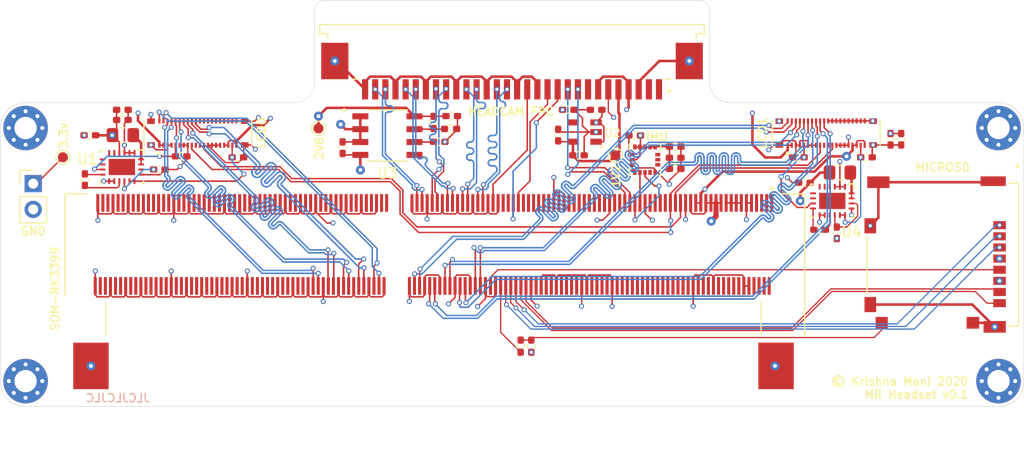
<source format=kicad_pcb>
(kicad_pcb (version 20171130) (host pcbnew 5.1.7)
  (layers (0 Front signal) (1 In1.Cu signal hide) (2 In2.Cu signal hide) (31 Back signal) (34 B.Paste user) (35 F.Paste user) (36 B.SilkS user) (37 F.SilkS user) (38 B.Mask user) (39 F.Mask user) (44 Edge.Cuts user))
  (net 0 "")
  (net 1 GND)
  (net 2 +5V)
  (net 3 +3V3)
  (net 4 +1V8)
  (net 5 "/LCD 1/AVEE")
  (net 6 "Net-(C3-Pad2)")
  (net 7 "Net-(C3-Pad1)")
  (net 8 "Net-(C4-Pad2)")
  (net 9 "/LCD 1/AVDD")
  (net 10 +1V2)
  (net 11 +2V8)
  (net 12 "Net-(C9-Pad1)")
  (net 13 "/LCD 2/AVEE")
  (net 14 "Net-(C20-Pad2)")
  (net 15 "Net-(C20-Pad1)")
  (net 16 "Net-(C21-Pad2)")
  (net 17 "/LCD 2/AVDD")
  (net 18 "Net-(C23-Pad2)")
  (net 19 /RESX_0)
  (net 20 /RESX_1)
  (net 21 /GPIO_BL)
  (net 22 /I2C1_SCL)
  (net 23 /I2C1_SDA)
  (net 24 /I2C2_SDA)
  (net 25 /I2C2_SCL)
  (net 26 /SDMMC0_D0)
  (net 27 /SDMMC0_D1)
  (net 28 /MIPI_CSI0_PWN)
  (net 29 /SDMMC0_D2)
  (net 30 /MIPI_CSI1_RST)
  (net 31 /SDMMC0_D3)
  (net 32 /SDMMC0_CMD)
  (net 33 /SDMMC0_DET_L)
  (net 34 /GPIO2_B3_CIF_CLKOUTA)
  (net 35 /SDMMC0_CLK)
  (net 36 "Net-(L1-Pad2)")
  (net 37 "Net-(L2-Pad2)")
  (net 38 "Net-(R1-Pad2)")
  (net 39 /MIPI_RX0_D3-)
  (net 40 /MIPI_TX1_D0-)
  (net 41 /MIPI_RX0_D3+)
  (net 42 /MIPI_TX1_D0+)
  (net 43 /MIPI_RX0_D2-)
  (net 44 /MIPI_TX1_D1-)
  (net 45 /MIPI_RX0_D2+)
  (net 46 /MIPI_TX1_D1+)
  (net 47 /MIPI_RX0_CLK-)
  (net 48 /MIPI_TX1_CLK-)
  (net 49 /MIPI_RX0_CLK+)
  (net 50 /MIPI_TX1_CLK+)
  (net 51 /MIPI_RX0_D1-)
  (net 52 /MIPI_TX1_D2-)
  (net 53 /MIPI_RX0_D1+)
  (net 54 /MIPI_TX1_D2+)
  (net 55 /MIPI_RX0_D0-)
  (net 56 /MIPI_TX1_D3-)
  (net 57 /MIPI_RX0_D0+)
  (net 58 /MIPI_TX1_D3+)
  (net 59 /MIPI_TX0_D3-)
  (net 60 /MIPI_TX0_D3+)
  (net 61 /MIPI_TX0_D2-)
  (net 62 /MIPI_TX0_D2+)
  (net 63 /MIPI_TX0_CLK-)
  (net 64 /MIPI_TX0_CLK+)
  (net 65 /MIPI_TX0_D1-)
  (net 66 /MIPI_TX0_D1+)
  (net 67 /MIPI_TX0_D0-)
  (net 68 /MIPI_TX0_D0+)
  (net 69 "Net-(J5-PadDT)")
  (module Resistor_SMD:R_0402_1005Metric_Pad0.72x0.64mm_HandSolder (layer Front) (at 141.15 91.05 270)
    (fp_text reference R4 hide)
    (fp_text value 10k)
    (pad 2 smd roundrect (at 0.5975 0 270) (size 0.715 0.64) (layers Front F.Paste F.Mask) (net 3 +3V3))
    (pad 1 smd roundrect (at -0.5975 0 270) (size 0.715 0.64) (layers Front F.Paste F.Mask) (net 69 "Net-(J5-PadDT)"))
  )
  (module Resistor_SMD:R_0402_1005Metric_Pad0.72x0.64mm_HandSolder (layer Front) (at 140.1 91.05 270)
    (fp_text reference R3 hide)
    (fp_text value 1k)
    (pad 2 smd roundrect (at 0.5975 0 270) (size 0.715 0.64) (layers Front F.Paste F.Mask) (net 33 /SDMMC0_DET_L))
    (pad 1 smd roundrect (at -0.5975 0 270) (size 0.715 0.64) (layers Front F.Paste F.Mask) (net 69 "Net-(J5-PadDT)"))
  )
  (module mainboard:MOLEX_503182-1852 (layer Front) (at 181 82 270)
    (fp_text reference J5 hide)
    (fp_text value 503182-1852)
    (pad 1 smd rect (at -2.9 -6.355 270) (size 0.8 1.24) (layers Front F.Paste F.Mask) (net 29 /SDMMC0_D2))
    (pad 2 smd rect (at -1.8 -6.355 270) (size 0.8 1.24) (layers Front F.Paste F.Mask) (net 31 /SDMMC0_D3))
    (pad 3 smd rect (at -0.7 -6.355 270) (size 0.8 1.24) (layers Front F.Paste F.Mask) (net 32 /SDMMC0_CMD))
    (pad 4 smd rect (at 0.4 -6.355 270) (size 0.8 1.24) (layers Front F.Paste F.Mask) (net 3 +3V3))
    (pad 5 smd rect (at 1.5 -6.355 270) (size 0.8 1.24) (layers Front F.Paste F.Mask) (net 35 /SDMMC0_CLK))
    (pad 6 smd rect (at 2.6 -6.355 270) (size 0.8 1.24) (layers Front F.Paste F.Mask) (net 1 GND))
    (pad 7 smd rect (at 3.7 -6.355 270) (size 0.8 1.24) (layers Front F.Paste F.Mask) (net 26 /SDMMC0_D0))
    (pad 8 smd rect (at 4.8 -6.355 270) (size 0.8 1.24) (layers Front F.Paste F.Mask) (net 27 /SDMMC0_D1))
    (pad P1 smd rect (at -7.245 -5.725 270) (size 0.95 2.5) (layers Front F.Paste F.Mask) (net 1 GND))
    (pad P2 smd rect (at 7.145 -5.875 270) (size 1.15 2.2) (layers Front F.Paste F.Mask) (net 1 GND))
    (pad SW smd rect (at 6.74 -3.725 270) (size 1.16 1.25) (layers Front F.Paste F.Mask) (net 1 GND))
    (pad DT smd rect (at 6.74 5.275 270) (size 1.16 1.2) (layers Front F.Paste F.Mask) (net 69 "Net-(J5-PadDT)"))
    (pad P3 smd rect (at -7.145 5.605 270) (size 1.15 2.2) (layers Front F.Paste F.Mask) (net 1 GND))
    (pad P4 smd rect (at -2.84 6.4 270) (size 1.5 1.15) (layers Front F.Paste F.Mask) (net 1 GND))
    (pad P5 smd rect (at 4.94 6.4 270) (size 1.5 1.15) (layers Front F.Paste F.Mask) (net 1 GND))
  )
  (module MountingHole:MountingHole_2.2mm_M2_Pad_Via (layer Front) (at 187.25 94.5)
    (fp_text reference H4 hide)
    (fp_text value MountingHole_Pad)
    (pad 1 thru_hole circle (at 1.166726 -1.166726) (size 0.7 0.7) (drill 0.4) (layers *.Cu *.Mask) (net 1 GND))
    (pad 1 thru_hole circle (at 0 -1.65) (size 0.7 0.7) (drill 0.4) (layers *.Cu *.Mask) (net 1 GND))
    (pad 1 thru_hole circle (at -1.166726 -1.166726) (size 0.7 0.7) (drill 0.4) (layers *.Cu *.Mask) (net 1 GND))
    (pad 1 thru_hole circle (at -1.65 0) (size 0.7 0.7) (drill 0.4) (layers *.Cu *.Mask) (net 1 GND))
    (pad 1 thru_hole circle (at -1.166726 1.166726) (size 0.7 0.7) (drill 0.4) (layers *.Cu *.Mask) (net 1 GND))
    (pad 1 thru_hole circle (at 0 1.65) (size 0.7 0.7) (drill 0.4) (layers *.Cu *.Mask) (net 1 GND))
    (pad 1 thru_hole circle (at 1.166726 1.166726) (size 0.7 0.7) (drill 0.4) (layers *.Cu *.Mask) (net 1 GND))
    (pad 1 thru_hole circle (at 1.65 0) (size 0.7 0.7) (drill 0.4) (layers *.Cu *.Mask) (net 1 GND))
    (pad 1 thru_hole circle (at 0 0) (size 4.4 4.4) (drill 2.2) (layers *.Cu *.Mask) (net 1 GND))
  )
  (module MountingHole:MountingHole_2.2mm_M2_Pad_Via (layer Front) (at 187.25 69.5)
    (fp_text reference H3 hide)
    (fp_text value MountingHole_Pad)
    (pad 1 thru_hole circle (at 1.166726 -1.166726) (size 0.7 0.7) (drill 0.4) (layers *.Cu *.Mask) (net 1 GND))
    (pad 1 thru_hole circle (at 0 -1.65) (size 0.7 0.7) (drill 0.4) (layers *.Cu *.Mask) (net 1 GND))
    (pad 1 thru_hole circle (at -1.166726 -1.166726) (size 0.7 0.7) (drill 0.4) (layers *.Cu *.Mask) (net 1 GND))
    (pad 1 thru_hole circle (at -1.65 0) (size 0.7 0.7) (drill 0.4) (layers *.Cu *.Mask) (net 1 GND))
    (pad 1 thru_hole circle (at -1.166726 1.166726) (size 0.7 0.7) (drill 0.4) (layers *.Cu *.Mask) (net 1 GND))
    (pad 1 thru_hole circle (at 0 1.65) (size 0.7 0.7) (drill 0.4) (layers *.Cu *.Mask) (net 1 GND))
    (pad 1 thru_hole circle (at 1.166726 1.166726) (size 0.7 0.7) (drill 0.4) (layers *.Cu *.Mask) (net 1 GND))
    (pad 1 thru_hole circle (at 1.65 0) (size 0.7 0.7) (drill 0.4) (layers *.Cu *.Mask) (net 1 GND))
    (pad 1 thru_hole circle (at 0 0) (size 4.4 4.4) (drill 2.2) (layers *.Cu *.Mask) (net 1 GND))
  )
  (module MountingHole:MountingHole_2.2mm_M2_Pad_Via (layer Front) (at 91.25 94.5)
    (fp_text reference H2 hide)
    (fp_text value MountingHole_Pad)
    (pad 1 thru_hole circle (at 1.166726 -1.166726) (size 0.7 0.7) (drill 0.4) (layers *.Cu *.Mask) (net 1 GND))
    (pad 1 thru_hole circle (at 0 -1.65) (size 0.7 0.7) (drill 0.4) (layers *.Cu *.Mask) (net 1 GND))
    (pad 1 thru_hole circle (at -1.166726 -1.166726) (size 0.7 0.7) (drill 0.4) (layers *.Cu *.Mask) (net 1 GND))
    (pad 1 thru_hole circle (at -1.65 0) (size 0.7 0.7) (drill 0.4) (layers *.Cu *.Mask) (net 1 GND))
    (pad 1 thru_hole circle (at -1.166726 1.166726) (size 0.7 0.7) (drill 0.4) (layers *.Cu *.Mask) (net 1 GND))
    (pad 1 thru_hole circle (at 0 1.65) (size 0.7 0.7) (drill 0.4) (layers *.Cu *.Mask) (net 1 GND))
    (pad 1 thru_hole circle (at 1.166726 1.166726) (size 0.7 0.7) (drill 0.4) (layers *.Cu *.Mask) (net 1 GND))
    (pad 1 thru_hole circle (at 1.65 0) (size 0.7 0.7) (drill 0.4) (layers *.Cu *.Mask) (net 1 GND))
    (pad 1 thru_hole circle (at 0 0) (size 4.4 4.4) (drill 2.2) (layers *.Cu *.Mask) (net 1 GND))
  )
  (module MountingHole:MountingHole_2.2mm_M2_Pad_Via (layer Front) (at 91.25 69.5)
    (fp_text reference H1 hide)
    (fp_text value MountingHole_Pad)
    (pad 1 thru_hole circle (at 1.166726 -1.166726) (size 0.7 0.7) (drill 0.4) (layers *.Cu *.Mask) (net 1 GND))
    (pad 1 thru_hole circle (at 0 -1.65) (size 0.7 0.7) (drill 0.4) (layers *.Cu *.Mask) (net 1 GND))
    (pad 1 thru_hole circle (at -1.166726 -1.166726) (size 0.7 0.7) (drill 0.4) (layers *.Cu *.Mask) (net 1 GND))
    (pad 1 thru_hole circle (at -1.65 0) (size 0.7 0.7) (drill 0.4) (layers *.Cu *.Mask) (net 1 GND))
    (pad 1 thru_hole circle (at -1.166726 1.166726) (size 0.7 0.7) (drill 0.4) (layers *.Cu *.Mask) (net 1 GND))
    (pad 1 thru_hole circle (at 0 1.65) (size 0.7 0.7) (drill 0.4) (layers *.Cu *.Mask) (net 1 GND))
    (pad 1 thru_hole circle (at 1.166726 1.166726) (size 0.7 0.7) (drill 0.4) (layers *.Cu *.Mask) (net 1 GND))
    (pad 1 thru_hole circle (at 1.65 0) (size 0.7 0.7) (drill 0.4) (layers *.Cu *.Mask) (net 1 GND))
    (pad 1 thru_hole circle (at 0 0) (size 4.4 4.4) (drill 2.2) (layers *.Cu *.Mask) (net 1 GND))
  )
  (module mainboard:TE_3-84953-0 (layer Front) (at 139.25 65.68 180)
    (fp_text reference J4 hide)
    (fp_text value 3-84953-0)
    (pad 5 smd rect (at -10.5 0 180) (size 0.61 2) (layers Front F.Paste F.Mask) (net 10 +1V2))
    (pad 4 smd rect (at -11.5 0 180) (size 0.61 2) (layers Front F.Paste F.Mask) (net 11 +2V8))
    (pad 6 smd rect (at -9.5 0 180) (size 0.61 2) (layers Front F.Paste F.Mask) (net 4 +1V8))
    (pad 3 smd rect (at -12.5 0 180) (size 0.61 2) (layers Front F.Paste F.Mask) (net 1 GND))
    (pad S2 smd rect (at 17.49 2.8 180) (size 2.68 3.6) (layers Front F.Paste F.Mask) (net 1 GND))
    (pad S1 smd rect (at -17.49 2.8 180) (size 2.68 3.6) (layers Front F.Paste F.Mask) (net 1 GND))
    (pad 2 smd rect (at -13.5 0 180) (size 0.61 2) (layers Front F.Paste F.Mask))
    (pad 1 smd rect (at -14.5 0 180) (size 0.61 2) (layers Front F.Paste F.Mask))
    (pad 7 smd rect (at -8.5 0 180) (size 0.61 2) (layers Front F.Paste F.Mask) (net 11 +2V8))
    (pad 8 smd rect (at -7.5 0 180) (size 0.61 2) (layers Front F.Paste F.Mask))
    (pad 9 smd rect (at -6.5 0 180) (size 0.61 2) (layers Front F.Paste F.Mask) (net 25 /I2C2_SCL))
    (pad 10 smd rect (at -5.5 0 180) (size 0.61 2) (layers Front F.Paste F.Mask) (net 24 /I2C2_SDA))
    (pad 11 smd rect (at -4.5 0 180) (size 0.61 2) (layers Front F.Paste F.Mask) (net 30 /MIPI_CSI1_RST))
    (pad 12 smd rect (at -3.5 0 180) (size 0.61 2) (layers Front F.Paste F.Mask) (net 28 /MIPI_CSI0_PWN))
    (pad 13 smd rect (at -2.5 0 180) (size 0.61 2) (layers Front F.Paste F.Mask) (net 1 GND))
    (pad 14 smd rect (at -1.5 0 180) (size 0.61 2) (layers Front F.Paste F.Mask) (net 34 /GPIO2_B3_CIF_CLKOUTA))
    (pad 15 smd rect (at -0.5 0 180) (size 0.61 2) (layers Front F.Paste F.Mask) (net 1 GND))
    (pad 16 smd rect (at 0.5 0 180) (size 0.61 2) (layers Front F.Paste F.Mask) (net 41 /MIPI_RX0_D3+))
    (pad 17 smd rect (at 1.5 0 180) (size 0.61 2) (layers Front F.Paste F.Mask) (net 39 /MIPI_RX0_D3-))
    (pad 18 smd rect (at 2.5 0 180) (size 0.61 2) (layers Front F.Paste F.Mask) (net 1 GND))
    (pad 19 smd rect (at 3.5 0 180) (size 0.61 2) (layers Front F.Paste F.Mask) (net 45 /MIPI_RX0_D2+))
    (pad 20 smd rect (at 4.5 0 180) (size 0.61 2) (layers Front F.Paste F.Mask) (net 43 /MIPI_RX0_D2-))
    (pad 21 smd rect (at 5.5 0 180) (size 0.61 2) (layers Front F.Paste F.Mask) (net 1 GND))
    (pad 22 smd rect (at 6.5 0 180) (size 0.61 2) (layers Front F.Paste F.Mask) (net 53 /MIPI_RX0_D1+))
    (pad 23 smd rect (at 7.5 0 180) (size 0.61 2) (layers Front F.Paste F.Mask) (net 51 /MIPI_RX0_D1-))
    (pad 24 smd rect (at 8.5 0 180) (size 0.61 2) (layers Front F.Paste F.Mask) (net 1 GND))
    (pad 25 smd rect (at 9.5 0 180) (size 0.61 2) (layers Front F.Paste F.Mask) (net 49 /MIPI_RX0_CLK+))
    (pad 26 smd rect (at 10.5 0 180) (size 0.61 2) (layers Front F.Paste F.Mask) (net 47 /MIPI_RX0_CLK-))
    (pad 27 smd rect (at 11.5 0 180) (size 0.61 2) (layers Front F.Paste F.Mask) (net 1 GND))
    (pad 28 smd rect (at 12.5 0 180) (size 0.61 2) (layers Front F.Paste F.Mask) (net 57 /MIPI_RX0_D0+))
    (pad 29 smd rect (at 13.5 0 180) (size 0.61 2) (layers Front F.Paste F.Mask) (net 55 /MIPI_RX0_D0-))
    (pad 30 smd rect (at 14.5 0 180) (size 0.61 2) (layers Front F.Paste F.Mask) (net 1 GND))
  )
  (module mainboard:TE_2309407-1 (layer Front) (at 128 81)
    (fp_text reference J1 hide)
    (fp_text value 2309407-1)
    (pad SH1 smd rect (at 37.3 12) (size 3.5 4.6) (layers Front F.Paste F.Mask) (net 1 GND))
    (pad SH2 smd rect (at -30.3 12) (size 3.5 4.6) (layers Front F.Paste F.Mask) (net 1 GND))
    (pad None np_thru_hole circle (at -30.9 0) (size 1.1 1.1) (drill 1.1) (layers *.Cu *.Mask))
    (pad None np_thru_hole circle (at 37.9 0) (size 1.6 1.6) (drill 1.6) (layers *.Cu *.Mask))
    (pad 260 smd rect (at -29.875 4.1) (size 0.3 1.75) (layers Front F.Paste F.Mask) (net 1 GND))
    (pad 259 smd rect (at -29.625 -4.1) (size 0.3 1.75) (layers Front F.Paste F.Mask) (net 1 GND))
    (pad 258 smd rect (at -29.375 4.1) (size 0.3 1.75) (layers Front F.Paste F.Mask))
    (pad 257 smd rect (at -29.125 -4.1) (size 0.3 1.75) (layers Front F.Paste F.Mask))
    (pad 256 smd rect (at -28.875 4.1) (size 0.3 1.75) (layers Front F.Paste F.Mask))
    (pad 255 smd rect (at -28.625 -4.1) (size 0.3 1.75) (layers Front F.Paste F.Mask))
    (pad 254 smd rect (at -28.375 4.1) (size 0.3 1.75) (layers Front F.Paste F.Mask) (net 1 GND))
    (pad 253 smd rect (at -28.125 -4.1) (size 0.3 1.75) (layers Front F.Paste F.Mask) (net 1 GND))
    (pad 252 smd rect (at -27.875 4.1) (size 0.3 1.75) (layers Front F.Paste F.Mask))
    (pad 251 smd rect (at -27.625 -4.1) (size 0.3 1.75) (layers Front F.Paste F.Mask))
    (pad 250 smd rect (at -27.375 4.1) (size 0.3 1.75) (layers Front F.Paste F.Mask))
    (pad 249 smd rect (at -27.125 -4.1) (size 0.3 1.75) (layers Front F.Paste F.Mask))
    (pad 248 smd rect (at -26.875 4.1) (size 0.3 1.75) (layers Front F.Paste F.Mask) (net 1 GND))
    (pad 247 smd rect (at -26.625 -4.1) (size 0.3 1.75) (layers Front F.Paste F.Mask) (net 1 GND))
    (pad 246 smd rect (at -26.375 4.1) (size 0.3 1.75) (layers Front F.Paste F.Mask))
    (pad 245 smd rect (at -26.125 -4.1) (size 0.3 1.75) (layers Front F.Paste F.Mask))
    (pad 244 smd rect (at -25.875 4.1) (size 0.3 1.75) (layers Front F.Paste F.Mask))
    (pad 243 smd rect (at -25.625 -4.1) (size 0.3 1.75) (layers Front F.Paste F.Mask))
    (pad 242 smd rect (at -25.375 4.1) (size 0.3 1.75) (layers Front F.Paste F.Mask) (net 1 GND))
    (pad 241 smd rect (at -25.125 -4.1) (size 0.3 1.75) (layers Front F.Paste F.Mask) (net 1 GND))
    (pad 240 smd rect (at -24.875 4.1) (size 0.3 1.75) (layers Front F.Paste F.Mask))
    (pad 239 smd rect (at -24.625 -4.1) (size 0.3 1.75) (layers Front F.Paste F.Mask))
    (pad 238 smd rect (at -24.375 4.1) (size 0.3 1.75) (layers Front F.Paste F.Mask))
    (pad 237 smd rect (at -24.125 -4.1) (size 0.3 1.75) (layers Front F.Paste F.Mask))
    (pad 236 smd rect (at -23.875 4.1) (size 0.3 1.75) (layers Front F.Paste F.Mask) (net 1 GND))
    (pad 235 smd rect (at -23.625 -4.1) (size 0.3 1.75) (layers Front F.Paste F.Mask) (net 1 GND))
    (pad 234 smd rect (at -23.375 4.1) (size 0.3 1.75) (layers Front F.Paste F.Mask))
    (pad 233 smd rect (at -23.125 -4.1) (size 0.3 1.75) (layers Front F.Paste F.Mask))
    (pad 232 smd rect (at -22.875 4.1) (size 0.3 1.75) (layers Front F.Paste F.Mask))
    (pad 231 smd rect (at -22.625 -4.1) (size 0.3 1.75) (layers Front F.Paste F.Mask))
    (pad 230 smd rect (at -22.375 4.1) (size 0.3 1.75) (layers Front F.Paste F.Mask) (net 1 GND))
    (pad 229 smd rect (at -22.125 -4.1) (size 0.3 1.75) (layers Front F.Paste F.Mask) (net 1 GND))
    (pad 228 smd rect (at -21.875 4.1) (size 0.3 1.75) (layers Front F.Paste F.Mask))
    (pad 227 smd rect (at -21.625 -4.1) (size 0.3 1.75) (layers Front F.Paste F.Mask))
    (pad 226 smd rect (at -21.375 4.1) (size 0.3 1.75) (layers Front F.Paste F.Mask))
    (pad 225 smd rect (at -21.125 -4.1) (size 0.3 1.75) (layers Front F.Paste F.Mask))
    (pad 224 smd rect (at -20.875 4.1) (size 0.3 1.75) (layers Front F.Paste F.Mask) (net 1 GND))
    (pad 223 smd rect (at -20.625 -4.1) (size 0.3 1.75) (layers Front F.Paste F.Mask) (net 1 GND))
    (pad 222 smd rect (at -20.375 4.1) (size 0.3 1.75) (layers Front F.Paste F.Mask))
    (pad 221 smd rect (at -20.125 -4.1) (size 0.3 1.75) (layers Front F.Paste F.Mask))
    (pad 220 smd rect (at -19.875 4.1) (size 0.3 1.75) (layers Front F.Paste F.Mask))
    (pad 219 smd rect (at -19.625 -4.1) (size 0.3 1.75) (layers Front F.Paste F.Mask))
    (pad 218 smd rect (at -19.375 4.1) (size 0.3 1.75) (layers Front F.Paste F.Mask) (net 1 GND))
    (pad 217 smd rect (at -19.125 -4.1) (size 0.3 1.75) (layers Front F.Paste F.Mask) (net 1 GND))
    (pad 216 smd rect (at -18.875 4.1) (size 0.3 1.75) (layers Front F.Paste F.Mask))
    (pad 215 smd rect (at -18.625 -4.1) (size 0.3 1.75) (layers Front F.Paste F.Mask))
    (pad 214 smd rect (at -18.375 4.1) (size 0.3 1.75) (layers Front F.Paste F.Mask))
    (pad 213 smd rect (at -18.125 -4.1) (size 0.3 1.75) (layers Front F.Paste F.Mask))
    (pad 212 smd rect (at -17.875 4.1) (size 0.3 1.75) (layers Front F.Paste F.Mask) (net 1 GND))
    (pad 211 smd rect (at -17.625 -4.1) (size 0.3 1.75) (layers Front F.Paste F.Mask))
    (pad 210 smd rect (at -17.375 4.1) (size 0.3 1.75) (layers Front F.Paste F.Mask))
    (pad 209 smd rect (at -17.125 -4.1) (size 0.3 1.75) (layers Front F.Paste F.Mask) (net 1 GND))
    (pad 208 smd rect (at -16.875 4.1) (size 0.3 1.75) (layers Front F.Paste F.Mask))
    (pad 207 smd rect (at -16.625 -4.1) (size 0.3 1.75) (layers Front F.Paste F.Mask))
    (pad 206 smd rect (at -16.375 4.1) (size 0.3 1.75) (layers Front F.Paste F.Mask) (net 1 GND))
    (pad 205 smd rect (at -16.125 -4.1) (size 0.3 1.75) (layers Front F.Paste F.Mask))
    (pad 204 smd rect (at -15.875 4.1) (size 0.3 1.75) (layers Front F.Paste F.Mask))
    (pad 203 smd rect (at -15.625 -4.1) (size 0.3 1.75) (layers Front F.Paste F.Mask) (net 1 GND))
    (pad 202 smd rect (at -15.375 4.1) (size 0.3 1.75) (layers Front F.Paste F.Mask))
    (pad 201 smd rect (at -15.125 -4.1) (size 0.3 1.75) (layers Front F.Paste F.Mask))
    (pad 200 smd rect (at -14.875 4.1) (size 0.3 1.75) (layers Front F.Paste F.Mask) (net 1 GND))
    (pad 199 smd rect (at -14.625 -4.1) (size 0.3 1.75) (layers Front F.Paste F.Mask))
    (pad 198 smd rect (at -14.375 4.1) (size 0.3 1.75) (layers Front F.Paste F.Mask))
    (pad 197 smd rect (at -14.125 -4.1) (size 0.3 1.75) (layers Front F.Paste F.Mask) (net 1 GND))
    (pad 196 smd rect (at -13.875 4.1) (size 0.3 1.75) (layers Front F.Paste F.Mask))
    (pad 195 smd rect (at -13.625 -4.1) (size 0.3 1.75) (layers Front F.Paste F.Mask))
    (pad 194 smd rect (at -13.375 4.1) (size 0.3 1.75) (layers Front F.Paste F.Mask) (net 1 GND))
    (pad 193 smd rect (at -13.125 -4.1) (size 0.3 1.75) (layers Front F.Paste F.Mask))
    (pad 192 smd rect (at -12.875 4.1) (size 0.3 1.75) (layers Front F.Paste F.Mask))
    (pad 191 smd rect (at -12.625 -4.1) (size 0.3 1.75) (layers Front F.Paste F.Mask) (net 1 GND))
    (pad 190 smd rect (at -12.375 4.1) (size 0.3 1.75) (layers Front F.Paste F.Mask))
    (pad 189 smd rect (at -12.125 -4.1) (size 0.3 1.75) (layers Front F.Paste F.Mask))
    (pad 188 smd rect (at -11.875 4.1) (size 0.3 1.75) (layers Front F.Paste F.Mask) (net 1 GND))
    (pad 187 smd rect (at -11.625 -4.1) (size 0.3 1.75) (layers Front F.Paste F.Mask))
    (pad 186 smd rect (at -11.375 4.1) (size 0.3 1.75) (layers Front F.Paste F.Mask))
    (pad 185 smd rect (at -11.125 -4.1) (size 0.3 1.75) (layers Front F.Paste F.Mask) (net 1 GND))
    (pad 184 smd rect (at -10.875 4.1) (size 0.3 1.75) (layers Front F.Paste F.Mask))
    (pad 183 smd rect (at -10.625 -4.1) (size 0.3 1.75) (layers Front F.Paste F.Mask))
    (pad 182 smd rect (at -10.375 4.1) (size 0.3 1.75) (layers Front F.Paste F.Mask) (net 1 GND))
    (pad 181 smd rect (at -10.125 -4.1) (size 0.3 1.75) (layers Front F.Paste F.Mask))
    (pad 180 smd rect (at -9.875 4.1) (size 0.3 1.75) (layers Front F.Paste F.Mask))
    (pad 179 smd rect (at -9.625 -4.1) (size 0.3 1.75) (layers Front F.Paste F.Mask) (net 1 GND))
    (pad 178 smd rect (at -9.375 4.1) (size 0.3 1.75) (layers Front F.Paste F.Mask))
    (pad 177 smd rect (at -9.125 -4.1) (size 0.3 1.75) (layers Front F.Paste F.Mask))
    (pad 176 smd rect (at -8.875 4.1) (size 0.3 1.75) (layers Front F.Paste F.Mask) (net 1 GND))
    (pad 175 smd rect (at -8.625 -4.1) (size 0.3 1.75) (layers Front F.Paste F.Mask))
    (pad 174 smd rect (at -8.375 4.1) (size 0.3 1.75) (layers Front F.Paste F.Mask) (net 68 /MIPI_TX0_D0+))
    (pad 173 smd rect (at -8.125 -4.1) (size 0.3 1.75) (layers Front F.Paste F.Mask) (net 1 GND))
    (pad 172 smd rect (at -7.875 4.1) (size 0.3 1.75) (layers Front F.Paste F.Mask) (net 67 /MIPI_TX0_D0-))
    (pad 171 smd rect (at -7.625 -4.1) (size 0.3 1.75) (layers Front F.Paste F.Mask))
    (pad 170 smd rect (at -7.375 4.1) (size 0.3 1.75) (layers Front F.Paste F.Mask) (net 1 GND))
    (pad 169 smd rect (at -7.125 -4.1) (size 0.3 1.75) (layers Front F.Paste F.Mask))
    (pad 168 smd rect (at -6.875 4.1) (size 0.3 1.75) (layers Front F.Paste F.Mask) (net 66 /MIPI_TX0_D1+))
    (pad 167 smd rect (at -6.625 -4.1) (size 0.3 1.75) (layers Front F.Paste F.Mask) (net 1 GND))
    (pad 166 smd rect (at -6.375 4.1) (size 0.3 1.75) (layers Front F.Paste F.Mask) (net 65 /MIPI_TX0_D1-))
    (pad 165 smd rect (at -6.125 -4.1) (size 0.3 1.75) (layers Front F.Paste F.Mask))
    (pad 164 smd rect (at -5.875 4.1) (size 0.3 1.75) (layers Front F.Paste F.Mask) (net 1 GND))
    (pad 163 smd rect (at -5.625 -4.1) (size 0.3 1.75) (layers Front F.Paste F.Mask))
    (pad 162 smd rect (at -5.375 4.1) (size 0.3 1.75) (layers Front F.Paste F.Mask) (net 64 /MIPI_TX0_CLK+))
    (pad 161 smd rect (at -5.125 -4.1) (size 0.3 1.75) (layers Front F.Paste F.Mask) (net 1 GND))
    (pad 160 smd rect (at -4.875 4.1) (size 0.3 1.75) (layers Front F.Paste F.Mask) (net 63 /MIPI_TX0_CLK-))
    (pad 159 smd rect (at -4.625 -4.1) (size 0.3 1.75) (layers Front F.Paste F.Mask))
    (pad 158 smd rect (at -4.375 4.1) (size 0.3 1.75) (layers Front F.Paste F.Mask) (net 1 GND))
    (pad 157 smd rect (at -4.125 -4.1) (size 0.3 1.75) (layers Front F.Paste F.Mask))
    (pad 156 smd rect (at -3.875 4.1) (size 0.3 1.75) (layers Front F.Paste F.Mask) (net 62 /MIPI_TX0_D2+))
    (pad 155 smd rect (at -3.625 -4.1) (size 0.3 1.75) (layers Front F.Paste F.Mask) (net 1 GND))
    (pad 154 smd rect (at -3.375 4.1) (size 0.3 1.75) (layers Front F.Paste F.Mask) (net 61 /MIPI_TX0_D2-))
    (pad 153 smd rect (at -3.125 -4.1) (size 0.3 1.75) (layers Front F.Paste F.Mask))
    (pad 152 smd rect (at -2.875 4.1) (size 0.3 1.75) (layers Front F.Paste F.Mask) (net 1 GND))
    (pad 151 smd rect (at -2.625 -4.1) (size 0.3 1.75) (layers Front F.Paste F.Mask))
    (pad 150 smd rect (at -2.375 4.1) (size 0.3 1.75) (layers Front F.Paste F.Mask) (net 60 /MIPI_TX0_D3+))
    (pad 149 smd rect (at -2.125 -4.1) (size 0.3 1.75) (layers Front F.Paste F.Mask) (net 1 GND))
    (pad 148 smd rect (at -1.875 4.1) (size 0.3 1.75) (layers Front F.Paste F.Mask) (net 59 /MIPI_TX0_D3-))
    (pad 147 smd rect (at -1.625 -4.1) (size 0.3 1.75) (layers Front F.Paste F.Mask))
    (pad 146 smd rect (at -1.375 4.1) (size 0.3 1.75) (layers Front F.Paste F.Mask) (net 1 GND))
    (pad 145 smd rect (at -1.125 -4.1) (size 0.3 1.75) (layers Front F.Paste F.Mask))
    (pad 144 smd rect (at 1.125 4.1) (size 0.3 1.75) (layers Front F.Paste F.Mask) (net 1 GND))
    (pad 143 smd rect (at 1.375 -4.1) (size 0.3 1.75) (layers Front F.Paste F.Mask) (net 1 GND))
    (pad 142 smd rect (at 1.625 4.1) (size 0.3 1.75) (layers Front F.Paste F.Mask) (net 58 /MIPI_TX1_D3+))
    (pad 141 smd rect (at 1.875 -4.1) (size 0.3 1.75) (layers Front F.Paste F.Mask) (net 57 /MIPI_RX0_D0+))
    (pad 140 smd rect (at 2.125 4.1) (size 0.3 1.75) (layers Front F.Paste F.Mask) (net 56 /MIPI_TX1_D3-))
    (pad 139 smd rect (at 2.375 -4.1) (size 0.3 1.75) (layers Front F.Paste F.Mask) (net 55 /MIPI_RX0_D0-))
    (pad 138 smd rect (at 2.625 4.1) (size 0.3 1.75) (layers Front F.Paste F.Mask) (net 1 GND))
    (pad 137 smd rect (at 2.875 -4.1) (size 0.3 1.75) (layers Front F.Paste F.Mask) (net 1 GND))
    (pad 136 smd rect (at 3.125 4.1) (size 0.3 1.75) (layers Front F.Paste F.Mask) (net 54 /MIPI_TX1_D2+))
    (pad 135 smd rect (at 3.375 -4.1) (size 0.3 1.75) (layers Front F.Paste F.Mask) (net 53 /MIPI_RX0_D1+))
    (pad 134 smd rect (at 3.625 4.1) (size 0.3 1.75) (layers Front F.Paste F.Mask) (net 52 /MIPI_TX1_D2-))
    (pad 133 smd rect (at 3.875 -4.1) (size 0.3 1.75) (layers Front F.Paste F.Mask) (net 51 /MIPI_RX0_D1-))
    (pad 132 smd rect (at 4.125 4.1) (size 0.3 1.75) (layers Front F.Paste F.Mask) (net 1 GND))
    (pad 131 smd rect (at 4.375 -4.1) (size 0.3 1.75) (layers Front F.Paste F.Mask) (net 1 GND))
    (pad 130 smd rect (at 4.625 4.1) (size 0.3 1.75) (layers Front F.Paste F.Mask) (net 50 /MIPI_TX1_CLK+))
    (pad 129 smd rect (at 4.875 -4.1) (size 0.3 1.75) (layers Front F.Paste F.Mask) (net 49 /MIPI_RX0_CLK+))
    (pad 128 smd rect (at 5.125 4.1) (size 0.3 1.75) (layers Front F.Paste F.Mask) (net 48 /MIPI_TX1_CLK-))
    (pad 127 smd rect (at 5.375 -4.1) (size 0.3 1.75) (layers Front F.Paste F.Mask) (net 47 /MIPI_RX0_CLK-))
    (pad 126 smd rect (at 5.625 4.1) (size 0.3 1.75) (layers Front F.Paste F.Mask) (net 1 GND))
    (pad 125 smd rect (at 5.875 -4.1) (size 0.3 1.75) (layers Front F.Paste F.Mask) (net 1 GND))
    (pad 124 smd rect (at 6.125 4.1) (size 0.3 1.75) (layers Front F.Paste F.Mask) (net 46 /MIPI_TX1_D1+))
    (pad 123 smd rect (at 6.375 -4.1) (size 0.3 1.75) (layers Front F.Paste F.Mask) (net 45 /MIPI_RX0_D2+))
    (pad 122 smd rect (at 6.625 4.1) (size 0.3 1.75) (layers Front F.Paste F.Mask) (net 44 /MIPI_TX1_D1-))
    (pad 121 smd rect (at 6.875 -4.1) (size 0.3 1.75) (layers Front F.Paste F.Mask) (net 43 /MIPI_RX0_D2-))
    (pad 120 smd rect (at 7.125 4.1) (size 0.3 1.75) (layers Front F.Paste F.Mask) (net 1 GND))
    (pad 119 smd rect (at 7.375 -4.1) (size 0.3 1.75) (layers Front F.Paste F.Mask) (net 1 GND))
    (pad 118 smd rect (at 7.625 4.1) (size 0.3 1.75) (layers Front F.Paste F.Mask) (net 42 /MIPI_TX1_D0+))
    (pad 117 smd rect (at 7.875 -4.1) (size 0.3 1.75) (layers Front F.Paste F.Mask) (net 41 /MIPI_RX0_D3+))
    (pad 116 smd rect (at 8.125 4.1) (size 0.3 1.75) (layers Front F.Paste F.Mask) (net 40 /MIPI_TX1_D0-))
    (pad 115 smd rect (at 8.375 -4.1) (size 0.3 1.75) (layers Front F.Paste F.Mask) (net 39 /MIPI_RX0_D3-))
    (pad 114 smd rect (at 8.625 4.1) (size 0.3 1.75) (layers Front F.Paste F.Mask) (net 1 GND))
    (pad 113 smd rect (at 8.875 -4.1) (size 0.3 1.75) (layers Front F.Paste F.Mask) (net 1 GND))
    (pad 112 smd rect (at 9.125 4.1) (size 0.3 1.75) (layers Front F.Paste F.Mask) (net 35 /SDMMC0_CLK))
    (pad 111 smd rect (at 9.375 -4.1) (size 0.3 1.75) (layers Front F.Paste F.Mask) (net 34 /GPIO2_B3_CIF_CLKOUTA))
    (pad 110 smd rect (at 9.625 4.1) (size 0.3 1.75) (layers Front F.Paste F.Mask) (net 1 GND))
    (pad 109 smd rect (at 9.875 -4.1) (size 0.3 1.75) (layers Front F.Paste F.Mask) (net 1 GND))
    (pad 108 smd rect (at 10.125 4.1) (size 0.3 1.75) (layers Front F.Paste F.Mask) (net 33 /SDMMC0_DET_L))
    (pad 107 smd rect (at 10.375 -4.1) (size 0.3 1.75) (layers Front F.Paste F.Mask))
    (pad 106 smd rect (at 10.625 4.1) (size 0.3 1.75) (layers Front F.Paste F.Mask) (net 32 /SDMMC0_CMD))
    (pad 105 smd rect (at 10.875 -4.1) (size 0.3 1.75) (layers Front F.Paste F.Mask))
    (pad 104 smd rect (at 11.125 4.1) (size 0.3 1.75) (layers Front F.Paste F.Mask) (net 31 /SDMMC0_D3))
    (pad 103 smd rect (at 11.375 -4.1) (size 0.3 1.75) (layers Front F.Paste F.Mask) (net 30 /MIPI_CSI1_RST))
    (pad 102 smd rect (at 11.625 4.1) (size 0.3 1.75) (layers Front F.Paste F.Mask) (net 29 /SDMMC0_D2))
    (pad 101 smd rect (at 11.875 -4.1) (size 0.3 1.75) (layers Front F.Paste F.Mask) (net 28 /MIPI_CSI0_PWN))
    (pad 100 smd rect (at 12.125 4.1) (size 0.3 1.75) (layers Front F.Paste F.Mask) (net 27 /SDMMC0_D1))
    (pad 99 smd rect (at 12.375 -4.1) (size 0.3 1.75) (layers Front F.Paste F.Mask))
    (pad 98 smd rect (at 12.625 4.1) (size 0.3 1.75) (layers Front F.Paste F.Mask) (net 26 /SDMMC0_D0))
    (pad 97 smd rect (at 12.875 -4.1) (size 0.3 1.75) (layers Front F.Paste F.Mask))
    (pad 96 smd rect (at 13.125 4.1) (size 0.3 1.75) (layers Front F.Paste F.Mask) (net 1 GND))
    (pad 95 smd rect (at 13.375 -4.1) (size 0.3 1.75) (layers Front F.Paste F.Mask))
    (pad 94 smd rect (at 13.625 4.1) (size 0.3 1.75) (layers Front F.Paste F.Mask))
    (pad 93 smd rect (at 13.875 -4.1) (size 0.3 1.75) (layers Front F.Paste F.Mask))
    (pad 92 smd rect (at 14.125 4.1) (size 0.3 1.75) (layers Front F.Paste F.Mask) (net 1 GND))
    (pad 91 smd rect (at 14.375 -4.1) (size 0.3 1.75) (layers Front F.Paste F.Mask))
    (pad 90 smd rect (at 14.625 4.1) (size 0.3 1.75) (layers Front F.Paste F.Mask))
    (pad 89 smd rect (at 14.875 -4.1) (size 0.3 1.75) (layers Front F.Paste F.Mask))
    (pad 88 smd rect (at 15.125 4.1) (size 0.3 1.75) (layers Front F.Paste F.Mask))
    (pad 87 smd rect (at 15.375 -4.1) (size 0.3 1.75) (layers Front F.Paste F.Mask) (net 1 GND))
    (pad 86 smd rect (at 15.625 4.1) (size 0.3 1.75) (layers Front F.Paste F.Mask) (net 1 GND))
    (pad 85 smd rect (at 15.875 -4.1) (size 0.3 1.75) (layers Front F.Paste F.Mask))
    (pad 84 smd rect (at 16.125 4.1) (size 0.3 1.75) (layers Front F.Paste F.Mask))
    (pad 83 smd rect (at 16.375 -4.1) (size 0.3 1.75) (layers Front F.Paste F.Mask) (net 1 GND))
    (pad 82 smd rect (at 16.625 4.1) (size 0.3 1.75) (layers Front F.Paste F.Mask))
    (pad 81 smd rect (at 16.875 -4.1) (size 0.3 1.75) (layers Front F.Paste F.Mask))
    (pad 80 smd rect (at 17.125 4.1) (size 0.3 1.75) (layers Front F.Paste F.Mask))
    (pad 79 smd rect (at 17.375 -4.1) (size 0.3 1.75) (layers Front F.Paste F.Mask))
    (pad 78 smd rect (at 17.625 4.1) (size 0.3 1.75) (layers Front F.Paste F.Mask))
    (pad 77 smd rect (at 17.875 -4.1) (size 0.3 1.75) (layers Front F.Paste F.Mask))
    (pad 76 smd rect (at 18.125 4.1) (size 0.3 1.75) (layers Front F.Paste F.Mask) (net 3 +3V3))
    (pad 75 smd rect (at 18.375 -4.1) (size 0.3 1.75) (layers Front F.Paste F.Mask))
    (pad 74 smd rect (at 18.625 4.1) (size 0.3 1.75) (layers Front F.Paste F.Mask) (net 1 GND))
    (pad 73 smd rect (at 18.875 -4.1) (size 0.3 1.75) (layers Front F.Paste F.Mask))
    (pad 72 smd rect (at 19.125 4.1) (size 0.3 1.75) (layers Front F.Paste F.Mask))
    (pad 71 smd rect (at 19.375 -4.1) (size 0.3 1.75) (layers Front F.Paste F.Mask))
    (pad 70 smd rect (at 19.625 4.1) (size 0.3 1.75) (layers Front F.Paste F.Mask))
    (pad 69 smd rect (at 19.875 -4.1) (size 0.3 1.75) (layers Front F.Paste F.Mask))
    (pad 68 smd rect (at 20.125 4.1) (size 0.3 1.75) (layers Front F.Paste F.Mask))
    (pad 67 smd rect (at 20.375 -4.1) (size 0.3 1.75) (layers Front F.Paste F.Mask))
    (pad 66 smd rect (at 20.625 4.1) (size 0.3 1.75) (layers Front F.Paste F.Mask))
    (pad 65 smd rect (at 20.875 -4.1) (size 0.3 1.75) (layers Front F.Paste F.Mask) (net 1 GND))
    (pad 64 smd rect (at 21.125 4.1) (size 0.3 1.75) (layers Front F.Paste F.Mask) (net 1 GND))
    (pad 63 smd rect (at 21.375 -4.1) (size 0.3 1.75) (layers Front F.Paste F.Mask))
    (pad 62 smd rect (at 21.625 4.1) (size 0.3 1.75) (layers Front F.Paste F.Mask))
    (pad 61 smd rect (at 21.875 -4.1) (size 0.3 1.75) (layers Front F.Paste F.Mask))
    (pad 60 smd rect (at 22.125 4.1) (size 0.3 1.75) (layers Front F.Paste F.Mask))
    (pad 59 smd rect (at 22.375 -4.1) (size 0.3 1.75) (layers Front F.Paste F.Mask) (net 25 /I2C2_SCL))
    (pad 58 smd rect (at 22.625 4.1) (size 0.3 1.75) (layers Front F.Paste F.Mask))
    (pad 57 smd rect (at 22.875 -4.1) (size 0.3 1.75) (layers Front F.Paste F.Mask) (net 24 /I2C2_SDA))
    (pad 56 smd rect (at 23.125 4.1) (size 0.3 1.75) (layers Front F.Paste F.Mask))
    (pad 55 smd rect (at 23.375 -4.1) (size 0.3 1.75) (layers Front F.Paste F.Mask) (net 23 /I2C1_SDA))
    (pad 54 smd rect (at 23.625 4.1) (size 0.3 1.75) (layers Front F.Paste F.Mask))
    (pad 53 smd rect (at 23.875 -4.1) (size 0.3 1.75) (layers Front F.Paste F.Mask) (net 22 /I2C1_SCL))
    (pad 52 smd rect (at 24.125 4.1) (size 0.3 1.75) (layers Front F.Paste F.Mask))
    (pad 51 smd rect (at 24.375 -4.1) (size 0.3 1.75) (layers Front F.Paste F.Mask) (net 1 GND))
    (pad 50 smd rect (at 24.625 4.1) (size 0.3 1.75) (layers Front F.Paste F.Mask))
    (pad 49 smd rect (at 24.875 -4.1) (size 0.3 1.75) (layers Front F.Paste F.Mask))
    (pad 48 smd rect (at 25.125 4.1) (size 0.3 1.75) (layers Front F.Paste F.Mask))
    (pad 47 smd rect (at 25.375 -4.1) (size 0.3 1.75) (layers Front F.Paste F.Mask))
    (pad 46 smd rect (at 25.625 4.1) (size 0.3 1.75) (layers Front F.Paste F.Mask))
    (pad 45 smd rect (at 25.875 -4.1) (size 0.3 1.75) (layers Front F.Paste F.Mask))
    (pad 44 smd rect (at 26.125 4.1) (size 0.3 1.75) (layers Front F.Paste F.Mask))
    (pad 43 smd rect (at 26.375 -4.1) (size 0.3 1.75) (layers Front F.Paste F.Mask))
    (pad 42 smd rect (at 26.625 4.1) (size 0.3 1.75) (layers Front F.Paste F.Mask))
    (pad 41 smd rect (at 26.875 -4.1) (size 0.3 1.75) (layers Front F.Paste F.Mask) (net 21 /GPIO_BL))
    (pad 40 smd rect (at 27.125 4.1) (size 0.3 1.75) (layers Front F.Paste F.Mask))
    (pad 39 smd rect (at 27.375 -4.1) (size 0.3 1.75) (layers Front F.Paste F.Mask) (net 20 /RESX_1))
    (pad 38 smd rect (at 27.625 4.1) (size 0.3 1.75) (layers Front F.Paste F.Mask))
    (pad 37 smd rect (at 27.875 -4.1) (size 0.3 1.75) (layers Front F.Paste F.Mask) (net 19 /RESX_0))
    (pad 36 smd rect (at 28.125 4.1) (size 0.3 1.75) (layers Front F.Paste F.Mask))
    (pad 35 smd rect (at 28.375 -4.1) (size 0.3 1.75) (layers Front F.Paste F.Mask) (net 1 GND))
    (pad 34 smd rect (at 28.625 4.1) (size 0.3 1.75) (layers Front F.Paste F.Mask))
    (pad 33 smd rect (at 28.875 -4.1) (size 0.3 1.75) (layers Front F.Paste F.Mask) (net 3 +3V3))
    (pad 32 smd rect (at 29.125 4.1) (size 0.3 1.75) (layers Front F.Paste F.Mask) (net 1 GND))
    (pad 31 smd rect (at 29.375 -4.1) (size 0.3 1.75) (layers Front F.Paste F.Mask) (net 4 +1V8))
    (pad 30 smd rect (at 29.625 4.1) (size 0.3 1.75) (layers Front F.Paste F.Mask))
    (pad 29 smd rect (at 29.875 -4.1) (size 0.3 1.75) (layers Front F.Paste F.Mask) (net 4 +1V8))
    (pad 28 smd rect (at 30.125 4.1) (size 0.3 1.75) (layers Front F.Paste F.Mask))
    (pad 27 smd rect (at 30.375 -4.1) (size 0.3 1.75) (layers Front F.Paste F.Mask) (net 3 +3V3))
    (pad 26 smd rect (at 30.625 4.1) (size 0.3 1.75) (layers Front F.Paste F.Mask))
    (pad 25 smd rect (at 30.875 -4.1) (size 0.3 1.75) (layers Front F.Paste F.Mask) (net 3 +3V3))
    (pad 24 smd rect (at 31.125 4.1) (size 0.3 1.75) (layers Front F.Paste F.Mask) (net 1 GND))
    (pad 23 smd rect (at 31.375 -4.1) (size 0.3 1.75) (layers Front F.Paste F.Mask) (net 3 +3V3))
    (pad 22 smd rect (at 31.625 4.1) (size 0.3 1.75) (layers Front F.Paste F.Mask))
    (pad 21 smd rect (at 31.875 -4.1) (size 0.3 1.75) (layers Front F.Paste F.Mask) (net 3 +3V3))
    (pad 20 smd rect (at 32.125 4.1) (size 0.3 1.75) (layers Front F.Paste F.Mask))
    (pad 19 smd rect (at 32.375 -4.1) (size 0.3 1.75) (layers Front F.Paste F.Mask) (net 2 +5V))
    (pad 18 smd rect (at 32.625 4.1) (size 0.3 1.75) (layers Front F.Paste F.Mask))
    (pad 17 smd rect (at 32.875 -4.1) (size 0.3 1.75) (layers Front F.Paste F.Mask) (net 2 +5V))
    (pad 16 smd rect (at 33.125 4.1) (size 0.3 1.75) (layers Front F.Paste F.Mask))
    (pad 15 smd rect (at 33.375 -4.1) (size 0.3 1.75) (layers Front F.Paste F.Mask) (net 2 +5V))
    (pad 14 smd rect (at 33.625 4.1) (size 0.3 1.75) (layers Front F.Paste F.Mask))
    (pad 13 smd rect (at 33.875 -4.1) (size 0.3 1.75) (layers Front F.Paste F.Mask) (net 2 +5V))
    (pad 12 smd rect (at 34.125 4.1) (size 0.3 1.75) (layers Front F.Paste F.Mask) (net 1 GND))
    (pad 11 smd rect (at 34.375 -4.1) (size 0.3 1.75) (layers Front F.Paste F.Mask) (net 1 GND))
    (pad 10 smd rect (at 34.625 4.1) (size 0.3 1.75) (layers Front F.Paste F.Mask) (net 1 GND))
    (pad 9 smd rect (at 34.875 -4.1) (size 0.3 1.75) (layers Front F.Paste F.Mask) (net 1 GND))
    (pad 8 smd rect (at 35.125 4.1) (size 0.3 1.75) (layers Front F.Paste F.Mask))
    (pad 7 smd rect (at 35.375 -4.1) (size 0.3 1.75) (layers Front F.Paste F.Mask))
    (pad 6 smd rect (at 35.625 4.1) (size 0.3 1.75) (layers Front F.Paste F.Mask))
    (pad 5 smd rect (at 35.875 -4.1) (size 0.3 1.75) (layers Front F.Paste F.Mask))
    (pad 4 smd rect (at 36.125 4.1) (size 0.3 1.75) (layers Front F.Paste F.Mask))
    (pad 3 smd rect (at 36.375 -4.1) (size 0.3 1.75) (layers Front F.Paste F.Mask))
    (pad 2 smd rect (at 36.625 4.1) (size 0.3 1.75) (layers Front F.Paste F.Mask))
    (pad 1 smd rect (at 36.875 -4.1) (size 0.3 1.75) (layers Front F.Paste F.Mask))
  )
  (module mainboard:TPS65132WRVCT (layer Front) (at 170.85 76.7 270)
    (fp_text reference U4 (at 3.08 -1.9 180) (layer F.SilkS))
    (fp_text value TPS65132 hide)
    (pad 1 smd oval (at -1.4 -1.25) (size 0.2 0.599999) (layers Front F.Paste F.Mask) (net 1 GND))
    (pad 2 smd oval (at -1.4 -0.750001) (size 0.2 0.599999) (layers Front F.Paste F.Mask) (net 1 GND))
    (pad 3 smd oval (at -1.4 -0.25) (size 0.2 0.599999) (layers Front F.Paste F.Mask) (net 1 GND))
    (pad 4 smd oval (at -1.4 0.25) (size 0.2 0.599999) (layers Front F.Paste F.Mask) (net 3 +3V3))
    (pad 5 smd oval (at -1.4 0.750001) (size 0.2 0.599999) (layers Front F.Paste F.Mask))
    (pad 6 smd oval (at -1.4 1.25) (size 0.2 0.599999) (layers Front F.Paste F.Mask))
    (pad 7 smd oval (at -0.750001 1.899999 270) (size 0.2 0.599999) (layers Front F.Paste F.Mask))
    (pad 8 smd oval (at -0.25 1.899999 270) (size 0.2 0.599999) (layers Front F.Paste F.Mask))
    (pad 9 smd oval (at 0.25 1.899999 270) (size 0.2 0.599999) (layers Front F.Paste F.Mask) (net 13 "/LCD 2/AVEE"))
    (pad 10 smd oval (at 0.750001 1.899999 270) (size 0.2 0.599999) (layers Front F.Paste F.Mask) (net 14 "Net-(C20-Pad2)"))
    (pad 11 smd oval (at 1.4 1.25) (size 0.2 0.599999) (layers Front F.Paste F.Mask) (net 1 GND))
    (pad 12 smd oval (at 1.4 0.750001) (size 0.2 0.599999) (layers Front F.Paste F.Mask) (net 1 GND))
    (pad 13 smd oval (at 1.4 0.25) (size 0.2 0.599999) (layers Front F.Paste F.Mask) (net 15 "Net-(C20-Pad1)"))
    (pad 14 smd oval (at 1.4 -0.25) (size 0.2 0.599999) (layers Front F.Paste F.Mask) (net 16 "Net-(C21-Pad2)"))
    (pad 15 smd oval (at 1.4 -0.750001) (size 0.2 0.599999) (layers Front F.Paste F.Mask) (net 17 "/LCD 2/AVDD"))
    (pad 16 smd oval (at 1.4 -1.25) (size 0.2 0.599999) (layers Front F.Paste F.Mask) (net 17 "/LCD 2/AVDD"))
    (pad 17 smd oval (at 0.750001 -1.899999 270) (size 0.2 0.599999) (layers Front F.Paste F.Mask) (net 1 GND))
    (pad 18 smd oval (at 0.25 -1.899999 270) (size 0.2 0.599999) (layers Front F.Paste F.Mask) (net 16 "Net-(C21-Pad2)"))
    (pad 19 smd oval (at -0.25 -1.899999 270) (size 0.2 0.599999) (layers Front F.Paste F.Mask) (net 37 "Net-(L2-Pad2)"))
    (pad 20 smd oval (at -0.750001 -1.899999 270) (size 0.2 0.599999) (layers Front F.Paste F.Mask) (net 37 "Net-(L2-Pad2)"))
    (pad 21 smd rect (at 0 0) (size 2.6 1.599999) (layers Front F.Paste F.Mask))
  )
  (module mainboard:TPS65132WRVCT (layer Front) (at 100.75 73.35 270)
    (fp_text reference U1 (at -0.77 3.4 180) (layer F.SilkS))
    (fp_text value TPS65132 hide)
    (pad 1 smd oval (at -1.4 -1.25) (size 0.2 0.599999) (layers Front F.Paste F.Mask) (net 1 GND))
    (pad 2 smd oval (at -1.4 -0.750001) (size 0.2 0.599999) (layers Front F.Paste F.Mask) (net 1 GND))
    (pad 3 smd oval (at -1.4 -0.25) (size 0.2 0.599999) (layers Front F.Paste F.Mask) (net 1 GND))
    (pad 4 smd oval (at -1.4 0.25) (size 0.2 0.599999) (layers Front F.Paste F.Mask) (net 3 +3V3))
    (pad 5 smd oval (at -1.4 0.750001) (size 0.2 0.599999) (layers Front F.Paste F.Mask))
    (pad 6 smd oval (at -1.4 1.25) (size 0.2 0.599999) (layers Front F.Paste F.Mask))
    (pad 7 smd oval (at -0.750001 1.899999 270) (size 0.2 0.599999) (layers Front F.Paste F.Mask))
    (pad 8 smd oval (at -0.25 1.899999 270) (size 0.2 0.599999) (layers Front F.Paste F.Mask))
    (pad 9 smd oval (at 0.25 1.899999 270) (size 0.2 0.599999) (layers Front F.Paste F.Mask) (net 5 "/LCD 1/AVEE"))
    (pad 10 smd oval (at 0.750001 1.899999 270) (size 0.2 0.599999) (layers Front F.Paste F.Mask) (net 6 "Net-(C3-Pad2)"))
    (pad 11 smd oval (at 1.4 1.25) (size 0.2 0.599999) (layers Front F.Paste F.Mask) (net 1 GND))
    (pad 12 smd oval (at 1.4 0.750001) (size 0.2 0.599999) (layers Front F.Paste F.Mask) (net 1 GND))
    (pad 13 smd oval (at 1.4 0.25) (size 0.2 0.599999) (layers Front F.Paste F.Mask) (net 7 "Net-(C3-Pad1)"))
    (pad 14 smd oval (at 1.4 -0.25) (size 0.2 0.599999) (layers Front F.Paste F.Mask) (net 8 "Net-(C4-Pad2)"))
    (pad 15 smd oval (at 1.4 -0.750001) (size 0.2 0.599999) (layers Front F.Paste F.Mask) (net 9 "/LCD 1/AVDD"))
    (pad 16 smd oval (at 1.4 -1.25) (size 0.2 0.599999) (layers Front F.Paste F.Mask) (net 9 "/LCD 1/AVDD"))
    (pad 17 smd oval (at 0.750001 -1.899999 270) (size 0.2 0.599999) (layers Front F.Paste F.Mask) (net 1 GND))
    (pad 18 smd oval (at 0.25 -1.899999 270) (size 0.2 0.599999) (layers Front F.Paste F.Mask) (net 8 "Net-(C4-Pad2)"))
    (pad 19 smd oval (at -0.25 -1.899999 270) (size 0.2 0.599999) (layers Front F.Paste F.Mask) (net 36 "Net-(L1-Pad2)"))
    (pad 20 smd oval (at -0.750001 -1.899999 270) (size 0.2 0.599999) (layers Front F.Paste F.Mask) (net 36 "Net-(L1-Pad2)"))
    (pad 21 smd rect (at 0 0) (size 2.6 1.599999) (layers Front F.Paste F.Mask))
  )
  (module TestPoint:TestPoint_Pad_D1.0mm (layer Front) (at 120.15 69.54)
    (fp_text reference TP4 hide)
    (fp_text value TestPoint)
    (pad 1 smd circle (at 0 0) (size 1 1) (layers Front F.Mask) (net 11 +2V8))
  )
  (module TestPoint:TestPoint_Pad_D1.0mm (layer Front) (at 94.93 72.39)
    (fp_text reference TP3 hide)
    (fp_text value TestPoint)
    (pad 1 smd circle (at 0 0) (size 1 1) (layers Front F.Mask) (net 3 +3V3))
  )
  (module TestPoint:TestPoint_Pad_D1.0mm (layer Front) (at 149.45 72.2)
    (fp_text reference TP1 hide)
    (fp_text value TestPoint)
    (pad 1 smd circle (at 0 0) (size 1 1) (layers Front F.Mask) (net 10 +1V2))
  )
  (module Resistor_SMD:R_0402_1005Metric_Pad0.72x0.64mm_HandSolder (layer Front) (at 133.19 69.59)
    (fp_text reference R2 hide)
    (fp_text value 10k)
    (pad 1 smd roundrect (at -0.5975 0) (size 0.715 0.64) (layers Front F.Paste F.Mask) (net 38 "Net-(R1-Pad2)"))
    (pad 2 smd roundrect (at 0.5975 0) (size 0.715 0.64) (layers Front F.Paste F.Mask) (net 1 GND))
  )
  (module Resistor_SMD:R_0402_1005Metric_Pad0.72x0.64mm_HandSolder (layer Front) (at 131.51 68.95 270)
    (fp_text reference R1 hide)
    (fp_text value 60k)
    (pad 2 smd roundrect (at 0.5975 0 270) (size 0.715 0.64) (layers Front F.Paste F.Mask) (net 38 "Net-(R1-Pad2)"))
    (pad 1 smd roundrect (at -0.5975 0 270) (size 0.715 0.64) (layers Front F.Paste F.Mask) (net 11 +2V8))
  )
  (module Capacitor_SMD:C_0402_1005Metric_Pad0.74x0.62mm_HandSolder (layer Front) (at 155.35 72.44 180)
    (fp_text reference C26 hide)
    (fp_text value 0.1uF)
    (pad 2 smd roundrect (at 0.5675 0 180) (size 0.735 0.62) (layers Front F.Paste F.Mask) (net 1 GND))
    (pad 1 smd roundrect (at -0.5675 0 180) (size 0.735 0.62) (layers Front F.Paste F.Mask) (net 4 +1V8))
  )
  (module Capacitor_SMD:C_0402_1005Metric_Pad0.74x0.62mm_HandSolder (layer Front) (at 155.35 73.54)
    (fp_text reference C25 hide)
    (fp_text value 10nF)
    (pad 2 smd roundrect (at 0.5675 0) (size 0.735 0.62) (layers Front F.Paste F.Mask) (net 4 +1V8))
    (pad 1 smd roundrect (at -0.5675 0) (size 0.735 0.62) (layers Front F.Paste F.Mask) (net 1 GND))
  )
  (module Capacitor_SMD:C_0402_1005Metric_Pad0.74x0.62mm_HandSolder (layer Front) (at 155.35 71.34)
    (fp_text reference C24 hide)
    (fp_text value 2.2uF)
    (pad 2 smd roundrect (at 0.5675 0) (size 0.735 0.62) (layers Front F.Paste F.Mask) (net 4 +1V8))
    (pad 1 smd roundrect (at -0.5675 0) (size 0.735 0.62) (layers Front F.Paste F.Mask) (net 1 GND))
  )
  (module Capacitor_SMD:C_0402_1005Metric_Pad0.74x0.62mm_HandSolder (layer Front) (at 151.35 70.24 180)
    (fp_text reference C23 hide)
    (fp_text value 0.1uF)
    (pad 2 smd roundrect (at 0.5675 0 180) (size 0.735 0.62) (layers Front F.Paste F.Mask) (net 18 "Net-(C23-Pad2)"))
    (pad 1 smd roundrect (at -0.5675 0 180) (size 0.735 0.62) (layers Front F.Paste F.Mask) (net 1 GND))
  )
  (module Capacitor_SMD:C_0402_1005Metric_Pad0.74x0.62mm_HandSolder (layer Front) (at 174.22 72.4)
    (fp_text reference C22 hide)
    (fp_text value 4.7uF)
    (pad 1 smd roundrect (at -0.5675 0) (size 0.735 0.62) (layers Front F.Paste F.Mask) (net 17 "/LCD 2/AVDD"))
    (pad 2 smd roundrect (at 0.5675 0) (size 0.735 0.62) (layers Front F.Paste F.Mask) (net 1 GND))
  )
  (module Capacitor_SMD:C_0402_1005Metric_Pad0.74x0.62mm_HandSolder (layer Front) (at 171.3 79.85 90)
    (fp_text reference C21 hide)
    (fp_text value 4.7uF)
    (pad 2 smd roundrect (at 0.5675 0 90) (size 0.735 0.62) (layers Front F.Paste F.Mask) (net 16 "Net-(C21-Pad2)"))
    (pad 1 smd roundrect (at -0.5675 0 90) (size 0.735 0.62) (layers Front F.Paste F.Mask) (net 1 GND))
  )
  (module Capacitor_SMD:C_0402_1005Metric_Pad0.74x0.62mm_HandSolder (layer Front) (at 169.6 79.55 180)
    (fp_text reference C20 hide)
    (fp_text value 2.2uF)
    (pad 2 smd roundrect (at 0.5675 0 180) (size 0.735 0.62) (layers Front F.Paste F.Mask) (net 14 "Net-(C20-Pad2)"))
    (pad 1 smd roundrect (at -0.5675 0 180) (size 0.735 0.62) (layers Front F.Paste F.Mask) (net 15 "Net-(C20-Pad1)"))
  )
  (module Capacitor_SMD:C_0402_1005Metric_Pad0.74x0.62mm_HandSolder (layer Front) (at 167.5 72.4 180)
    (fp_text reference C19 hide)
    (fp_text value 4.7uF)
    (pad 2 smd roundrect (at 0.5675 0 180) (size 0.735 0.62) (layers Front F.Paste F.Mask) (net 1 GND))
    (pad 1 smd roundrect (at -0.5675 0 180) (size 0.735 0.62) (layers Front F.Paste F.Mask) (net 13 "/LCD 2/AVEE"))
  )
  (module Capacitor_SMD:C_0402_1005Metric_Pad0.74x0.62mm_HandSolder (layer Front) (at 168.1 74.9 180)
    (fp_text reference C18 hide)
    (fp_text value 4.7uF)
    (pad 2 smd roundrect (at 0.5675 0 180) (size 0.735 0.62) (layers Front F.Paste F.Mask) (net 1 GND))
    (pad 1 smd roundrect (at -0.5675 0 180) (size 0.735 0.62) (layers Front F.Paste F.Mask) (net 3 +3V3))
  )
  (module Capacitor_SMD:C_0402_1005Metric_Pad0.74x0.62mm_HandSolder (layer Front) (at 100.8 67.7)
    (fp_text reference C17 hide)
    (fp_text value 10nF)
    (pad 2 smd roundrect (at 0.5675 0) (size 0.735 0.62) (layers Front F.Paste F.Mask) (net 1 GND))
    (pad 1 smd roundrect (at -0.5675 0) (size 0.735 0.62) (layers Front F.Paste F.Mask) (net 3 +3V3))
  )
  (module Capacitor_SMD:C_0402_1005Metric_Pad0.74x0.62mm_HandSolder (layer Front) (at 100.8 68.7)
    (fp_text reference C16 hide)
    (fp_text value 100nF)
    (pad 2 smd roundrect (at 0.5675 0) (size 0.735 0.62) (layers Front F.Paste F.Mask) (net 1 GND))
    (pad 1 smd roundrect (at -0.5675 0) (size 0.735 0.62) (layers Front F.Paste F.Mask) (net 3 +3V3))
  )
  (module Capacitor_SMD:C_0402_1005Metric_Pad0.74x0.62mm_HandSolder (layer Front) (at 177.65 70.61 270)
    (fp_text reference C15 hide)
    (fp_text value 10nF)
    (pad 2 smd roundrect (at 0.5675 0 270) (size 0.735 0.62) (layers Front F.Paste F.Mask) (net 1 GND))
    (pad 1 smd roundrect (at -0.5675 0 270) (size 0.735 0.62) (layers Front F.Paste F.Mask) (net 3 +3V3))
  )
  (module Capacitor_SMD:C_0402_1005Metric_Pad0.74x0.62mm_HandSolder (layer Front) (at 176.6 70.61 270)
    (fp_text reference C14 hide)
    (fp_text value 100nF)
    (pad 2 smd roundrect (at 0.5675 0 270) (size 0.735 0.62) (layers Front F.Paste F.Mask) (net 1 GND))
    (pad 1 smd roundrect (at -0.5675 0 270) (size 0.735 0.62) (layers Front F.Paste F.Mask) (net 3 +3V3))
  )
  (module Capacitor_SMD:C_0402_1005Metric_Pad0.74x0.62mm_HandSolder (layer Front) (at 133.3 68.32)
    (fp_text reference C13 hide)
    (fp_text value 1uF)
    (pad 2 smd roundrect (at 0.5675 0) (size 0.735 0.62) (layers Front F.Paste F.Mask) (net 1 GND))
    (pad 1 smd roundrect (at -0.5675 0) (size 0.735 0.62) (layers Front F.Paste F.Mask) (net 11 +2V8))
  )
  (module Capacitor_SMD:C_0402_1005Metric_Pad0.74x0.62mm_HandSolder (layer Front) (at 122.53 71.44 270)
    (fp_text reference C11 hide)
    (fp_text value 4.7uF)
    (pad 2 smd roundrect (at 0.5675 0 270) (size 0.735 0.62) (layers Front F.Paste F.Mask) (net 1 GND))
    (pad 1 smd roundrect (at -0.5675 0 270) (size 0.735 0.62) (layers Front F.Paste F.Mask) (net 3 +3V3))
  )
  (module Capacitor_SMD:C_0402_1005Metric_Pad0.74x0.62mm_HandSolder (layer Front) (at 143.8 70.2 90)
    (fp_text reference C10 hide)
    (fp_text value 100nF)
    (pad 2 smd roundrect (at 0.5675 0 90) (size 0.735 0.62) (layers Front F.Paste F.Mask) (net 1 GND))
    (pad 1 smd roundrect (at -0.5675 0 90) (size 0.735 0.62) (layers Front F.Paste F.Mask) (net 10 +1V2))
  )
  (module Capacitor_SMD:C_0402_1005Metric_Pad0.74x0.62mm_HandSolder (layer Front) (at 132.06 70.86)
    (fp_text reference C9 hide)
    (fp_text value 10nF)
    (pad 1 smd roundrect (at -0.5675 0) (size 0.735 0.62) (layers Front F.Paste F.Mask) (net 12 "Net-(C9-Pad1)"))
    (pad 2 smd roundrect (at 0.5675 0) (size 0.735 0.62) (layers Front F.Paste F.Mask) (net 1 GND))
  )
  (module Capacitor_SMD:C_0402_1005Metric_Pad0.74x0.62mm_HandSolder (layer Front) (at 144.8 67.7)
    (fp_text reference C8 hide)
    (fp_text value 100nF)
    (pad 2 smd roundrect (at 0.5675 0) (size 0.735 0.62) (layers Front F.Paste F.Mask) (net 1 GND))
    (pad 1 smd roundrect (at -0.5675 0) (size 0.735 0.62) (layers Front F.Paste F.Mask) (net 11 +2V8))
  )
  (module Capacitor_SMD:C_0402_1005Metric_Pad0.74x0.62mm_HandSolder (layer Front) (at 145.8 72.2)
    (fp_text reference C7 hide)
    (fp_text value 1uF)
    (pad 2 smd roundrect (at 0.5675 0) (size 0.735 0.62) (layers Front F.Paste F.Mask) (net 1 GND))
    (pad 1 smd roundrect (at -0.5675 0) (size 0.735 0.62) (layers Front F.Paste F.Mask) (net 10 +1V2))
  )
  (module Capacitor_SMD:C_0402_1005Metric_Pad0.74x0.62mm_HandSolder (layer Front) (at 147.55 67.7 180)
    (fp_text reference C6 hide)
    (fp_text value 1uF)
    (pad 2 smd roundrect (at 0.5675 0 180) (size 0.735 0.62) (layers Front F.Paste F.Mask) (net 1 GND))
    (pad 1 smd roundrect (at -0.5675 0 180) (size 0.735 0.62) (layers Front F.Paste F.Mask) (net 3 +3V3))
  )
  (module Capacitor_SMD:C_0402_1005Metric_Pad0.74x0.62mm_HandSolder (layer Front) (at 112.2 72.4)
    (fp_text reference C5 hide)
    (fp_text value 4.7uF)
    (pad 2 smd roundrect (at 0.5675 0) (size 0.735 0.62) (layers Front F.Paste F.Mask) (net 1 GND))
    (pad 1 smd roundrect (at -0.5675 0) (size 0.735 0.62) (layers Front F.Paste F.Mask) (net 9 "/LCD 1/AVDD"))
  )
  (module Capacitor_SMD:C_0402_1005Metric_Pad0.74x0.62mm_HandSolder (layer Front) (at 104.45 73.6 180)
    (fp_text reference C4 hide)
    (fp_text value 4.7uF)
    (pad 2 smd roundrect (at 0.5675 0 180) (size 0.735 0.62) (layers Front F.Paste F.Mask) (net 8 "Net-(C4-Pad2)"))
    (pad 1 smd roundrect (at -0.5675 0 180) (size 0.735 0.62) (layers Front F.Paste F.Mask) (net 1 GND))
  )
  (module Capacitor_SMD:C_0402_1005Metric_Pad0.74x0.62mm_HandSolder (layer Front) (at 97.1 74.6 90)
    (fp_text reference C3 hide)
    (fp_text value 2.2uF)
    (pad 2 smd roundrect (at 0.5675 0 90) (size 0.735 0.62) (layers Front F.Paste F.Mask) (net 6 "Net-(C3-Pad2)"))
    (pad 1 smd roundrect (at -0.5675 0 90) (size 0.735 0.62) (layers Front F.Paste F.Mask) (net 7 "Net-(C3-Pad1)"))
  )
  (module Capacitor_SMD:C_0402_1005Metric_Pad0.74x0.62mm_HandSolder (layer Front) (at 106.6 72.3)
    (fp_text reference C2 hide)
    (fp_text value 4.7uF)
    (pad 2 smd roundrect (at 0.5675 0) (size 0.735 0.62) (layers Front F.Paste F.Mask) (net 1 GND))
    (pad 1 smd roundrect (at -0.5675 0) (size 0.735 0.62) (layers Front F.Paste F.Mask) (net 5 "/LCD 1/AVEE"))
  )
  (module Capacitor_SMD:C_0402_1005Metric_Pad0.74x0.62mm_HandSolder (layer Front) (at 97.59 70.22 180)
    (fp_text reference C1 hide)
    (fp_text value 4.7uF)
    (pad 2 smd roundrect (at 0.5675 0 180) (size 0.735 0.62) (layers Front F.Paste F.Mask) (net 1 GND))
    (pad 1 smd roundrect (at -0.5675 0 180) (size 0.735 0.62) (layers Front F.Paste F.Mask) (net 3 +3V3))
  )
  (module mainboard:PQFN50P300X300X80-16N (layer Front) (at 152.37 72.63 90)
    (fp_text reference U5 hide)
    (fp_text value ICM-20602)
    (pad 1 smd rect (at -1.26 -1 90) (size 0.49 0.35) (layers Front F.Paste F.Mask) (net 4 +1V8))
    (pad 2 smd rect (at -1.26 -0.5 90) (size 0.49 0.35) (layers Front F.Paste F.Mask) (net 22 /I2C1_SCL))
    (pad 3 smd rect (at -1.26 0 90) (size 0.49 0.35) (layers Front F.Paste F.Mask) (net 23 /I2C1_SDA))
    (pad 4 smd rect (at -1.26 0.5 90) (size 0.49 0.35) (layers Front F.Paste F.Mask))
    (pad 5 smd rect (at -1.26 1 90) (size 0.49 0.35) (layers Front F.Paste F.Mask) (net 4 +1V8))
    (pad 6 smd rect (at -0.5 1.26 90) (size 0.35 0.49) (layers Front F.Paste F.Mask))
    (pad 7 smd rect (at 0 1.26 90) (size 0.35 0.49) (layers Front F.Paste F.Mask))
    (pad 8 smd rect (at 0.5 1.26 90) (size 0.35 0.49) (layers Front F.Paste F.Mask))
    (pad 9 smd rect (at 1.26 1 90) (size 0.49 0.35) (layers Front F.Paste F.Mask) (net 1 GND))
    (pad 10 smd rect (at 1.26 0.5 90) (size 0.49 0.35) (layers Front F.Paste F.Mask) (net 1 GND))
    (pad 11 smd rect (at 1.26 0 90) (size 0.49 0.35) (layers Front F.Paste F.Mask) (net 1 GND))
    (pad 12 smd rect (at 1.26 -0.5 90) (size 0.49 0.35) (layers Front F.Paste F.Mask) (net 1 GND))
    (pad 13 smd rect (at 1.26 -1 90) (size 0.49 0.35) (layers Front F.Paste F.Mask) (net 1 GND))
    (pad 14 smd rect (at 0.5 -1.26 90) (size 0.35 0.49) (layers Front F.Paste F.Mask) (net 18 "Net-(C23-Pad2)"))
    (pad 15 smd rect (at 0 -1.26 90) (size 0.35 0.49) (layers Front F.Paste F.Mask) (net 1 GND))
    (pad 16 smd rect (at -0.5 -1.26 90) (size 0.35 0.49) (layers Front F.Paste F.Mask) (net 4 +1V8))
  )
  (module mainboard:SOIC127P599X175-8N (layer Front) (at 126.95 70.25)
    (fp_text reference U3 (at 0 3.73) (layer F.SilkS))
    (fp_text value MCP1725-ADJE_MC)
    (pad 1 smd rect (at -2.67 -1.905) (size 1.58 0.6) (layers Front F.Paste F.Mask) (net 3 +3V3))
    (pad 2 smd rect (at -2.67 -0.635) (size 1.58 0.6) (layers Front F.Paste F.Mask) (net 3 +3V3))
    (pad 3 smd rect (at -2.67 0.635) (size 1.58 0.6) (layers Front F.Paste F.Mask) (net 3 +3V3))
    (pad 4 smd rect (at -2.67 1.905) (size 1.58 0.6) (layers Front F.Paste F.Mask) (net 1 GND))
    (pad 5 smd rect (at 2.67 1.905) (size 1.58 0.6) (layers Front F.Paste F.Mask))
    (pad 6 smd rect (at 2.67 0.635) (size 1.58 0.6) (layers Front F.Paste F.Mask) (net 12 "Net-(C9-Pad1)"))
    (pad 7 smd rect (at 2.67 -0.635) (size 1.58 0.6) (layers Front F.Paste F.Mask) (net 38 "Net-(R1-Pad2)"))
    (pad 8 smd rect (at 2.67 -1.905) (size 1.58 0.6) (layers Front F.Paste F.Mask) (net 11 +2V8))
  )
  (module mainboard:SOT23-5P95_280X145XL45X37N (layer Front) (at 146.4 69.9 180)
    (fp_text reference U2 (at -2.75 -0.08) (layer F.SilkS) (effects (font (size 0.8 0.8) (thickness 0.120191))))
    (fp_text value MIC5504-1.2YM5-TR)
    (pad 1 smd rect (at -1.14 -0.95 180) (size 1.14 0.6) (layers Front F.Paste F.Mask) (net 3 +3V3))
    (pad 2 smd rect (at -1.14 0 180) (size 1.14 0.6) (layers Front F.Paste F.Mask) (net 1 GND))
    (pad 3 smd rect (at -1.14 0.95 180) (size 1.14 0.6) (layers Front F.Paste F.Mask) (net 3 +3V3))
    (pad 4 smd rect (at 1.14 0.95 180) (size 1.14 0.6) (layers Front F.Paste F.Mask))
    (pad 5 smd rect (at 1.14 -0.95 180) (size 1.14 0.6) (layers Front F.Paste F.Mask) (net 10 +1V2))
  )
  (module Inductor_SMD:L_0805_2012Metric_Pad1.15x1.40mm_HandSolder (layer Front) (at 171.6 73.9)
    (fp_text reference L2 hide)
    (fp_text value 2.2uH)
    (pad 2 smd roundrect (at 1.025 0) (size 1.15 1.4) (layers Front F.Paste F.Mask) (roundrect_rratio 0.2173904347826087) (net 37 "Net-(L2-Pad2)"))
    (pad 1 smd roundrect (at -1.025 0) (size 1.15 1.4) (layers Front F.Paste F.Mask) (roundrect_rratio 0.2173904347826087) (net 3 +3V3))
  )
  (module Inductor_SMD:L_0805_2012Metric_Pad1.15x1.40mm_HandSolder (layer Front) (at 100.85 70.2)
    (fp_text reference L1 hide)
    (fp_text value 2.2uH)
    (pad 2 smd roundrect (at 1.025 0) (size 1.15 1.4) (layers Front F.Paste F.Mask) (roundrect_rratio 0.2173904347826087) (net 36 "Net-(L1-Pad2)"))
    (pad 1 smd roundrect (at -1.025 0) (size 1.15 1.4) (layers Front F.Paste F.Mask) (roundrect_rratio 0.2173904347826087) (net 3 +3V3))
  )
  (module mainboard:JAE_WP7B-S040VA1-R6000 (layer Front) (at 170.25 70)
    (fp_text reference J6 hide)
    (fp_text value WP7B-S040VA1-R6000)
    (pad S1 smd rect (at -4.625 -1.175) (size 0.75 0.55) (layers Front F.Paste F.Mask) (net 1 GND))
    (pad 40 smd rect (at -3.8 1.2) (size 0.22 0.5) (layers Front F.Paste F.Mask) (net 11 +2V8))
    (pad 1 smd rect (at -3.8 -1.2) (size 0.22 0.5) (layers Front F.Paste F.Mask) (net 56 /MIPI_TX1_D3-))
    (pad 39 smd rect (at -3.4 1.2) (size 0.22 0.5) (layers Front F.Paste F.Mask) (net 11 +2V8))
    (pad 2 smd rect (at -3.4 -1.2) (size 0.22 0.5) (layers Front F.Paste F.Mask) (net 58 /MIPI_TX1_D3+))
    (pad 38 smd rect (at -3 1.2) (size 0.22 0.5) (layers Front F.Paste F.Mask) (net 1 GND))
    (pad 3 smd rect (at -3 -1.2) (size 0.22 0.5) (layers Front F.Paste F.Mask) (net 40 /MIPI_TX1_D0-))
    (pad 37 smd rect (at -2.6 1.2) (size 0.22 0.5) (layers Front F.Paste F.Mask) (net 1 GND))
    (pad 4 smd rect (at -2.6 -1.2) (size 0.22 0.5) (layers Front F.Paste F.Mask) (net 42 /MIPI_TX1_D0+))
    (pad 36 smd rect (at -2.2 1.2) (size 0.22 0.5) (layers Front F.Paste F.Mask) (net 13 "/LCD 2/AVEE"))
    (pad 5 smd rect (at -2.2 -1.2) (size 0.22 0.5) (layers Front F.Paste F.Mask) (net 48 /MIPI_TX1_CLK-))
    (pad 35 smd rect (at -1.8 1.2) (size 0.22 0.5) (layers Front F.Paste F.Mask) (net 1 GND))
    (pad 6 smd rect (at -1.8 -1.2) (size 0.22 0.5) (layers Front F.Paste F.Mask) (net 50 /MIPI_TX1_CLK+))
    (pad 34 smd rect (at -1.4 1.2) (size 0.22 0.5) (layers Front F.Paste F.Mask) (net 1 GND))
    (pad 7 smd rect (at -1.4 -1.2) (size 0.22 0.5) (layers Front F.Paste F.Mask) (net 44 /MIPI_TX1_D1-))
    (pad 33 smd rect (at -1 1.2) (size 0.22 0.5) (layers Front F.Paste F.Mask) (net 1 GND))
    (pad 8 smd rect (at -1 -1.2) (size 0.22 0.5) (layers Front F.Paste F.Mask) (net 46 /MIPI_TX1_D1+))
    (pad 32 smd rect (at -0.6 1.2) (size 0.22 0.5) (layers Front F.Paste F.Mask) (net 21 /GPIO_BL))
    (pad 9 smd rect (at -0.6 -1.2 180) (size 0.22 0.5) (layers Front F.Paste F.Mask) (net 52 /MIPI_TX1_D2-))
    (pad 31 smd rect (at -0.2 1.2) (size 0.22 0.5) (layers Front F.Paste F.Mask))
    (pad 10 smd rect (at -0.2 -1.2) (size 0.22 0.5) (layers Front F.Paste F.Mask) (net 54 /MIPI_TX1_D2+))
    (pad 30 smd rect (at 0.2 1.2) (size 0.22 0.5) (layers Front F.Paste F.Mask))
    (pad 11 smd rect (at 0.2 -1.2) (size 0.22 0.5) (layers Front F.Paste F.Mask) (net 1 GND))
    (pad 29 smd rect (at 0.6 1.2) (size 0.22 0.5) (layers Front F.Paste F.Mask) (net 20 /RESX_1))
    (pad 12 smd rect (at 0.6 -1.2) (size 0.22 0.5) (layers Front F.Paste F.Mask) (net 1 GND))
    (pad 28 smd rect (at 1 1.2) (size 0.22 0.5) (layers Front F.Paste F.Mask) (net 1 GND))
    (pad 13 smd rect (at 1 -1.2) (size 0.22 0.5) (layers Front F.Paste F.Mask) (net 1 GND))
    (pad 27 smd rect (at 1.4 1.2) (size 0.22 0.5) (layers Front F.Paste F.Mask) (net 1 GND))
    (pad 14 smd rect (at 1.4 -1.2) (size 0.22 0.5) (layers Front F.Paste F.Mask) (net 1 GND))
    (pad 26 smd rect (at 1.8 1.2) (size 0.22 0.5) (layers Front F.Paste F.Mask) (net 1 GND))
    (pad 15 smd rect (at 1.8 -1.2) (size 0.22 0.5) (layers Front F.Paste F.Mask) (net 1 GND))
    (pad 25 smd rect (at 2.2 1.2) (size 0.22 0.5) (layers Front F.Paste F.Mask) (net 1 GND))
    (pad 16 smd rect (at 2.2 -1.2) (size 0.22 0.5) (layers Front F.Paste F.Mask) (net 1 GND))
    (pad 24 smd rect (at 2.6 1.2) (size 0.22 0.5) (layers Front F.Paste F.Mask) (net 4 +1V8))
    (pad 17 smd rect (at 2.6 -1.2) (size 0.22 0.5) (layers Front F.Paste F.Mask) (net 1 GND))
    (pad 23 smd rect (at 3 1.2) (size 0.22 0.5) (layers Front F.Paste F.Mask) (net 4 +1V8))
    (pad 18 smd rect (at 3 -1.2) (size 0.22 0.5) (layers Front F.Paste F.Mask) (net 1 GND))
    (pad 22 smd rect (at 3.4 1.2) (size 0.22 0.5) (layers Front F.Paste F.Mask) (net 17 "/LCD 2/AVDD"))
    (pad 19 smd rect (at 3.4 -1.2) (size 0.22 0.5) (layers Front F.Paste F.Mask) (net 1 GND))
    (pad 21 smd rect (at 3.8 1.2 180) (size 0.22 0.5) (layers Front F.Paste F.Mask) (net 4 +1V8))
    (pad 20 smd rect (at 3.8 -1.2) (size 0.22 0.5) (layers Front F.Paste F.Mask) (net 1 GND))
    (pad S2 smd rect (at -4.625 1.175) (size 0.75 0.55) (layers Front F.Paste F.Mask) (net 1 GND))
    (pad S3 smd rect (at 4.625 1.175) (size 0.75 0.55) (layers Front F.Paste F.Mask) (net 1 GND))
    (pad S4 smd rect (at 4.625 -1.175) (size 0.75 0.55) (layers Front F.Paste F.Mask) (net 1 GND))
  )
  (module Connector_PinHeader_2.54mm:PinHeader_1x02_P2.54mm_Vertical (layer Front) (at 92 75)
    (fp_text reference J3 hide)
    (fp_text value Conn_01x02_Male)
    (pad 2 thru_hole oval (at 0 2.54) (size 1.7 1.7) (drill 1) (layers *.Cu *.Mask) (net 1 GND))
    (pad 1 thru_hole rect (at 0 0) (size 1.7 1.7) (drill 1) (layers *.Cu *.Mask) (net 3 +3V3))
  )
  (module mainboard:JAE_WP7B-S040VA1-R6000 (layer Front) (at 108.25 70)
    (fp_text reference J2 hide)
    (fp_text value WP7B-S040VA1-R6000)
    (pad S1 smd rect (at -4.625 -1.175) (size 0.75 0.55) (layers Front F.Paste F.Mask) (net 1 GND))
    (pad 40 smd rect (at -3.8 1.2) (size 0.22 0.5) (layers Front F.Paste F.Mask) (net 11 +2V8))
    (pad 1 smd rect (at -3.8 -1.2) (size 0.22 0.5) (layers Front F.Paste F.Mask) (net 59 /MIPI_TX0_D3-))
    (pad 39 smd rect (at -3.4 1.2) (size 0.22 0.5) (layers Front F.Paste F.Mask) (net 11 +2V8))
    (pad 2 smd rect (at -3.4 -1.2) (size 0.22 0.5) (layers Front F.Paste F.Mask) (net 60 /MIPI_TX0_D3+))
    (pad 38 smd rect (at -3 1.2) (size 0.22 0.5) (layers Front F.Paste F.Mask) (net 1 GND))
    (pad 3 smd rect (at -3 -1.2) (size 0.22 0.5) (layers Front F.Paste F.Mask) (net 67 /MIPI_TX0_D0-))
    (pad 37 smd rect (at -2.6 1.2) (size 0.22 0.5) (layers Front F.Paste F.Mask) (net 1 GND))
    (pad 4 smd rect (at -2.6 -1.2) (size 0.22 0.5) (layers Front F.Paste F.Mask) (net 68 /MIPI_TX0_D0+))
    (pad 36 smd rect (at -2.2 1.2) (size 0.22 0.5) (layers Front F.Paste F.Mask) (net 5 "/LCD 1/AVEE"))
    (pad 5 smd rect (at -2.2 -1.2) (size 0.22 0.5) (layers Front F.Paste F.Mask) (net 63 /MIPI_TX0_CLK-))
    (pad 35 smd rect (at -1.8 1.2) (size 0.22 0.5) (layers Front F.Paste F.Mask) (net 1 GND))
    (pad 6 smd rect (at -1.8 -1.2) (size 0.22 0.5) (layers Front F.Paste F.Mask) (net 64 /MIPI_TX0_CLK+))
    (pad 34 smd rect (at -1.4 1.2) (size 0.22 0.5) (layers Front F.Paste F.Mask) (net 1 GND))
    (pad 7 smd rect (at -1.4 -1.2) (size 0.22 0.5) (layers Front F.Paste F.Mask) (net 65 /MIPI_TX0_D1-))
    (pad 33 smd rect (at -1 1.2) (size 0.22 0.5) (layers Front F.Paste F.Mask) (net 1 GND))
    (pad 8 smd rect (at -1 -1.2) (size 0.22 0.5) (layers Front F.Paste F.Mask) (net 66 /MIPI_TX0_D1+))
    (pad 32 smd rect (at -0.6 1.2) (size 0.22 0.5) (layers Front F.Paste F.Mask) (net 21 /GPIO_BL))
    (pad 9 smd rect (at -0.6 -1.2 180) (size 0.22 0.5) (layers Front F.Paste F.Mask) (net 61 /MIPI_TX0_D2-))
    (pad 31 smd rect (at -0.2 1.2) (size 0.22 0.5) (layers Front F.Paste F.Mask))
    (pad 10 smd rect (at -0.2 -1.2) (size 0.22 0.5) (layers Front F.Paste F.Mask) (net 62 /MIPI_TX0_D2+))
    (pad 30 smd rect (at 0.2 1.2) (size 0.22 0.5) (layers Front F.Paste F.Mask))
    (pad 11 smd rect (at 0.2 -1.2) (size 0.22 0.5) (layers Front F.Paste F.Mask) (net 1 GND))
    (pad 29 smd rect (at 0.6 1.2) (size 0.22 0.5) (layers Front F.Paste F.Mask) (net 19 /RESX_0))
    (pad 12 smd rect (at 0.6 -1.2) (size 0.22 0.5) (layers Front F.Paste F.Mask) (net 1 GND))
    (pad 28 smd rect (at 1 1.2) (size 0.22 0.5) (layers Front F.Paste F.Mask) (net 1 GND))
    (pad 13 smd rect (at 1 -1.2) (size 0.22 0.5) (layers Front F.Paste F.Mask) (net 1 GND))
    (pad 27 smd rect (at 1.4 1.2) (size 0.22 0.5) (layers Front F.Paste F.Mask) (net 1 GND))
    (pad 14 smd rect (at 1.4 -1.2) (size 0.22 0.5) (layers Front F.Paste F.Mask) (net 1 GND))
    (pad 26 smd rect (at 1.8 1.2) (size 0.22 0.5) (layers Front F.Paste F.Mask) (net 1 GND))
    (pad 15 smd rect (at 1.8 -1.2) (size 0.22 0.5) (layers Front F.Paste F.Mask) (net 1 GND))
    (pad 25 smd rect (at 2.2 1.2) (size 0.22 0.5) (layers Front F.Paste F.Mask) (net 1 GND))
    (pad 16 smd rect (at 2.2 -1.2) (size 0.22 0.5) (layers Front F.Paste F.Mask) (net 1 GND))
    (pad 24 smd rect (at 2.6 1.2) (size 0.22 0.5) (layers Front F.Paste F.Mask) (net 4 +1V8))
    (pad 17 smd rect (at 2.6 -1.2) (size 0.22 0.5) (layers Front F.Paste F.Mask) (net 1 GND))
    (pad 23 smd rect (at 3 1.2) (size 0.22 0.5) (layers Front F.Paste F.Mask) (net 4 +1V8))
    (pad 18 smd rect (at 3 -1.2) (size 0.22 0.5) (layers Front F.Paste F.Mask) (net 1 GND))
    (pad 22 smd rect (at 3.4 1.2) (size 0.22 0.5) (layers Front F.Paste F.Mask) (net 9 "/LCD 1/AVDD"))
    (pad 19 smd rect (at 3.4 -1.2) (size 0.22 0.5) (layers Front F.Paste F.Mask) (net 1 GND))
    (pad 21 smd rect (at 3.8 1.2 180) (size 0.22 0.5) (layers Front F.Paste F.Mask) (net 4 +1V8))
    (pad 20 smd rect (at 3.8 -1.2) (size 0.22 0.5) (layers Front F.Paste F.Mask) (net 1 GND))
    (pad S2 smd rect (at -4.625 1.175) (size 0.75 0.55) (layers Front F.Paste F.Mask) (net 1 GND))
    (pad S3 smd rect (at 4.625 1.175) (size 0.75 0.55) (layers Front F.Paste F.Mask) (net 1 GND))
    (pad S4 smd rect (at 4.625 -1.175) (size 0.75 0.55) (layers Front F.Paste F.Mask) (net 1 GND))
  )
  (gr_text "2V8\n" (at 120.25 71.5 90) (layer F.SilkS) (effects (font (size 0.8128 0.8128) (thickness 0.1524))))
  (gr_text "1V2\n" (at 149.5 74.25 90) (layer F.SilkS) (effects (font (size 0.8128 0.8128) (thickness 0.1524))))
  (gr_text "3.3v\n" (at 95 70.25 90) (layer F.SilkS) (effects (font (size 0.8128 0.8128) (thickness 0.1524))))
  (gr_arc (start 157.75 57.88) (end 158.75 57.88) (angle -90) (layer Edge.Cuts) (width 0.05))
  (gr_arc (start 120.75 57.88) (end 120.75 56.88) (angle -90) (layer Edge.Cuts) (width 0.05))
  (gr_arc (start 117.75 65) (end 117.75 67) (angle -90) (layer Edge.Cuts) (width 0.0381))
  (gr_arc (start 160.75 65) (end 158.75 65) (angle -90) (layer Edge.Cuts) (width 0.05))
  (gr_line (start 158.75 57.88) (end 158.75 65) (layer Edge.Cuts) (width 0.05))
  (gr_line (start 120.75 56.88) (end 157.75 56.88) (layer Edge.Cuts) (width 0.05))
  (gr_line (start 119.75 65) (end 119.75 57.88) (layer Edge.Cuts) (width 0.05))
  (gr_text "SOM-RK3399\n" (at 94.15 85.38 90) (layer F.SilkS) (effects (font (size 0.8128 0.8128) (thickness 0.1524))))
  (gr_text "LCD1\n" (at 163.95 69.98 90) (layer F.SilkS) (effects (font (size 0.8128 0.8128) (thickness 0.1524))))
  (gr_text LCD0 (at 114.55 69.98 90) (layer F.SilkS) (effects (font (size 0.8128 0.8128) (thickness 0.1524))))
  (gr_text MICROSD (at 181.75 73.38) (layer F.SilkS) (effects (font (size 0.8128 0.8128) (thickness 0.1524))))
  (gr_text "IMU\n" (at 153.55 70.38) (layer F.SilkS) (effects (font (size 0.8128 0.8128) (thickness 0.1524))))
  (gr_text "HEADCAM FPC" (at 139.15 67.88) (layer F.SilkS) (effects (font (size 0.8128 0.8128) (thickness 0.1524))))
  (gr_text "GND\n" (at 92 79.68) (layer F.SilkS) (effects (font (size 0.8128 0.8128) (thickness 0.1524))))
  (gr_text JLCJLCJLC (at 100.35 96.18) (layer B.SilkS) (effects (font (size 0.8128 0.8128) (thickness 0.1524)) (justify mirror)))
  (gr_text "© Krishna Mani 2020\nMR Headset v0.1\n" (at 184.35 95.18) (layer F.SilkS) (effects (font (size 0.8 0.8) (thickness 0.1524)) (justify right)))
  (gr_arc (start 91.25 69.5) (end 91.25 67) (angle -90) (layer Edge.Cuts) (width 0.05))
  (gr_arc (start 91.25 94.5) (end 88.75 94.5) (angle -90) (layer Edge.Cuts) (width 0.05))
  (gr_line (start 189.75 94.5) (end 189.75 69.5) (layer Edge.Cuts) (width 0.05))
  (gr_line (start 184.75 97) (end 187.25 97) (layer Edge.Cuts) (width 0.05))
  (gr_arc (start 187.25 94.5) (end 187.25 97) (angle -90) (layer Edge.Cuts) (width 0.05))
  (gr_line (start 160.75 67) (end 187.25 67) (layer Edge.Cuts) (width 0.05))
  (gr_arc (start 187.25 69.5) (end 189.75 69.5) (angle -90) (layer Edge.Cuts) (width 0.05))
  (gr_line (start 91.25 67) (end 117.75 67) (layer Edge.Cuts) (width 0.05))
  (gr_line (start 91.25 97) (end 184.75 97) (layer Edge.Cuts) (width 0.05))
  (gr_line (start 88.75 94.5) (end 88.75 69.5) (layer Edge.Cuts) (width 0.05))
  (via (at 141.15 91.65) (size 0.5) (drill 0.3) (layers Front Back) (net 3))
  (via (at 187.35 84.6) (size 0.6858) (drill 0.3302) (layers Front Back) (net 1))
  (via (at 97.04 70.21) (size 0.5) (drill 0.3) (layers Front Back) (net 1))
  (via (at 171.3 80.4) (size 0.5) (drill 0.3) (layers Front Back) (net 1))
  (via (at 97.7 93) (size 0.889) (drill 0.381) (layers Front Back) (net 1))
  (via (at 165.61 68.82) (size 0.5) (drill 0.3) (layers Front Back) (net 1))
  (segment (start 105.25 71.2) (end 105.65 71.2) (width 0.15) (layer Front) (net 1))
  (segment (start 106.45 71.2) (end 107.25 71.2) (width 0.15) (layer Front) (net 1))
  (segment (start 109.25 71.2) (end 110.45 71.2) (width 0.15) (layer Front) (net 1))
  (segment (start 112.85 68.8) (end 112.875 68.825) (width 0.15) (layer Front) (net 1))
  (segment (start 108.45 68.8) (end 112.85 68.8) (width 0.15) (layer Front) (net 1))
  (segment (start 170.45 68.8) (end 174.85 68.8) (width 0.15) (layer Front) (net 1))
  (segment (start 168.45 71.2) (end 169.25 71.2) (width 0.15) (layer Front) (net 1))
  (segment (start 167.25 71.2) (end 167.65 71.2) (width 0.15) (layer Front) (net 1))
  (segment (start 171.25 71.2) (end 172.45 71.2) (width 0.15) (layer Front) (net 1))
  (via (at 103.61 68.16) (size 0.5) (drill 0.3) (layers Front Back) (net 1))
  (segment (start 103.625 68.175) (end 103.61 68.16) (width 0.15) (layer Front) (net 1))
  (segment (start 103.625 68.825) (end 103.625 68.175) (width 0.15) (layer Front) (net 1))
  (via (at 113.93 71.6) (size 0.5) (drill 0.3) (layers Front Back) (net 1))
  (segment (start 113.505 71.175) (end 113.93 71.6) (width 0.15) (layer Front) (net 1))
  (segment (start 112.875 71.175) (end 113.505 71.175) (width 0.15) (layer Front) (net 1))
  (segment (start 168.397999 70.747999) (end 168.45 70.8) (width 0.15) (layer Front) (net 1))
  (segment (start 168.45 70.8) (end 168.45 71.2) (width 0.15) (layer Front) (net 1))
  (segment (start 165.625 71.175) (end 166.052001 70.747999) (width 0.15) (layer Front) (net 1))
  (segment (start 167.25 70.876398) (end 167.25 71.2) (width 0.15) (layer Front) (net 1))
  (segment (start 167.65 71.2) (end 167.65 70.8) (width 0.15) (layer Front) (net 1))
  (segment (start 167.702001 70.747999) (end 168.397999 70.747999) (width 0.15) (layer Front) (net 1))
  (segment (start 167.65 70.8) (end 167.702001 70.747999) (width 0.15) (layer Front) (net 1))
  (segment (start 166.052001 70.747999) (end 167.121601 70.747999) (width 0.15) (layer Front) (net 1))
  (segment (start 167.121601 70.747999) (end 167.25 70.876398) (width 0.15) (layer Front) (net 1))
  (via (at 114.220995 68.470003) (size 0.5) (drill 0.3) (layers Front Back) (net 1))
  (segment (start 113.865998 68.825) (end 114.220995 68.470003) (width 0.15) (layer Front) (net 1))
  (segment (start 112.875 68.825) (end 113.865998 68.825) (width 0.15) (layer Front) (net 1))
  (segment (start 174.85 68.8) (end 174.875 68.825) (width 0.15) (layer Front) (net 1))
  (via (at 174.85 68.8) (size 0.5) (drill 0.3) (layers Front Back) (net 1))
  (via (at 164.58 71.64901) (size 0.5) (drill 0.3) (layers Front Back) (net 1))
  (segment (start 165.05401 71.175) (end 164.58 71.64901) (width 0.15) (layer Front) (net 1))
  (segment (start 165.625 71.175) (end 165.05401 71.175) (width 0.15) (layer Front) (net 1))
  (segment (start 174.7875 71.2625) (end 174.875 71.175) (width 0.15) (layer Front) (net 1))
  (segment (start 174.7875 72.4) (end 174.7875 71.2625) (width 0.15) (layer Front) (net 1))
  (segment (start 162.375 76.9) (end 162.875 76.9) (width 0.15) (layer Front) (net 1))
  (via (at 165.2 93) (size 0.889) (drill 0.381) (layers Front Back) (net 1))
  (segment (start 112.7675 71.2825) (end 112.875 71.175) (width 0.127) (layer Front) (net 1))
  (segment (start 112.7675 72.4) (end 112.7675 71.2825) (width 0.127) (layer Front) (net 1))
  (segment (start 107.25 72.2175) (end 107.1675 72.3) (width 0.127) (layer Front) (net 1))
  (segment (start 107.25 71.2) (end 107.25 72.2175) (width 0.127) (layer Front) (net 1))
  (via (at 106.5 73.3) (size 0.5) (drill 0.3) (layers Front Back) (net 1))
  (segment (start 107.1675 72.6325) (end 106.5 73.3) (width 0.127) (layer Front) (net 1))
  (segment (start 107.1675 72.3) (end 107.1675 72.6325) (width 0.127) (layer Front) (net 1))
  (segment (start 167.25 72.0825) (end 167.25 71.2) (width 0.127) (layer Front) (net 1))
  (segment (start 166.9325 72.4) (end 167.25 72.0825) (width 0.127) (layer Front) (net 1))
  (segment (start 170.099999 78.1) (end 169.6 78.1) (width 0.127) (layer Front) (net 1))
  (via (at 169.6 78.8) (size 0.5) (drill 0.3) (layers Front Back) (net 1))
  (segment (start 169.6 78.1) (end 169.6 78.8) (width 0.127) (layer Front) (net 1))
  (segment (start 171.1 75.3) (end 172.1 75.3) (width 0.127) (layer Front) (net 1))
  (via (at 172.45 70.4) (size 0.5) (drill 0.3) (layers Front Back) (net 1))
  (segment (start 172.45 71.2) (end 172.45 70.4) (width 0.127) (layer Front) (net 1))
  (via (at 174.875 71.175) (size 0.5) (drill 0.3) (layers Front Back) (net 1))
  (via (at 172.75 78.1) (size 0.5) (drill 0.3) (layers Front Back) (net 1))
  (segment (start 172.749999 78.099999) (end 172.75 78.1) (width 0.15) (layer Front) (net 1))
  (segment (start 172.749999 77.450001) (end 172.749999 78.099999) (width 0.15) (layer Front) (net 1))
  (segment (start 144.0675 69.9) (end 143.8 69.6325) (width 0.15) (layer Front) (net 1))
  (segment (start 147.54 69.9) (end 144.0675 69.9) (width 0.15) (layer Front) (net 1))
  (segment (start 101 71.95) (end 102 71.95) (width 0.15) (layer Front) (net 1))
  (segment (start 99.999999 74.75) (end 99.5 74.75) (width 0.15) (layer Front) (net 1))
  (via (at 98.95 74.75) (size 0.5) (drill 0.3) (layers Front Back) (net 1))
  (segment (start 99.5 74.75) (end 98.95 74.75) (width 0.15) (layer Front) (net 1))
  (via (at 101 71.2) (size 0.5) (drill 0.3) (layers Front Back) (net 1))
  (segment (start 101 71.95) (end 101 71.2) (width 0.15) (layer Front) (net 1))
  (segment (start 106.2 73.6) (end 106.5 73.3) (width 0.15) (layer Front) (net 1))
  (segment (start 105.0175 73.6) (end 106.2 73.6) (width 0.15) (layer Front) (net 1))
  (segment (start 105.25 71.6) (end 105.25 71.2) (width 0.15) (layer Front) (net 1))
  (segment (start 105.197999 71.652001) (end 105.25 71.6) (width 0.15) (layer Front) (net 1))
  (segment (start 104.102001 71.652001) (end 105.197999 71.652001) (width 0.15) (layer Front) (net 1))
  (segment (start 103.625 71.175) (end 104.102001 71.652001) (width 0.15) (layer Front) (net 1))
  (via (at 103.625 71.175) (size 0.5) (drill 0.3) (layers Front Back) (net 1))
  (segment (start 146.9825 67.7) (end 145.3675 67.7) (width 0.15) (layer Front) (net 1))
  (segment (start 104.50549 74.11201) (end 105.0175 73.6) (width 0.15) (layer Front) (net 1))
  (segment (start 102.662008 74.11201) (end 104.50549 74.11201) (width 0.15) (layer Front) (net 1))
  (segment (start 102.649999 74.100001) (end 102.662008 74.11201) (width 0.15) (layer Front) (net 1))
  (segment (start 101.3675 68.7) (end 101.3675 67.7) (width 0.15) (layer Front) (net 1))
  (segment (start 101 69.0675) (end 101 71.2) (width 0.15) (layer Front) (net 1))
  (segment (start 101.3675 68.7) (end 101 69.0675) (width 0.15) (layer Front) (net 1))
  (segment (start 174.8775 71.1775) (end 174.875 71.175) (width 0.254) (layer Front) (net 1))
  (segment (start 177.65 71.1775) (end 174.8775 71.1775) (width 0.15) (layer Front) (net 1))
  (segment (start 146.82 69.9) (end 147.54 69.9) (width 0.15) (layer Front) (net 1))
  (via (at 147.54 69.9) (size 0.5) (drill 0.3) (layers Front Back) (net 1))
  (segment (start 146.3675 70.3525) (end 146.82 69.9) (width 0.15) (layer Front) (net 1))
  (segment (start 146.3675 72.2) (end 146.3675 70.3525) (width 0.15) (layer Front) (net 1))
  (segment (start 146.82 69.9) (end 146.2 69.28) (width 0.15) (layer Front) (net 1))
  (segment (start 146.2 69.28) (end 146.2 68.5325) (width 0.15) (layer Front) (net 1))
  (segment (start 146.2 68.5325) (end 145.3675 67.7) (width 0.15) (layer Front) (net 1))
  (segment (start 171.600001 75.3) (end 171.6 74.85) (width 0.15) (layer Front) (net 1))
  (segment (start 167.5325 74.9) (end 166.917065 74.9) (width 0.15) (layer Front) (net 1))
  (segment (start 171.6 74.85) (end 171.6 72.80401) (width 0.15) (layer Front) (net 1))
  (segment (start 166.917065 74.9) (end 166.420464 74.403399) (width 0.15) (layer Front) (net 1))
  (via (at 171.6 72.80401) (size 0.5) (drill 0.3) (layers Front Back) (net 1))
  (via (at 166.420464 74.403399) (size 0.5) (drill 0.3) (layers Front Back) (net 1))
  (segment (start 112.25549 72.91201) (end 112.7675 72.4) (width 0.15) (layer Front) (net 1))
  (segment (start 110.96201 72.91201) (end 112.25549 72.91201) (width 0.15) (layer Front) (net 1))
  (segment (start 109.25 71.2) (end 110.96201 72.91201) (width 0.15) (layer Front) (net 1))
  (segment (start 151.37 71.37) (end 153.37 71.37) (width 0.15) (layer Front) (net 1))
  (segment (start 151.87 72.265) (end 151.87 71.37) (width 0.15) (layer Front) (net 1))
  (segment (start 151.505 72.63) (end 151.87 72.265) (width 0.15) (layer Front) (net 1))
  (segment (start 151.11 72.63) (end 151.505 72.63) (width 0.15) (layer Front) (net 1))
  (segment (start 151.9175 71.3225) (end 151.87 71.37) (width 0.15) (layer Front) (net 1))
  (segment (start 151.9175 70.24) (end 151.9175 71.3225) (width 0.15) (layer Front) (net 1))
  (via (at 151.9175 70.24) (size 0.5) (drill 0.3) (layers Front Back) (net 1))
  (segment (start 154.7825 73.54) (end 154.7825 71.34) (width 0.15) (layer Front) (net 1))
  (segment (start 153.4 71.34) (end 153.37 71.37) (width 0.15) (layer Front) (net 1))
  (segment (start 154.7825 71.34) (end 153.4 71.34) (width 0.15) (layer Front) (net 1))
  (via (at 162.38 78.54) (size 0.5) (drill 0.3) (layers Front Back) (net 1))
  (segment (start 162.375 78.535) (end 162.38 78.54) (width 0.15) (layer Front) (net 1))
  (segment (start 162.375 76.9) (end 162.375 78.535) (width 0.15) (layer Front) (net 1))
  (via (at 156.37 78.54) (size 0.5) (drill 0.3) (layers Front Back) (net 1))
  (segment (start 156.375 78.535) (end 156.37 78.54) (width 0.15) (layer Front) (net 1))
  (segment (start 156.375 76.9) (end 156.375 78.535) (width 0.15) (layer Front) (net 1))
  (segment (start 162.625 85.1) (end 162.125 85.1) (width 0.15) (layer Front) (net 1))
  (segment (start 159.313399 84.022999) (end 159.125 84.211398) (width 0.15) (layer Front) (net 1))
  (segment (start 161.936601 84.022999) (end 159.313399 84.022999) (width 0.15) (layer Front) (net 1))
  (segment (start 162.125 84.211398) (end 161.936601 84.022999) (width 0.15) (layer Front) (net 1))
  (segment (start 162.125 85.1) (end 162.125 84.211398) (width 0.15) (layer Front) (net 1))
  (segment (start 146.813399 84.022999) (end 146.625 84.211398) (width 0.15) (layer Front) (net 1))
  (segment (start 148.936601 84.022999) (end 146.813399 84.022999) (width 0.15) (layer Front) (net 1))
  (segment (start 149.125 84.211398) (end 148.936601 84.022999) (width 0.15) (layer Front) (net 1))
  (segment (start 149.125 85.1) (end 149.125 84.211398) (width 0.15) (layer Front) (net 1))
  (segment (start 143.813399 84.022999) (end 143.625 84.211398) (width 0.15) (layer Front) (net 1))
  (segment (start 146.436601 84.022999) (end 143.813399 84.022999) (width 0.15) (layer Front) (net 1))
  (segment (start 146.625 84.211398) (end 146.436601 84.022999) (width 0.15) (layer Front) (net 1))
  (segment (start 146.625 85.1) (end 146.625 84.211398) (width 0.15) (layer Front) (net 1))
  (segment (start 142.313399 84.022999) (end 142.125 84.211398) (width 0.15) (layer Front) (net 1))
  (segment (start 143.436601 84.022999) (end 142.313399 84.022999) (width 0.15) (layer Front) (net 1))
  (segment (start 143.625 84.211398) (end 143.436601 84.022999) (width 0.15) (layer Front) (net 1))
  (segment (start 143.625 85.1) (end 143.625 84.211398) (width 0.15) (layer Front) (net 1))
  (segment (start 142.125 85.1) (end 142.125 84.211398) (width 0.15) (layer Front) (net 1))
  (segment (start 157.125 84.211398) (end 157.125 85.1) (width 0.15) (layer Front) (net 1))
  (segment (start 157.313399 84.022999) (end 157.125 84.211398) (width 0.15) (layer Front) (net 1))
  (segment (start 158.936601 84.022999) (end 157.313399 84.022999) (width 0.15) (layer Front) (net 1))
  (segment (start 159.125 84.211398) (end 158.936601 84.022999) (width 0.15) (layer Front) (net 1))
  (segment (start 159.125 85.1) (end 159.125 84.211398) (width 0.15) (layer Front) (net 1))
  (segment (start 133.813399 84.022999) (end 133.625 84.211398) (width 0.15) (layer Front) (net 1))
  (segment (start 133.625 84.211398) (end 133.625 85.1) (width 0.15) (layer Front) (net 1))
  (segment (start 134.936601 84.022999) (end 133.813399 84.022999) (width 0.15) (layer Front) (net 1))
  (segment (start 135.125 84.211398) (end 134.936601 84.022999) (width 0.15) (layer Front) (net 1))
  (segment (start 135.125 85.1) (end 135.125 84.211398) (width 0.15) (layer Front) (net 1))
  (segment (start 130.625 84.211398) (end 130.625 85.1) (width 0.15) (layer Front) (net 1))
  (segment (start 130.813399 84.022999) (end 130.625 84.211398) (width 0.15) (layer Front) (net 1))
  (segment (start 131.936601 84.022999) (end 130.813399 84.022999) (width 0.15) (layer Front) (net 1))
  (segment (start 132.125 84.211398) (end 131.936601 84.022999) (width 0.15) (layer Front) (net 1))
  (segment (start 132.125 85.1) (end 132.125 84.211398) (width 0.15) (layer Front) (net 1))
  (segment (start 125.313399 86.177001) (end 125.125 85.988602) (width 0.15) (layer Front) (net 1))
  (segment (start 126.625 85.988602) (end 126.436601 86.177001) (width 0.15) (layer Front) (net 1))
  (segment (start 126.436601 86.177001) (end 125.313399 86.177001) (width 0.15) (layer Front) (net 1))
  (segment (start 126.625 85.1) (end 126.625 85.988602) (width 0.15) (layer Front) (net 1))
  (segment (start 123.813399 86.177001) (end 123.625 85.988602) (width 0.15) (layer Front) (net 1))
  (segment (start 124.936601 86.177001) (end 123.813399 86.177001) (width 0.15) (layer Front) (net 1))
  (segment (start 125.125 85.988602) (end 124.936601 86.177001) (width 0.15) (layer Front) (net 1))
  (segment (start 125.125 85.1) (end 125.125 85.988602) (width 0.15) (layer Front) (net 1))
  (segment (start 122.313399 86.177001) (end 122.125 85.988602) (width 0.15) (layer Front) (net 1))
  (segment (start 123.436601 86.177001) (end 122.313399 86.177001) (width 0.15) (layer Front) (net 1))
  (segment (start 123.625 85.988602) (end 123.436601 86.177001) (width 0.15) (layer Front) (net 1))
  (segment (start 123.625 85.1) (end 123.625 85.988602) (width 0.15) (layer Front) (net 1))
  (segment (start 120.813399 86.177001) (end 120.625 85.988602) (width 0.15) (layer Front) (net 1))
  (segment (start 121.936601 86.177001) (end 120.813399 86.177001) (width 0.15) (layer Front) (net 1))
  (segment (start 122.125 85.988602) (end 121.936601 86.177001) (width 0.15) (layer Front) (net 1))
  (segment (start 122.125 85.1) (end 122.125 85.988602) (width 0.15) (layer Front) (net 1))
  (segment (start 119.313399 86.177001) (end 119.125 85.988602) (width 0.15) (layer Front) (net 1))
  (segment (start 120.436601 86.177001) (end 119.313399 86.177001) (width 0.15) (layer Front) (net 1))
  (segment (start 120.625 85.988602) (end 120.436601 86.177001) (width 0.15) (layer Front) (net 1))
  (segment (start 120.625 85.1) (end 120.625 85.988602) (width 0.15) (layer Front) (net 1))
  (segment (start 117.813399 86.177001) (end 117.625 85.988602) (width 0.15) (layer Front) (net 1))
  (segment (start 119.125 85.988602) (end 118.936601 86.177001) (width 0.15) (layer Front) (net 1))
  (segment (start 118.936601 86.177001) (end 117.813399 86.177001) (width 0.15) (layer Front) (net 1))
  (segment (start 119.125 85.1) (end 119.125 85.988602) (width 0.15) (layer Front) (net 1))
  (segment (start 116.313399 86.177001) (end 116.125 85.988602) (width 0.15) (layer Front) (net 1))
  (segment (start 117.436601 86.177001) (end 116.313399 86.177001) (width 0.15) (layer Front) (net 1))
  (segment (start 117.625 85.988602) (end 117.436601 86.177001) (width 0.15) (layer Front) (net 1))
  (segment (start 117.625 85.1) (end 117.625 85.988602) (width 0.15) (layer Front) (net 1))
  (segment (start 114.813399 86.177001) (end 114.625 85.988602) (width 0.15) (layer Front) (net 1))
  (segment (start 115.936601 86.177001) (end 114.813399 86.177001) (width 0.15) (layer Front) (net 1))
  (segment (start 116.125 85.988602) (end 115.936601 86.177001) (width 0.15) (layer Front) (net 1))
  (segment (start 116.125 85.1) (end 116.125 85.988602) (width 0.15) (layer Front) (net 1))
  (segment (start 114.436601 86.177001) (end 113.313399 86.177001) (width 0.15) (layer Front) (net 1))
  (segment (start 113.313399 86.177001) (end 113.125 85.988602) (width 0.15) (layer Front) (net 1))
  (segment (start 114.625 85.988602) (end 114.436601 86.177001) (width 0.15) (layer Front) (net 1))
  (segment (start 114.625 85.1) (end 114.625 85.988602) (width 0.15) (layer Front) (net 1))
  (segment (start 111.813399 86.177001) (end 111.625 85.988602) (width 0.15) (layer Front) (net 1))
  (segment (start 112.936601 86.177001) (end 111.813399 86.177001) (width 0.15) (layer Front) (net 1))
  (segment (start 113.125 85.988602) (end 112.936601 86.177001) (width 0.15) (layer Front) (net 1))
  (segment (start 113.125 85.1) (end 113.125 85.988602) (width 0.15) (layer Front) (net 1))
  (segment (start 111.436601 86.177001) (end 110.313399 86.177001) (width 0.15) (layer Front) (net 1))
  (segment (start 111.625 85.988602) (end 111.436601 86.177001) (width 0.15) (layer Front) (net 1))
  (segment (start 110.313399 86.177001) (end 110.125 85.988602) (width 0.15) (layer Front) (net 1))
  (segment (start 111.625 85.1) (end 111.625 85.988602) (width 0.15) (layer Front) (net 1))
  (segment (start 108.813399 86.177001) (end 108.625 85.988602) (width 0.15) (layer Front) (net 1))
  (segment (start 109.936601 86.177001) (end 108.813399 86.177001) (width 0.15) (layer Front) (net 1))
  (segment (start 110.125 85.988602) (end 109.936601 86.177001) (width 0.15) (layer Front) (net 1))
  (segment (start 110.125 85.1) (end 110.125 85.988602) (width 0.15) (layer Front) (net 1))
  (segment (start 107.313399 86.177001) (end 107.125 85.988602) (width 0.15) (layer Front) (net 1))
  (segment (start 108.436601 86.177001) (end 107.313399 86.177001) (width 0.15) (layer Front) (net 1))
  (segment (start 108.625 85.988602) (end 108.436601 86.177001) (width 0.15) (layer Front) (net 1))
  (segment (start 108.625 85.1) (end 108.625 85.988602) (width 0.15) (layer Front) (net 1))
  (segment (start 105.813399 86.177001) (end 105.625 85.988602) (width 0.15) (layer Front) (net 1))
  (segment (start 106.936601 86.177001) (end 105.813399 86.177001) (width 0.15) (layer Front) (net 1))
  (segment (start 107.125 85.988602) (end 106.936601 86.177001) (width 0.15) (layer Front) (net 1))
  (segment (start 107.125 85.1) (end 107.125 85.988602) (width 0.15) (layer Front) (net 1))
  (segment (start 105.436601 86.177001) (end 104.313399 86.177001) (width 0.15) (layer Front) (net 1))
  (segment (start 105.625 85.988602) (end 105.436601 86.177001) (width 0.15) (layer Front) (net 1))
  (segment (start 104.313399 86.177001) (end 104.125 85.988602) (width 0.15) (layer Front) (net 1))
  (segment (start 105.625 85.1) (end 105.625 85.988602) (width 0.15) (layer Front) (net 1))
  (segment (start 102.813399 86.177001) (end 102.625 85.988602) (width 0.15) (layer Front) (net 1))
  (segment (start 103.936601 86.177001) (end 102.813399 86.177001) (width 0.15) (layer Front) (net 1))
  (segment (start 104.125 85.988602) (end 103.936601 86.177001) (width 0.15) (layer Front) (net 1))
  (segment (start 104.125 85.1) (end 104.125 85.988602) (width 0.15) (layer Front) (net 1))
  (segment (start 102.625 85.988602) (end 102.625 85.1) (width 0.15) (layer Front) (net 1))
  (segment (start 102.436601 86.177001) (end 102.625 85.988602) (width 0.15) (layer Front) (net 1))
  (segment (start 101.313399 86.177001) (end 102.436601 86.177001) (width 0.15) (layer Front) (net 1))
  (segment (start 101.125 85.988602) (end 101.313399 86.177001) (width 0.15) (layer Front) (net 1))
  (segment (start 101.125 85.988602) (end 101.125 85.1) (width 0.15) (layer Front) (net 1))
  (segment (start 100.936601 86.177001) (end 101.125 85.988602) (width 0.15) (layer Front) (net 1))
  (segment (start 99.813399 86.177001) (end 100.936601 86.177001) (width 0.15) (layer Front) (net 1))
  (segment (start 99.625 85.988602) (end 99.813399 86.177001) (width 0.15) (layer Front) (net 1))
  (segment (start 99.625 85.988602) (end 99.625 85.1) (width 0.15) (layer Front) (net 1))
  (segment (start 99.436601 86.177001) (end 99.625 85.988602) (width 0.15) (layer Front) (net 1))
  (segment (start 98.313399 86.177001) (end 99.436601 86.177001) (width 0.15) (layer Front) (net 1))
  (segment (start 98.125 85.988602) (end 98.313399 86.177001) (width 0.15) (layer Front) (net 1))
  (segment (start 98.125 85.1) (end 98.125 85.988602) (width 0.15) (layer Front) (net 1))
  (segment (start 99.686601 77.977001) (end 99.875 77.788602) (width 0.15) (layer Front) (net 1))
  (segment (start 98.563399 77.977001) (end 99.686601 77.977001) (width 0.15) (layer Front) (net 1))
  (segment (start 98.375 77.788602) (end 98.563399 77.977001) (width 0.15) (layer Front) (net 1))
  (segment (start 98.375 76.9) (end 98.375 77.788602) (width 0.15) (layer Front) (net 1))
  (segment (start 101.186601 77.977001) (end 101.375 77.788602) (width 0.15) (layer Front) (net 1))
  (segment (start 100.063399 77.977001) (end 101.186601 77.977001) (width 0.15) (layer Front) (net 1))
  (segment (start 99.875 77.788602) (end 100.063399 77.977001) (width 0.15) (layer Front) (net 1))
  (segment (start 99.875 76.9) (end 99.875 77.788602) (width 0.15) (layer Front) (net 1))
  (segment (start 102.686601 77.977001) (end 102.875 77.788602) (width 0.15) (layer Front) (net 1))
  (segment (start 101.563399 77.977001) (end 102.686601 77.977001) (width 0.15) (layer Front) (net 1))
  (segment (start 101.375 77.788602) (end 101.563399 77.977001) (width 0.15) (layer Front) (net 1))
  (segment (start 101.375 76.9) (end 101.375 77.788602) (width 0.15) (layer Front) (net 1))
  (segment (start 103.063399 77.977001) (end 104.186601 77.977001) (width 0.15) (layer Front) (net 1))
  (segment (start 104.186601 77.977001) (end 104.375 77.788602) (width 0.15) (layer Front) (net 1))
  (segment (start 102.875 77.788602) (end 103.063399 77.977001) (width 0.15) (layer Front) (net 1))
  (segment (start 102.875 76.9) (end 102.875 77.788602) (width 0.15) (layer Front) (net 1))
  (segment (start 105.686601 77.977001) (end 105.875 77.788602) (width 0.15) (layer Front) (net 1))
  (segment (start 104.563399 77.977001) (end 105.686601 77.977001) (width 0.15) (layer Front) (net 1))
  (segment (start 104.375 77.788602) (end 104.563399 77.977001) (width 0.15) (layer Front) (net 1))
  (segment (start 104.375 76.9) (end 104.375 77.788602) (width 0.15) (layer Front) (net 1))
  (segment (start 107.186601 77.977001) (end 107.375 77.788602) (width 0.15) (layer Front) (net 1))
  (segment (start 106.063399 77.977001) (end 107.186601 77.977001) (width 0.15) (layer Front) (net 1))
  (segment (start 105.875 77.788602) (end 106.063399 77.977001) (width 0.15) (layer Front) (net 1))
  (segment (start 105.875 76.9) (end 105.875 77.788602) (width 0.15) (layer Front) (net 1))
  (segment (start 107.563399 77.977001) (end 108.686601 77.977001) (width 0.15) (layer Front) (net 1))
  (segment (start 108.686601 77.977001) (end 108.875 77.788602) (width 0.15) (layer Front) (net 1))
  (segment (start 107.375 77.788602) (end 107.563399 77.977001) (width 0.15) (layer Front) (net 1))
  (segment (start 107.375 76.9) (end 107.375 77.788602) (width 0.15) (layer Front) (net 1))
  (segment (start 110.686601 77.977001) (end 110.875 77.788602) (width 0.15) (layer Front) (net 1))
  (segment (start 109.063399 77.977001) (end 110.686601 77.977001) (width 0.15) (layer Front) (net 1))
  (segment (start 108.875 77.788602) (end 109.063399 77.977001) (width 0.15) (layer Front) (net 1))
  (segment (start 108.875 76.9) (end 108.875 77.788602) (width 0.15) (layer Front) (net 1))
  (segment (start 112.186601 77.977001) (end 112.375 77.788602) (width 0.15) (layer Front) (net 1))
  (segment (start 111.063399 77.977001) (end 112.186601 77.977001) (width 0.15) (layer Front) (net 1))
  (segment (start 110.875 77.788602) (end 111.063399 77.977001) (width 0.15) (layer Front) (net 1))
  (segment (start 110.875 76.9) (end 110.875 77.788602) (width 0.15) (layer Front) (net 1))
  (segment (start 113.686601 77.977001) (end 113.875 77.788602) (width 0.15) (layer Front) (net 1))
  (segment (start 112.563399 77.977001) (end 113.686601 77.977001) (width 0.15) (layer Front) (net 1))
  (segment (start 112.375 77.788602) (end 112.563399 77.977001) (width 0.15) (layer Front) (net 1))
  (segment (start 112.375 76.9) (end 112.375 77.788602) (width 0.15) (layer Front) (net 1))
  (segment (start 115.186601 77.977001) (end 115.375 77.788602) (width 0.15) (layer Front) (net 1))
  (segment (start 114.063399 77.977001) (end 115.186601 77.977001) (width 0.15) (layer Front) (net 1))
  (segment (start 113.875 77.788602) (end 114.063399 77.977001) (width 0.15) (layer Front) (net 1))
  (segment (start 113.875 76.9) (end 113.875 77.788602) (width 0.15) (layer Front) (net 1))
  (segment (start 116.686601 77.977001) (end 116.875 77.788602) (width 0.15) (layer Front) (net 1))
  (segment (start 115.563399 77.977001) (end 116.686601 77.977001) (width 0.15) (layer Front) (net 1))
  (segment (start 115.375 77.788602) (end 115.563399 77.977001) (width 0.15) (layer Front) (net 1))
  (segment (start 115.375 76.9) (end 115.375 77.788602) (width 0.15) (layer Front) (net 1))
  (segment (start 118.186601 77.977001) (end 118.375 77.788602) (width 0.15) (layer Front) (net 1))
  (segment (start 117.063399 77.977001) (end 118.186601 77.977001) (width 0.15) (layer Front) (net 1))
  (segment (start 116.875 77.788602) (end 117.063399 77.977001) (width 0.15) (layer Front) (net 1))
  (segment (start 116.875 76.9) (end 116.875 77.788602) (width 0.15) (layer Front) (net 1))
  (segment (start 119.686601 77.977001) (end 119.875 77.788602) (width 0.15) (layer Front) (net 1))
  (segment (start 118.563399 77.977001) (end 119.686601 77.977001) (width 0.15) (layer Front) (net 1))
  (segment (start 118.375 77.788602) (end 118.563399 77.977001) (width 0.15) (layer Front) (net 1))
  (segment (start 118.375 76.9) (end 118.375 77.788602) (width 0.15) (layer Front) (net 1))
  (segment (start 121.186601 77.977001) (end 121.375 77.788602) (width 0.15) (layer Front) (net 1))
  (segment (start 120.063399 77.977001) (end 121.186601 77.977001) (width 0.15) (layer Front) (net 1))
  (segment (start 119.875 77.788602) (end 120.063399 77.977001) (width 0.15) (layer Front) (net 1))
  (segment (start 119.875 76.9) (end 119.875 77.788602) (width 0.15) (layer Front) (net 1))
  (segment (start 122.686601 77.977001) (end 122.875 77.788602) (width 0.15) (layer Front) (net 1))
  (segment (start 121.563399 77.977001) (end 122.686601 77.977001) (width 0.15) (layer Front) (net 1))
  (segment (start 121.375 77.788602) (end 121.563399 77.977001) (width 0.15) (layer Front) (net 1))
  (segment (start 121.375 76.9) (end 121.375 77.788602) (width 0.15) (layer Front) (net 1))
  (segment (start 122.875 77.788602) (end 122.875 76.9) (width 0.15) (layer Front) (net 1))
  (segment (start 123.063399 77.977001) (end 122.875 77.788602) (width 0.15) (layer Front) (net 1))
  (segment (start 124.186601 77.977001) (end 123.063399 77.977001) (width 0.15) (layer Front) (net 1))
  (segment (start 124.375 77.788602) (end 124.186601 77.977001) (width 0.15) (layer Front) (net 1))
  (segment (start 125.875 77.788602) (end 125.875 76.9) (width 0.15) (layer Front) (net 1))
  (segment (start 125.686601 77.977001) (end 125.875 77.788602) (width 0.15) (layer Front) (net 1))
  (segment (start 124.563399 77.977001) (end 125.686601 77.977001) (width 0.15) (layer Front) (net 1))
  (segment (start 124.375 77.788602) (end 124.563399 77.977001) (width 0.15) (layer Front) (net 1))
  (segment (start 124.375 76.9) (end 124.375 77.788602) (width 0.15) (layer Front) (net 1))
  (segment (start 130.686601 77.977001) (end 130.875 77.788602) (width 0.15) (layer Front) (net 1))
  (segment (start 129.375 77.788602) (end 129.563399 77.977001) (width 0.15) (layer Front) (net 1))
  (segment (start 129.563399 77.977001) (end 130.686601 77.977001) (width 0.15) (layer Front) (net 1))
  (segment (start 129.375 76.9) (end 129.375 77.788602) (width 0.15) (layer Front) (net 1))
  (segment (start 132.186601 77.977001) (end 132.375 77.788602) (width 0.15) (layer Front) (net 1))
  (segment (start 131.063399 77.977001) (end 132.186601 77.977001) (width 0.15) (layer Front) (net 1))
  (segment (start 130.875 77.788602) (end 131.063399 77.977001) (width 0.15) (layer Front) (net 1))
  (segment (start 130.875 76.9) (end 130.875 77.788602) (width 0.15) (layer Front) (net 1))
  (segment (start 144.186601 75.822999) (end 144.375 76.011398) (width 0.15) (layer Front) (net 1))
  (segment (start 143.563399 75.822999) (end 144.186601 75.822999) (width 0.15) (layer Front) (net 1))
  (segment (start 144.375 76.011398) (end 144.375 76.9) (width 0.15) (layer Front) (net 1))
  (segment (start 143.375 76.011398) (end 143.563399 75.822999) (width 0.15) (layer Front) (net 1))
  (segment (start 143.375 76.9) (end 143.375 76.011398) (width 0.15) (layer Front) (net 1))
  (segment (start 148.2 78.6) (end 147.65 78.6) (width 0.15) (layer Front) (net 1))
  (segment (start 148.875 77.925) (end 148.2 78.6) (width 0.15) (layer Front) (net 1))
  (via (at 147.65 78.6) (size 0.5) (drill 0.3) (layers Front Back) (net 1))
  (segment (start 148.875 76.9) (end 148.875 77.925) (width 0.15) (layer Front) (net 1))
  (via (at 153.1 78.6) (size 0.5) (drill 0.3) (layers Front Back) (net 1))
  (segment (start 153.05 78.6) (end 153.1 78.6) (width 0.15) (layer Front) (net 1))
  (segment (start 152.375 77.925) (end 153.05 78.6) (width 0.15) (layer Front) (net 1))
  (segment (start 152.375 76.9) (end 152.375 77.925) (width 0.15) (layer Front) (net 1))
  (via (at 98.13 83.63) (size 0.5) (drill 0.3) (layers Front Back) (net 1))
  (segment (start 98.125 83.635) (end 98.13 83.63) (width 0.15) (layer Front) (net 1))
  (segment (start 98.125 85.1) (end 98.125 83.635) (width 0.15) (layer Front) (net 1))
  (via (at 105.62 83.63) (size 0.5) (drill 0.3) (layers Front Back) (net 1))
  (segment (start 105.625 83.635) (end 105.62 83.63) (width 0.15) (layer Front) (net 1))
  (segment (start 105.625 85.1) (end 105.625 83.635) (width 0.15) (layer Front) (net 1))
  (via (at 98.39 78.63) (size 0.5) (drill 0.3) (layers Front Back) (net 1))
  (segment (start 98.375 78.615) (end 98.39 78.63) (width 0.15) (layer Front) (net 1))
  (segment (start 98.375 76.9) (end 98.375 78.615) (width 0.15) (layer Front) (net 1))
  (via (at 105.87 78.63) (size 0.5) (drill 0.3) (layers Front Back) (net 1))
  (segment (start 105.875 78.625) (end 105.87 78.63) (width 0.15) (layer Front) (net 1))
  (segment (start 105.875 76.9) (end 105.875 78.625) (width 0.15) (layer Front) (net 1))
  (segment (start 113.125 83.635) (end 113.12 83.63) (width 0.15) (layer Front) (net 1))
  (via (at 113.12 83.63) (size 0.5) (drill 0.3) (layers Front Back) (net 1))
  (segment (start 113.125 85.1) (end 113.125 83.635) (width 0.15) (layer Front) (net 1))
  (via (at 121.58 78.88) (size 0.5) (drill 0.3) (layers Front Back) (net 1))
  (segment (start 120.97 78.88) (end 121.58 78.88) (width 0.15) (layer Front) (net 1))
  (segment (start 119.875 77.785) (end 120.97 78.88) (width 0.15) (layer Front) (net 1))
  (segment (start 119.875 76.9) (end 119.875 77.785) (width 0.15) (layer Front) (net 1))
  (via (at 143.37 74.38) (size 0.5) (drill 0.3) (layers Front Back) (net 1))
  (segment (start 143.375 74.385) (end 143.37 74.38) (width 0.15) (layer Front) (net 1))
  (segment (start 143.375 76.9) (end 143.375 74.385) (width 0.15) (layer Front) (net 1))
  (segment (start 120.625 85.1) (end 120.625 86.635) (width 0.15) (layer Front) (net 1))
  (via (at 120.625 86.635) (size 0.5) (drill 0.3) (layers Front Back) (net 1))
  (segment (start 129.313399 86.177001) (end 129.125 85.988602) (width 0.15) (layer Front) (net 1))
  (segment (start 130.436601 86.177001) (end 129.313399 86.177001) (width 0.15) (layer Front) (net 1))
  (segment (start 129.125 85.988602) (end 129.125 85.1) (width 0.15) (layer Front) (net 1))
  (segment (start 130.625 85.988602) (end 130.436601 86.177001) (width 0.15) (layer Front) (net 1))
  (segment (start 130.625 85.1) (end 130.625 85.988602) (width 0.15) (layer Front) (net 1))
  (via (at 129.12 86.63) (size 0.5) (drill 0.3) (layers Front Back) (net 1))
  (segment (start 129.125 86.625) (end 129.12 86.63) (width 0.15) (layer Front) (net 1))
  (segment (start 129.125 85.1) (end 129.125 86.625) (width 0.15) (layer Front) (net 1))
  (segment (start 133.625 86.235) (end 132.98 86.88) (width 0.15) (layer Front) (net 1))
  (via (at 132.98 86.88) (size 0.5) (drill 0.3) (layers Front Back) (net 1))
  (segment (start 133.625 85.1) (end 133.625 86.235) (width 0.15) (layer Front) (net 1))
  (via (at 135.85 87.13) (size 0.5) (drill 0.3) (layers Front Back) (net 1))
  (segment (start 136.625 86.355) (end 135.85 87.13) (width 0.15) (layer Front) (net 1))
  (segment (start 136.625 85.1) (end 136.625 86.355) (width 0.15) (layer Front) (net 1))
  (via (at 149.13 87.13) (size 0.5) (drill 0.3) (layers Front Back) (net 1))
  (segment (start 149.125 87.125) (end 149.13 87.13) (width 0.15) (layer Front) (net 1))
  (segment (start 149.125 85.1) (end 149.125 87.125) (width 0.15) (layer Front) (net 1))
  (via (at 157.125007 87.104993) (size 0.5) (drill 0.3) (layers Front Back) (net 1))
  (segment (start 157.125 85.1) (end 157.125 87.104986) (width 0.15) (layer Front) (net 1))
  (segment (start 157.125 87.104986) (end 157.125007 87.104993) (width 0.15) (layer Front) (net 1))
  (segment (start 124.28 72.155) (end 124.28 73.64) (width 0.254) (layer Front) (net 1))
  (segment (start 124.28 73.64) (end 124.29 73.65) (width 0.254) (layer Front) (net 1))
  (via (at 124.29 73.65) (size 0.889) (drill 0.381) (layers Front Back) (net 1))
  (segment (start 124.28 72.155) (end 122.6775 72.155) (width 0.15) (layer Front) (net 1))
  (segment (start 122.6775 72.155) (end 122.53 72.0075) (width 0.15) (layer Front) (net 1))
  (segment (start 133.8675 68.32) (end 133.8675 69.51) (width 0.15) (layer Front) (net 1))
  (segment (start 133.8675 69.51) (end 133.7875 69.59) (width 0.15) (layer Front) (net 1))
  (via (at 132.6275 70.86) (size 0.5) (drill 0.3) (layers Front Back) (net 1))
  (segment (start 133.7875 69.59) (end 133.7875 69.7) (width 0.15) (layer Front) (net 1))
  (segment (start 133.7875 69.7) (end 132.6275 70.86) (width 0.15) (layer Front) (net 1))
  (segment (start 151.75 64.917798) (end 153.787798 62.88) (width 0.254) (layer Front) (net 1))
  (segment (start 153.787798 62.88) (end 156.74 62.88) (width 0.254) (layer Front) (net 1))
  (segment (start 151.75 65.68) (end 151.75 64.917798) (width 0.254) (layer Front) (net 1))
  (segment (start 121.95 62.88) (end 124.75 65.68) (width 0.254) (layer Front) (net 1))
  (segment (start 121.76 62.88) (end 121.76 62.88) (width 0.254) (layer Front) (net 1))
  (segment (start 156.74 62.88) (end 156.74 62.88) (width 0.254) (layer Front) (net 1))
  (via (at 156.74 62.88) (size 0.889) (drill 0.381) (layers Front Back) (net 1))
  (segment (start 121.76 62.88) (end 121.95 62.88) (width 0.254) (layer Front) (net 1))
  (via (at 121.76 62.88) (size 0.889) (drill 0.381) (layers Front Back) (net 1))
  (segment (start 137.875 77.788602) (end 137.875 76.9) (width 0.15) (layer Front) (net 1))
  (segment (start 137.686601 77.977001) (end 137.875 77.788602) (width 0.15) (layer Front) (net 1))
  (segment (start 137.063399 77.977001) (end 137.686601 77.977001) (width 0.15) (layer Front) (net 1))
  (segment (start 136.875 77.788602) (end 137.063399 77.977001) (width 0.15) (layer Front) (net 1))
  (segment (start 135.186601 77.977001) (end 135.375 77.788602) (width 0.15) (layer Front) (net 1))
  (segment (start 134.063399 77.977001) (end 135.186601 77.977001) (width 0.15) (layer Front) (net 1))
  (segment (start 133.875 77.788602) (end 134.063399 77.977001) (width 0.15) (layer Front) (net 1))
  (segment (start 136.875 77.788602) (end 136.875 76.9) (width 0.15) (layer Front) (net 1))
  (segment (start 136.686601 77.977001) (end 136.875 77.788602) (width 0.15) (layer Front) (net 1))
  (segment (start 135.563399 77.977001) (end 136.686601 77.977001) (width 0.15) (layer Front) (net 1))
  (segment (start 135.375 77.788602) (end 135.563399 77.977001) (width 0.15) (layer Front) (net 1))
  (segment (start 135.375 76.9) (end 135.375 77.788602) (width 0.15) (layer Front) (net 1))
  (segment (start 127.258201 64.425999) (end 127.75 64.917798) (width 0.254) (layer Front) (net 1))
  (segment (start 125.241799 64.425999) (end 127.258201 64.425999) (width 0.254) (layer Front) (net 1))
  (segment (start 124.75 64.917798) (end 125.241799 64.425999) (width 0.254) (layer Front) (net 1))
  (segment (start 124.75 65.68) (end 124.75 64.917798) (width 0.254) (layer Front) (net 1))
  (segment (start 133.258201 64.425999) (end 133.75 64.917798) (width 0.254) (layer Front) (net 1))
  (segment (start 131.241799 64.425999) (end 133.258201 64.425999) (width 0.254) (layer Front) (net 1))
  (segment (start 130.75 64.917798) (end 131.241799 64.425999) (width 0.254) (layer Front) (net 1))
  (segment (start 127.75 64.917798) (end 127.75 65.68) (width 0.254) (layer Front) (net 1))
  (segment (start 128.241799 64.425999) (end 127.75 64.917798) (width 0.254) (layer Front) (net 1))
  (segment (start 130.258201 64.425999) (end 128.241799 64.425999) (width 0.254) (layer Front) (net 1))
  (segment (start 130.75 64.917798) (end 130.258201 64.425999) (width 0.254) (layer Front) (net 1))
  (segment (start 130.75 65.68) (end 130.75 64.917798) (width 0.254) (layer Front) (net 1))
  (segment (start 136.258201 64.425999) (end 136.75 64.917798) (width 0.254) (layer Front) (net 1))
  (segment (start 133.75 64.917798) (end 134.241799 64.425999) (width 0.254) (layer Front) (net 1))
  (segment (start 134.241799 64.425999) (end 136.258201 64.425999) (width 0.254) (layer Front) (net 1))
  (segment (start 133.75 65.68) (end 133.75 64.917798) (width 0.254) (layer Front) (net 1))
  (segment (start 139.191 64.426) (end 139.75 64.985) (width 0.254) (layer Front) (net 1))
  (segment (start 137.241799 64.425999) (end 139.191 64.426) (width 0.254) (layer Front) (net 1))
  (segment (start 136.75 64.917798) (end 137.241799 64.425999) (width 0.254) (layer Front) (net 1))
  (segment (start 136.75 65.68) (end 136.75 64.917798) (width 0.254) (layer Front) (net 1))
  (segment (start 141.191 64.426) (end 141.75 64.985) (width 0.254) (layer Front) (net 1))
  (segment (start 140.309001 64.425999) (end 141.191 64.426) (width 0.254) (layer Front) (net 1))
  (segment (start 141.75 64.985) (end 141.75 65.68) (width 0.254) (layer Front) (net 1))
  (segment (start 139.75 64.985) (end 140.309001 64.425999) (width 0.254) (layer Front) (net 1))
  (segment (start 139.75 65.68) (end 139.75 64.985) (width 0.254) (layer Front) (net 1))
  (segment (start 133.875 77.788602) (end 133.875 76.9) (width 0.15) (layer Front) (net 1))
  (segment (start 133.686601 77.977001) (end 133.875 77.788602) (width 0.15) (layer Front) (net 1))
  (segment (start 132.563399 77.977001) (end 133.686601 77.977001) (width 0.15) (layer Front) (net 1))
  (segment (start 132.375 77.788602) (end 132.563399 77.977001) (width 0.15) (layer Front) (net 1))
  (segment (start 132.375 76.9) (end 132.375 77.788602) (width 0.15) (layer Front) (net 1))
  (via (at 130.86 78.49) (size 0.5) (drill 0.3) (layers Front Back) (net 1))
  (segment (start 130.875 78.475) (end 130.86 78.49) (width 0.15) (layer Front) (net 1))
  (segment (start 130.875 76.9) (end 130.875 78.475) (width 0.15) (layer Front) (net 1))
  (segment (start 137.625 85.967902) (end 137.625 85.1) (width 0.127) (layer Front) (net 1))
  (segment (start 136.822599 86.165501) (end 137.427401 86.165501) (width 0.127) (layer Front) (net 1))
  (segment (start 136.625 85.967902) (end 136.822599 86.165501) (width 0.127) (layer Front) (net 1))
  (segment (start 137.427401 86.165501) (end 137.625 85.967902) (width 0.127) (layer Front) (net 1))
  (segment (start 136.625 85.1) (end 136.625 85.967902) (width 0.127) (layer Front) (net 1))
  (via (at 141.7261 87.0939) (size 0.5) (drill 0.3) (layers Front Back) (net 1))
  (segment (start 141.125 86.4928) (end 141.7261 87.0939) (width 0.15) (layer Front) (net 1))
  (segment (start 141.125 85.1) (end 141.125 86.4928) (width 0.15) (layer Front) (net 1))
  (via (at 186.875028 89.145) (size 0.6858) (drill 0.3302) (layers Front Back) (net 1))
  (segment (start 184.225 88.74) (end 186.470028 88.74) (width 0.254) (layer Front) (net 1))
  (segment (start 186.470028 88.74) (end 186.875028 89.145) (width 0.254) (layer Front) (net 1))
  (segment (start 186.532129 88.802101) (end 186.875028 89.145) (width 0.254) (layer Front) (net 1))
  (segment (start 184.670028 86.94) (end 186.532129 88.802101) (width 0.254) (layer Front) (net 1))
  (segment (start 174.6 86.94) (end 184.670028 86.94) (width 0.254) (layer Front) (net 1))
  (segment (start 186.125 74.855) (end 186.225 74.755) (width 0.254) (layer Front) (net 1))
  (segment (start 174.895 74.855) (end 186.125 74.855) (width 0.254) (layer Front) (net 1))
  (via (at 174.6 79.16) (size 0.5) (drill 0.3) (layers Front Back) (net 1))
  (segment (start 175.395 78.365) (end 174.6 79.16) (width 0.254) (layer Front) (net 1))
  (segment (start 175.395 74.855) (end 175.395 78.365) (width 0.254) (layer Front) (net 1))
  (segment (start 160.375 76.9) (end 161.875 76.9) (width 0.15) (layer Front) (net 2))
  (via (at 187.35 82.4) (size 0.6858) (drill 0.3302) (layers Front Back) (net 3))
  (segment (start 158.375 76.9) (end 159.875 76.9) (width 0.15) (layer Front) (net 3))
  (via (at 158.9 78.7) (size 0.889) (drill 0.381) (layers Front Back) (net 3))
  (segment (start 159.375 78.225) (end 158.9 78.7) (width 0.508) (layer Front) (net 3))
  (segment (start 159.375 76.9) (end 159.375 78.225) (width 0.508) (layer Front) (net 3))
  (segment (start 170.6 73.925) (end 170.575 73.9) (width 0.15) (layer Front) (net 3))
  (segment (start 170.6 75.3) (end 170.6 73.925) (width 0.15) (layer Front) (net 3))
  (segment (start 169.6675 73.9) (end 170.575 73.9) (width 0.254) (layer Front) (net 3))
  (segment (start 168.6675 74.9) (end 169.6675 73.9) (width 0.254) (layer Front) (net 3))
  (via (at 167.700008 76.700014) (size 0.889) (drill 0.381) (layers Front Back) (net 3))
  (segment (start 168.6675 74.9) (end 167.700008 75.867492) (width 0.254) (layer Front) (net 3))
  (segment (start 167.700008 75.867492) (end 167.700008 76.700014) (width 0.254) (layer Front) (net 3))
  (segment (start 100.5 70.875) (end 99.825 70.2) (width 0.15) (layer Front) (net 3))
  (segment (start 100.5 71.95) (end 100.5 70.875) (width 0.15) (layer Front) (net 3))
  (segment (start 99.7925 70.2325) (end 99.8025 70.2225) (width 0.254) (layer Front) (net 3))
  (segment (start 148.1175 68.3725) (end 147.54 68.95) (width 0.15) (layer Front) (net 3))
  (segment (start 148.1175 67.7) (end 148.1175 68.3725) (width 0.15) (layer Front) (net 3))
  (segment (start 100.2325 67.7) (end 100.2325 68.7) (width 0.15) (layer Front) (net 3))
  (segment (start 100.2325 69.7925) (end 99.825 70.2) (width 0.15) (layer Front) (net 3))
  (segment (start 100.2325 68.7) (end 100.2325 69.7925) (width 0.15) (layer Front) (net 3))
  (segment (start 176.6 70.0425) (end 177.65 70.0425) (width 0.15) (layer Front) (net 3))
  (via (at 176.6 70.0425) (size 0.5) (drill 0.3) (layers Front Back) (net 3))
  (segment (start 157.063399 77.977001) (end 158.186601 77.977001) (width 0.15) (layer Front) (net 3))
  (segment (start 158.375 77.788602) (end 158.375 76.9) (width 0.15) (layer Front) (net 3))
  (segment (start 158.186601 77.977001) (end 158.375 77.788602) (width 0.15) (layer Front) (net 3))
  (segment (start 156.875 76.9) (end 156.875 77.788602) (width 0.15) (layer Front) (net 3))
  (segment (start 156.875 77.788602) (end 157.063399 77.977001) (width 0.15) (layer Front) (net 3))
  (segment (start 92.32 75) (end 92 75) (width 0.15) (layer Front) (net 3))
  (segment (start 94.93 72.39) (end 92.32 75) (width 0.15) (layer Front) (net 3))
  (segment (start 122.53 70.8725) (end 124.2675 70.8725) (width 0.15) (layer Front) (net 3))
  (segment (start 124.2675 70.8725) (end 124.28 70.885) (width 0.15) (layer Front) (net 3))
  (segment (start 124.28 68.345) (end 124.28 70.885) (width 0.254) (layer Front) (net 3))
  (segment (start 148.312001 69.368459) (end 147.903553 68.960011) (width 0.15) (layer Front) (net 3))
  (segment (start 148.26 70.85) (end 148.312001 70.797999) (width 0.15) (layer Front) (net 3))
  (segment (start 147.54 70.85) (end 148.26 70.85) (width 0.15) (layer Front) (net 3))
  (via (at 147.55 68.960011) (size 0.5) (drill 0.3) (layers Front Back) (net 3))
  (segment (start 147.903553 68.960011) (end 147.55 68.960011) (width 0.15) (layer Front) (net 3))
  (segment (start 148.312001 70.797999) (end 148.312001 69.368459) (width 0.15) (layer Front) (net 3))
  (segment (start 99.805 70.22) (end 99.825 70.2) (width 0.254) (layer Front) (net 3))
  (segment (start 98.1575 70.22) (end 99.805 70.22) (width 0.254) (layer Front) (net 3))
  (segment (start 99.8025 70.2225) (end 99.825 70.2) (width 0.254) (layer Front) (net 3))
  (via (at 99.8025 70.2225) (size 0.6858) (drill 0.3302) (layers Front Back) (net 3))
  (segment (start 124.28 69.615) (end 122.815 69.615) (width 0.254) (layer Front) (net 3))
  (segment (start 122.815 69.615) (end 122.34 69.14) (width 0.254) (layer Front) (net 3))
  (via (at 122.34 69.14) (size 0.889) (drill 0.381) (layers Front Back) (net 3))
  (segment (start 146.125 87.075) (end 146.1 87.1) (width 0.127) (layer Front) (net 3))
  (via (at 146.1 87.1) (size 0.5) (drill 0.3) (layers Front Back) (net 3))
  (segment (start 146.125 85.1) (end 146.125 87.075) (width 0.127) (layer Front) (net 3))
  (segment (start 174.05 70.876398) (end 174.05 71.2) (width 0.15) (layer Front) (net 4))
  (segment (start 173.25 71.2) (end 173.25 70.876398) (width 0.15) (layer Front) (net 4))
  (segment (start 173.25 70.876398) (end 173.378399 70.747999) (width 0.15) (layer Front) (net 4))
  (segment (start 173.378399 70.747999) (end 173.921601 70.747999) (width 0.15) (layer Front) (net 4))
  (segment (start 173.921601 70.747999) (end 174.05 70.876398) (width 0.15) (layer Front) (net 4))
  (segment (start 110.85 71.2) (end 111.25 71.2) (width 0.15) (layer Front) (net 4))
  (segment (start 112.05 70.876398) (end 112.05 71.2) (width 0.15) (layer Front) (net 4))
  (segment (start 111.921601 70.747999) (end 112.05 70.876398) (width 0.15) (layer Front) (net 4))
  (segment (start 111.378399 70.747999) (end 111.921601 70.747999) (width 0.15) (layer Front) (net 4))
  (segment (start 111.25 70.876398) (end 111.378399 70.747999) (width 0.15) (layer Front) (net 4))
  (segment (start 111.25 71.2) (end 111.25 70.876398) (width 0.15) (layer Front) (net 4))
  (segment (start 172.85 71.2) (end 173.25 71.2) (width 0.15) (layer Front) (net 4))
  (segment (start 157.375 76.9) (end 157.875 76.9) (width 0.15) (layer Front) (net 4))
  (segment (start 172.85 71.2) (end 172.85 71.704) (width 0.254) (layer Front) (net 4))
  (segment (start 169.10628 73.809011) (end 160.014527 73.809011) (width 0.254) (layer Front) (net 4))
  (segment (start 170.61529 72.3) (end 169.10628 73.809011) (width 0.254) (layer Front) (net 4))
  (segment (start 160.014527 73.809011) (end 157.875 75.948538) (width 0.254) (layer Front) (net 4))
  (segment (start 172.85 71.704) (end 172.254 72.3) (width 0.254) (layer Front) (net 4))
  (segment (start 157.875 75.948538) (end 157.875 76.9) (width 0.254) (layer Front) (net 4))
  (segment (start 172.254 72.3) (end 170.61529 72.3) (width 0.254) (layer Front) (net 4))
  (via (at 172.254 72.3) (size 0.889) (drill 0.381) (layers Front Back) (net 4))
  (via (at 115.4 68.54) (size 0.5) (drill 0.3) (layers Front Back) (net 4))
  (segment (start 114.72 69.22) (end 115.4 68.54) (width 0.254) (layer Front) (net 4))
  (segment (start 113.63 69.22) (end 114.72 69.22) (width 0.254) (layer Front) (net 4))
  (segment (start 112.05 70.8) (end 113.63 69.22) (width 0.254) (layer Front) (net 4))
  (segment (start 112.05 71.2) (end 112.05 70.8) (width 0.254) (layer Front) (net 4))
  (via (at 154.77 75.06) (size 0.5) (drill 0.3) (layers Front Back) (net 4))
  (segment (start 153.6 73.89) (end 154.77 75.06) (width 0.15) (layer Front) (net 4))
  (segment (start 153.37 73.89) (end 153.6 73.89) (width 0.15) (layer Front) (net 4))
  (via (at 158.276769 75.546769) (size 0.5) (drill 0.3) (layers Front Back) (net 4))
  (segment (start 151.11 73.63) (end 151.37 73.89) (width 0.15) (layer Front) (net 4))
  (segment (start 151.11 73.13) (end 151.11 73.63) (width 0.15) (layer Front) (net 4))
  (segment (start 153.37 73.606398) (end 153.37 73.89) (width 0.15) (layer Front) (net 4))
  (segment (start 151.533399 73.442999) (end 153.206601 73.442999) (width 0.15) (layer Front) (net 4))
  (segment (start 151.37 73.606398) (end 151.533399 73.442999) (width 0.15) (layer Front) (net 4))
  (segment (start 153.206601 73.442999) (end 153.37 73.606398) (width 0.15) (layer Front) (net 4))
  (segment (start 151.37 73.89) (end 151.37 73.606398) (width 0.15) (layer Front) (net 4))
  (segment (start 155.9175 71.34) (end 155.9175 73.54) (width 0.15) (layer Front) (net 4))
  (segment (start 154.77 74.6875) (end 155.9175 73.54) (width 0.15) (layer Front) (net 4))
  (segment (start 154.77 75.06) (end 154.77 74.6875) (width 0.15) (layer Front) (net 4))
  (via (at 149.273999 68.456001) (size 0.5) (drill 0.3) (layers Front Back) (net 4))
  (segment (start 148.75 67.932002) (end 148.75 65.68) (width 0.127) (layer Front) (net 4))
  (segment (start 149.273999 68.456001) (end 148.75 67.932002) (width 0.127) (layer Front) (net 4))
  (segment (start 106.0325 71.2175) (end 106.05 71.2) (width 0.127) (layer Front) (net 5))
  (segment (start 106.0325 72.3) (end 106.0325 71.2175) (width 0.127) (layer Front) (net 5))
  (via (at 98.05 73.55) (size 0.5) (drill 0.3) (layers Front Back) (net 5))
  (segment (start 98.1 73.6) (end 98.05 73.55) (width 0.15) (layer Front) (net 5))
  (segment (start 98.850001 73.6) (end 98.1 73.6) (width 0.15) (layer Front) (net 5))
  (segment (start 106.0325 72.3) (end 104.45 72.3) (width 0.15) (layer Front) (net 5))
  (via (at 104.45 72.3) (size 0.5) (drill 0.3) (layers Front Back) (net 5))
  (segment (start 99.3 72.3) (end 104.45 72.3) (width 0.15) (layer Back) (net 5))
  (segment (start 98.05 73.55) (end 99.3 72.3) (width 0.15) (layer Back) (net 5))
  (segment (start 97.167501 74.100001) (end 97.1 74.0325) (width 0.15) (layer Front) (net 6))
  (segment (start 98.850001 74.100001) (end 97.167501 74.100001) (width 0.15) (layer Front) (net 6))
  (segment (start 100.5 75.199999) (end 100.5 74.75) (width 0.15) (layer Front) (net 7))
  (segment (start 100.299999 75.4) (end 100.5 75.199999) (width 0.15) (layer Front) (net 7))
  (segment (start 97.3325 75.4) (end 100.299999 75.4) (width 0.15) (layer Front) (net 7))
  (segment (start 97.1 75.1675) (end 97.3325 75.4) (width 0.15) (layer Front) (net 7))
  (segment (start 102.649999 73.6) (end 103.8825 73.6) (width 0.15) (layer Front) (net 8))
  (via (at 103.8825 73.6) (size 0.5) (drill 0.3) (layers Front Back) (net 8))
  (via (at 101 75.5) (size 0.5) (drill 0.3) (layers Front Back) (net 8))
  (segment (start 102.9 73.6) (end 101 75.5) (width 0.15) (layer Back) (net 8))
  (segment (start 103.8825 73.6) (end 102.9 73.6) (width 0.15) (layer Back) (net 8))
  (segment (start 101 75.5) (end 101 74.75) (width 0.15) (layer Front) (net 8))
  (segment (start 111.6325 71.2175) (end 111.65 71.2) (width 0.127) (layer Front) (net 9))
  (segment (start 111.6325 72.4) (end 111.6325 71.2175) (width 0.127) (layer Front) (net 9))
  (segment (start 101.500001 74.75) (end 102 74.75) (width 0.15) (layer Front) (net 9))
  (via (at 111.6325 72.4) (size 0.5) (drill 0.3) (layers Front Back) (net 9))
  (segment (start 111.6325 72.4) (end 111.6325 72.881521) (width 0.15) (layer Back) (net 9))
  (segment (start 112.099021 74.75) (end 112.8 74.049021) (width 0.15) (layer Front) (net 9))
  (via (at 112.8 74.049021) (size 0.5) (drill 0.3) (layers Front Back) (net 9))
  (segment (start 102 74.75) (end 112.099021 74.75) (width 0.15) (layer Front) (net 9))
  (segment (start 111.6325 72.881521) (end 112.8 74.049021) (width 0.15) (layer Back) (net 9))
  (segment (start 143.8825 70.85) (end 143.8 70.7675) (width 0.15) (layer Front) (net 10))
  (segment (start 145.26 70.85) (end 143.8825 70.85) (width 0.15) (layer Front) (net 10))
  (segment (start 145.26 72.1725) (end 145.2325 72.2) (width 0.254) (layer Front) (net 10))
  (segment (start 145.26 70.85) (end 145.26 72.1725) (width 0.254) (layer Front) (net 10))
  (segment (start 145.2325 72.2) (end 145.79651 72.76401) (width 0.254) (layer Front) (net 10))
  (segment (start 145.79651 72.76401) (end 148.88599 72.76401) (width 0.254) (layer Front) (net 10))
  (segment (start 148.88599 72.76401) (end 149.45 72.2) (width 0.254) (layer Front) (net 10))
  (segment (start 149.75 67.98) (end 149.75 67.38) (width 0.254) (layer Front) (net 10))
  (segment (start 149.75 67.38) (end 149.75 65.68) (width 0.254) (layer Front) (net 10))
  (segment (start 149.85 68.08) (end 149.75 67.98) (width 0.254) (layer Front) (net 10))
  (segment (start 149.85 71.8) (end 149.85 68.08) (width 0.254) (layer Front) (net 10))
  (segment (start 149.45 72.2) (end 149.85 71.8) (width 0.254) (layer Front) (net 10))
  (segment (start 104.45 71.2) (end 104.85 71.2) (width 0.15) (layer Front) (net 11))
  (segment (start 166.45 71.2) (end 166.85 71.2) (width 0.15) (layer Front) (net 11))
  (via (at 102.35 68.02) (size 0.5) (drill 0.3) (layers Front Back) (net 11))
  (segment (start 166.45 71.2) (end 166.45 71.704) (width 0.254) (layer Front) (net 11))
  (segment (start 166.45 71.704) (end 165.744 72.41) (width 0.254) (layer Front) (net 11))
  (segment (start 165.744 72.41) (end 164.24 72.41) (width 0.254) (layer Front) (net 11))
  (segment (start 164.24 72.41) (end 162.97 71.14) (width 0.254) (layer Front) (net 11))
  (segment (start 162.97 71.14) (end 162.97 68.04) (width 0.254) (layer Front) (net 11))
  (via (at 162.97 68.04) (size 0.5) (drill 0.3) (layers Front Back) (net 11))
  (segment (start 104.45 70.892798) (end 104.45 71.2) (width 0.254) (layer Front) (net 11))
  (segment (start 102.35 68.792798) (end 104.45 70.892798) (width 0.254) (layer Front) (net 11))
  (segment (start 102.35 68.02) (end 102.35 68.792798) (width 0.254) (layer Front) (net 11))
  (segment (start 132.7075 68.345) (end 132.7325 68.32) (width 0.15) (layer Front) (net 11))
  (segment (start 120.15 69.54) (end 120.15 68.330002) (width 0.254) (layer Front) (net 11))
  (via (at 120.15 68.330002) (size 0.889) (drill 0.381) (layers Front Back) (net 11))
  (segment (start 129.62 68.345) (end 132.7075 68.345) (width 0.15) (layer Front) (net 11))
  (segment (start 150.191 64.426) (end 150.75 64.985) (width 0.254) (layer Front) (net 11))
  (segment (start 148.241799 64.425999) (end 150.191 64.426) (width 0.254) (layer Front) (net 11))
  (segment (start 147.75 64.917798) (end 148.241799 64.425999) (width 0.254) (layer Front) (net 11))
  (segment (start 150.75 64.985) (end 150.75 65.68) (width 0.254) (layer Front) (net 11))
  (segment (start 147.75 65.68) (end 147.75 64.917798) (width 0.254) (layer Front) (net 11))
  (via (at 150.55 67.68) (size 0.5) (drill 0.3) (layers Front Back) (net 11))
  (segment (start 150.75 67.48) (end 150.55 67.68) (width 0.254) (layer Front) (net 11))
  (segment (start 150.75 65.68) (end 150.75 67.48) (width 0.254) (layer Front) (net 11))
  (segment (start 120.970002 67.51) (end 120.15 68.330002) (width 0.254) (layer Front) (net 11))
  (segment (start 128.785 67.51) (end 120.970002 67.51) (width 0.254) (layer Front) (net 11))
  (segment (start 129.62 68.345) (end 128.785 67.51) (width 0.254) (layer Front) (net 11))
  (via (at 144.2325 67.7) (size 0.5) (drill 0.3) (layers Front Back) (net 11))
  (segment (start 129.62 70.885) (end 131.4675 70.885) (width 0.15) (layer Front) (net 12))
  (segment (start 131.4675 70.885) (end 131.4925 70.86) (width 0.15) (layer Front) (net 12))
  (via (at 168.0675 72.4) (size 0.5) (drill 0.3) (layers Front Back) (net 13))
  (segment (start 165.8 75.756828) (end 165.8 74.313021) (width 0.15) (layer Front) (net 13))
  (segment (start 168.950001 76.95) (end 168.750002 76.95) (width 0.15) (layer Front) (net 13))
  (segment (start 168.0675 72.4) (end 167.713021 72.4) (width 0.15) (layer Back) (net 13))
  (segment (start 168.353487 77.346515) (end 167.389687 77.346515) (width 0.15) (layer Front) (net 13))
  (segment (start 167.389687 77.346515) (end 165.8 75.756828) (width 0.15) (layer Front) (net 13))
  (via (at 165.8 74.313021) (size 0.5) (drill 0.3) (layers Front Back) (net 13))
  (segment (start 168.750002 76.95) (end 168.353487 77.346515) (width 0.15) (layer Front) (net 13))
  (segment (start 167.713021 72.4) (end 165.8 74.313021) (width 0.15) (layer Back) (net 13))
  (segment (start 168.0675 71.2175) (end 168.05 71.2) (width 0.15) (layer Front) (net 13))
  (segment (start 168.0675 72.4) (end 168.0675 71.2175) (width 0.15) (layer Front) (net 13))
  (segment (start 168.950001 79.467501) (end 169.0325 79.55) (width 0.127) (layer Front) (net 14))
  (segment (start 168.950001 77.450001) (end 168.950001 79.467501) (width 0.127) (layer Front) (net 14))
  (segment (start 170.6 79.1175) (end 170.6 78.1) (width 0.127) (layer Front) (net 15))
  (segment (start 170.1675 79.55) (end 170.6 79.1175) (width 0.127) (layer Front) (net 15))
  (segment (start 171.1 79.0825) (end 171.3 79.2825) (width 0.127) (layer Front) (net 16))
  (segment (start 171.1 78.1) (end 171.1 79.0825) (width 0.127) (layer Front) (net 16))
  (segment (start 172.749999 76.95) (end 172.75 76.95) (width 0.127) (layer Front) (net 16))
  (segment (start 173.176998 76.95) (end 172.749999 76.95) (width 0.127) (layer Front) (net 16))
  (segment (start 173.35 78.2) (end 173.35 77.123002) (width 0.127) (layer Front) (net 16))
  (segment (start 172.2675 79.2825) (end 173.35 78.2) (width 0.127) (layer Front) (net 16))
  (segment (start 173.35 77.123002) (end 173.176998 76.95) (width 0.127) (layer Front) (net 16))
  (segment (start 171.3 79.2825) (end 172.2675 79.2825) (width 0.127) (layer Front) (net 16))
  (segment (start 173.6525 71.2025) (end 173.65 71.2) (width 0.15) (layer Front) (net 17))
  (segment (start 173.6525 72.4) (end 173.6525 71.2025) (width 0.15) (layer Front) (net 17))
  (segment (start 171.600001 78.1) (end 172.1 78.1) (width 0.127) (layer Front) (net 17))
  (via (at 173.6525 72.4) (size 0.5) (drill 0.3) (layers Front Back) (net 17))
  (segment (start 172.1 78.79199) (end 172.117517 78.809507) (width 0.127) (layer Front) (net 17))
  (via (at 172.117517 78.809507) (size 0.5) (drill 0.3) (layers Front Back) (net 17))
  (segment (start 173.6525 72.4) (end 173.6525 78.2475) (width 0.127) (layer Back) (net 17))
  (segment (start 172.1 78.1) (end 172.1 78.79199) (width 0.127) (layer Front) (net 17))
  (segment (start 173.6525 78.2475) (end 173.090493 78.809507) (width 0.127) (layer Back) (net 17))
  (segment (start 173.090493 78.809507) (end 172.117517 78.809507) (width 0.127) (layer Back) (net 17))
  (segment (start 150.7825 71.8025) (end 150.7825 70.24) (width 0.15) (layer Front) (net 18))
  (segment (start 151.11 72.13) (end 150.7825 71.8025) (width 0.15) (layer Front) (net 18))
  (segment (start 155.875 76.9) (end 155.875 78.343962) (width 0.15) (layer Front) (net 19))
  (segment (start 128.477011 77.87701) (end 128.477011 75.635259) (width 0.15) (layer Front) (net 19))
  (segment (start 108.85 71.6) (end 108.85 71.2) (width 0.15) (layer Front) (net 19))
  (segment (start 155.875 78.343962) (end 154.948962 79.27) (width 0.15) (layer Front) (net 19))
  (segment (start 154.948962 79.27) (end 129.870001 79.27) (width 0.15) (layer Front) (net 19))
  (segment (start 127.341752 74.5) (end 117.522897 74.5) (width 0.15) (layer Front) (net 19))
  (segment (start 117.522897 74.5) (end 116.342897 73.32) (width 0.15) (layer Front) (net 19))
  (segment (start 129.870001 79.27) (end 128.477011 77.87701) (width 0.15) (layer Front) (net 19))
  (segment (start 128.477011 75.635259) (end 127.341752 74.5) (width 0.15) (layer Front) (net 19))
  (segment (start 110.57 73.32) (end 108.85 71.6) (width 0.15) (layer Front) (net 19))
  (segment (start 116.342897 73.32) (end 110.57 73.32) (width 0.15) (layer Front) (net 19))
  (segment (start 155.375 75.875) (end 155.375 76.9) (width 0.15) (layer Front) (net 20))
  (segment (start 169 73.45) (end 157.8 73.45) (width 0.15) (layer Front) (net 20))
  (segment (start 157.8 73.45) (end 155.375 75.875) (width 0.15) (layer Front) (net 20))
  (segment (start 170.85 71.6) (end 169 73.45) (width 0.15) (layer Front) (net 20))
  (segment (start 170.85 71.2) (end 170.85 71.6) (width 0.15) (layer Front) (net 20))
  (segment (start 154.875 78.625) (end 154.9 78.65) (width 0.15) (layer Front) (net 21))
  (segment (start 154.875 76.9) (end 154.875 78.625) (width 0.15) (layer Front) (net 21))
  (via (at 154.9 78.65) (size 0.5) (drill 0.3) (layers Front Back) (net 21))
  (segment (start 157.68526 73.172989) (end 154.875 75.983249) (width 0.15) (layer Front) (net 21))
  (segment (start 154.875 75.983249) (end 154.875 76.9) (width 0.15) (layer Front) (net 21))
  (segment (start 168.427011 73.172989) (end 157.68526 73.172989) (width 0.15) (layer Front) (net 21))
  (segment (start 169.65 71.2) (end 169.65 71.95) (width 0.15) (layer Front) (net 21))
  (segment (start 169.65 71.95) (end 168.427011 73.172989) (width 0.15) (layer Front) (net 21))
  (segment (start 154.9 79.813724) (end 154.904822 79.818546) (width 0.15) (layer Back) (net 21))
  (segment (start 154.9 78.65) (end 154.9 79.813724) (width 0.15) (layer Back) (net 21))
  (segment (start 117.431145 74.8) (end 127.25 74.8) (width 0.15) (layer Front) (net 21))
  (segment (start 107.65 71.6) (end 109.647011 73.597011) (width 0.15) (layer Front) (net 21))
  (segment (start 128.2 77.991751) (end 130.026795 79.818546) (width 0.15) (layer Front) (net 21))
  (segment (start 116.228156 73.597011) (end 117.431145 74.8) (width 0.15) (layer Front) (net 21))
  (via (at 154.904822 79.818546) (size 0.5) (drill 0.3) (layers Front Back) (net 21))
  (segment (start 130.026795 79.818546) (end 154.904822 79.818546) (width 0.15) (layer Front) (net 21))
  (segment (start 128.2 75.75) (end 128.2 77.991751) (width 0.15) (layer Front) (net 21))
  (segment (start 109.647011 73.597011) (end 116.228156 73.597011) (width 0.15) (layer Front) (net 21))
  (segment (start 107.65 71.2) (end 107.65 71.6) (width 0.15) (layer Front) (net 21))
  (segment (start 127.25 74.8) (end 128.2 75.75) (width 0.15) (layer Front) (net 21))
  (segment (start 151.87 76.895) (end 151.875 76.9) (width 0.15) (layer Front) (net 22))
  (segment (start 151.87 73.89) (end 151.87 76.895) (width 0.15) (layer Front) (net 22))
  (via (at 153.75 75.23) (size 0.5) (drill 0.3) (layers Front Back) (net 23))
  (segment (start 153.315 75.23) (end 153.75 75.23) (width 0.15) (layer Front) (net 23))
  (segment (start 152.37 74.285) (end 153.315 75.23) (width 0.15) (layer Front) (net 23))
  (segment (start 152.37 73.89) (end 152.37 74.285) (width 0.15) (layer Front) (net 23))
  (via (at 151.38 78.57) (size 0.5) (drill 0.3) (layers Front Back) (net 23))
  (segment (start 153.75 76.2) (end 151.38 78.57) (width 0.15) (layer Back) (net 23))
  (segment (start 153.75 75.23) (end 153.75 76.2) (width 0.15) (layer Back) (net 23))
  (segment (start 151.38 76.905) (end 151.375 76.9) (width 0.15) (layer Front) (net 23))
  (segment (start 151.38 78.57) (end 151.38 76.905) (width 0.15) (layer Front) (net 23))
  (via (at 144.75 65.68) (size 0.5) (drill 0.3) (layers Front Back) (net 24))
  (segment (start 148.417067 73.417067) (end 144.716152 73.417067) (width 0.15) (layer Front) (net 24))
  (via (at 144.716152 73.417067) (size 0.5) (drill 0.3) (layers Front Back) (net 24))
  (segment (start 144.75 65.68) (end 144.75 73.383219) (width 0.15) (layer Back) (net 24))
  (segment (start 150.875 76.9) (end 150.875 75.875) (width 0.15) (layer Front) (net 24))
  (segment (start 144.75 73.383219) (end 144.716152 73.417067) (width 0.15) (layer Back) (net 24))
  (segment (start 150.875 75.875) (end 148.417067 73.417067) (width 0.15) (layer Front) (net 24))
  (via (at 145.75 65.68) (size 0.5) (drill 0.3) (layers Front Back) (net 25))
  (segment (start 145.75 73.080006) (end 144.750006 74.08) (width 0.15) (layer Back) (net 25))
  (segment (start 148.330001 73.830001) (end 145.000005 73.830001) (width 0.15) (layer Front) (net 25))
  (segment (start 145.000005 73.830001) (end 144.750006 74.08) (width 0.15) (layer Front) (net 25))
  (via (at 144.750006 74.08) (size 0.5) (drill 0.3) (layers Front Back) (net 25))
  (segment (start 150.375 76.9) (end 150.375 75.875) (width 0.15) (layer Front) (net 25))
  (segment (start 150.375 75.875) (end 148.330001 73.830001) (width 0.15) (layer Front) (net 25))
  (segment (start 145.75 65.68) (end 145.75 73.080006) (width 0.15) (layer Back) (net 25))
  (segment (start 187.05099 85.39599) (end 187.355 85.7) (width 0.127) (layer Front) (net 26))
  (segment (start 170.694786 85.39599) (end 187.05099 85.39599) (width 0.127) (layer Front) (net 26))
  (segment (start 166.840776 89.25) (end 170.694786 85.39599) (width 0.127) (layer Front) (net 26))
  (segment (start 143.259224 89.25) (end 166.840776 89.25) (width 0.127) (layer Front) (net 26))
  (segment (start 140.625 86.615776) (end 143.259224 89.25) (width 0.127) (layer Front) (net 26))
  (segment (start 140.625 85.1) (end 140.625 86.615776) (width 0.127) (layer Front) (net 26))
  (segment (start 140.125 86.475) (end 140.125 85.1) (width 0.127) (layer Front) (net 27))
  (segment (start 143.154011 89.504011) (end 140.125 86.475) (width 0.127) (layer Front) (net 27))
  (segment (start 166.94599 89.504011) (end 143.154011 89.504011) (width 0.127) (layer Front) (net 27))
  (segment (start 170.8 85.650001) (end 166.94599 89.504011) (width 0.127) (layer Front) (net 27))
  (segment (start 184.958001 85.650001) (end 170.8 85.650001) (width 0.127) (layer Front) (net 27))
  (segment (start 186.108 86.8) (end 184.958001 85.650001) (width 0.127) (layer Front) (net 27))
  (segment (start 187.355 86.8) (end 186.108 86.8) (width 0.127) (layer Front) (net 27))
  (segment (start 139.875 75.875) (end 139.875 76.9) (width 0.15) (layer Front) (net 28))
  (segment (start 142.75 65.68) (end 142.75 67.171752) (width 0.15) (layer Front) (net 28))
  (segment (start 142.75 67.171752) (end 141.027011 68.894741) (width 0.15) (layer Front) (net 28))
  (segment (start 141.027011 68.894741) (end 141.027011 74.722989) (width 0.15) (layer Front) (net 28))
  (segment (start 141.027011 74.722989) (end 139.875 75.875) (width 0.15) (layer Front) (net 28))
  (via (at 140.45 87.45) (size 0.5) (drill 0.3) (layers Front Back) (net 29))
  (segment (start 139.625 86.625) (end 140.45 87.45) (width 0.127) (layer Front) (net 29))
  (segment (start 139.625 85.1) (end 139.625 86.625) (width 0.127) (layer Front) (net 29))
  (via (at 187.354998 79.1) (size 0.5) (drill 0.3) (layers Front Back) (net 29))
  (segment (start 140.45 87.45) (end 141.85 88.85) (width 0.127) (layer Back) (net 29))
  (segment (start 141.85 88.85) (end 177.251445 88.85) (width 0.127) (layer Back) (net 29))
  (segment (start 177.251445 88.85) (end 187.001445 79.1) (width 0.127) (layer Back) (net 29))
  (segment (start 187.001445 79.1) (end 187.354998 79.1) (width 0.127) (layer Back) (net 29))
  (via (at 141.65 68.98) (size 0.5) (drill 0.3) (layers Front Back) (net 30))
  (segment (start 141.65 68.93) (end 141.65 68.98) (width 0.15) (layer Front) (net 30))
  (segment (start 143.75 66.83) (end 141.65 68.93) (width 0.15) (layer Front) (net 30))
  (segment (start 143.75 65.68) (end 143.75 66.83) (width 0.15) (layer Front) (net 30))
  (segment (start 141.65 68.98) (end 141.65 71.48) (width 0.15) (layer Back) (net 30))
  (via (at 139.35 78.48) (size 0.5) (drill 0.3) (layers Front Back) (net 30))
  (segment (start 139.35 73.78) (end 139.35 78.48) (width 0.15) (layer Back) (net 30))
  (segment (start 141.65 71.48) (end 139.35 73.78) (width 0.15) (layer Back) (net 30))
  (segment (start 139.35 76.925) (end 139.375 76.9) (width 0.15) (layer Front) (net 30))
  (segment (start 139.35 78.48) (end 139.35 76.925) (width 0.15) (layer Front) (net 30))
  (via (at 139.636481 87.263519) (size 0.5) (drill 0.3) (layers Front Back) (net 31))
  (segment (start 139.125 86.752038) (end 139.125 85.1) (width 0.127) (layer Front) (net 31))
  (segment (start 139.636481 87.263519) (end 139.125 86.752038) (width 0.127) (layer Front) (net 31))
  (via (at 187.355038 80.2) (size 0.5) (drill 0.3) (layers Front Back) (net 31))
  (segment (start 186.855 80.2) (end 187.355038 80.2) (width 0.127) (layer Front) (net 31))
  (segment (start 139.636481 87.263519) (end 141.476973 89.104011) (width 0.127) (layer Back) (net 31))
  (segment (start 141.476973 89.104011) (end 178.097474 89.104011) (width 0.127) (layer Back) (net 31))
  (segment (start 178.097474 89.104011) (end 187.001485 80.2) (width 0.127) (layer Back) (net 31))
  (segment (start 187.001485 80.2) (end 187.355038 80.2) (width 0.127) (layer Back) (net 31))
  (via (at 138.7 86.95) (size 0.5) (drill 0.3) (layers Front Back) (net 32))
  (segment (start 138.625 86.875) (end 138.7 86.95) (width 0.127) (layer Front) (net 32))
  (segment (start 138.625 85.1) (end 138.625 86.875) (width 0.127) (layer Front) (net 32))
  (via (at 187.354998 81.3) (size 0.5) (drill 0.3) (layers Front Back) (net 32))
  (segment (start 138.7 86.95) (end 141.108022 89.358022) (width 0.127) (layer Back) (net 32))
  (segment (start 141.108022 89.358022) (end 178.943423 89.358022) (width 0.127) (layer Back) (net 32))
  (segment (start 178.943423 89.358022) (end 187.001445 81.3) (width 0.127) (layer Back) (net 32))
  (segment (start 187.001445 81.3) (end 187.354998 81.3) (width 0.127) (layer Back) (net 32))
  (segment (start 138.125 89.6725) (end 138.125 85.1) (width 0.127) (layer Front) (net 33))
  (segment (start 140.1 91.6475) (end 138.125 89.6725) (width 0.127) (layer Front) (net 33))
  (segment (start 140.75 71.68) (end 140.75 65.68) (width 0.15) (layer Front) (net 34))
  (segment (start 137.375 76.9) (end 137.375 75.055) (width 0.15) (layer Front) (net 34))
  (segment (start 137.375 75.055) (end 140.75 71.68) (width 0.15) (layer Front) (net 34))
  (segment (start 137.125 85.1) (end 137.125 84.232098) (width 0.127) (layer Front) (net 35))
  (segment (start 137.125 84.232098) (end 137.857098 83.5) (width 0.127) (layer Front) (net 35))
  (segment (start 137.857098 83.5) (end 186.855 83.5) (width 0.127) (layer Front) (net 35))
  (segment (start 102.649999 73.1) (end 102.649999 72.599999) (width 0.15) (layer Front) (net 36))
  (segment (start 102.649999 70.974999) (end 101.875 70.2) (width 0.254) (layer Front) (net 36))
  (segment (start 102.649999 72.599999) (end 102.649999 70.974999) (width 0.254) (layer Front) (net 36))
  (segment (start 172.749999 76.45) (end 172.749999 75.949999) (width 0.127) (layer Front) (net 37))
  (segment (start 172.749999 74.024999) (end 172.625 73.9) (width 0.254) (layer Front) (net 37))
  (segment (start 172.749999 75.949999) (end 172.749999 74.024999) (width 0.254) (layer Front) (net 37))
  (segment (start 129.62 69.615) (end 132.5675 69.615) (width 0.15) (layer Front) (net 38))
  (segment (start 132.5675 69.615) (end 132.5925 69.59) (width 0.15) (layer Front) (net 38))
  (via (at 137.75 65.68) (size 0.5) (drill 0.3) (layers Front Back) (net 39))
  (segment (start 136.375 76.9) (end 136.421454 76.853546) (width 0.15) (layer Front) (net 39))
  (segment (start 136.375 76.9) (end 136.375 75.153233) (width 0.15) (layer Front) (net 39))
  (segment (start 136.421443 75.151443) (end 136.421443 75.10679) (width 0.15) (layer Front) (net 39))
  (via (at 136.421443 75.10679) (size 0.5) (drill 0.3) (layers Front Back) (net 39))
  (segment (start 136.375 75.153233) (end 136.421443 75.10679) (width 0.15) (layer Front) (net 39))
  (segment (start 136.421454 75.151454) (end 136.421443 75.151443) (width 0.15) (layer Front) (net 39))
  (segment (start 137.75 68.674974) (end 137.75 65.68) (width 0.1524) (layer Back) (net 39))
  (segment (start 137.720291 70.070165) (end 137.742479 70.006756) (width 0.1524) (layer Back) (net 39))
  (segment (start 137.68455 70.127046) (end 137.720291 70.070165) (width 0.1524) (layer Back) (net 39))
  (segment (start 137.637047 70.174549) (end 137.68455 70.127046) (width 0.1524) (layer Back) (net 39))
  (segment (start 137.516757 70.232478) (end 137.580166 70.21029) (width 0.1524) (layer Back) (net 39))
  (segment (start 137.203341 70.24) (end 137.45 70.24) (width 0.1524) (layer Back) (net 39))
  (segment (start 137.136585 70.247521) (end 137.203341 70.24) (width 0.1524) (layer Back) (net 39))
  (segment (start 136.968792 70.352953) (end 137.016295 70.30545) (width 0.1524) (layer Back) (net 39))
  (segment (start 136.933051 70.409834) (end 136.968792 70.352953) (width 0.1524) (layer Back) (net 39))
  (segment (start 136.910863 70.473243) (end 136.933051 70.409834) (width 0.1524) (layer Back) (net 39))
  (segment (start 136.910863 70.606756) (end 136.903341 70.54) (width 0.1524) (layer Back) (net 39))
  (segment (start 136.933051 70.670165) (end 136.910863 70.606756) (width 0.1524) (layer Back) (net 39))
  (segment (start 136.968792 70.727046) (end 136.933051 70.670165) (width 0.1524) (layer Back) (net 39))
  (segment (start 137.136585 70.832478) (end 137.073176 70.81029) (width 0.1524) (layer Back) (net 39))
  (segment (start 137.45 70.84) (end 137.203341 70.84) (width 0.1524) (layer Back) (net 39))
  (segment (start 137.516757 70.847521) (end 137.45 70.84) (width 0.1524) (layer Back) (net 39))
  (segment (start 137.637047 70.90545) (end 137.580166 70.869709) (width 0.1524) (layer Back) (net 39))
  (segment (start 137.720291 71.009834) (end 137.68455 70.952953) (width 0.1524) (layer Back) (net 39))
  (segment (start 137.016295 70.774549) (end 136.968792 70.727046) (width 0.1524) (layer Back) (net 39))
  (segment (start 137.742479 71.073243) (end 137.720291 71.009834) (width 0.1524) (layer Back) (net 39))
  (segment (start 137.75 71.14) (end 137.742479 71.073243) (width 0.1524) (layer Back) (net 39))
  (segment (start 137.720291 71.270165) (end 137.742479 71.206756) (width 0.1524) (layer Back) (net 39))
  (segment (start 137.68455 71.327046) (end 137.720291 71.270165) (width 0.1524) (layer Back) (net 39))
  (segment (start 136.903341 70.54) (end 136.910863 70.473243) (width 0.1524) (layer Back) (net 39))
  (segment (start 137.516757 72.632478) (end 137.580166 72.61029) (width 0.1524) (layer Back) (net 39))
  (segment (start 137.073176 70.269709) (end 137.136585 70.247521) (width 0.1524) (layer Back) (net 39))
  (segment (start 137.45 72.04) (end 137.203341 72.04) (width 0.1524) (layer Back) (net 39))
  (segment (start 137.45 72.64) (end 137.516757 72.632478) (width 0.1524) (layer Back) (net 39))
  (segment (start 137.073176 71.469709) (end 137.136585 71.447521) (width 0.1524) (layer Back) (net 39))
  (segment (start 137.203341 71.44) (end 137.45 71.44) (width 0.1524) (layer Back) (net 39))
  (segment (start 137.203341 72.64) (end 137.45 72.64) (width 0.1524) (layer Back) (net 39))
  (segment (start 137.136585 72.647521) (end 137.203341 72.64) (width 0.1524) (layer Back) (net 39))
  (segment (start 136.421443 75.10679) (end 137.75 73.778233) (width 0.1524) (layer Back) (net 39))
  (segment (start 137.073176 72.01029) (end 137.016295 71.974549) (width 0.1524) (layer Back) (net 39))
  (segment (start 137.073176 72.669709) (end 137.136585 72.647521) (width 0.1524) (layer Back) (net 39))
  (segment (start 137.016295 72.70545) (end 137.073176 72.669709) (width 0.1524) (layer Back) (net 39))
  (segment (start 136.933051 72.809834) (end 136.968792 72.752953) (width 0.1524) (layer Back) (net 39))
  (segment (start 137.68455 72.527046) (end 137.720291 72.470165) (width 0.1524) (layer Back) (net 39))
  (segment (start 137.580166 70.869709) (end 137.516757 70.847521) (width 0.1524) (layer Back) (net 39))
  (segment (start 137.516757 72.047521) (end 137.45 72.04) (width 0.1524) (layer Back) (net 39))
  (segment (start 136.910863 71.673243) (end 136.933051 71.609834) (width 0.1524) (layer Back) (net 39))
  (segment (start 137.637047 72.574549) (end 137.68455 72.527046) (width 0.1524) (layer Back) (net 39))
  (segment (start 136.903341 72.94) (end 136.910863 72.873243) (width 0.1524) (layer Back) (net 39))
  (segment (start 136.968792 73.127046) (end 136.933051 73.070165) (width 0.1524) (layer Back) (net 39))
  (segment (start 137.68455 73.352953) (end 137.637047 73.30545) (width 0.1524) (layer Back) (net 39))
  (segment (start 136.968792 71.552953) (end 137.016295 71.50545) (width 0.1524) (layer Back) (net 39))
  (segment (start 137.45 71.44) (end 137.516757 71.432478) (width 0.1524) (layer Back) (net 39))
  (segment (start 137.637047 73.30545) (end 137.580166 73.269709) (width 0.1524) (layer Back) (net 39))
  (segment (start 137.68455 70.952953) (end 137.637047 70.90545) (width 0.1524) (layer Back) (net 39))
  (segment (start 137.016295 73.174549) (end 136.968792 73.127046) (width 0.1524) (layer Back) (net 39))
  (segment (start 137.073176 70.81029) (end 137.016295 70.774549) (width 0.1524) (layer Back) (net 39))
  (segment (start 137.68455 72.152953) (end 137.637047 72.10545) (width 0.1524) (layer Back) (net 39))
  (segment (start 136.968792 72.752953) (end 137.016295 72.70545) (width 0.1524) (layer Back) (net 39))
  (segment (start 137.720291 73.409834) (end 137.68455 73.352953) (width 0.1524) (layer Back) (net 39))
  (segment (start 137.580166 71.41029) (end 137.637047 71.374549) (width 0.1524) (layer Back) (net 39))
  (segment (start 137.580166 70.21029) (end 137.637047 70.174549) (width 0.1524) (layer Back) (net 39))
  (segment (start 137.580166 73.269709) (end 137.516757 73.247521) (width 0.1524) (layer Back) (net 39))
  (segment (start 137.75 69.94) (end 137.75 68.674974) (width 0.1524) (layer Back) (net 39))
  (segment (start 137.75 73.778233) (end 137.75 73.54) (width 0.1524) (layer Back) (net 39))
  (segment (start 137.742479 70.006756) (end 137.75 69.94) (width 0.1524) (layer Back) (net 39))
  (segment (start 137.203341 73.24) (end 137.136585 73.232478) (width 0.1524) (layer Back) (net 39))
  (segment (start 137.637047 72.10545) (end 137.580166 72.069709) (width 0.1524) (layer Back) (net 39))
  (segment (start 136.910863 72.873243) (end 136.933051 72.809834) (width 0.1524) (layer Back) (net 39))
  (segment (start 136.933051 73.070165) (end 136.910863 73.006756) (width 0.1524) (layer Back) (net 39))
  (segment (start 137.75 72.34) (end 137.742479 72.273243) (width 0.1524) (layer Back) (net 39))
  (segment (start 137.016295 71.974549) (end 136.968792 71.927046) (width 0.1524) (layer Back) (net 39))
  (segment (start 137.45 73.24) (end 137.203341 73.24) (width 0.1524) (layer Back) (net 39))
  (segment (start 137.45 70.24) (end 137.516757 70.232478) (width 0.1524) (layer Back) (net 39))
  (segment (start 137.516757 73.247521) (end 137.45 73.24) (width 0.1524) (layer Back) (net 39))
  (segment (start 137.136585 73.232478) (end 137.073176 73.21029) (width 0.1524) (layer Back) (net 39))
  (segment (start 136.903341 71.74) (end 136.910863 71.673243) (width 0.1524) (layer Back) (net 39))
  (segment (start 137.580166 72.61029) (end 137.637047 72.574549) (width 0.1524) (layer Back) (net 39))
  (segment (start 137.073176 73.21029) (end 137.016295 73.174549) (width 0.1524) (layer Back) (net 39))
  (segment (start 137.720291 72.470165) (end 137.742479 72.406756) (width 0.1524) (layer Back) (net 39))
  (segment (start 137.75 73.54) (end 137.742479 73.473243) (width 0.1524) (layer Back) (net 39))
  (segment (start 137.742479 72.406756) (end 137.75 72.34) (width 0.1524) (layer Back) (net 39))
  (segment (start 137.742479 72.273243) (end 137.720291 72.209834) (width 0.1524) (layer Back) (net 39))
  (segment (start 137.742479 71.206756) (end 137.75 71.14) (width 0.1524) (layer Back) (net 39))
  (segment (start 137.720291 72.209834) (end 137.68455 72.152953) (width 0.1524) (layer Back) (net 39))
  (segment (start 137.580166 72.069709) (end 137.516757 72.047521) (width 0.1524) (layer Back) (net 39))
  (segment (start 137.203341 72.04) (end 137.136585 72.032478) (width 0.1524) (layer Back) (net 39))
  (segment (start 137.136585 72.032478) (end 137.073176 72.01029) (width 0.1524) (layer Back) (net 39))
  (segment (start 136.968792 71.927046) (end 136.933051 71.870165) (width 0.1524) (layer Back) (net 39))
  (segment (start 136.910863 73.006756) (end 136.903341 72.94) (width 0.1524) (layer Back) (net 39))
  (segment (start 136.933051 71.870165) (end 136.910863 71.806756) (width 0.1524) (layer Back) (net 39))
  (segment (start 136.910863 71.806756) (end 136.903341 71.74) (width 0.1524) (layer Back) (net 39))
  (segment (start 136.933051 71.609834) (end 136.968792 71.552953) (width 0.1524) (layer Back) (net 39))
  (segment (start 137.203341 70.84) (end 137.136585 70.832478) (width 0.1524) (layer Back) (net 39))
  (segment (start 137.016295 71.50545) (end 137.073176 71.469709) (width 0.1524) (layer Back) (net 39))
  (segment (start 137.742479 73.473243) (end 137.720291 73.409834) (width 0.1524) (layer Back) (net 39))
  (segment (start 137.136585 71.447521) (end 137.203341 71.44) (width 0.1524) (layer Back) (net 39))
  (segment (start 137.016295 70.30545) (end 137.073176 70.269709) (width 0.1524) (layer Back) (net 39))
  (segment (start 137.516757 71.432478) (end 137.580166 71.41029) (width 0.1524) (layer Back) (net 39))
  (segment (start 137.637047 71.374549) (end 137.68455 71.327046) (width 0.1524) (layer Back) (net 39))
  (segment (start 167.25 69.391634) (end 166.746812 69.894822) (width 0.15) (layer Front) (net 40))
  (segment (start 167.25 68.8) (end 167.25 69.391634) (width 0.15) (layer Front) (net 40))
  (via (at 166.72 69.96) (size 0.5) (drill 0.3) (layers Front Back) (net 40))
  (segment (start 136.125 85.1) (end 136.125 81.32799) (width 0.15) (layer Front) (net 40))
  (via (at 136.125 81.32799) (size 0.5) (drill 0.3) (layers Front Back) (net 40))
  (segment (start 145.647116 78.012884) (end 142.33201 81.32799) (width 0.15) (layer Back) (net 40))
  (segment (start 147.372367 76.287631) (end 145.647116 78.012884) (width 0.15) (layer Back) (net 40))
  (segment (start 147.394915 76.259357) (end 147.372367 76.287631) (width 0.15) (layer Back) (net 40))
  (segment (start 147.410605 76.226775) (end 147.394915 76.259357) (width 0.15) (layer Back) (net 40))
  (segment (start 147.418653 76.191518) (end 147.410605 76.226775) (width 0.15) (layer Back) (net 40))
  (segment (start 147.418653 76.155354) (end 147.418653 76.191518) (width 0.15) (layer Back) (net 40))
  (segment (start 147.410605 76.120097) (end 147.418653 76.155354) (width 0.15) (layer Back) (net 40))
  (segment (start 147.394915 76.087515) (end 147.410605 76.120097) (width 0.15) (layer Back) (net 40))
  (segment (start 147.157769 75.844643) (end 147.372367 76.059241) (width 0.15) (layer Back) (net 40))
  (segment (start 147.021437 75.580834) (end 147.042025 75.671034) (width 0.15) (layer Back) (net 40))
  (segment (start 147.021437 75.488314) (end 147.021437 75.580834) (width 0.15) (layer Back) (net 40))
  (segment (start 147.042025 75.398114) (end 147.021437 75.488314) (width 0.15) (layer Back) (net 40))
  (segment (start 147.082168 75.314756) (end 147.042025 75.398114) (width 0.15) (layer Back) (net 40))
  (segment (start 147.175687 75.206588) (end 147.139853 75.242421) (width 0.15) (layer Back) (net 40))
  (segment (start 147.248022 75.148903) (end 147.175687 75.206588) (width 0.15) (layer Back) (net 40))
  (segment (start 147.331379 75.10876) (end 147.248022 75.148903) (width 0.15) (layer Back) (net 40))
  (segment (start 147.604299 75.10876) (end 147.514099 75.088173) (width 0.15) (layer Back) (net 40))
  (segment (start 147.687657 75.148903) (end 147.604299 75.10876) (width 0.15) (layer Back) (net 40))
  (segment (start 148.727483 76.124255) (end 148.692226 76.116208) (width 0.15) (layer Back) (net 40))
  (segment (start 148.763647 76.124254) (end 148.727483 76.124255) (width 0.15) (layer Back) (net 40))
  (segment (start 148.798904 76.116207) (end 148.763647 76.124254) (width 0.15) (layer Back) (net 40))
  (segment (start 148.831487 76.100516) (end 148.798904 76.116207) (width 0.15) (layer Back) (net 40))
  (segment (start 148.859759 76.077969) (end 148.831487 76.100516) (width 0.15) (layer Back) (net 40))
  (segment (start 147.988379 74.9782) (end 148.006295 74.996117) (width 0.15) (layer Back) (net 40))
  (segment (start 147.869963 74.732308) (end 147.890551 74.822508) (width 0.15) (layer Back) (net 40))
  (segment (start 148.452825 74.260234) (end 148.362625 74.239647) (width 0.15) (layer Back) (net 40))
  (segment (start 148.536183 74.300377) (end 148.452825 74.260234) (width 0.15) (layer Back) (net 40))
  (segment (start 148.608517 74.358062) (end 148.536183 74.300377) (width 0.15) (layer Back) (net 40))
  (segment (start 149.479896 75.229444) (end 148.608517 74.358062) (width 0.15) (layer Back) (net 40))
  (segment (start 149.508171 75.25199) (end 149.479896 75.229444) (width 0.15) (layer Back) (net 40))
  (segment (start 149.540752 75.267682) (end 149.508171 75.25199) (width 0.15) (layer Back) (net 40))
  (segment (start 149.576009 75.275729) (end 149.540752 75.267682) (width 0.15) (layer Back) (net 40))
  (segment (start 149.612173 75.275728) (end 149.576009 75.275729) (width 0.15) (layer Back) (net 40))
  (segment (start 149.64743 75.267681) (end 149.612173 75.275728) (width 0.15) (layer Back) (net 40))
  (segment (start 149.746523 75.168587) (end 149.730833 75.201169) (width 0.15) (layer Back) (net 40))
  (segment (start 149.754572 75.097165) (end 149.754572 75.133329) (width 0.15) (layer Back) (net 40))
  (segment (start 149.746523 75.061909) (end 149.754572 75.097165) (width 0.15) (layer Back) (net 40))
  (segment (start 149.708285 75.001053) (end 149.730833 75.029327) (width 0.15) (layer Back) (net 40))
  (segment (start 149.379492 74.67226) (end 149.708285 75.001053) (width 0.15) (layer Back) (net 40))
  (segment (start 149.281551 74.574321) (end 149.281555 74.574322) (width 0.15) (layer Back) (net 40))
  (segment (start 148.854821 74.147591) (end 149.281551 74.574321) (width 0.15) (layer Back) (net 40))
  (segment (start 148.836905 74.129674) (end 148.854821 74.147591) (width 0.15) (layer Back) (net 40))
  (segment (start 148.739077 73.973982) (end 148.77922 74.057339) (width 0.15) (layer Back) (net 40))
  (segment (start 148.718489 73.883782) (end 148.739077 73.973982) (width 0.15) (layer Back) (net 40))
  (segment (start 148.906046 75.945691) (end 148.906046 75.981855) (width 0.15) (layer Back) (net 40))
  (segment (start 148.718489 73.791262) (end 148.718489 73.883782) (width 0.15) (layer Back) (net 40))
  (segment (start 149.028431 73.411708) (end 148.945074 73.451851) (width 0.15) (layer Back) (net 40))
  (segment (start 148.77922 73.617704) (end 148.739077 73.701062) (width 0.15) (layer Back) (net 40))
  (segment (start 149.118631 73.39112) (end 149.028431 73.411708) (width 0.15) (layer Back) (net 40))
  (segment (start 148.270105 74.239646) (end 148.179905 74.260234) (width 0.15) (layer Back) (net 40))
  (segment (start 147.421579 75.088172) (end 147.331379 75.10876) (width 0.15) (layer Back) (net 40))
  (segment (start 148.096548 74.300377) (end 148.024213 74.358062) (width 0.15) (layer Back) (net 40))
  (segment (start 147.930694 74.46623) (end 147.890551 74.549588) (width 0.15) (layer Back) (net 40))
  (segment (start 147.082168 75.754391) (end 147.139853 75.826726) (width 0.15) (layer Back) (net 40))
  (segment (start 147.988379 74.393895) (end 147.930694 74.46623) (width 0.15) (layer Back) (net 40))
  (segment (start 147.930694 74.905865) (end 147.988379 74.9782) (width 0.15) (layer Back) (net 40))
  (segment (start 150.556811 74.152527) (end 150.579359 74.180801) (width 0.15) (layer Back) (net 40))
  (segment (start 147.372367 76.059241) (end 147.394915 76.087515) (width 0.15) (layer Back) (net 40))
  (segment (start 149.680013 75.25199) (end 149.64743 75.267681) (width 0.15) (layer Back) (net 40))
  (segment (start 147.759991 75.206588) (end 147.687657 75.148903) (width 0.15) (layer Back) (net 40))
  (segment (start 147.890551 74.822508) (end 147.930694 74.905865) (width 0.15) (layer Back) (net 40))
  (segment (start 148.945074 73.451851) (end 148.872739 73.509536) (width 0.15) (layer Back) (net 40))
  (segment (start 147.514099 75.088173) (end 147.421579 75.088172) (width 0.15) (layer Back) (net 40))
  (segment (start 148.77922 74.057339) (end 148.836905 74.129674) (width 0.15) (layer Back) (net 40))
  (segment (start 149.708285 75.229443) (end 149.680013 75.25199) (width 0.15) (layer Back) (net 40))
  (segment (start 150.415542 72.094209) (end 150.415542 72.186729) (width 0.15) (layer Back) (net 40))
  (segment (start 150.579359 74.180801) (end 150.595049 74.213383) (width 0.15) (layer Back) (net 40))
  (segment (start 147.139853 75.826726) (end 147.157769 75.844643) (width 0.15) (layer Back) (net 40))
  (segment (start 148.897997 76.017113) (end 148.882307 76.049695) (width 0.15) (layer Back) (net 40))
  (segment (start 150.149877 72.563182) (end 150.059677 72.542595) (width 0.15) (layer Back) (net 40))
  (segment (start 150.130081 73.725796) (end 150.228018 73.823734) (width 0.15) (layer Back) (net 40))
  (segment (start 148.906046 75.981855) (end 148.897997 76.017113) (width 0.15) (layer Back) (net 40))
  (segment (start 150.476273 72.360286) (end 150.533958 72.432621) (width 0.15) (layer Back) (net 40))
  (segment (start 150.603098 74.284803) (end 150.595049 74.320061) (width 0.15) (layer Back) (net 40))
  (segment (start 147.890551 74.549588) (end 147.869963 74.639788) (width 0.15) (layer Back) (net 40))
  (segment (start 148.882307 75.877853) (end 148.897997 75.910435) (width 0.15) (layer Back) (net 40))
  (segment (start 147.139853 75.242421) (end 147.082168 75.314756) (width 0.15) (layer Back) (net 40))
  (segment (start 148.179905 74.260234) (end 148.096548 74.300377) (width 0.15) (layer Back) (net 40))
  (segment (start 150.43613 72.276929) (end 150.476273 72.360286) (width 0.15) (layer Back) (net 40))
  (segment (start 150.603098 74.248639) (end 150.603098 74.284803) (width 0.15) (layer Back) (net 40))
  (segment (start 149.730833 75.029327) (end 149.746523 75.061909) (width 0.15) (layer Back) (net 40))
  (segment (start 151.451624 73.400113) (end 151.451624 73.436277) (width 0.15) (layer Back) (net 40))
  (segment (start 147.042025 75.671034) (end 147.082168 75.754391) (width 0.15) (layer Back) (net 40))
  (segment (start 150.998404 71.714655) (end 150.908204 71.694068) (width 0.15) (layer Back) (net 40))
  (segment (start 150.233235 72.603325) (end 150.149877 72.563182) (width 0.15) (layer Back) (net 40))
  (segment (start 149.730833 75.201169) (end 149.708285 75.229443) (width 0.15) (layer Back) (net 40))
  (segment (start 149.281555 74.574322) (end 149.379492 74.67226) (width 0.15) (layer Back) (net 40))
  (segment (start 148.897997 75.910435) (end 148.906046 75.945691) (width 0.15) (layer Back) (net 40))
  (segment (start 148.530966 75.520786) (end 148.859759 75.849579) (width 0.15) (layer Back) (net 40))
  (segment (start 150.476273 71.920651) (end 150.43613 72.004009) (width 0.15) (layer Back) (net 40))
  (segment (start 148.006295 74.996117) (end 148.433025 75.422847) (width 0.15) (layer Back) (net 40))
  (segment (start 147.869963 74.639788) (end 147.869963 74.732308) (width 0.15) (layer Back) (net 40))
  (segment (start 149.457043 73.509536) (end 149.384709 73.451851) (width 0.15) (layer Back) (net 40))
  (segment (start 149.7936 72.603325) (end 149.721265 72.66101) (width 0.15) (layer Back) (net 40))
  (segment (start 148.024213 74.358062) (end 147.988379 74.393895) (width 0.15) (layer Back) (net 40))
  (segment (start 148.362625 74.239647) (end 148.270105 74.239646) (width 0.15) (layer Back) (net 40))
  (segment (start 151.273061 73.578677) (end 151.237804 73.57063) (width 0.15) (layer Back) (net 40))
  (segment (start 149.627746 72.769178) (end 149.587603 72.852536) (width 0.15) (layer Back) (net 40))
  (segment (start 151.377065 73.554938) (end 151.344482 73.570629) (width 0.15) (layer Back) (net 40))
  (segment (start 148.692226 76.116208) (end 148.659645 76.100516) (width 0.15) (layer Back) (net 40))
  (segment (start 150.495956 74.419155) (end 150.460699 74.427202) (width 0.15) (layer Back) (net 40))
  (segment (start 151.427885 73.332275) (end 151.443575 73.364857) (width 0.15) (layer Back) (net 40))
  (segment (start 151.443575 73.471535) (end 151.427885 73.504117) (width 0.15) (layer Back) (net 40))
  (segment (start 148.882307 76.049695) (end 148.859759 76.077969) (width 0.15) (layer Back) (net 40))
  (segment (start 150.059677 72.542595) (end 149.967157 72.542594) (width 0.15) (layer Back) (net 40))
  (segment (start 149.967157 72.542594) (end 149.876957 72.563182) (width 0.15) (layer Back) (net 40))
  (segment (start 149.876957 72.563182) (end 149.7936 72.603325) (width 0.15) (layer Back) (net 40))
  (segment (start 151.344482 73.570629) (end 151.309225 73.578676) (width 0.15) (layer Back) (net 40))
  (segment (start 149.721265 72.66101) (end 149.685431 72.696843) (width 0.15) (layer Back) (net 40))
  (segment (start 149.703347 73.299065) (end 150.130077 73.725795) (width 0.15) (layer Back) (net 40))
  (segment (start 150.424535 74.427203) (end 150.389278 74.419156) (width 0.15) (layer Back) (net 40))
  (segment (start 150.389278 74.419156) (end 150.356697 74.403464) (width 0.15) (layer Back) (net 40))
  (segment (start 142.33201 81.32799) (end 136.125 81.32799) (width 0.15) (layer Back) (net 40))
  (segment (start 150.356697 74.403464) (end 150.328422 74.380918) (width 0.15) (layer Back) (net 40))
  (segment (start 151.405337 73.304001) (end 151.427885 73.332275) (width 0.15) (layer Back) (net 40))
  (segment (start 150.725484 71.714655) (end 150.642126 71.754798) (width 0.15) (layer Back) (net 40))
  (segment (start 151.154096 71.812483) (end 151.081761 71.754798) (width 0.15) (layer Back) (net 40))
  (segment (start 166.746812 69.894822) (end 165.721634 70.92) (width 0.15) (layer Back) (net 40))
  (segment (start 165.721634 70.92) (end 152.74 70.92) (width 0.15) (layer Back) (net 40))
  (segment (start 150.415542 72.186729) (end 150.43613 72.276929) (width 0.15) (layer Back) (net 40))
  (segment (start 150.595049 74.213383) (end 150.603098 74.248639) (width 0.15) (layer Back) (net 40))
  (segment (start 151.615001 72.044999) (end 151.586728 72.067547) (width 0.15) (layer Back) (net 40))
  (segment (start 151.586728 72.067547) (end 151.554145 72.083238) (width 0.15) (layer Back) (net 40))
  (segment (start 151.554145 72.083238) (end 151.518888 72.091285) (width 0.15) (layer Back) (net 40))
  (segment (start 151.518888 72.091285) (end 151.482725 72.091285) (width 0.15) (layer Back) (net 40))
  (segment (start 151.482725 72.091285) (end 151.447468 72.083238) (width 0.15) (layer Back) (net 40))
  (segment (start 151.447468 72.083238) (end 151.414885 72.067547) (width 0.15) (layer Back) (net 40))
  (segment (start 151.414885 72.067547) (end 151.386612 72.044999) (width 0.15) (layer Back) (net 40))
  (segment (start 151.386612 72.044999) (end 151.154096 71.812483) (width 0.15) (layer Back) (net 40))
  (segment (start 151.081761 71.754798) (end 150.998404 71.714655) (width 0.15) (layer Back) (net 40))
  (segment (start 150.908204 71.694068) (end 150.815684 71.694068) (width 0.15) (layer Back) (net 40))
  (segment (start 150.815684 71.694068) (end 150.725484 71.714655) (width 0.15) (layer Back) (net 40))
  (segment (start 150.642126 71.754798) (end 150.569792 71.812483) (width 0.15) (layer Back) (net 40))
  (segment (start 148.433025 75.422847) (end 148.433029 75.422848) (width 0.15) (layer Back) (net 40))
  (segment (start 150.569792 71.812483) (end 150.533958 71.848316) (width 0.15) (layer Back) (net 40))
  (segment (start 148.433029 75.422848) (end 148.530966 75.520786) (width 0.15) (layer Back) (net 40))
  (segment (start 150.533958 71.848316) (end 150.476273 71.920651) (width 0.15) (layer Back) (net 40))
  (segment (start 148.859759 75.849579) (end 148.882307 75.877853) (width 0.15) (layer Back) (net 40))
  (segment (start 150.43613 72.004009) (end 150.415542 72.094209) (width 0.15) (layer Back) (net 40))
  (segment (start 148.659645 76.100516) (end 148.63137 76.07797) (width 0.15) (layer Back) (net 40))
  (segment (start 150.533958 72.432621) (end 150.551874 72.450538) (width 0.15) (layer Back) (net 40))
  (segment (start 148.63137 76.07797) (end 147.759991 75.206588) (width 0.15) (layer Back) (net 40))
  (segment (start 150.551874 72.450538) (end 151.405337 73.304001) (width 0.15) (layer Back) (net 40))
  (segment (start 151.443575 73.364857) (end 151.451624 73.400113) (width 0.15) (layer Back) (net 40))
  (segment (start 151.451624 73.436277) (end 151.443575 73.471535) (width 0.15) (layer Back) (net 40))
  (segment (start 151.427885 73.504117) (end 151.405337 73.532391) (width 0.15) (layer Back) (net 40))
  (segment (start 151.405337 73.532391) (end 151.377065 73.554938) (width 0.15) (layer Back) (net 40))
  (segment (start 152.74 70.92) (end 151.615001 72.044999) (width 0.15) (layer Back) (net 40))
  (segment (start 151.309225 73.578676) (end 151.273061 73.578677) (width 0.15) (layer Back) (net 40))
  (segment (start 149.685431 72.696843) (end 149.627746 72.769178) (width 0.15) (layer Back) (net 40))
  (segment (start 151.237804 73.57063) (end 151.205223 73.554938) (width 0.15) (layer Back) (net 40))
  (segment (start 149.587603 72.852536) (end 149.567015 72.942736) (width 0.15) (layer Back) (net 40))
  (segment (start 151.205223 73.554938) (end 151.176948 73.532392) (width 0.15) (layer Back) (net 40))
  (segment (start 149.567015 72.942736) (end 149.567015 73.035256) (width 0.15) (layer Back) (net 40))
  (segment (start 148.739077 73.701062) (end 148.718489 73.791262) (width 0.15) (layer Back) (net 40))
  (segment (start 151.176948 73.532392) (end 150.305569 72.66101) (width 0.15) (layer Back) (net 40))
  (segment (start 150.305569 72.66101) (end 150.233235 72.603325) (width 0.15) (layer Back) (net 40))
  (segment (start 149.567015 73.035256) (end 149.587603 73.125456) (width 0.15) (layer Back) (net 40))
  (segment (start 149.754572 75.133329) (end 149.746523 75.168587) (width 0.15) (layer Back) (net 40))
  (segment (start 149.587603 73.125456) (end 149.627746 73.208813) (width 0.15) (layer Back) (net 40))
  (segment (start 149.627746 73.208813) (end 149.685431 73.281148) (width 0.15) (layer Back) (net 40))
  (segment (start 149.685431 73.281148) (end 149.703347 73.299065) (width 0.15) (layer Back) (net 40))
  (segment (start 150.130077 73.725795) (end 150.130081 73.725796) (width 0.15) (layer Back) (net 40))
  (segment (start 150.228018 73.823734) (end 150.556811 74.152527) (width 0.15) (layer Back) (net 40))
  (segment (start 150.595049 74.320061) (end 150.579359 74.352643) (width 0.15) (layer Back) (net 40))
  (segment (start 150.579359 74.352643) (end 150.556811 74.380917) (width 0.15) (layer Back) (net 40))
  (segment (start 150.556811 74.380917) (end 150.528539 74.403464) (width 0.15) (layer Back) (net 40))
  (segment (start 150.528539 74.403464) (end 150.495956 74.419155) (width 0.15) (layer Back) (net 40))
  (segment (start 150.460699 74.427202) (end 150.424535 74.427203) (width 0.15) (layer Back) (net 40))
  (segment (start 150.328422 74.380918) (end 149.457043 73.509536) (width 0.15) (layer Back) (net 40))
  (segment (start 149.384709 73.451851) (end 149.301351 73.411708) (width 0.15) (layer Back) (net 40))
  (segment (start 148.872739 73.509536) (end 148.836905 73.545369) (width 0.15) (layer Back) (net 40))
  (segment (start 149.301351 73.411708) (end 149.211151 73.391121) (width 0.15) (layer Back) (net 40))
  (segment (start 148.836905 73.545369) (end 148.77922 73.617704) (width 0.15) (layer Back) (net 40))
  (segment (start 149.211151 73.391121) (end 149.118631 73.39112) (width 0.15) (layer Back) (net 40))
  (via (at 138.75 65.68) (size 0.5) (drill 0.3) (layers Front Back) (net 41))
  (segment (start 135.875 75.575004) (end 135.88 75.570004) (width 0.15) (layer Front) (net 41))
  (via (at 135.88 75.570004) (size 0.5) (drill 0.3) (layers Front Back) (net 41))
  (segment (start 135.875 76.9) (end 135.875 75.575004) (width 0.15) (layer Front) (net 41))
  (segment (start 138.02941 73.893968) (end 136.89 75.033377) (width 0.1524) (layer Back) (net 41))
  (segment (start 138.251623 66.888056) (end 138.378822 66.902387) (width 0.1524) (layer Back) (net 41))
  (segment (start 136.673644 75.570004) (end 135.88 75.570004) (width 0.1524) (layer Back) (net 41))
  (segment (start 138.538679 67.002833) (end 138.57273 67.057024) (width 0.1524) (layer Back) (net 41))
  (segment (start 138.091766 66.78761) (end 138.137022 66.832866) (width 0.1524) (layer Back) (net 41))
  (segment (start 138.439232 66.923526) (end 138.493423 66.957577) (width 0.1524) (layer Back) (net 41))
  (segment (start 138.191213 66.866917) (end 138.251623 66.888056) (width 0.1524) (layer Back) (net 41))
  (segment (start 138.057715 66.733419) (end 138.091766 66.78761) (width 0.1524) (layer Back) (net 41))
  (segment (start 138.02941 66.60941) (end 138.036576 66.673009) (width 0.1524) (layer Back) (net 41))
  (segment (start 138.137022 66.832866) (end 138.191213 66.866917) (width 0.1524) (layer Back) (net 41))
  (segment (start 138.601034 67.20941) (end 138.593869 67.273009) (width 0.1524) (layer Back) (net 41))
  (segment (start 138.378822 66.902387) (end 138.439232 66.923526) (width 0.1524) (layer Back) (net 41))
  (segment (start 138.493423 66.957577) (end 138.538679 67.002833) (width 0.1524) (layer Back) (net 41))
  (segment (start 138.593869 67.117434) (end 138.601034 67.181034) (width 0.1524) (layer Back) (net 41))
  (segment (start 138.02941 66.40059) (end 138.02941 66.60941) (width 0.1524) (layer Back) (net 41))
  (segment (start 138.036576 66.673009) (end 138.057715 66.733419) (width 0.1524) (layer Back) (net 41))
  (segment (start 138.57273 67.333419) (end 138.538679 67.38761) (width 0.1524) (layer Back) (net 41))
  (segment (start 138.75 65.68) (end 138.02941 66.40059) (width 0.1524) (layer Back) (net 41))
  (segment (start 136.89 75.353648) (end 136.673644 75.570004) (width 0.1524) (layer Back) (net 41))
  (segment (start 138.493423 67.432866) (end 138.439232 67.466917) (width 0.1524) (layer Back) (net 41))
  (segment (start 138.57273 67.057024) (end 138.593869 67.117434) (width 0.1524) (layer Back) (net 41))
  (segment (start 136.89 75.033377) (end 136.89 75.353648) (width 0.1524) (layer Back) (net 41))
  (segment (start 138.378822 67.488056) (end 138.251623 67.502387) (width 0.1524) (layer Back) (net 41))
  (segment (start 138.601034 67.181034) (end 138.601034 67.20941) (width 0.1524) (layer Back) (net 41))
  (segment (start 138.091766 67.602833) (end 138.057715 67.657024) (width 0.1524) (layer Back) (net 41))
  (segment (start 138.593869 67.273009) (end 138.57273 67.333419) (width 0.1524) (layer Back) (net 41))
  (segment (start 138.439232 67.466917) (end 138.378822 67.488056) (width 0.1524) (layer Back) (net 41))
  (segment (start 138.538679 67.38761) (end 138.493423 67.432866) (width 0.1524) (layer Back) (net 41))
  (segment (start 138.02941 67.781034) (end 138.02941 73.893968) (width 0.1524) (layer Back) (net 41))
  (segment (start 138.251623 67.502387) (end 138.191213 67.523526) (width 0.1524) (layer Back) (net 41))
  (segment (start 138.057715 67.657024) (end 138.036576 67.717434) (width 0.1524) (layer Back) (net 41))
  (segment (start 138.191213 67.523526) (end 138.137022 67.557577) (width 0.1524) (layer Back) (net 41))
  (segment (start 138.137022 67.557577) (end 138.091766 67.602833) (width 0.1524) (layer Back) (net 41))
  (segment (start 138.036576 67.717434) (end 138.02941 67.781034) (width 0.1524) (layer Back) (net 41))
  (via (at 167.34 70.17) (size 0.5) (drill 0.3) (layers Front Back) (net 42))
  (segment (start 167.65 69.446028) (end 167.65 68.8) (width 0.15) (layer Front) (net 42))
  (segment (start 167.34 69.756028) (end 167.65 69.446028) (width 0.15) (layer Front) (net 42))
  (segment (start 167.34 70.17) (end 167.34 69.756028) (width 0.15) (layer Front) (net 42))
  (via (at 135.498141 81.309492) (size 0.5) (drill 0.3) (layers Front Back) (net 42))
  (segment (start 135.625 85.1) (end 135.625 81.436351) (width 0.15) (layer Front) (net 42))
  (segment (start 135.625 81.436351) (end 135.498141 81.309492) (width 0.15) (layer Front) (net 42))
  (segment (start 149.813909 75.500918) (end 149.73055 75.541062) (width 0.15) (layer Back) (net 42))
  (segment (start 148.334447 74.525567) (end 148.298283 74.525567) (width 0.15) (layer Back) (net 42))
  (segment (start 149.64035 75.56165) (end 149.54783 75.56165) (width 0.15) (layer Back) (net 42))
  (segment (start 149.301938 75.443232) (end 149.284022 75.425317) (width 0.15) (layer Back) (net 42))
  (segment (start 150.04049 75.068989) (end 150.040492 75.161508) (width 0.15) (layer Back) (net 42))
  (segment (start 148.402286 74.549305) (end 148.369704 74.533615) (width 0.15) (layer Back) (net 42))
  (segment (start 148.230444 74.549305) (end 148.20217 74.571853) (width 0.15) (layer Back) (net 42))
  (segment (start 150.7252 72.22639) (end 150.747747 72.254664) (width 0.15) (layer Back) (net 42))
  (segment (start 148.263026 74.533615) (end 148.230444 74.549305) (width 0.15) (layer Back) (net 42))
  (segment (start 148.43056 74.571853) (end 148.402286 74.549305) (width 0.15) (layer Back) (net 42))
  (segment (start 149.45763 75.541062) (end 149.374273 75.500917) (width 0.15) (layer Back) (net 42))
  (segment (start 150.579076 74.692536) (end 150.488876 74.713124) (width 0.15) (layer Back) (net 42))
  (segment (start 150.019904 75.251708) (end 149.979761 75.335065) (width 0.15) (layer Back) (net 42))
  (segment (start 150.019902 74.97879) (end 150.04049 75.068989) (width 0.15) (layer Back) (net 42))
  (segment (start 149.97976 74.895431) (end 150.019902 74.97879) (width 0.15) (layer Back) (net 42))
  (segment (start 150.770602 74.558874) (end 150.73477 74.594707) (width 0.15) (layer Back) (net 42))
  (segment (start 149.860983 72.935657) (end 149.852936 72.970914) (width 0.15) (layer Back) (net 42))
  (segment (start 149.575365 74.476386) (end 149.922074 74.823098) (width 0.15) (layer Back) (net 42))
  (segment (start 149.00441 73.855603) (end 149.012457 73.89086) (width 0.15) (layer Back) (net 42))
  (segment (start 149.028148 73.7516) (end 149.012457 73.784183) (width 0.15) (layer Back) (net 42))
  (segment (start 151.792959 72.25879) (end 151.720624 72.316476) (width 0.15) (layer Back) (net 42))
  (segment (start 149.050696 73.723327) (end 149.028148 73.7516) (width 0.15) (layer Back) (net 42))
  (segment (start 149.111552 73.685089) (end 149.07897 73.700779) (width 0.15) (layer Back) (net 42))
  (segment (start 150.889016 74.220463) (end 150.889018 74.312982) (width 0.15) (layer Back) (net 42))
  (segment (start 149.050695 73.951716) (end 149.575365 74.476386) (width 0.15) (layer Back) (net 42))
  (segment (start 149.279086 73.723327) (end 149.250812 73.700779) (width 0.15) (layer Back) (net 42))
  (segment (start 150.132548 74.576791) (end 149.279086 73.723327) (width 0.15) (layer Back) (net 42))
  (segment (start 148.525747 76.349443) (end 148.453412 76.291758) (width 0.15) (layer Back) (net 42))
  (segment (start 150.150464 74.594706) (end 150.132548 74.576791) (width 0.15) (layer Back) (net 42))
  (segment (start 149.07897 73.700779) (end 149.050696 73.723327) (width 0.15) (layer Back) (net 42))
  (segment (start 147.381918 75.397831) (end 147.353644 75.420379) (width 0.15) (layer Back) (net 42))
  (segment (start 150.306156 74.692536) (end 150.222799 74.652391) (width 0.15) (layer Back) (net 42))
  (segment (start 147.449757 75.374093) (end 147.4145 75.382141) (width 0.15) (layer Back) (net 42))
  (segment (start 150.040492 75.161508) (end 150.019904 75.251708) (width 0.15) (layer Back) (net 42))
  (segment (start 149.284022 75.425317) (end 148.43056 74.571853) (width 0.15) (layer Back) (net 42))
  (segment (start 150.488876 74.713124) (end 150.396356 74.713124) (width 0.15) (layer Back) (net 42))
  (segment (start 149.21823 73.685089) (end 149.182973 73.677041) (width 0.15) (layer Back) (net 42))
  (segment (start 151.454547 72.377206) (end 151.364346 72.356618) (width 0.15) (layer Back) (net 42))
  (segment (start 150.828287 74.486539) (end 150.770602 74.558874) (width 0.15) (layer Back) (net 42))
  (segment (start 150.868428 74.130264) (end 150.889016 74.220463) (width 0.15) (layer Back) (net 42))
  (segment (start 149.028148 73.923442) (end 149.050695 73.951716) (width 0.15) (layer Back) (net 42))
  (segment (start 150.843861 71.979989) (end 150.808604 71.988037) (width 0.15) (layer Back) (net 42))
  (segment (start 150.709509 72.193808) (end 150.7252 72.22639) (width 0.15) (layer Back) (net 42))
  (segment (start 151.547066 72.377206) (end 151.454547 72.377206) (width 0.15) (layer Back) (net 42))
  (segment (start 148.202169 74.800242) (end 148.726839 75.324912) (width 0.15) (layer Back) (net 42))
  (segment (start 150.701462 72.122388) (end 150.701462 72.158551) (width 0.15) (layer Back) (net 42))
  (segment (start 149.171378 76.100234) (end 149.131235 76.183591) (width 0.15) (layer Back) (net 42))
  (segment (start 150.709509 72.087131) (end 150.701462 72.122388) (width 0.15) (layer Back) (net 42))
  (segment (start 151.737542 73.371937) (end 151.737544 73.464456) (width 0.15) (layer Back) (net 42))
  (segment (start 149.876674 72.903074) (end 149.860983 72.935657) (width 0.15) (layer Back) (net 42))
  (segment (start 151.272417 72.779334) (end 151.619126 73.126046) (width 0.15) (layer Back) (net 42))
  (segment (start 150.7252 72.054548) (end 150.709509 72.087131) (width 0.15) (layer Back) (net 42))
  (segment (start 148.369704 74.533615) (end 148.334447 74.525567) (width 0.15) (layer Back) (net 42))
  (segment (start 150.915282 71.988037) (end 150.880025 71.979989) (width 0.15) (layer Back) (net 42))
  (segment (start 167.34 70.17) (end 166.31299 71.19701) (width 0.15) (layer Back) (net 42))
  (segment (start 151.510961 73.803866) (end 151.427602 73.84401) (width 0.15) (layer Back) (net 42))
  (segment (start 149.191964 75.917515) (end 149.191966 76.010034) (width 0.15) (layer Back) (net 42))
  (segment (start 150.828286 74.046905) (end 150.868428 74.130264) (width 0.15) (layer Back) (net 42))
  (segment (start 148.163931 74.739386) (end 148.179622 74.771968) (width 0.15) (layer Back) (net 42))
  (segment (start 150.73477 74.594707) (end 150.662435 74.652392) (width 0.15) (layer Back) (net 42))
  (segment (start 149.182973 73.677041) (end 149.146809 73.677041) (width 0.15) (layer Back) (net 42))
  (segment (start 150.947864 72.003727) (end 150.915282 71.988037) (width 0.15) (layer Back) (net 42))
  (segment (start 149.73055 75.541062) (end 149.64035 75.56165) (width 0.15) (layer Back) (net 42))
  (segment (start 149.374273 75.500917) (end 149.301938 75.443232) (width 0.15) (layer Back) (net 42))
  (segment (start 150.066756 72.836563) (end 150.031499 72.828515) (width 0.15) (layer Back) (net 42))
  (segment (start 151.190737 72.240874) (end 150.976138 72.026275) (width 0.15) (layer Back) (net 42))
  (segment (start 151.720624 72.316476) (end 151.637266 72.356618) (width 0.15) (layer Back) (net 42))
  (segment (start 150.396356 74.713124) (end 150.306156 74.692536) (width 0.15) (layer Back) (net 42))
  (segment (start 151.583296 73.746181) (end 151.510961 73.803866) (width 0.15) (layer Back) (net 42))
  (segment (start 151.208654 72.25879) (end 151.190737 72.240874) (width 0.15) (layer Back) (net 42))
  (segment (start 147.353644 75.420379) (end 147.331096 75.448652) (width 0.15) (layer Back) (net 42))
  (segment (start 166.31299 71.19701) (end 152.854741 71.197011) (width 0.15) (layer Back) (net 42))
  (segment (start 149.073548 75.671624) (end 149.131234 75.743957) (width 0.15) (layer Back) (net 42))
  (segment (start 151.810876 72.240874) (end 151.792959 72.25879) (width 0.15) (layer Back) (net 42))
  (segment (start 149.876674 73.074916) (end 149.899221 73.10319) (width 0.15) (layer Back) (net 42))
  (segment (start 149.922074 74.823098) (end 149.97976 74.895431) (width 0.15) (layer Back) (net 42))
  (segment (start 151.737544 73.464456) (end 151.716956 73.554656) (width 0.15) (layer Back) (net 42))
  (segment (start 151.637266 72.356618) (end 151.547066 72.377206) (width 0.15) (layer Back) (net 42))
  (segment (start 150.701462 72.158551) (end 150.709509 72.193808) (width 0.15) (layer Back) (net 42))
  (segment (start 149.995335 72.828515) (end 149.960078 72.836563) (width 0.15) (layer Back) (net 42))
  (segment (start 147.586158 76.465587) (end 147.568241 76.483504) (width 0.15) (layer Back) (net 42))
  (segment (start 150.976138 72.026275) (end 150.947864 72.003727) (width 0.15) (layer Back) (net 42))
  (segment (start 149.012457 73.89086) (end 149.028148 73.923442) (width 0.15) (layer Back) (net 42))
  (segment (start 149.00441 73.81944) (end 149.00441 73.855603) (width 0.15) (layer Back) (net 42))
  (segment (start 151.280989 72.316476) (end 151.208654 72.25879) (width 0.15) (layer Back) (net 42))
  (segment (start 150.127612 72.874801) (end 150.099338 72.852253) (width 0.15) (layer Back) (net 42))
  (segment (start 151.364346 72.356618) (end 151.280989 72.316476) (width 0.15) (layer Back) (net 42))
  (segment (start 151.676812 73.198379) (end 151.716954 73.281738) (width 0.15) (layer Back) (net 42))
  (segment (start 150.981074 73.728265) (end 150.127612 72.874801) (width 0.15) (layer Back) (net 42))
  (segment (start 148.179622 74.771968) (end 148.202169 74.800242) (width 0.15) (layer Back) (net 42))
  (segment (start 151.716956 73.554656) (end 151.676813 73.638013) (width 0.15) (layer Back) (net 42))
  (segment (start 149.960078 72.836563) (end 149.927496 72.852253) (width 0.15) (layer Back) (net 42))
  (segment (start 147.704573 76.127175) (end 147.704573 76.219695) (width 0.15) (layer Back) (net 42))
  (segment (start 151.619128 73.710348) (end 151.583296 73.746181) (width 0.15) (layer Back) (net 42))
  (segment (start 149.146809 73.677041) (end 149.111552 73.685089) (width 0.15) (layer Back) (net 42))
  (segment (start 151.071325 73.803865) (end 150.99899 73.74618) (width 0.15) (layer Back) (net 42))
  (segment (start 148.155884 74.667966) (end 148.155884 74.704129) (width 0.15) (layer Back) (net 42))
  (segment (start 149.899222 72.874801) (end 149.876674 72.903074) (width 0.15) (layer Back) (net 42))
  (segment (start 151.427602 73.84401) (end 151.337402 73.864598) (width 0.15) (layer Back) (net 42))
  (segment (start 149.927496 72.852253) (end 149.899222 72.874801) (width 0.15) (layer Back) (net 42))
  (segment (start 151.676813 73.638013) (end 151.619128 73.710348) (width 0.15) (layer Back) (net 42))
  (segment (start 150.808604 71.988037) (end 150.776022 72.003727) (width 0.15) (layer Back) (net 42))
  (segment (start 151.337402 73.864598) (end 151.244882 73.864598) (width 0.15) (layer Back) (net 42))
  (segment (start 148.699304 76.410176) (end 148.609104 76.389588) (width 0.15) (layer Back) (net 42))
  (segment (start 149.250812 73.700779) (end 149.21823 73.685089) (width 0.15) (layer Back) (net 42))
  (segment (start 151.244882 73.864598) (end 151.154682 73.84401) (width 0.15) (layer Back) (net 42))
  (segment (start 148.965383 76.349444) (end 148.882024 76.389588) (width 0.15) (layer Back) (net 42))
  (segment (start 150.880025 71.979989) (end 150.843861 71.979989) (width 0.15) (layer Back) (net 42))
  (segment (start 150.747748 72.026275) (end 150.7252 72.054548) (width 0.15) (layer Back) (net 42))
  (segment (start 151.716954 73.281738) (end 151.737542 73.371937) (width 0.15) (layer Back) (net 42))
  (segment (start 149.54783 75.56165) (end 149.45763 75.541062) (width 0.15) (layer Back) (net 42))
  (segment (start 151.154682 73.84401) (end 151.071325 73.803865) (width 0.15) (layer Back) (net 42))
  (segment (start 147.683986 76.309895) (end 147.643843 76.393253) (width 0.15) (layer Back) (net 42))
  (segment (start 149.886244 75.443233) (end 149.813909 75.500918) (width 0.15) (layer Back) (net 42))
  (segment (start 150.747747 72.254664) (end 151.272417 72.779334) (width 0.15) (layer Back) (net 42))
  (segment (start 150.99899 73.74618) (end 150.981074 73.728265) (width 0.15) (layer Back) (net 42))
  (segment (start 149.852936 72.970914) (end 149.852936 73.007077) (width 0.15) (layer Back) (net 42))
  (segment (start 150.423891 73.62786) (end 150.7706 73.974572) (width 0.15) (layer Back) (net 42))
  (segment (start 150.031499 72.828515) (end 149.995335 72.828515) (width 0.15) (layer Back) (net 42))
  (segment (start 149.860983 73.042334) (end 149.876674 73.074916) (width 0.15) (layer Back) (net 42))
  (segment (start 148.726839 75.324912) (end 149.073548 75.671624) (width 0.15) (layer Back) (net 42))
  (segment (start 149.131234 75.743957) (end 149.171376 75.827316) (width 0.15) (layer Back) (net 42))
  (segment (start 149.171376 75.827316) (end 149.191964 75.917515) (width 0.15) (layer Back) (net 42))
  (segment (start 149.191966 76.010034) (end 149.171378 76.100234) (width 0.15) (layer Back) (net 42))
  (segment (start 149.131235 76.183591) (end 149.07355 76.255926) (width 0.15) (layer Back) (net 42))
  (segment (start 148.298283 74.525567) (end 148.263026 74.533615) (width 0.15) (layer Back) (net 42))
  (segment (start 149.07355 76.255926) (end 149.037718 76.291759) (width 0.15) (layer Back) (net 42))
  (segment (start 150.86843 74.403182) (end 150.828287 74.486539) (width 0.15) (layer Back) (net 42))
  (segment (start 149.037718 76.291759) (end 148.965383 76.349444) (width 0.15) (layer Back) (net 42))
  (segment (start 150.776022 72.003727) (end 150.747748 72.026275) (width 0.15) (layer Back) (net 42))
  (segment (start 148.882024 76.389588) (end 148.791824 76.410176) (width 0.15) (layer Back) (net 42))
  (segment (start 148.179622 74.600126) (end 148.163931 74.632709) (width 0.15) (layer Back) (net 42))
  (segment (start 148.791824 76.410176) (end 148.699304 76.410176) (width 0.15) (layer Back) (net 42))
  (segment (start 148.609104 76.389588) (end 148.525747 76.349443) (width 0.15) (layer Back) (net 42))
  (segment (start 148.453412 76.291758) (end 148.435496 76.273843) (width 0.15) (layer Back) (net 42))
  (segment (start 148.435496 76.273843) (end 147.582034 75.420379) (width 0.15) (layer Back) (net 42))
  (segment (start 147.582034 75.420379) (end 147.55376 75.397831) (width 0.15) (layer Back) (net 42))
  (segment (start 147.55376 75.397831) (end 147.521178 75.382141) (width 0.15) (layer Back) (net 42))
  (segment (start 147.485921 75.374093) (end 147.449757 75.374093) (width 0.15) (layer Back) (net 42))
  (segment (start 147.4145 75.382141) (end 147.381918 75.397831) (width 0.15) (layer Back) (net 42))
  (segment (start 147.521178 75.382141) (end 147.485921 75.374093) (width 0.15) (layer Back) (net 42))
  (segment (start 142.446751 81.605) (end 136.516952 81.605) (width 0.15) (layer Back) (net 42))
  (segment (start 149.979761 75.335065) (end 149.922076 75.4074) (width 0.15) (layer Back) (net 42))
  (segment (start 147.331096 75.448652) (end 147.315405 75.481235) (width 0.15) (layer Back) (net 42))
  (segment (start 149.922076 75.4074) (end 149.886244 75.443233) (width 0.15) (layer Back) (net 42))
  (segment (start 149.852936 73.007077) (end 149.860983 73.042334) (width 0.15) (layer Back) (net 42))
  (segment (start 147.315405 75.481235) (end 147.307358 75.516492) (width 0.15) (layer Back) (net 42))
  (segment (start 147.307358 75.516492) (end 147.307358 75.552655) (width 0.15) (layer Back) (net 42))
  (segment (start 147.586158 75.881283) (end 147.643843 75.953618) (width 0.15) (layer Back) (net 42))
  (segment (start 147.643843 75.953618) (end 147.683986 76.036975) (width 0.15) (layer Back) (net 42))
  (segment (start 147.683986 76.036975) (end 147.704573 76.127175) (width 0.15) (layer Back) (net 42))
  (segment (start 147.704573 76.219695) (end 147.683986 76.309895) (width 0.15) (layer Back) (net 42))
  (segment (start 150.889018 74.312982) (end 150.86843 74.403182) (width 0.15) (layer Back) (net 42))
  (segment (start 147.643843 76.393253) (end 147.586158 76.465587) (width 0.15) (layer Back) (net 42))
  (segment (start 147.568241 76.483504) (end 145.842992 78.208759) (width 0.15) (layer Back) (net 42))
  (segment (start 145.842992 78.208759) (end 142.446751 81.605) (width 0.15) (layer Back) (net 42))
  (segment (start 136.516952 81.605) (end 136.341961 81.779991) (width 0.15) (layer Back) (net 42))
  (segment (start 136.341961 81.779991) (end 135.908039 81.779991) (width 0.15) (layer Back) (net 42))
  (segment (start 135.908039 81.779991) (end 135.498141 81.370093) (width 0.15) (layer Back) (net 42))
  (segment (start 150.662435 74.652392) (end 150.579076 74.692536) (width 0.15) (layer Back) (net 42))
  (segment (start 150.222799 74.652391) (end 150.150464 74.594706) (width 0.15) (layer Back) (net 42))
  (segment (start 147.307358 75.552655) (end 147.315405 75.587912) (width 0.15) (layer Back) (net 42))
  (segment (start 147.315405 75.587912) (end 147.331096 75.620494) (width 0.15) (layer Back) (net 42))
  (segment (start 147.331096 75.620494) (end 147.353643 75.648768) (width 0.15) (layer Back) (net 42))
  (segment (start 147.353643 75.648768) (end 147.586158 75.881283) (width 0.15) (layer Back) (net 42))
  (segment (start 149.899221 73.10319) (end 150.423891 73.62786) (width 0.15) (layer Back) (net 42))
  (segment (start 151.619126 73.126046) (end 151.676812 73.198379) (width 0.15) (layer Back) (net 42))
  (segment (start 148.20217 74.571853) (end 148.179622 74.600126) (width 0.15) (layer Back) (net 42))
  (segment (start 135.498141 81.370093) (end 135.498141 81.309492) (width 0.15) (layer Back) (net 42))
  (segment (start 148.163931 74.632709) (end 148.155884 74.667966) (width 0.15) (layer Back) (net 42))
  (segment (start 148.155884 74.704129) (end 148.163931 74.739386) (width 0.15) (layer Back) (net 42))
  (segment (start 150.7706 73.974572) (end 150.828286 74.046905) (width 0.15) (layer Back) (net 42))
  (segment (start 149.012457 73.784183) (end 149.00441 73.81944) (width 0.15) (layer Back) (net 42))
  (segment (start 152.854741 71.197011) (end 151.810876 72.240874) (width 0.15) (layer Back) (net 42))
  (segment (start 150.099338 72.852253) (end 150.066756 72.836563) (width 0.15) (layer Back) (net 42))
  (via (at 134.75 65.68) (size 0.5) (drill 0.3) (layers Front Back) (net 43))
  (segment (start 134.875 76.9) (end 134.875 75.06179) (width 0.15) (layer Front) (net 43))
  (via (at 134.88 75.05679) (size 0.5) (drill 0.3) (layers Front Back) (net 43))
  (segment (start 134.875 75.06179) (end 134.88 75.05679) (width 0.15) (layer Front) (net 43))
  (segment (start 135.47059 74.4662) (end 134.88 75.05679) (width 0.1524) (layer Back) (net 43))
  (segment (start 135.463068 72.912653) (end 135.47059 72.97941) (width 0.1524) (layer Back) (net 43))
  (segment (start 135.44088 72.849244) (end 135.463068 72.912653) (width 0.1524) (layer Back) (net 43))
  (segment (start 135.405139 72.792363) (end 135.44088 72.849244) (width 0.1524) (layer Back) (net 43))
  (segment (start 135.357636 71.54486) (end 135.405139 71.592363) (width 0.1524) (layer Back) (net 43))
  (segment (start 135.405139 71.592363) (end 135.44088 71.649244) (width 0.1524) (layer Back) (net 43))
  (segment (start 135.300755 71.509119) (end 135.357636 71.54486) (width 0.1524) (layer Back) (net 43))
  (segment (start 135.405139 70.766456) (end 135.357636 70.813959) (width 0.1524) (layer Back) (net 43))
  (segment (start 135.237346 71.486931) (end 135.300755 71.509119) (width 0.1524) (layer Back) (net 43))
  (segment (start 134.784897 71.246166) (end 134.807085 71.309575) (width 0.1524) (layer Back) (net 43))
  (segment (start 135.17059 71.47941) (end 135.237346 71.486931) (width 0.1524) (layer Back) (net 43))
  (segment (start 135.44088 70.709575) (end 135.405139 70.766456) (width 0.1524) (layer Back) (net 43))
  (segment (start 135.077376 71.47941) (end 135.17059 71.47941) (width 0.1524) (layer Back) (net 43))
  (segment (start 135.010619 71.471888) (end 135.077376 71.47941) (width 0.1524) (layer Back) (net 43))
  (segment (start 134.784897 71.112653) (end 134.777376 71.17941) (width 0.1524) (layer Back) (net 43))
  (segment (start 134.94721 72.109119) (end 134.890329 72.14486) (width 0.1524) (layer Back) (net 43))
  (segment (start 134.94721 71.4497) (end 135.010619 71.471888) (width 0.1524) (layer Back) (net 43))
  (segment (start 135.44088 71.909575) (end 135.405139 71.966456) (width 0.1524) (layer Back) (net 43))
  (segment (start 134.842826 71.366456) (end 134.890329 71.413959) (width 0.1524) (layer Back) (net 43))
  (segment (start 134.807085 71.049244) (end 134.784897 71.112653) (width 0.1524) (layer Back) (net 43))
  (segment (start 134.890329 70.94486) (end 134.842826 70.992363) (width 0.1524) (layer Back) (net 43))
  (segment (start 135.357636 72.013959) (end 135.300755 72.0497) (width 0.1524) (layer Back) (net 43))
  (segment (start 135.47059 70.57941) (end 135.463068 70.646166) (width 0.1524) (layer Back) (net 43))
  (segment (start 135.47059 66.40059) (end 135.47059 70.57941) (width 0.1524) (layer Back) (net 43))
  (segment (start 134.842826 72.192363) (end 134.807085 72.249244) (width 0.1524) (layer Back) (net 43))
  (segment (start 135.47059 72.97941) (end 135.47059 74.4662) (width 0.1524) (layer Back) (net 43))
  (segment (start 134.807085 71.309575) (end 134.842826 71.366456) (width 0.1524) (layer Back) (net 43))
  (segment (start 135.463068 70.646166) (end 135.44088 70.709575) (width 0.1524) (layer Back) (net 43))
  (segment (start 135.300755 72.709119) (end 135.357636 72.74486) (width 0.1524) (layer Back) (net 43))
  (segment (start 134.777376 71.17941) (end 134.784897 71.246166) (width 0.1524) (layer Back) (net 43))
  (segment (start 134.807085 72.249244) (end 134.784897 72.312653) (width 0.1524) (layer Back) (net 43))
  (segment (start 135.300755 70.8497) (end 135.237346 70.871888) (width 0.1524) (layer Back) (net 43))
  (segment (start 134.807085 72.509575) (end 134.842826 72.566456) (width 0.1524) (layer Back) (net 43))
  (segment (start 135.237346 70.871888) (end 135.17059 70.87941) (width 0.1524) (layer Back) (net 43))
  (segment (start 134.784897 72.446166) (end 134.807085 72.509575) (width 0.1524) (layer Back) (net 43))
  (segment (start 134.890329 72.613959) (end 134.94721 72.6497) (width 0.1524) (layer Back) (net 43))
  (segment (start 134.94721 70.909119) (end 134.890329 70.94486) (width 0.1524) (layer Back) (net 43))
  (segment (start 135.357636 72.74486) (end 135.405139 72.792363) (width 0.1524) (layer Back) (net 43))
  (segment (start 135.17059 70.87941) (end 135.077376 70.87941) (width 0.1524) (layer Back) (net 43))
  (segment (start 135.077376 70.87941) (end 135.010619 70.886931) (width 0.1524) (layer Back) (net 43))
  (segment (start 135.237346 72.071888) (end 135.17059 72.07941) (width 0.1524) (layer Back) (net 43))
  (segment (start 134.75 65.68) (end 135.47059 66.40059) (width 0.1524) (layer Back) (net 43))
  (segment (start 134.890329 72.14486) (end 134.842826 72.192363) (width 0.1524) (layer Back) (net 43))
  (segment (start 134.890329 71.413959) (end 134.94721 71.4497) (width 0.1524) (layer Back) (net 43))
  (segment (start 134.842826 72.566456) (end 134.890329 72.613959) (width 0.1524) (layer Back) (net 43))
  (segment (start 135.010619 70.886931) (end 134.94721 70.909119) (width 0.1524) (layer Back) (net 43))
  (segment (start 135.077376 72.67941) (end 135.17059 72.67941) (width 0.1524) (layer Back) (net 43))
  (segment (start 135.44088 71.649244) (end 135.463068 71.712653) (width 0.1524) (layer Back) (net 43))
  (segment (start 135.463068 71.712653) (end 135.47059 71.77941) (width 0.1524) (layer Back) (net 43))
  (segment (start 135.463068 71.846166) (end 135.44088 71.909575) (width 0.1524) (layer Back) (net 43))
  (segment (start 134.842826 70.992363) (end 134.807085 71.049244) (width 0.1524) (layer Back) (net 43))
  (segment (start 135.405139 71.966456) (end 135.357636 72.013959) (width 0.1524) (layer Back) (net 43))
  (segment (start 135.300755 72.0497) (end 135.237346 72.071888) (width 0.1524) (layer Back) (net 43))
  (segment (start 135.357636 70.813959) (end 135.300755 70.8497) (width 0.1524) (layer Back) (net 43))
  (segment (start 135.17059 72.07941) (end 135.077376 72.07941) (width 0.1524) (layer Back) (net 43))
  (segment (start 135.47059 71.77941) (end 135.463068 71.846166) (width 0.1524) (layer Back) (net 43))
  (segment (start 135.077376 72.07941) (end 135.010619 72.086931) (width 0.1524) (layer Back) (net 43))
  (segment (start 135.010619 72.086931) (end 134.94721 72.109119) (width 0.1524) (layer Back) (net 43))
  (segment (start 134.784897 72.312653) (end 134.777376 72.37941) (width 0.1524) (layer Back) (net 43))
  (segment (start 134.777376 72.37941) (end 134.784897 72.446166) (width 0.1524) (layer Back) (net 43))
  (segment (start 134.94721 72.6497) (end 135.010619 72.671888) (width 0.1524) (layer Back) (net 43))
  (segment (start 135.010619 72.671888) (end 135.077376 72.67941) (width 0.1524) (layer Back) (net 43))
  (segment (start 135.17059 72.67941) (end 135.237346 72.686931) (width 0.1524) (layer Back) (net 43))
  (segment (start 135.237346 72.686931) (end 135.300755 72.709119) (width 0.1524) (layer Back) (net 43))
  (via (at 134.7 86.75) (size 0.5) (drill 0.3) (layers Front Back) (net 44))
  (segment (start 134.65 85.125) (end 134.625 85.1) (width 0.15) (layer Front) (net 44))
  (segment (start 134.65 86.7) (end 134.65 85.125) (width 0.15) (layer Front) (net 44))
  (segment (start 134.7 86.75) (end 134.65 86.7) (width 0.15) (layer Front) (net 44))
  (segment (start 168.85 68.8) (end 168.85 69.663425) (width 0.15) (layer Front) (net 44))
  (segment (start 168.85 69.663425) (end 168.916575 69.73) (width 0.15) (layer Front) (net 44))
  (via (at 168.916575 69.73) (size 0.5) (drill 0.3) (layers Front Back) (net 44))
  (segment (start 163.788081 78.171465) (end 163.715548 78.229308) (width 0.1524) (layer Back) (net 44))
  (segment (start 163.871668 78.131211) (end 163.788081 78.171465) (width 0.1524) (layer Back) (net 44))
  (segment (start 163.962114 78.110568) (end 163.871668 78.131211) (width 0.1524) (layer Back) (net 44))
  (segment (start 164.145336 78.131211) (end 164.054888 78.110567) (width 0.1524) (layer Back) (net 44))
  (segment (start 164.228921 78.171464) (end 164.145336 78.131211) (width 0.1524) (layer Back) (net 44))
  (segment (start 164.50034 78.428193) (end 164.301454 78.229307) (width 0.1524) (layer Back) (net 44))
  (segment (start 157.774265 84.170589) (end 137.279411 84.170589) (width 0.1524) (layer Back) (net 44))
  (segment (start 164.595738 78.474135) (end 164.560743 78.466149) (width 0.1524) (layer Back) (net 44))
  (segment (start 164.772971 78.296901) (end 164.772971 78.332795) (width 0.1524) (layer Back) (net 44))
  (segment (start 164.72703 78.428194) (end 164.698968 78.450573) (width 0.1524) (layer Back) (net 44))
  (segment (start 164.74941 78.229565) (end 164.764984 78.261906) (width 0.1524) (layer Back) (net 44))
  (segment (start 164.72703 78.201502) (end 164.74941 78.229565) (width 0.1524) (layer Back) (net 44))
  (segment (start 163.922958 77.39743) (end 164.72703 78.201502) (width 0.1524) (layer Back) (net 44))
  (segment (start 163.865114 77.324897) (end 163.922958 77.39743) (width 0.1524) (layer Back) (net 44))
  (segment (start 163.824862 77.241312) (end 163.865114 77.324897) (width 0.1524) (layer Back) (net 44))
  (segment (start 163.804218 77.150864) (end 163.824862 77.241312) (width 0.1524) (layer Back) (net 44))
  (segment (start 163.824862 76.967644) (end 163.804218 77.058091) (width 0.1524) (layer Back) (net 44))
  (segment (start 164.031423 76.717751) (end 163.95889 76.775594) (width 0.1524) (layer Back) (net 44))
  (segment (start 164.115008 76.677498) (end 164.031423 76.717751) (width 0.1524) (layer Back) (net 44))
  (segment (start 164.388676 76.677498) (end 164.298229 76.656854) (width 0.1524) (layer Back) (net 44))
  (segment (start 164.544795 76.775594) (end 164.472262 76.717751) (width 0.1524) (layer Back) (net 44))
  (segment (start 165.515154 77.617622) (end 165.480159 77.625609) (width 0.1524) (layer Back) (net 44))
  (segment (start 165.575557 77.579667) (end 165.547495 77.602046) (width 0.1524) (layer Back) (net 44))
  (segment (start 165.621498 77.484268) (end 165.613511 77.519263) (width 0.1524) (layer Back) (net 44))
  (segment (start 164.560743 78.466149) (end 164.528404 78.450573) (width 0.1524) (layer Back) (net 44))
  (segment (start 165.613511 77.413379) (end 165.621498 77.448374) (width 0.1524) (layer Back) (net 44))
  (segment (start 165.597937 77.381038) (end 165.613511 77.413379) (width 0.1524) (layer Back) (net 44))
  (segment (start 164.772971 78.332795) (end 164.764984 78.36779) (width 0.1524) (layer Back) (net 44))
  (segment (start 165.575557 77.352975) (end 165.597937 77.381038) (width 0.1524) (layer Back) (net 44))
  (segment (start 164.713641 76.47637) (end 164.771485 76.548903) (width 0.1524) (layer Back) (net 44))
  (segment (start 164.652745 76.302337) (end 164.673389 76.392785) (width 0.1524) (layer Back) (net 44))
  (segment (start 164.652745 76.209564) (end 164.652745 76.302337) (width 0.1524) (layer Back) (net 44))
  (segment (start 164.673389 76.119117) (end 164.652745 76.209564) (width 0.1524) (layer Back) (net 44))
  (segment (start 164.713641 76.035531) (end 164.673389 76.119117) (width 0.1524) (layer Back) (net 44))
  (segment (start 164.963535 75.828971) (end 164.87995 75.869224) (width 0.1524) (layer Back) (net 44))
  (segment (start 165.146756 75.808327) (end 165.053982 75.808327) (width 0.1524) (layer Back) (net 44))
  (segment (start 165.237203 75.828971) (end 165.146756 75.808327) (width 0.1524) (layer Back) (net 44))
  (segment (start 165.320789 75.869224) (end 165.237203 75.828971) (width 0.1524) (layer Back) (net 44))
  (segment (start 165.393322 75.927067) (end 165.320789 75.869224) (width 0.1524) (layer Back) (net 44))
  (segment (start 166.197394 76.731139) (end 165.393322 75.927067) (width 0.1524) (layer Back) (net 44))
  (segment (start 166.257797 76.769095) (end 166.225458 76.753519) (width 0.1524) (layer Back) (net 44))
  (segment (start 165.547495 77.602046) (end 165.515154 77.617622) (width 0.1524) (layer Back) (net 44))
  (segment (start 166.292792 76.777081) (end 166.257797 76.769095) (width 0.1524) (layer Back) (net 44))
  (segment (start 166.363681 76.769095) (end 166.328686 76.777082) (width 0.1524) (layer Back) (net 44))
  (segment (start 166.396022 76.753519) (end 166.363681 76.769095) (width 0.1524) (layer Back) (net 44))
  (segment (start 166.424084 76.73114) (end 166.396022 76.753519) (width 0.1524) (layer Back) (net 44))
  (segment (start 166.446464 76.703075) (end 166.424084 76.73114) (width 0.1524) (layer Back) (net 44))
  (segment (start 166.470025 76.635741) (end 166.462038 76.670736) (width 0.1524) (layer Back) (net 44))
  (segment (start 166.470025 76.599847) (end 166.470025 76.635741) (width 0.1524) (layer Back) (net 44))
  (segment (start 163.922958 76.811525) (end 163.865114 76.884058) (width 0.1524) (layer Back) (net 44))
  (segment (start 166.462038 76.564852) (end 166.470025 76.599847) (width 0.1524) (layer Back) (net 44))
  (segment (start 166.446464 76.532511) (end 166.462038 76.564852) (width 0.1524) (layer Back) (net 44))
  (segment (start 163.865114 76.884058) (end 163.824862 76.967644) (width 0.1524) (layer Back) (net 44))
  (segment (start 165.376931 77.602046) (end 165.348867 77.579666) (width 0.1524) (layer Back) (net 44))
  (segment (start 165.620011 75.700375) (end 166.424084 76.504448) (width 0.1524) (layer Back) (net 44))
  (segment (start 165.562167 75.627842) (end 165.620011 75.700375) (width 0.1524) (layer Back) (net 44))
  (segment (start 165.521915 75.544257) (end 165.562167 75.627842) (width 0.1524) (layer Back) (net 44))
  (segment (start 164.205455 76.656854) (end 164.115008 76.677498) (width 0.1524) (layer Back) (net 44))
  (segment (start 165.521915 75.270589) (end 165.501271 75.361036) (width 0.1524) (layer Back) (net 44))
  (segment (start 165.562167 75.187003) (end 165.521915 75.270589) (width 0.1524) (layer Back) (net 44))
  (segment (start 166.424084 76.504448) (end 166.446464 76.532511) (width 0.1524) (layer Back) (net 44))
  (segment (start 165.620011 75.11447) (end 165.562167 75.187003) (width 0.1524) (layer Back) (net 44))
  (segment (start 165.728476 75.020696) (end 165.655943 75.078539) (width 0.1524) (layer Back) (net 44))
  (segment (start 165.812062 74.980443) (end 165.728476 75.020696) (width 0.1524) (layer Back) (net 44))
  (segment (start 166.169315 75.020696) (end 166.08573 74.980443) (width 0.1524) (layer Back) (net 44))
  (segment (start 163.715548 78.229308) (end 157.774265 84.170589) (width 0.1524) (layer Back) (net 44))
  (segment (start 164.054888 78.110567) (end 163.962114 78.110568) (width 0.1524) (layer Back) (net 44))
  (segment (start 164.631632 78.474136) (end 164.595738 78.474135) (width 0.1524) (layer Back) (net 44))
  (segment (start 163.804218 77.058091) (end 163.804218 77.150864) (width 0.1524) (layer Back) (net 44))
  (segment (start 166.501138 75.31538) (end 166.468798 75.299806) (width 0.1524) (layer Back) (net 44))
  (segment (start 165.501271 75.453809) (end 165.521915 75.544257) (width 0.1524) (layer Back) (net 44))
  (segment (start 165.655943 75.078539) (end 165.620011 75.11447) (width 0.1524) (layer Back) (net 44))
  (segment (start 166.241848 75.078539) (end 166.169315 75.020696) (width 0.1524) (layer Back) (net 44))
  (segment (start 164.698968 78.450573) (end 164.666627 78.466149) (width 0.1524) (layer Back) (net 44))
  (segment (start 137.279411 84.170589) (end 134.7 86.75) (width 0.1524) (layer Back) (net 44))
  (segment (start 166.328686 76.777082) (end 166.292792 76.777081) (width 0.1524) (layer Back) (net 44))
  (segment (start 165.501271 75.361036) (end 165.501271 75.453809) (width 0.1524) (layer Back) (net 44))
  (segment (start 166.225458 76.753519) (end 166.197394 76.731139) (width 0.1524) (layer Back) (net 44))
  (segment (start 166.462038 76.670736) (end 166.446464 76.703075) (width 0.1524) (layer Back) (net 44))
  (segment (start 165.348867 77.579666) (end 164.544795 76.775594) (width 0.1524) (layer Back) (net 44))
  (segment (start 164.673389 76.392785) (end 164.713641 76.47637) (width 0.1524) (layer Back) (net 44))
  (segment (start 164.298229 76.656854) (end 164.205455 76.656854) (width 0.1524) (layer Back) (net 44))
  (segment (start 165.444265 77.625608) (end 165.40927 77.617622) (width 0.1524) (layer Back) (net 44))
  (segment (start 164.771485 76.548903) (end 165.575557 77.352975) (width 0.1524) (layer Back) (net 44))
  (segment (start 164.74941 78.400129) (end 164.72703 78.428194) (width 0.1524) (layer Back) (net 44))
  (segment (start 164.771485 75.962998) (end 164.713641 76.035531) (width 0.1524) (layer Back) (net 44))
  (segment (start 165.053982 75.808327) (end 164.963535 75.828971) (width 0.1524) (layer Back) (net 44))
  (segment (start 166.08573 74.980443) (end 165.995282 74.959799) (width 0.1524) (layer Back) (net 44))
  (segment (start 165.597937 77.551602) (end 165.575557 77.579667) (width 0.1524) (layer Back) (net 44))
  (segment (start 164.301454 78.229307) (end 164.228921 78.171464) (width 0.1524) (layer Back) (net 44))
  (segment (start 165.995282 74.959799) (end 165.902509 74.959799) (width 0.1524) (layer Back) (net 44))
  (segment (start 164.472262 76.717751) (end 164.388676 76.677498) (width 0.1524) (layer Back) (net 44))
  (segment (start 164.807417 75.927067) (end 164.771485 75.962998) (width 0.1524) (layer Back) (net 44))
  (segment (start 164.87995 75.869224) (end 164.807417 75.927067) (width 0.1524) (layer Back) (net 44))
  (segment (start 166.440735 75.277426) (end 166.241848 75.078539) (width 0.1524) (layer Back) (net 44))
  (segment (start 166.536133 75.323368) (end 166.501138 75.31538) (width 0.1524) (layer Back) (net 44))
  (segment (start 164.764984 78.36779) (end 164.74941 78.400129) (width 0.1524) (layer Back) (net 44))
  (segment (start 164.764984 78.261906) (end 164.772971 78.296901) (width 0.1524) (layer Back) (net 44))
  (segment (start 165.621498 77.448374) (end 165.621498 77.484268) (width 0.1524) (layer Back) (net 44))
  (segment (start 164.666627 78.466149) (end 164.631632 78.474136) (width 0.1524) (layer Back) (net 44))
  (segment (start 166.572028 75.323368) (end 166.536133 75.323368) (width 0.1524) (layer Back) (net 44))
  (segment (start 164.528404 78.450573) (end 164.50034 78.428193) (width 0.1524) (layer Back) (net 44))
  (segment (start 165.40927 77.617622) (end 165.376931 77.602046) (width 0.1524) (layer Back) (net 44))
  (segment (start 165.613511 77.519263) (end 165.597937 77.551602) (width 0.1524) (layer Back) (net 44))
  (segment (start 165.902509 74.959799) (end 165.812062 74.980443) (width 0.1524) (layer Back) (net 44))
  (segment (start 168.916575 69.73) (end 168.915383 69.731192) (width 0.1524) (layer Back) (net 44))
  (segment (start 168.915383 69.731192) (end 168.915383 73.029471) (width 0.1524) (layer Back) (net 44))
  (segment (start 168.915383 73.029471) (end 166.667426 75.277426) (width 0.1524) (layer Back) (net 44))
  (segment (start 163.95889 76.775594) (end 163.922958 76.811525) (width 0.1524) (layer Back) (net 44))
  (segment (start 165.480159 77.625609) (end 165.444265 77.625608) (width 0.1524) (layer Back) (net 44))
  (segment (start 166.667426 75.277426) (end 166.639363 75.299806) (width 0.1524) (layer Back) (net 44))
  (segment (start 166.639363 75.299806) (end 166.607023 75.31538) (width 0.1524) (layer Back) (net 44))
  (segment (start 166.607023 75.31538) (end 166.572028 75.323368) (width 0.1524) (layer Back) (net 44))
  (segment (start 166.468798 75.299806) (end 166.440735 75.277426) (width 0.1524) (layer Back) (net 44))
  (via (at 135.75 65.68) (size 0.5) (drill 0.3) (layers Front Back) (net 45))
  (via (at 134.37 75.51) (size 0.5) (drill 0.3) (layers Front Back) (net 45))
  (segment (start 134.37 76.895) (end 134.375 76.9) (width 0.15) (layer Front) (net 45))
  (segment (start 134.37 75.51) (end 134.37 76.895) (width 0.15) (layer Front) (net 45))
  (segment (start 135.14074 75.51) (end 134.37 75.51) (width 0.1524) (layer Back) (net 45))
  (segment (start 135.75 74.90074) (end 135.14074 75.51) (width 0.1524) (layer Back) (net 45))
  (segment (start 135.757522 67.813243) (end 135.75 67.88) (width 0.1524) (layer Back) (net 45))
  (segment (start 135.77971 67.749834) (end 135.757522 67.813243) (width 0.1524) (layer Back) (net 45))
  (segment (start 136.403678 66.987521) (end 136.467087 67.009709) (width 0.1524) (layer Back) (net 45))
  (segment (start 136.336921 66.98) (end 136.403678 66.987521) (width 0.1524) (layer Back) (net 45))
  (segment (start 135.815451 67.692953) (end 135.77971 67.749834) (width 0.1524) (layer Back) (net 45))
  (segment (start 136.05 66.98) (end 136.336921 66.98) (width 0.1524) (layer Back) (net 45))
  (segment (start 135.919835 66.95029) (end 135.983244 66.972478) (width 0.1524) (layer Back) (net 45))
  (segment (start 135.815451 66.867046) (end 135.862954 66.914549) (width 0.1524) (layer Back) (net 45))
  (segment (start 136.523968 67.04545) (end 136.571471 67.092953) (width 0.1524) (layer Back) (net 45))
  (segment (start 136.571471 67.092953) (end 136.607212 67.149834) (width 0.1524) (layer Back) (net 45))
  (segment (start 136.6294 67.346756) (end 136.607212 67.410165) (width 0.1524) (layer Back) (net 45))
  (segment (start 136.467087 67.009709) (end 136.523968 67.04545) (width 0.1524) (layer Back) (net 45))
  (segment (start 135.983244 66.972478) (end 136.05 66.98) (width 0.1524) (layer Back) (net 45))
  (segment (start 135.757522 66.746756) (end 135.77971 66.810165) (width 0.1524) (layer Back) (net 45))
  (segment (start 135.77971 66.810165) (end 135.815451 66.867046) (width 0.1524) (layer Back) (net 45))
  (segment (start 136.571471 67.467046) (end 136.523968 67.514549) (width 0.1524) (layer Back) (net 45))
  (segment (start 135.75 66.68) (end 135.757522 66.746756) (width 0.1524) (layer Back) (net 45))
  (segment (start 135.862954 66.914549) (end 135.919835 66.95029) (width 0.1524) (layer Back) (net 45))
  (segment (start 136.6294 67.213243) (end 136.636921 67.28) (width 0.1524) (layer Back) (net 45))
  (segment (start 135.75 65.68) (end 135.75 66.68) (width 0.1524) (layer Back) (net 45))
  (segment (start 136.607212 67.149834) (end 136.6294 67.213243) (width 0.1524) (layer Back) (net 45))
  (segment (start 135.983244 67.587521) (end 135.919835 67.609709) (width 0.1524) (layer Back) (net 45))
  (segment (start 136.607212 67.410165) (end 136.571471 67.467046) (width 0.1524) (layer Back) (net 45))
  (segment (start 136.523968 67.514549) (end 136.467087 67.55029) (width 0.1524) (layer Back) (net 45))
  (segment (start 136.467087 67.55029) (end 136.403678 67.572478) (width 0.1524) (layer Back) (net 45))
  (segment (start 136.336921 67.58) (end 136.05 67.58) (width 0.1524) (layer Back) (net 45))
  (segment (start 136.636921 67.28) (end 136.6294 67.346756) (width 0.1524) (layer Back) (net 45))
  (segment (start 136.05 67.58) (end 135.983244 67.587521) (width 0.1524) (layer Back) (net 45))
  (segment (start 135.919835 67.609709) (end 135.862954 67.64545) (width 0.1524) (layer Back) (net 45))
  (segment (start 135.75 67.88) (end 135.75 74.90074) (width 0.1524) (layer Back) (net 45))
  (segment (start 136.403678 67.572478) (end 136.336921 67.58) (width 0.1524) (layer Back) (net 45))
  (segment (start 135.862954 67.64545) (end 135.815451 67.692953) (width 0.1524) (layer Back) (net 45))
  (via (at 134.073001 86.73604) (size 0.5) (drill 0.3) (layers Front Back) (net 46))
  (segment (start 134.073001 85.151999) (end 134.125 85.1) (width 0.15) (layer Front) (net 46))
  (segment (start 134.073001 86.73604) (end 134.073001 85.151999) (width 0.15) (layer Front) (net 46))
  (via (at 169.368585 70.319327) (size 0.5) (drill 0.3) (layers Front Back) (net 46))
  (segment (start 169.368585 69.429621) (end 169.368585 70.319327) (width 0.15) (layer Front) (net 46))
  (segment (start 169.25 69.311036) (end 169.368585 69.429621) (width 0.15) (layer Front) (net 46))
  (segment (start 169.25 68.8) (end 169.25 69.311036) (width 0.15) (layer Front) (net 46))
  (segment (start 165.848937 77.245902) (end 165.889191 77.329487) (width 0.1524) (layer Back) (net 46))
  (segment (start 165.791094 77.173369) (end 165.848937 77.245902) (width 0.1524) (layer Back) (net 46))
  (segment (start 164.941081 76.238003) (end 164.941081 76.273898) (width 0.1524) (layer Back) (net 46))
  (segment (start 166.737718 76.754628) (end 166.697465 76.838213) (width 0.1524) (layer Back) (net 46))
  (segment (start 165.047427 76.104651) (end 165.015087 76.120226) (width 0.1524) (layer Back) (net 46))
  (segment (start 165.185651 76.120226) (end 165.153311 76.104651) (width 0.1524) (layer Back) (net 46))
  (segment (start 165.863613 75.271698) (end 165.83555 75.294078) (width 0.1524) (layer Back) (net 46))
  (segment (start 164.233895 76.945191) (end 164.1989 76.953178) (width 0.1524) (layer Back) (net 46))
  (segment (start 166.264352 77.065418) (end 166.173904 77.044774) (width 0.1524) (layer Back) (net 46))
  (segment (start 166.531158 77.004522) (end 166.447572 77.044774) (width 0.1524) (layer Back) (net 46))
  (segment (start 169.368585 72.971415) (end 166.847033 75.492965) (width 0.1524) (layer Back) (net 46))
  (segment (start 134.917538 87.203202) (end 134.18661 87.203202) (width 0.1524) (layer Back) (net 46))
  (segment (start 165.682631 77.853049) (end 165.599045 77.893301) (width 0.1524) (layer Back) (net 46))
  (segment (start 164.121846 78.444846) (end 164.093784 78.422465) (width 0.1524) (layer Back) (net 46))
  (segment (start 164.964643 76.170668) (end 164.949068 76.203008) (width 0.1524) (layer Back) (net 46))
  (segment (start 166.017786 76.946678) (end 165.213715 76.142605) (width 0.1524) (layer Back) (net 46))
  (segment (start 165.909834 77.419935) (end 165.909836 77.512707) (width 0.1524) (layer Back) (net 46))
  (segment (start 166.603692 76.946677) (end 166.531158 77.004522) (width 0.1524) (layer Back) (net 46))
  (segment (start 165.325377 77.893301) (end 165.241793 77.853048) (width 0.1524) (layer Back) (net 46))
  (segment (start 166.758363 76.66418) (end 166.737718 76.754628) (width 0.1524) (layer Back) (net 46))
  (segment (start 165.930948 75.248137) (end 165.895953 75.256124) (width 0.1524) (layer Back) (net 46))
  (segment (start 165.213715 76.142605) (end 165.185651 76.120226) (width 0.1524) (layer Back) (net 46))
  (segment (start 166.034178 75.271698) (end 166.001838 75.256124) (width 0.1524) (layer Back) (net 46))
  (segment (start 166.639622 76.910746) (end 166.603692 76.946677) (width 0.1524) (layer Back) (net 46))
  (segment (start 164.337124 76.968753) (end 164.304784 76.953178) (width 0.1524) (layer Back) (net 46))
  (segment (start 166.001838 75.256124) (end 165.966843 75.248137) (width 0.1524) (layer Back) (net 46))
  (segment (start 165.061309 78.361234) (end 165.040664 78.451682) (width 0.1524) (layer Back) (net 46))
  (segment (start 166.062241 75.294078) (end 166.034178 75.271698) (width 0.1524) (layer Back) (net 46))
  (segment (start 163.923218 78.422466) (end 163.895156 78.444845) (width 0.1524) (layer Back) (net 46))
  (segment (start 137.67074 84.45) (end 134.917538 87.203202) (width 0.1524) (layer Back) (net 46))
  (segment (start 166.333661 75.550808) (end 166.261128 75.492965) (width 0.1524) (layer Back) (net 46))
  (segment (start 164.949068 76.308892) (end 164.964643 76.341232) (width 0.1524) (layer Back) (net 46))
  (segment (start 166.690914 75.591061) (end 166.600467 75.611705) (width 0.1524) (layer Back) (net 46))
  (segment (start 164.987023 76.142605) (end 164.964643 76.170668) (width 0.1524) (layer Back) (net 46))
  (segment (start 166.261128 75.492965) (end 166.062241 75.294078) (width 0.1524) (layer Back) (net 46))
  (segment (start 164.092554 77.122425) (end 164.100541 77.157419) (width 0.1524) (layer Back) (net 46))
  (segment (start 164.304784 76.953178) (end 164.269789 76.945191) (width 0.1524) (layer Back) (net 46))
  (segment (start 165.889191 77.329487) (end 165.909834 77.419935) (width 0.1524) (layer Back) (net 46))
  (segment (start 164.987023 76.369296) (end 165.791094 77.173369) (width 0.1524) (layer Back) (net 46))
  (segment (start 166.09032 77.004521) (end 166.017786 76.946678) (width 0.1524) (layer Back) (net 46))
  (segment (start 165.797595 75.460365) (end 165.81317 75.492705) (width 0.1524) (layer Back) (net 46))
  (segment (start 164.269789 76.945191) (end 164.233895 76.945191) (width 0.1524) (layer Back) (net 46))
  (segment (start 164.116116 77.019195) (end 164.100541 77.051535) (width 0.1524) (layer Back) (net 46))
  (segment (start 166.417247 75.591061) (end 166.333661 75.550808) (width 0.1524) (layer Back) (net 46))
  (segment (start 165.895953 75.256124) (end 165.863613 75.271698) (width 0.1524) (layer Back) (net 46))
  (segment (start 165.789608 75.425371) (end 165.797595 75.460365) (width 0.1524) (layer Back) (net 46))
  (segment (start 164.964643 76.341232) (end 164.987023 76.369296) (width 0.1524) (layer Back) (net 46))
  (segment (start 166.357126 77.065417) (end 166.264352 77.065418) (width 0.1524) (layer Back) (net 46))
  (segment (start 165.169259 77.795205) (end 164.365188 76.991132) (width 0.1524) (layer Back) (net 46))
  (segment (start 164.100541 77.157419) (end 164.116116 77.189759) (width 0.1524) (layer Back) (net 46))
  (segment (start 165.797595 75.354481) (end 165.789608 75.389476) (width 0.1524) (layer Back) (net 46))
  (segment (start 166.7745 75.550808) (end 166.690914 75.591061) (width 0.1524) (layer Back) (net 46))
  (segment (start 165.848938 77.68674) (end 165.791095 77.759273) (width 0.1524) (layer Back) (net 46))
  (segment (start 165.082422 76.096664) (end 165.047427 76.104651) (width 0.1524) (layer Back) (net 46))
  (segment (start 166.507694 75.611705) (end 166.417247 75.591061) (width 0.1524) (layer Back) (net 46))
  (segment (start 165.889191 77.603155) (end 165.848938 77.68674) (width 0.1524) (layer Back) (net 46))
  (segment (start 166.847033 75.492965) (end 166.7745 75.550808) (width 0.1524) (layer Back) (net 46))
  (segment (start 169.368585 70.319327) (end 169.368585 72.971415) (width 0.1524) (layer Back) (net 46))
  (segment (start 164.942568 78.6078) (end 164.906638 78.643731) (width 0.1524) (layer Back) (net 46))
  (segment (start 166.758361 76.571408) (end 166.758363 76.66418) (width 0.1524) (layer Back) (net 46))
  (segment (start 165.966843 75.248137) (end 165.930948 75.248137) (width 0.1524) (layer Back) (net 46))
  (segment (start 164.567298 78.762472) (end 164.47685 78.741828) (width 0.1524) (layer Back) (net 46))
  (segment (start 166.737718 76.48096) (end 166.758361 76.571408) (width 0.1524) (layer Back) (net 46))
  (segment (start 165.83555 75.294078) (end 165.81317 75.322141) (width 0.1524) (layer Back) (net 46))
  (segment (start 164.941081 76.273898) (end 164.949068 76.308892) (width 0.1524) (layer Back) (net 46))
  (segment (start 165.81317 75.322141) (end 165.797595 75.354481) (width 0.1524) (layer Back) (net 46))
  (segment (start 165.789608 75.389476) (end 165.789608 75.425371) (width 0.1524) (layer Back) (net 46))
  (segment (start 165.81317 75.492705) (end 165.83555 75.520769) (width 0.1524) (layer Back) (net 46))
  (segment (start 166.697465 76.838213) (end 166.639622 76.910746) (width 0.1524) (layer Back) (net 46))
  (segment (start 166.639621 76.324842) (end 166.697464 76.397375) (width 0.1524) (layer Back) (net 46))
  (segment (start 164.026449 78.398904) (end 163.990553 78.398905) (width 0.1524) (layer Back) (net 46))
  (segment (start 166.697464 76.397375) (end 166.737718 76.48096) (width 0.1524) (layer Back) (net 46))
  (segment (start 166.173904 77.044774) (end 166.09032 77.004521) (width 0.1524) (layer Back) (net 46))
  (segment (start 165.909836 77.512707) (end 165.889191 77.603155) (width 0.1524) (layer Back) (net 46))
  (segment (start 165.791095 77.759273) (end 165.755165 77.795204) (width 0.1524) (layer Back) (net 46))
  (segment (start 164.750518 78.741828) (end 164.660072 78.762471) (width 0.1524) (layer Back) (net 46))
  (segment (start 165.755165 77.795204) (end 165.682631 77.853049) (width 0.1524) (layer Back) (net 46))
  (segment (start 164.100541 77.051535) (end 164.092554 77.08653) (width 0.1524) (layer Back) (net 46))
  (segment (start 163.955558 78.406892) (end 163.923218 78.422466) (width 0.1524) (layer Back) (net 46))
  (segment (start 165.599045 77.893301) (end 165.508599 77.913944) (width 0.1524) (layer Back) (net 46))
  (segment (start 165.508599 77.913944) (end 165.415825 77.913945) (width 0.1524) (layer Back) (net 46))
  (segment (start 164.906638 78.643731) (end 164.834104 78.701576) (width 0.1524) (layer Back) (net 46))
  (segment (start 163.990553 78.398905) (end 163.955558 78.406892) (width 0.1524) (layer Back) (net 46))
  (segment (start 165.415825 77.913945) (end 165.325377 77.893301) (width 0.1524) (layer Back) (net 46))
  (segment (start 165.153311 76.104651) (end 165.118316 76.096664) (width 0.1524) (layer Back) (net 46))
  (segment (start 165.241793 77.853048) (end 165.169259 77.795205) (width 0.1524) (layer Back) (net 46))
  (segment (start 162.780919 79.559081) (end 157.89 84.45) (width 0.1524) (layer Back) (net 46))
  (segment (start 164.365188 76.991132) (end 164.337124 76.968753) (width 0.1524) (layer Back) (net 46))
  (segment (start 164.1989 76.953178) (end 164.16656 76.968753) (width 0.1524) (layer Back) (net 46))
  (segment (start 164.16656 76.968753) (end 164.138496 76.991132) (width 0.1524) (layer Back) (net 46))
  (segment (start 164.116116 77.189759) (end 164.138496 77.217823) (width 0.1524) (layer Back) (net 46))
  (segment (start 164.138496 76.991132) (end 164.116116 77.019195) (width 0.1524) (layer Back) (net 46))
  (segment (start 164.092554 77.08653) (end 164.092554 77.122425) (width 0.1524) (layer Back) (net 46))
  (segment (start 166.447572 77.044774) (end 166.357126 77.065417) (width 0.1524) (layer Back) (net 46))
  (segment (start 164.061444 78.406891) (end 164.026449 78.398904) (width 0.1524) (layer Back) (net 46))
  (segment (start 164.138496 77.217823) (end 164.942567 78.021896) (width 0.1524) (layer Back) (net 46))
  (segment (start 164.942567 78.021896) (end 165.00041 78.094429) (width 0.1524) (layer Back) (net 46))
  (segment (start 165.000411 78.535267) (end 164.942568 78.6078) (width 0.1524) (layer Back) (net 46))
  (segment (start 165.00041 78.094429) (end 165.040664 78.178014) (width 0.1524) (layer Back) (net 46))
  (segment (start 165.040664 78.178014) (end 165.061307 78.268462) (width 0.1524) (layer Back) (net 46))
  (segment (start 164.660072 78.762471) (end 164.567298 78.762472) (width 0.1524) (layer Back) (net 46))
  (segment (start 165.83555 75.520769) (end 166.639621 76.324842) (width 0.1524) (layer Back) (net 46))
  (segment (start 165.061307 78.268462) (end 165.061309 78.361234) (width 0.1524) (layer Back) (net 46))
  (segment (start 165.040664 78.451682) (end 165.000411 78.535267) (width 0.1524) (layer Back) (net 46))
  (segment (start 164.834104 78.701576) (end 164.750518 78.741828) (width 0.1524) (layer Back) (net 46))
  (segment (start 164.47685 78.741828) (end 164.393266 78.701575) (width 0.1524) (layer Back) (net 46))
  (segment (start 164.393266 78.701575) (end 164.320732 78.643732) (width 0.1524) (layer Back) (net 46))
  (segment (start 164.093784 78.422465) (end 164.061444 78.406891) (width 0.1524) (layer Back) (net 46))
  (segment (start 164.320732 78.643732) (end 164.121846 78.444846) (width 0.1524) (layer Back) (net 46))
  (segment (start 163.895156 78.444845) (end 162.780919 79.559081) (width 0.1524) (layer Back) (net 46))
  (segment (start 157.89 84.45) (end 137.67074 84.45) (width 0.1524) (layer Back) (net 46))
  (segment (start 134.18661 87.203202) (end 134.073001 87.089593) (width 0.1524) (layer Back) (net 46))
  (segment (start 134.073001 87.089593) (end 134.073001 86.73604) (width 0.1524) (layer Back) (net 46))
  (segment (start 165.118316 76.096664) (end 165.082422 76.096664) (width 0.1524) (layer Back) (net 46))
  (segment (start 166.600467 75.611705) (end 166.507694 75.611705) (width 0.1524) (layer Back) (net 46))
  (segment (start 164.949068 76.203008) (end 164.941081 76.238003) (width 0.1524) (layer Back) (net 46))
  (segment (start 165.015087 76.120226) (end 164.987023 76.142605) (width 0.1524) (layer Back) (net 46))
  (via (at 128.75 65.68) (size 0.5) (drill 0.3) (layers Front Back) (net 47))
  (via (at 133.44 75.47) (size 0.5) (drill 0.3) (layers Front Back) (net 47))
  (segment (start 133.375 76.9) (end 133.375 75.535) (width 0.15) (layer Front) (net 47))
  (segment (start 133.375 75.535) (end 133.44 75.47) (width 0.15) (layer Front) (net 47))
  (segment (start 132.527472 75.235) (end 132.762472 75.47) (width 0.1524) (layer Back) (net 47))
  (segment (start 132.317999 75.235) (end 132.527472 75.235) (width 0.1524) (layer Back) (net 47))
  (segment (start 129.471791 72.388792) (end 132.317999 75.235) (width 0.1524) (layer Back) (net 47))
  (segment (start 132.762472 75.47) (end 133.44 75.47) (width 0.1524) (layer Back) (net 47))
  (segment (start 129.47179 66.40179) (end 129.471791 72.388792) (width 0.1524) (layer Back) (net 47))
  (segment (start 128.75 65.68) (end 129.47179 66.40179) (width 0.1524) (layer Back) (net 47))
  (via (at 167.954408 69.815921) (size 0.5) (drill 0.3) (layers Front Back) (net 48))
  (segment (start 168.05 69.720329) (end 167.954408 69.815921) (width 0.15) (layer Front) (net 48))
  (segment (start 168.05 68.8) (end 168.05 69.720329) (width 0.15) (layer Front) (net 48))
  (via (at 133.37 82.49) (size 0.5) (drill 0.3) (layers Front Back) (net 48))
  (segment (start 133.125 82.735) (end 133.125 85.1) (width 0.15) (layer Front) (net 48))
  (segment (start 133.37 82.49) (end 133.125 82.735) (width 0.15) (layer Front) (net 48))
  (segment (start 133.5603 82.6803) (end 133.37 82.49) (width 0.1524) (layer Back) (net 48))
  (segment (start 144.8497 82.6803) (end 133.5603 82.6803) (width 0.1524) (layer Back) (net 48))
  (segment (start 154.6497 72.8803) (end 144.8497 82.6803) (width 0.1524) (layer Back) (net 48))
  (segment (start 157.185958 72.876281) (end 157.15029 72.8803) (width 0.1524) (layer Back) (net 48))
  (segment (start 159.675613 73.735024) (end 159.650232 73.760405) (width 0.1524) (layer Back) (net 48))
  (segment (start 158.475613 73.735024) (end 158.450232 73.760405) (width 0.1524) (layer Back) (net 48))
  (segment (start 158.49471 73.704631) (end 158.475613 73.735024) (width 0.1524) (layer Back) (net 48))
  (segment (start 158.385958 73.791358) (end 158.35029 73.795376) (width 0.1524) (layer Back) (net 48))
  (segment (start 158.450232 73.760405) (end 158.419839 73.779502) (width 0.1524) (layer Back) (net 48))
  (segment (start 159.710585 73.635081) (end 159.706566 73.67075) (width 0.1524) (layer Back) (net 48))
  (segment (start 157.15029 72.8803) (end 154.6497 72.8803) (width 0.1524) (layer Back) (net 48))
  (segment (start 159.710585 72.379521) (end 159.710585 73.635081) (width 0.1524) (layer Back) (net 48))
  (segment (start 159.514621 73.791358) (end 159.48074 73.779502) (width 0.1524) (layer Back) (net 48))
  (segment (start 159.751613 72.199764) (end 159.720972 72.287331) (width 0.1524) (layer Back) (net 48))
  (segment (start 159.067887 71.975611) (end 158.975697 71.965224) (width 0.1524) (layer Back) (net 48))
  (segment (start 161.824966 72.819947) (end 161.805869 72.789554) (width 0.1524) (layer Back) (net 48))
  (segment (start 158.600971 72.121211) (end 158.551613 72.199764) (width 0.1524) (layer Back) (net 48))
  (segment (start 159.155454 72.006252) (end 159.067887 71.975611) (width 0.1524) (layer Back) (net 48))
  (segment (start 161.794013 72.755673) (end 161.789995 72.720005) (width 0.1524) (layer Back) (net 48))
  (segment (start 161.555454 72.006252) (end 161.467887 71.975611) (width 0.1524) (layer Back) (net 48))
  (segment (start 161.789995 72.720005) (end 161.789995 72.379521) (width 0.1524) (layer Back) (net 48))
  (segment (start 157.466572 72.05561) (end 157.400971 72.121211) (width 0.1524) (layer Back) (net 48))
  (segment (start 160.589995 73.635081) (end 160.589995 72.379521) (width 0.1524) (layer Back) (net 48))
  (segment (start 161.914621 72.876281) (end 161.88074 72.864425) (width 0.1524) (layer Back) (net 48))
  (segment (start 161.145125 72.006252) (end 161.066572 72.05561) (width 0.1524) (layer Back) (net 48))
  (segment (start 158.975697 71.965224) (end 158.924882 71.965224) (width 0.1524) (layer Back) (net 48))
  (segment (start 158.506566 73.67075) (end 158.49471 73.704631) (width 0.1524) (layer Back) (net 48))
  (segment (start 158.179607 72.287331) (end 158.148966 72.199764) (width 0.1524) (layer Back) (net 48))
  (segment (start 159.619839 73.779502) (end 159.585958 73.791358) (width 0.1524) (layer Back) (net 48))
  (segment (start 159.69471 73.704631) (end 159.675613 73.735024) (width 0.1524) (layer Back) (net 48))
  (segment (start 160.032692 71.975611) (end 159.945125 72.006252) (width 0.1524) (layer Back) (net 48))
  (segment (start 159.299608 72.121211) (end 159.234007 72.05561) (width 0.1524) (layer Back) (net 48))
  (segment (start 161.779607 72.287331) (end 161.748966 72.199764) (width 0.1524) (layer Back) (net 48))
  (segment (start 157.320972 72.287331) (end 157.310585 72.379521) (width 0.1524) (layer Back) (net 48))
  (segment (start 160.785958 73.791358) (end 160.75029 73.795376) (width 0.1524) (layer Back) (net 48))
  (segment (start 157.955454 72.006252) (end 157.867887 71.975611) (width 0.1524) (layer Back) (net 48))
  (segment (start 159.55029 73.795376) (end 159.514621 73.791358) (width 0.1524) (layer Back) (net 48))
  (segment (start 158.924882 71.965224) (end 158.832692 71.975611) (width 0.1524) (layer Back) (net 48))
  (segment (start 160.906566 73.67075) (end 160.89471 73.704631) (width 0.1524) (layer Back) (net 48))
  (segment (start 167.954408 69.815921) (end 167.954408 71.248026) (width 0.1524) (layer Back) (net 48))
  (segment (start 157.310585 72.720005) (end 157.306566 72.755673) (width 0.1524) (layer Back) (net 48))
  (segment (start 160.850232 73.760405) (end 160.819839 73.779502) (width 0.1524) (layer Back) (net 48))
  (segment (start 157.29471 72.789554) (end 157.275613 72.819947) (width 0.1524) (layer Back) (net 48))
  (segment (start 161.805869 72.789554) (end 161.794013 72.755673) (width 0.1524) (layer Back) (net 48))
  (segment (start 161.375697 71.965224) (end 161.324882 71.965224) (width 0.1524) (layer Back) (net 48))
  (segment (start 157.400971 72.121211) (end 157.351613 72.199764) (width 0.1524) (layer Back) (net 48))
  (segment (start 159.379607 72.287331) (end 159.348966 72.199764) (width 0.1524) (layer Back) (net 48))
  (segment (start 160.175697 71.965224) (end 160.124882 71.965224) (width 0.1524) (layer Back) (net 48))
  (segment (start 157.250232 72.845328) (end 157.219839 72.864425) (width 0.1524) (layer Back) (net 48))
  (segment (start 158.832692 71.975611) (end 158.745125 72.006252) (width 0.1524) (layer Back) (net 48))
  (segment (start 158.224966 73.735024) (end 158.205869 73.704631) (width 0.1524) (layer Back) (net 48))
  (segment (start 160.951613 72.199764) (end 160.920972 72.287331) (width 0.1524) (layer Back) (net 48))
  (segment (start 158.666572 72.05561) (end 158.600971 72.121211) (width 0.1524) (layer Back) (net 48))
  (segment (start 160.434007 72.05561) (end 160.355454 72.006252) (width 0.1524) (layer Back) (net 48))
  (segment (start 158.419839 73.779502) (end 158.385958 73.791358) (width 0.1524) (layer Back) (net 48))
  (segment (start 159.405869 73.704631) (end 159.394013 73.67075) (width 0.1524) (layer Back) (net 48))
  (segment (start 159.720972 72.287331) (end 159.710585 72.379521) (width 0.1524) (layer Back) (net 48))
  (segment (start 161.324882 71.965224) (end 161.232692 71.975611) (width 0.1524) (layer Back) (net 48))
  (segment (start 157.219839 72.864425) (end 157.185958 72.876281) (width 0.1524) (layer Back) (net 48))
  (segment (start 160.875613 73.735024) (end 160.850232 73.760405) (width 0.1524) (layer Back) (net 48))
  (segment (start 160.605869 73.704631) (end 160.594013 73.67075) (width 0.1524) (layer Back) (net 48))
  (segment (start 166.322134 72.8803) (end 161.95029 72.8803) (width 0.1524) (layer Back) (net 48))
  (segment (start 161.95029 72.8803) (end 161.914621 72.876281) (width 0.1524) (layer Back) (net 48))
  (segment (start 161.88074 72.864425) (end 161.850347 72.845328) (width 0.1524) (layer Back) (net 48))
  (segment (start 159.945125 72.006252) (end 159.866572 72.05561) (width 0.1524) (layer Back) (net 48))
  (segment (start 161.850347 72.845328) (end 161.824966 72.819947) (width 0.1524) (layer Back) (net 48))
  (segment (start 161.789995 72.379521) (end 161.779607 72.287331) (width 0.1524) (layer Back) (net 48))
  (segment (start 157.351613 72.199764) (end 157.320972 72.287331) (width 0.1524) (layer Back) (net 48))
  (segment (start 161.748966 72.199764) (end 161.699608 72.121211) (width 0.1524) (layer Back) (net 48))
  (segment (start 157.310585 72.379521) (end 157.310585 72.720005) (width 0.1524) (layer Back) (net 48))
  (segment (start 161.699608 72.121211) (end 161.634007 72.05561) (width 0.1524) (layer Back) (net 48))
  (segment (start 161.634007 72.05561) (end 161.555454 72.006252) (width 0.1524) (layer Back) (net 48))
  (segment (start 161.467887 71.975611) (end 161.375697 71.965224) (width 0.1524) (layer Back) (net 48))
  (segment (start 161.232692 71.975611) (end 161.145125 72.006252) (width 0.1524) (layer Back) (net 48))
  (segment (start 161.066572 72.05561) (end 161.000971 72.121211) (width 0.1524) (layer Back) (net 48))
  (segment (start 161.000971 72.121211) (end 160.951613 72.199764) (width 0.1524) (layer Back) (net 48))
  (segment (start 160.910585 73.635081) (end 160.906566 73.67075) (width 0.1524) (layer Back) (net 48))
  (segment (start 160.89471 73.704631) (end 160.875613 73.735024) (width 0.1524) (layer Back) (net 48))
  (segment (start 160.819839 73.779502) (end 160.785958 73.791358) (width 0.1524) (layer Back) (net 48))
  (segment (start 160.75029 73.795376) (end 160.714621 73.791358) (width 0.1524) (layer Back) (net 48))
  (segment (start 160.714621 73.791358) (end 160.68074 73.779502) (width 0.1524) (layer Back) (net 48))
  (segment (start 160.68074 73.779502) (end 160.650347 73.760405) (width 0.1524) (layer Back) (net 48))
  (segment (start 160.650347 73.760405) (end 160.624966 73.735024) (width 0.1524) (layer Back) (net 48))
  (segment (start 160.624966 73.735024) (end 160.605869 73.704631) (width 0.1524) (layer Back) (net 48))
  (segment (start 160.594013 73.67075) (end 160.589995 73.635081) (width 0.1524) (layer Back) (net 48))
  (segment (start 159.866572 72.05561) (end 159.800971 72.121211) (width 0.1524) (layer Back) (net 48))
  (segment (start 159.424966 73.735024) (end 159.405869 73.704631) (width 0.1524) (layer Back) (net 48))
  (segment (start 160.548966 72.199764) (end 160.499608 72.121211) (width 0.1524) (layer Back) (net 48))
  (segment (start 159.800971 72.121211) (end 159.751613 72.199764) (width 0.1524) (layer Back) (net 48))
  (segment (start 160.499608 72.121211) (end 160.434007 72.05561) (width 0.1524) (layer Back) (net 48))
  (segment (start 160.124882 71.965224) (end 160.032692 71.975611) (width 0.1524) (layer Back) (net 48))
  (segment (start 159.348966 72.199764) (end 159.299608 72.121211) (width 0.1524) (layer Back) (net 48))
  (segment (start 159.706566 73.67075) (end 159.69471 73.704631) (width 0.1524) (layer Back) (net 48))
  (segment (start 159.650232 73.760405) (end 159.619839 73.779502) (width 0.1524) (layer Back) (net 48))
  (segment (start 159.585958 73.791358) (end 159.55029 73.795376) (width 0.1524) (layer Back) (net 48))
  (segment (start 160.589995 72.379521) (end 160.579607 72.287331) (width 0.1524) (layer Back) (net 48))
  (segment (start 159.48074 73.779502) (end 159.450347 73.760405) (width 0.1524) (layer Back) (net 48))
  (segment (start 160.579607 72.287331) (end 160.548966 72.199764) (width 0.1524) (layer Back) (net 48))
  (segment (start 159.450347 73.760405) (end 159.424966 73.735024) (width 0.1524) (layer Back) (net 48))
  (segment (start 159.394013 73.67075) (end 159.389995 73.635081) (width 0.1524) (layer Back) (net 48))
  (segment (start 160.355454 72.006252) (end 160.267887 71.975611) (width 0.1524) (layer Back) (net 48))
  (segment (start 159.389995 73.635081) (end 159.389995 72.379521) (width 0.1524) (layer Back) (net 48))
  (segment (start 160.267887 71.975611) (end 160.175697 71.965224) (width 0.1524) (layer Back) (net 48))
  (segment (start 159.389995 72.379521) (end 159.379607 72.287331) (width 0.1524) (layer Back) (net 48))
  (segment (start 159.234007 72.05561) (end 159.155454 72.006252) (width 0.1524) (layer Back) (net 48))
  (segment (start 158.745125 72.006252) (end 158.666572 72.05561) (width 0.1524) (layer Back) (net 48))
  (segment (start 158.551613 72.199764) (end 158.520972 72.287331) (width 0.1524) (layer Back) (net 48))
  (segment (start 158.520972 72.287331) (end 158.510585 72.379521) (width 0.1524) (layer Back) (net 48))
  (segment (start 158.510585 72.379521) (end 158.510585 73.635081) (width 0.1524) (layer Back) (net 48))
  (segment (start 158.35029 73.795376) (end 158.314621 73.791358) (width 0.1524) (layer Back) (net 48))
  (segment (start 158.510585 73.635081) (end 158.506566 73.67075) (width 0.1524) (layer Back) (net 48))
  (segment (start 158.314621 73.791358) (end 158.28074 73.779502) (width 0.1524) (layer Back) (net 48))
  (segment (start 167.954408 71.248026) (end 166.322134 72.8803) (width 0.1524) (layer Back) (net 48))
  (segment (start 158.28074 73.779502) (end 158.250347 73.760405) (width 0.1524) (layer Back) (net 48))
  (segment (start 158.250347 73.760405) (end 158.224966 73.735024) (width 0.1524) (layer Back) (net 48))
  (segment (start 157.306566 72.755673) (end 157.29471 72.789554) (width 0.1524) (layer Back) (net 48))
  (segment (start 160.920972 72.287331) (end 160.910585 72.379521) (width 0.1524) (layer Back) (net 48))
  (segment (start 158.205869 73.704631) (end 158.194013 73.67075) (width 0.1524) (layer Back) (net 48))
  (segment (start 160.910585 72.379521) (end 160.910585 73.635081) (width 0.1524) (layer Back) (net 48))
  (segment (start 158.194013 73.67075) (end 158.189995 73.635081) (width 0.1524) (layer Back) (net 48))
  (segment (start 158.189995 73.635081) (end 158.189995 72.379521) (width 0.1524) (layer Back) (net 48))
  (segment (start 158.189995 72.379521) (end 158.179607 72.287331) (width 0.1524) (layer Back) (net 48))
  (segment (start 158.148966 72.199764) (end 158.099608 72.121211) (width 0.1524) (layer Back) (net 48))
  (segment (start 158.099608 72.121211) (end 158.034007 72.05561) (width 0.1524) (layer Back) (net 48))
  (segment (start 158.034007 72.05561) (end 157.955454 72.006252) (width 0.1524) (layer Back) (net 48))
  (segment (start 157.545125 72.006252) (end 157.466572 72.05561) (width 0.1524) (layer Back) (net 48))
  (segment (start 157.867887 71.975611) (end 157.775697 71.965224) (width 0.1524) (layer Back) (net 48))
  (segment (start 157.775697 71.965224) (end 157.724882 71.965224) (width 0.1524) (layer Back) (net 48))
  (segment (start 157.724882 71.965224) (end 157.632692 71.975611) (width 0.1524) (layer Back) (net 48))
  (segment (start 157.632692 71.975611) (end 157.545125 72.006252) (width 0.1524) (layer Back) (net 48))
  (segment (start 157.275613 72.819947) (end 157.250232 72.845328) (width 0.1524) (layer Back) (net 48))
  (via (at 129.75 65.68) (size 0.5) (drill 0.3) (layers Front Back) (net 49))
  (segment (start 132.875 75.00179) (end 132.92 74.95679) (width 0.15) (layer Front) (net 49))
  (segment (start 132.875 76.9) (end 132.875 75.00179) (width 0.15) (layer Front) (net 49))
  (via (at 132.92 74.95679) (size 0.5) (drill 0.3) (layers Front Back) (net 49))
  (segment (start 132.433237 74.95679) (end 132.92 74.95679) (width 0.15) (layer Back) (net 49))
  (segment (start 130.786751 73.310304) (end 132.433237 74.95679) (width 0.15) (layer Back) (net 49))
  (segment (start 130.780447 73.304001) (end 130.786751 73.310304) (width 0.15) (layer Back) (net 49))
  (segment (start 130.467553 72.391797) (end 130.532074 72.37707) (width 0.15) (layer Back) (net 49))
  (segment (start 130.407927 72.420512) (end 130.467553 72.391797) (width 0.15) (layer Back) (net 49))
  (segment (start 130.695743 73.06193) (end 130.695742 73.12811) (width 0.15) (layer Back) (net 49))
  (segment (start 130.356185 72.461776) (end 130.407927 72.420512) (width 0.15) (layer Back) (net 49))
  (segment (start 130.049592 72.531753) (end 130.114113 72.54648) (width 0.15) (layer Back) (net 49))
  (segment (start 130.180293 72.546479) (end 130.244816 72.531753) (width 0.15) (layer Back) (net 49))
  (segment (start 130.114113 72.54648) (end 130.180293 72.546479) (width 0.15) (layer Back) (net 49))
  (segment (start 130.722405 72.420512) (end 130.774147 72.461776) (width 0.15) (layer Back) (net 49))
  (segment (start 129.989964 72.503038) (end 130.049592 72.531753) (width 0.15) (layer Back) (net 49))
  (segment (start 130.739183 73.252259) (end 130.780447 73.304001) (width 0.15) (layer Back) (net 49))
  (segment (start 129.938223 72.461776) (end 129.989964 72.503038) (width 0.15) (layer Back) (net 49))
  (segment (start 130.532074 72.37707) (end 130.598256 72.377071) (width 0.15) (layer Back) (net 49))
  (segment (start 130.774147 72.461776) (end 130.780448 72.468077) (width 0.15) (layer Back) (net 49))
  (segment (start 129.75 72.273553) (end 129.938223 72.461776) (width 0.15) (layer Back) (net 49))
  (segment (start 130.598256 72.377071) (end 130.662777 72.391797) (width 0.15) (layer Back) (net 49))
  (segment (start 130.662777 72.391797) (end 130.722405 72.420512) (width 0.15) (layer Back) (net 49))
  (segment (start 130.821711 72.51982) (end 130.850425 72.579445) (width 0.15) (layer Back) (net 49))
  (segment (start 130.850425 72.579445) (end 130.865153 72.643968) (width 0.15) (layer Back) (net 49))
  (segment (start 130.304442 72.503038) (end 130.356185 72.461776) (width 0.15) (layer Back) (net 49))
  (segment (start 130.780448 72.468077) (end 130.821711 72.51982) (width 0.15) (layer Back) (net 49))
  (segment (start 130.865153 72.643968) (end 130.865152 72.710148) (width 0.15) (layer Back) (net 49))
  (segment (start 130.865152 72.710148) (end 130.850425 72.774669) (width 0.15) (layer Back) (net 49))
  (segment (start 130.82171 72.834296) (end 130.739183 72.937781) (width 0.15) (layer Back) (net 49))
  (segment (start 130.850425 72.774669) (end 130.82171 72.834296) (width 0.15) (layer Back) (net 49))
  (segment (start 130.739183 72.937781) (end 130.71047 72.997409) (width 0.15) (layer Back) (net 49))
  (segment (start 130.244816 72.531753) (end 130.304442 72.503038) (width 0.15) (layer Back) (net 49))
  (segment (start 129.75 65.68) (end 129.75 72.273553) (width 0.15) (layer Back) (net 49))
  (segment (start 130.71047 72.997409) (end 130.695743 73.06193) (width 0.15) (layer Back) (net 49))
  (segment (start 130.695742 73.12811) (end 130.71047 73.192633) (width 0.15) (layer Back) (net 49))
  (segment (start 130.71047 73.192633) (end 130.739183 73.252259) (width 0.15) (layer Back) (net 49))
  (via (at 168.450012 70.199988) (size 0.5) (drill 0.3) (layers Front Back) (net 50))
  (via (at 132.63 83.06) (size 0.5) (drill 0.3) (layers Front Back) (net 50))
  (segment (start 132.7303 82.9597) (end 132.63 83.06) (width 0.15) (layer Back) (net 50))
  (segment (start 133.322134 82.9597) (end 132.7303 82.9597) (width 0.15) (layer Back) (net 50))
  (segment (start 132.63 85.095) (end 132.625 85.1) (width 0.15) (layer Front) (net 50))
  (segment (start 132.63 83.06) (end 132.63 85.095) (width 0.15) (layer Front) (net 50))
  (segment (start 168.46 70.19) (end 168.450012 70.199988) (width 0.15) (layer Front) (net 50))
  (segment (start 168.46 68.81) (end 168.46 70.19) (width 0.15) (layer Front) (net 50))
  (segment (start 168.45 68.8) (end 168.46 68.81) (width 0.15) (layer Front) (net 50))
  (segment (start 157.434007 73.069323) (end 157.355454 73.118681) (width 0.1524) (layer Back) (net 50))
  (segment (start 161.224966 72.304986) (end 161.205869 72.335379) (width 0.1524) (layer Back) (net 50))
  (segment (start 161.450232 72.279605) (end 161.419839 72.260508) (width 0.1524) (layer Back) (net 50))
  (segment (start 157.594013 72.36926) (end 157.589995 72.404929) (width 0.1524) (layer Back) (net 50))
  (segment (start 157.714621 72.248652) (end 157.68074 72.260508) (width 0.1524) (layer Back) (net 50))
  (segment (start 157.75029 72.244634) (end 157.714621 72.248652) (width 0.1524) (layer Back) (net 50))
  (segment (start 157.819839 72.260508) (end 157.785958 72.248652) (width 0.1524) (layer Back) (net 50))
  (segment (start 157.89471 72.335379) (end 157.875613 72.304986) (width 0.1524) (layer Back) (net 50))
  (segment (start 157.548966 72.925169) (end 157.499608 73.003722) (width 0.1524) (layer Back) (net 50))
  (segment (start 157.906566 72.36926) (end 157.89471 72.335379) (width 0.1524) (layer Back) (net 50))
  (segment (start 157.910585 72.404929) (end 157.906566 72.36926) (width 0.1524) (layer Back) (net 50))
  (segment (start 157.589995 72.745412) (end 157.579607 72.837602) (width 0.1524) (layer Back) (net 50))
  (segment (start 157.951613 73.840246) (end 157.920972 73.752679) (width 0.1524) (layer Back) (net 50))
  (segment (start 157.920972 73.752679) (end 157.910585 73.660489) (width 0.1524) (layer Back) (net 50))
  (segment (start 161.832692 73.149322) (end 161.745125 73.118681) (width 0.1524) (layer Back) (net 50))
  (segment (start 159.106566 72.36926) (end 159.09471 72.335379) (width 0.1524) (layer Back) (net 50))
  (segment (start 158.634007 73.9844) (end 158.555454 74.033758) (width 0.1524) (layer Back) (net 50))
  (segment (start 158.000971 73.918799) (end 157.951613 73.840246) (width 0.1524) (layer Back) (net 50))
  (segment (start 157.875613 72.304986) (end 157.850232 72.279605) (width 0.1524) (layer Back) (net 50))
  (segment (start 158.748966 73.840246) (end 158.699608 73.918799) (width 0.1524) (layer Back) (net 50))
  (segment (start 159.050232 72.279605) (end 159.019839 72.260508) (width 0.1524) (layer Back) (net 50))
  (segment (start 158.789995 72.404929) (end 158.789995 73.660489) (width 0.1524) (layer Back) (net 50))
  (segment (start 158.914621 72.248652) (end 158.88074 72.260508) (width 0.1524) (layer Back) (net 50))
  (segment (start 159.899608 73.918799) (end 159.834007 73.9844) (width 0.1524) (layer Back) (net 50))
  (segment (start 158.324882 74.074786) (end 158.232692 74.064399) (width 0.1524) (layer Back) (net 50))
  (segment (start 158.467887 74.064399) (end 158.375697 74.074786) (width 0.1524) (layer Back) (net 50))
  (segment (start 158.066572 73.9844) (end 158.000971 73.918799) (width 0.1524) (layer Back) (net 50))
  (segment (start 158.88074 72.260508) (end 158.850347 72.279605) (width 0.1524) (layer Back) (net 50))
  (segment (start 159.120972 73.752679) (end 159.110585 73.660489) (width 0.1524) (layer Back) (net 50))
  (segment (start 159.200971 73.918799) (end 159.151613 73.840246) (width 0.1524) (layer Back) (net 50))
  (segment (start 161.510585 72.404929) (end 161.506566 72.36926) (width 0.1524) (layer Back) (net 50))
  (segment (start 158.824966 72.304986) (end 158.805869 72.335379) (width 0.1524) (layer Back) (net 50))
  (segment (start 168.48 71.117579) (end 166.437869 73.15971) (width 0.1524) (layer Back) (net 50))
  (segment (start 159.266572 73.9844) (end 159.200971 73.918799) (width 0.1524) (layer Back) (net 50))
  (segment (start 157.650347 72.279605) (end 157.624966 72.304986) (width 0.1524) (layer Back) (net 50))
  (segment (start 159.667887 74.064399) (end 159.575697 74.074786) (width 0.1524) (layer Back) (net 50))
  (segment (start 159.524882 74.074786) (end 159.432692 74.064399) (width 0.1524) (layer Back) (net 50))
  (segment (start 161.600971 73.003722) (end 161.551613 72.925169) (width 0.1524) (layer Back) (net 50))
  (segment (start 159.110585 73.660489) (end 159.110585 72.404929) (width 0.1524) (layer Back) (net 50))
  (segment (start 157.355454 73.118681) (end 157.267887 73.149322) (width 0.1524) (layer Back) (net 50))
  (segment (start 161.179607 73.752679) (end 161.148966 73.840246) (width 0.1524) (layer Back) (net 50))
  (segment (start 157.267887 73.149322) (end 157.175697 73.15971) (width 0.1524) (layer Back) (net 50))
  (segment (start 161.189995 72.404929) (end 161.189995 73.660489) (width 0.1524) (layer Back) (net 50))
  (segment (start 161.28074 72.260508) (end 161.250347 72.279605) (width 0.1524) (layer Back) (net 50))
  (segment (start 158.375697 74.074786) (end 158.324882 74.074786) (width 0.1524) (layer Back) (net 50))
  (segment (start 160.005869 72.335379) (end 159.994013 72.36926) (width 0.1524) (layer Back) (net 50))
  (segment (start 161.35029 72.244634) (end 161.314621 72.248652) (width 0.1524) (layer Back) (net 50))
  (segment (start 161.189995 73.660489) (end 161.179607 73.752679) (width 0.1524) (layer Back) (net 50))
  (segment (start 158.699608 73.918799) (end 158.634007 73.9844) (width 0.1524) (layer Back) (net 50))
  (segment (start 161.745125 73.118681) (end 161.666572 73.069323) (width 0.1524) (layer Back) (net 50))
  (segment (start 160.400971 73.918799) (end 160.351613 73.840246) (width 0.1524) (layer Back) (net 50))
  (segment (start 161.385958 72.248652) (end 161.35029 72.244634) (width 0.1524) (layer Back) (net 50))
  (segment (start 161.924882 73.15971) (end 161.832692 73.149322) (width 0.1524) (layer Back) (net 50))
  (segment (start 159.075613 72.304986) (end 159.050232 72.279605) (width 0.1524) (layer Back) (net 50))
  (segment (start 168.450012 70.199988) (end 168.48 70.229976) (width 0.1524) (layer Back) (net 50))
  (segment (start 161.314621 72.248652) (end 161.28074 72.260508) (width 0.1524) (layer Back) (net 50))
  (segment (start 160.114621 72.248652) (end 160.08074 72.260508) (width 0.1524) (layer Back) (net 50))
  (segment (start 161.510585 72.745412) (end 161.510585 72.404929) (width 0.1524) (layer Back) (net 50))
  (segment (start 161.419839 72.260508) (end 161.385958 72.248652) (width 0.1524) (layer Back) (net 50))
  (segment (start 159.755454 74.033758) (end 159.667887 74.064399) (width 0.1524) (layer Back) (net 50))
  (segment (start 157.624966 72.304986) (end 157.605869 72.335379) (width 0.1524) (layer Back) (net 50))
  (segment (start 157.850232 72.279605) (end 157.819839 72.260508) (width 0.1524) (layer Back) (net 50))
  (segment (start 161.250347 72.279605) (end 161.224966 72.304986) (width 0.1524) (layer Back) (net 50))
  (segment (start 160.466572 73.9844) (end 160.400971 73.918799) (width 0.1524) (layer Back) (net 50))
  (segment (start 159.989995 73.660489) (end 159.979607 73.752679) (width 0.1524) (layer Back) (net 50))
  (segment (start 158.232692 74.064399) (end 158.145125 74.033758) (width 0.1524) (layer Back) (net 50))
  (segment (start 161.666572 73.069323) (end 161.600971 73.003722) (width 0.1524) (layer Back) (net 50))
  (segment (start 158.794013 72.36926) (end 158.789995 72.404929) (width 0.1524) (layer Back) (net 50))
  (segment (start 161.475613 72.304986) (end 161.450232 72.279605) (width 0.1524) (layer Back) (net 50))
  (segment (start 158.95029 72.244634) (end 158.914621 72.248652) (width 0.1524) (layer Back) (net 50))
  (segment (start 160.306566 72.36926) (end 160.29471 72.335379) (width 0.1524) (layer Back) (net 50))
  (segment (start 159.151613 73.840246) (end 159.120972 73.752679) (width 0.1524) (layer Back) (net 50))
  (segment (start 160.050347 72.279605) (end 160.024966 72.304986) (width 0.1524) (layer Back) (net 50))
  (segment (start 160.724882 74.074786) (end 160.632692 74.064399) (width 0.1524) (layer Back) (net 50))
  (segment (start 160.185958 72.248652) (end 160.15029 72.244634) (width 0.1524) (layer Back) (net 50))
  (segment (start 157.68074 72.260508) (end 157.650347 72.279605) (width 0.1524) (layer Back) (net 50))
  (segment (start 168.48 70.229976) (end 168.48 71.117579) (width 0.1524) (layer Back) (net 50))
  (segment (start 158.555454 74.033758) (end 158.467887 74.064399) (width 0.1524) (layer Back) (net 50))
  (segment (start 166.437869 73.15971) (end 161.924882 73.15971) (width 0.1524) (layer Back) (net 50))
  (segment (start 159.948966 73.840246) (end 159.899608 73.918799) (width 0.1524) (layer Back) (net 50))
  (segment (start 161.520972 72.837602) (end 161.510585 72.745412) (width 0.1524) (layer Back) (net 50))
  (segment (start 160.08074 72.260508) (end 160.050347 72.279605) (width 0.1524) (layer Back) (net 50))
  (segment (start 161.148966 73.840246) (end 161.099608 73.918799) (width 0.1524) (layer Back) (net 50))
  (segment (start 157.910585 73.660489) (end 157.910585 72.404929) (width 0.1524) (layer Back) (net 50))
  (segment (start 158.850347 72.279605) (end 158.824966 72.304986) (width 0.1524) (layer Back) (net 50))
  (segment (start 161.551613 72.925169) (end 161.520972 72.837602) (width 0.1524) (layer Back) (net 50))
  (segment (start 161.099608 73.918799) (end 161.034007 73.9844) (width 0.1524) (layer Back) (net 50))
  (segment (start 158.805869 72.335379) (end 158.794013 72.36926) (width 0.1524) (layer Back) (net 50))
  (segment (start 160.310585 72.404929) (end 160.306566 72.36926) (width 0.1524) (layer Back) (net 50))
  (segment (start 160.310585 73.660489) (end 160.310585 72.404929) (width 0.1524) (layer Back) (net 50))
  (segment (start 159.09471 72.335379) (end 159.075613 72.304986) (width 0.1524) (layer Back) (net 50))
  (segment (start 159.432692 74.064399) (end 159.345125 74.033758) (width 0.1524) (layer Back) (net 50))
  (segment (start 157.605869 72.335379) (end 157.594013 72.36926) (width 0.1524) (layer Back) (net 50))
  (segment (start 159.834007 73.9844) (end 159.755454 74.033758) (width 0.1524) (layer Back) (net 50))
  (segment (start 159.110585 72.404929) (end 159.106566 72.36926) (width 0.1524) (layer Back) (net 50))
  (segment (start 160.545125 74.033758) (end 160.466572 73.9844) (width 0.1524) (layer Back) (net 50))
  (segment (start 160.632692 74.064399) (end 160.545125 74.033758) (width 0.1524) (layer Back) (net 50))
  (segment (start 161.506566 72.36926) (end 161.49471 72.335379) (width 0.1524) (layer Back) (net 50))
  (segment (start 160.219839 72.260508) (end 160.185958 72.248652) (width 0.1524) (layer Back) (net 50))
  (segment (start 161.49471 72.335379) (end 161.475613 72.304986) (width 0.1524) (layer Back) (net 50))
  (segment (start 160.775697 74.074786) (end 160.724882 74.074786) (width 0.1524) (layer Back) (net 50))
  (segment (start 160.250232 72.279605) (end 160.219839 72.260508) (width 0.1524) (layer Back) (net 50))
  (segment (start 160.867887 74.064399) (end 160.775697 74.074786) (width 0.1524) (layer Back) (net 50))
  (segment (start 157.589995 72.404929) (end 157.589995 72.745412) (width 0.1524) (layer Back) (net 50))
  (segment (start 160.351613 73.840246) (end 160.320972 73.752679) (width 0.1524) (layer Back) (net 50))
  (segment (start 157.785958 72.248652) (end 157.75029 72.244634) (width 0.1524) (layer Back) (net 50))
  (segment (start 158.789995 73.660489) (end 158.779607 73.752679) (width 0.1524) (layer Back) (net 50))
  (segment (start 159.989995 72.404929) (end 159.989995 73.660489) (width 0.1524) (layer Back) (net 50))
  (segment (start 158.985958 72.248652) (end 158.95029 72.244634) (width 0.1524) (layer Back) (net 50))
  (segment (start 160.320972 73.752679) (end 160.310585 73.660489) (width 0.1524) (layer Back) (net 50))
  (segment (start 159.994013 72.36926) (end 159.989995 72.404929) (width 0.1524) (layer Back) (net 50))
  (segment (start 157.579607 72.837602) (end 157.548966 72.925169) (width 0.1524) (layer Back) (net 50))
  (segment (start 160.29471 72.335379) (end 160.275613 72.304986) (width 0.1524) (layer Back) (net 50))
  (segment (start 160.024966 72.304986) (end 160.005869 72.335379) (width 0.1524) (layer Back) (net 50))
  (segment (start 154.765434 73.15971) (end 144.965435 82.959709) (width 0.1524) (layer Back) (net 50))
  (segment (start 144.965435 82.959709) (end 144.733965 82.959709) (width 0.1524) (layer Back) (net 50))
  (segment (start 144.733965 82.959709) (end 144.733956 82.9597) (width 0.1524) (layer Back) (net 50))
  (segment (start 144.733956 82.9597) (end 133.322134 82.9597) (width 0.1524) (layer Back) (net 50))
  (segment (start 158.145125 74.033758) (end 158.066572 73.9844) (width 0.1524) (layer Back) (net 50))
  (segment (start 160.15029 72.244634) (end 160.114621 72.248652) (width 0.1524) (layer Back) (net 50))
  (segment (start 157.499608 73.003722) (end 157.434007 73.069323) (width 0.1524) (layer Back) (net 50))
  (segment (start 159.979607 73.752679) (end 159.948966 73.840246) (width 0.1524) (layer Back) (net 50))
  (segment (start 160.275613 72.304986) (end 160.250232 72.279605) (width 0.1524) (layer Back) (net 50))
  (segment (start 161.205869 72.335379) (end 161.194013 72.36926) (width 0.1524) (layer Back) (net 50))
  (segment (start 158.779607 73.752679) (end 158.748966 73.840246) (width 0.1524) (layer Back) (net 50))
  (segment (start 160.955454 74.033758) (end 160.867887 74.064399) (width 0.1524) (layer Back) (net 50))
  (segment (start 159.575697 74.074786) (end 159.524882 74.074786) (width 0.1524) (layer Back) (net 50))
  (segment (start 159.345125 74.033758) (end 159.266572 73.9844) (width 0.1524) (layer Back) (net 50))
  (segment (start 161.034007 73.9844) (end 160.955454 74.033758) (width 0.1524) (layer Back) (net 50))
  (segment (start 159.019839 72.260508) (end 158.985958 72.248652) (width 0.1524) (layer Back) (net 50))
  (segment (start 157.175697 73.15971) (end 154.765434 73.15971) (width 0.1524) (layer Back) (net 50))
  (segment (start 161.194013 72.36926) (end 161.189995 72.404929) (width 0.1524) (layer Back) (net 50))
  (via (at 131.75 65.63) (size 0.5) (drill 0.3) (layers Front Back) (net 51))
  (via (at 132.07 72.83) (size 0.5) (drill 0.3) (layers Front Back) (net 51))
  (segment (start 131.875 76.011398) (end 131.875 76.9) (width 0.15) (layer Front) (net 51))
  (segment (start 131.65201 75.788408) (end 131.875 76.011398) (width 0.15) (layer Front) (net 51))
  (segment (start 131.65201 74.62799) (end 131.65201 75.788408) (width 0.15) (layer Front) (net 51))
  (segment (start 132.492001 73.787999) (end 131.65201 74.62799) (width 0.15) (layer Front) (net 51))
  (segment (start 132.492001 73.252001) (end 132.492001 73.787999) (width 0.15) (layer Front) (net 51))
  (segment (start 132.07 72.83) (end 132.492001 73.252001) (width 0.15) (layer Front) (net 51))
  (segment (start 131.75 72.51) (end 132.07 72.83) (width 0.1524) (layer Back) (net 51))
  (segment (start 131.75 71.03) (end 131.75 72.51) (width 0.1524) (layer Back) (net 51))
  (segment (start 131.742478 70.963243) (end 131.75 71.03) (width 0.1524) (layer Back) (net 51))
  (segment (start 131.353146 69.522478) (end 131.419903 69.53) (width 0.1524) (layer Back) (net 51))
  (segment (start 131.289737 69.50029) (end 131.353146 69.522478) (width 0.1524) (layer Back) (net 51))
  (segment (start 131.75 68.63) (end 131.742478 68.696756) (width 0.1524) (layer Back) (net 51))
  (segment (start 131.185353 69.417046) (end 131.232856 69.464549) (width 0.1524) (layer Back) (net 51))
  (segment (start 131.419903 70.73) (end 131.45 70.73) (width 0.1524) (layer Back) (net 51))
  (segment (start 131.149612 69.360165) (end 131.185353 69.417046) (width 0.1524) (layer Back) (net 51))
  (segment (start 131.232856 69.464549) (end 131.289737 69.50029) (width 0.1524) (layer Back) (net 51))
  (segment (start 131.119903 70.43) (end 131.127424 70.496756) (width 0.1524) (layer Back) (net 51))
  (segment (start 131.127424 69.163243) (end 131.119903 69.23) (width 0.1524) (layer Back) (net 51))
  (segment (start 131.637046 69.59545) (end 131.684549 69.642953) (width 0.1524) (layer Back) (net 51))
  (segment (start 131.149612 69.099834) (end 131.127424 69.163243) (width 0.1524) (layer Back) (net 51))
  (segment (start 131.127424 69.296756) (end 131.149612 69.360165) (width 0.1524) (layer Back) (net 51))
  (segment (start 131.185353 69.042953) (end 131.149612 69.099834) (width 0.1524) (layer Back) (net 51))
  (segment (start 131.72029 69.960165) (end 131.684549 70.017046) (width 0.1524) (layer Back) (net 51))
  (segment (start 131.75 65.63) (end 131.75 68.63) (width 0.1524) (layer Back) (net 51))
  (segment (start 131.232856 68.99545) (end 131.185353 69.042953) (width 0.1524) (layer Back) (net 51))
  (segment (start 131.185353 70.617046) (end 131.232856 70.664549) (width 0.1524) (layer Back) (net 51))
  (segment (start 131.45 69.53) (end 131.516756 69.537521) (width 0.1524) (layer Back) (net 51))
  (segment (start 131.516756 68.922478) (end 131.45 68.93) (width 0.1524) (layer Back) (net 51))
  (segment (start 131.742478 68.696756) (end 131.72029 68.760165) (width 0.1524) (layer Back) (net 51))
  (segment (start 131.637046 68.864549) (end 131.580165 68.90029) (width 0.1524) (layer Back) (net 51))
  (segment (start 131.72029 70.899834) (end 131.742478 70.963243) (width 0.1524) (layer Back) (net 51))
  (segment (start 131.742478 69.763243) (end 131.75 69.83) (width 0.1524) (layer Back) (net 51))
  (segment (start 131.72029 68.760165) (end 131.684549 68.817046) (width 0.1524) (layer Back) (net 51))
  (segment (start 131.45 68.93) (end 131.419903 68.93) (width 0.1524) (layer Back) (net 51))
  (segment (start 131.353146 68.937521) (end 131.289737 68.959709) (width 0.1524) (layer Back) (net 51))
  (segment (start 131.289737 70.70029) (end 131.353146 70.722478) (width 0.1524) (layer Back) (net 51))
  (segment (start 131.684549 68.817046) (end 131.637046 68.864549) (width 0.1524) (layer Back) (net 51))
  (segment (start 131.127424 70.496756) (end 131.149612 70.560165) (width 0.1524) (layer Back) (net 51))
  (segment (start 131.419903 69.53) (end 131.45 69.53) (width 0.1524) (layer Back) (net 51))
  (segment (start 131.684549 69.642953) (end 131.72029 69.699834) (width 0.1524) (layer Back) (net 51))
  (segment (start 131.289737 68.959709) (end 131.232856 68.99545) (width 0.1524) (layer Back) (net 51))
  (segment (start 131.684549 70.017046) (end 131.637046 70.064549) (width 0.1524) (layer Back) (net 51))
  (segment (start 131.580165 69.559709) (end 131.637046 69.59545) (width 0.1524) (layer Back) (net 51))
  (segment (start 131.516756 70.122478) (end 131.45 70.13) (width 0.1524) (layer Back) (net 51))
  (segment (start 131.72029 69.699834) (end 131.742478 69.763243) (width 0.1524) (layer Back) (net 51))
  (segment (start 131.684549 70.842953) (end 131.72029 70.899834) (width 0.1524) (layer Back) (net 51))
  (segment (start 131.75 69.83) (end 131.742478 69.896756) (width 0.1524) (layer Back) (net 51))
  (segment (start 131.127424 70.363243) (end 131.119903 70.43) (width 0.1524) (layer Back) (net 51))
  (segment (start 131.119903 69.23) (end 131.127424 69.296756) (width 0.1524) (layer Back) (net 51))
  (segment (start 131.516756 70.737521) (end 131.580165 70.759709) (width 0.1524) (layer Back) (net 51))
  (segment (start 131.580165 70.10029) (end 131.516756 70.122478) (width 0.1524) (layer Back) (net 51))
  (segment (start 131.232856 70.664549) (end 131.289737 70.70029) (width 0.1524) (layer Back) (net 51))
  (segment (start 131.742478 69.896756) (end 131.72029 69.960165) (width 0.1524) (layer Back) (net 51))
  (segment (start 131.45 70.13) (end 131.419903 70.13) (width 0.1524) (layer Back) (net 51))
  (segment (start 131.419903 70.13) (end 131.353146 70.137521) (width 0.1524) (layer Back) (net 51))
  (segment (start 131.353146 70.137521) (end 131.289737 70.159709) (width 0.1524) (layer Back) (net 51))
  (segment (start 131.289737 70.159709) (end 131.232856 70.19545) (width 0.1524) (layer Back) (net 51))
  (segment (start 131.580165 68.90029) (end 131.516756 68.922478) (width 0.1524) (layer Back) (net 51))
  (segment (start 131.232856 70.19545) (end 131.185353 70.242953) (width 0.1524) (layer Back) (net 51))
  (segment (start 131.185353 70.242953) (end 131.149612 70.299834) (width 0.1524) (layer Back) (net 51))
  (segment (start 131.637046 70.064549) (end 131.580165 70.10029) (width 0.1524) (layer Back) (net 51))
  (segment (start 131.149612 70.299834) (end 131.127424 70.363243) (width 0.1524) (layer Back) (net 51))
  (segment (start 131.149612 70.560165) (end 131.185353 70.617046) (width 0.1524) (layer Back) (net 51))
  (segment (start 131.353146 70.722478) (end 131.419903 70.73) (width 0.1524) (layer Back) (net 51))
  (segment (start 131.516756 69.537521) (end 131.580165 69.559709) (width 0.1524) (layer Back) (net 51))
  (segment (start 131.419903 68.93) (end 131.353146 68.937521) (width 0.1524) (layer Back) (net 51))
  (segment (start 131.45 70.73) (end 131.516756 70.737521) (width 0.1524) (layer Back) (net 51))
  (segment (start 131.580165 70.759709) (end 131.637046 70.79545) (width 0.1524) (layer Back) (net 51))
  (segment (start 131.637046 70.79545) (end 131.684549 70.842953) (width 0.1524) (layer Back) (net 51))
  (segment (start 169.65 69.770937) (end 169.939782 70.060719) (width 0.1524) (layer Front) (net 52))
  (segment (start 169.65 68.8) (end 169.65 69.770937) (width 0.1524) (layer Front) (net 52))
  (via (at 169.939782 70.060719) (size 0.5) (drill 0.3) (layers Front Back) (net 52))
  (via (at 131.68 86.88) (size 0.5) (drill 0.3) (layers Front Back) (net 52))
  (segment (start 131.625 86.825) (end 131.68 86.88) (width 0.15) (layer Front) (net 52))
  (segment (start 131.625 85.1) (end 131.625 86.825) (width 0.15) (layer Front) (net 52))
  (segment (start 132.820289 88.020289) (end 131.68 86.88) (width 0.1524) (layer Back) (net 52))
  (segment (start 135.742131 88.020289) (end 132.820289 88.020289) (width 0.1524) (layer Back) (net 52))
  (segment (start 137.65213 86.11029) (end 135.742131 88.020289) (width 0.1524) (layer Back) (net 52))
  (segment (start 163.002131 86.110289) (end 137.65213 86.11029) (width 0.1524) (layer Back) (net 52))
  (segment (start 170.36059 78.75183) (end 163.002131 86.110289) (width 0.1524) (layer Back) (net 52))
  (segment (start 170.36059 70.481527) (end 170.36059 78.75183) (width 0.1524) (layer Back) (net 52))
  (segment (start 169.939782 70.060719) (end 170.36059 70.481527) (width 0.1524) (layer Back) (net 52))
  (via (at 132.75 65.63) (size 0.5) (drill 0.3) (layers Front Back) (net 53))
  (via (at 132.04 73.58) (size 0.5) (drill 0.3) (layers Front Back) (net 53))
  (segment (start 131.375 74.245) (end 131.375 76.9) (width 0.15) (layer Front) (net 53))
  (segment (start 132.04 73.58) (end 131.375 74.245) (width 0.15) (layer Front) (net 53))
  (segment (start 132.523202 73.096798) (end 132.04 73.58) (width 0.1524) (layer Back) (net 53))
  (segment (start 132.02941 67.89059) (end 132.02941 72.11867) (width 0.1524) (layer Back) (net 53))
  (segment (start 132.094861 67.703543) (end 132.05912 67.760424) (width 0.1524) (layer Back) (net 53))
  (segment (start 132.614612 66.99059) (end 132.681369 66.998111) (width 0.1524) (layer Back) (net 53))
  (segment (start 132.32941 66.99059) (end 132.614612 66.99059) (width 0.1524) (layer Back) (net 53))
  (segment (start 132.907091 67.357346) (end 132.884903 67.420755) (width 0.1524) (layer Back) (net 53))
  (segment (start 132.262654 66.983068) (end 132.32941 66.99059) (width 0.1524) (layer Back) (net 53))
  (segment (start 132.199245 66.96088) (end 132.262654 66.983068) (width 0.1524) (layer Back) (net 53))
  (segment (start 132.744778 67.56088) (end 132.681369 67.583068) (width 0.1524) (layer Back) (net 53))
  (segment (start 132.32941 67.59059) (end 132.262654 67.598111) (width 0.1524) (layer Back) (net 53))
  (segment (start 132.262654 67.598111) (end 132.199245 67.620299) (width 0.1524) (layer Back) (net 53))
  (segment (start 132.094861 66.877636) (end 132.142364 66.925139) (width 0.1524) (layer Back) (net 53))
  (segment (start 132.801659 67.05604) (end 132.849162 67.103543) (width 0.1524) (layer Back) (net 53))
  (segment (start 132.05912 66.820755) (end 132.094861 66.877636) (width 0.1524) (layer Back) (net 53))
  (segment (start 132.036932 66.757346) (end 132.05912 66.820755) (width 0.1524) (layer Back) (net 53))
  (segment (start 132.02941 66.69059) (end 132.036932 66.757346) (width 0.1524) (layer Back) (net 53))
  (segment (start 132.02941 72.11867) (end 132.523202 72.612462) (width 0.1524) (layer Back) (net 53))
  (segment (start 132.142364 67.65604) (end 132.094861 67.703543) (width 0.1524) (layer Back) (net 53))
  (segment (start 132.142364 66.925139) (end 132.199245 66.96088) (width 0.1524) (layer Back) (net 53))
  (segment (start 132.681369 66.998111) (end 132.744778 67.020299) (width 0.1524) (layer Back) (net 53))
  (segment (start 132.907091 67.223833) (end 132.914612 67.29059) (width 0.1524) (layer Back) (net 53))
  (segment (start 132.75 65.63) (end 132.02941 66.35059) (width 0.1524) (layer Back) (net 53))
  (segment (start 132.884903 67.160424) (end 132.907091 67.223833) (width 0.1524) (layer Back) (net 53))
  (segment (start 132.744778 67.020299) (end 132.801659 67.05604) (width 0.1524) (layer Back) (net 53))
  (segment (start 132.199245 67.620299) (end 132.142364 67.65604) (width 0.1524) (layer Back) (net 53))
  (segment (start 132.05912 67.760424) (end 132.036932 67.823833) (width 0.1524) (layer Back) (net 53))
  (segment (start 132.914612 67.29059) (end 132.907091 67.357346) (width 0.1524) (layer Back) (net 53))
  (segment (start 132.849162 67.477636) (end 132.801659 67.525139) (width 0.1524) (layer Back) (net 53))
  (segment (start 132.02941 66.35059) (end 132.02941 66.69059) (width 0.1524) (layer Back) (net 53))
  (segment (start 132.884903 67.420755) (end 132.849162 67.477636) (width 0.1524) (layer Back) (net 53))
  (segment (start 132.801659 67.525139) (end 132.744778 67.56088) (width 0.1524) (layer Back) (net 53))
  (segment (start 132.681369 67.583068) (end 132.614612 67.59059) (width 0.1524) (layer Back) (net 53))
  (segment (start 132.523202 72.612462) (end 132.523202 73.096798) (width 0.1524) (layer Back) (net 53))
  (segment (start 132.036932 67.823833) (end 132.02941 67.89059) (width 0.1524) (layer Back) (net 53))
  (segment (start 132.849162 67.103543) (end 132.884903 67.160424) (width 0.1524) (layer Back) (net 53))
  (segment (start 132.614612 67.59059) (end 132.32941 67.59059) (width 0.1524) (layer Back) (net 53))
  (segment (start 170.05 68.8) (end 170.05 69.47) (width 0.1524) (layer Front) (net 54))
  (segment (start 137.767866 86.3897) (end 135.857866 88.2997) (width 0.1524) (layer Back) (net 54))
  (segment (start 135.857866 88.2997) (end 132.457639 88.2997) (width 0.1524) (layer Back) (net 54))
  (segment (start 131.125 85.1) (end 131.125 86.764081) (width 0.15) (layer Front) (net 54))
  (segment (start 170.64 78.867566) (end 163.117866 86.3897) (width 0.1524) (layer Back) (net 54))
  (segment (start 163.117866 86.3897) (end 137.767866 86.3897) (width 0.1524) (layer Back) (net 54))
  (segment (start 170.64 70.06) (end 170.64 78.867566) (width 0.1524) (layer Back) (net 54))
  (segment (start 132.457639 88.2997) (end 131.02351 86.865571) (width 0.1524) (layer Back) (net 54))
  (segment (start 131.125 86.764081) (end 131.02351 86.865571) (width 0.15) (layer Front) (net 54))
  (via (at 131.02351 86.865571) (size 0.5) (drill 0.3) (layers Front Back) (net 54))
  (via (at 170.64 70.06) (size 0.5) (drill 0.3) (layers Front Back) (net 54))
  (segment (start 170.05 69.47) (end 170.64 70.06) (width 0.1524) (layer Front) (net 54))
  (via (at 125.75 65.68) (size 0.5) (drill 0.3) (layers Front Back) (net 55))
  (via (at 130.37 75.57) (size 0.5) (drill 0.3) (layers Front Back) (net 55))
  (segment (start 130.37 76.895) (end 130.375 76.9) (width 0.15) (layer Front) (net 55))
  (segment (start 130.37 75.57) (end 130.37 76.895) (width 0.15) (layer Front) (net 55))
  (segment (start 129.642463 75.643201) (end 130.296799 75.643201) (width 0.1524) (layer Back) (net 55))
  (segment (start 129.406799 75.407537) (end 129.642463 75.643201) (width 0.1524) (layer Back) (net 55))
  (segment (start 129.406799 75.131944) (end 129.406799 75.407537) (width 0.1524) (layer Back) (net 55))
  (segment (start 126.47059 72.195735) (end 129.406799 75.131944) (width 0.1524) (layer Back) (net 55))
  (segment (start 130.296799 75.643201) (end 130.37 75.57) (width 0.1524) (layer Back) (net 55))
  (segment (start 126.47059 66.40059) (end 126.47059 72.195735) (width 0.1524) (layer Back) (net 55))
  (segment (start 125.75 65.68) (end 126.47059 66.40059) (width 0.1524) (layer Back) (net 55))
  (via (at 130.173625 83.43829) (size 0.5) (drill 0.3) (layers Front Back) (net 56))
  (segment (start 130.14 85.085) (end 130.125 85.1) (width 0.15) (layer Front) (net 56))
  (segment (start 130.14 83.471915) (end 130.14 85.085) (width 0.15) (layer Front) (net 56))
  (segment (start 130.173625 83.43829) (end 130.14 83.471915) (width 0.15) (layer Front) (net 56))
  (segment (start 164.889999 69.539999) (end 164.59 69.24) (width 0.15) (layer Front) (net 56))
  (segment (start 165.850001 69.539999) (end 164.889999 69.539999) (width 0.15) (layer Front) (net 56))
  (segment (start 166.45 68.94) (end 165.850001 69.539999) (width 0.15) (layer Front) (net 56))
  (segment (start 166.45 68.8) (end 166.45 68.94) (width 0.15) (layer Front) (net 56))
  (via (at 164.59 69.24) (size 0.5) (drill 0.3) (layers Front Back) (net 56))
  (segment (start 140.270584 80.20999) (end 133.401924 80.20999) (width 0.15) (layer Back) (net 56))
  (segment (start 142.002466 78.428279) (end 141.994419 78.463536) (width 0.15) (layer Back) (net 56))
  (segment (start 142.002466 78.392116) (end 142.002466 78.428279) (width 0.15) (layer Back) (net 56))
  (segment (start 141.994419 78.356859) (end 142.002466 78.392116) (width 0.15) (layer Back) (net 56))
  (segment (start 141.978728 78.324277) (end 141.994419 78.356859) (width 0.15) (layer Back) (net 56))
  (segment (start 141.95618 78.296003) (end 141.978728 78.324277) (width 0.15) (layer Back) (net 56))
  (segment (start 141.715166 78.054989) (end 141.95618 78.296003) (width 0.15) (layer Back) (net 56))
  (segment (start 141.65748 77.982654) (end 141.715166 78.054989) (width 0.15) (layer Back) (net 56))
  (segment (start 141.617337 77.899297) (end 141.65748 77.982654) (width 0.15) (layer Back) (net 56))
  (segment (start 141.59675 77.809096) (end 141.617337 77.899297) (width 0.15) (layer Back) (net 56))
  (segment (start 141.617337 77.626376) (end 141.59675 77.716576) (width 0.15) (layer Back) (net 56))
  (segment (start 141.994419 78.463536) (end 141.978728 78.496118) (width 0.15) (layer Back) (net 56))
  (segment (start 144.142327 75.170998) (end 144.142327 75.263518) (width 0.15) (layer Back) (net 56))
  (segment (start 144.260743 74.925105) (end 144.203057 74.99744) (width 0.15) (layer Back) (net 56))
  (segment (start 143.693945 75.619382) (end 143.603744 75.63997) (width 0.15) (layer Back) (net 56))
  (segment (start 143.786465 75.619382) (end 143.693945 75.619382) (width 0.15) (layer Back) (net 56))
  (segment (start 143.876665 75.63997) (end 143.786465 75.619382) (width 0.15) (layer Back) (net 56))
  (segment (start 143.960023 75.680113) (end 143.876665 75.63997) (width 0.15) (layer Back) (net 56))
  (segment (start 144.949009 76.648725) (end 144.920735 76.626177) (width 0.15) (layer Back) (net 56))
  (segment (start 145.016849 76.672462) (end 144.981592 76.664415) (width 0.15) (layer Back) (net 56))
  (segment (start 145.195409 76.4939) (end 145.195408 76.530064) (width 0.15) (layer Back) (net 56))
  (segment (start 145.187362 76.458643) (end 145.195409 76.4939) (width 0.15) (layer Back) (net 56))
  (segment (start 145.149124 76.397787) (end 145.17167 76.426062) (width 0.15) (layer Back) (net 56))
  (segment (start 141.996893 77.316434) (end 141.906692 77.337022) (width 0.15) (layer Back) (net 56))
  (segment (start 144.81183 76.060496) (end 145.149124 76.397787) (width 0.15) (layer Back) (net 56))
  (segment (start 142.089413 77.316434) (end 141.996893 77.316434) (width 0.15) (layer Back) (net 56))
  (segment (start 144.713894 75.962557) (end 144.81183 76.060496) (width 0.15) (layer Back) (net 56))
  (segment (start 143.293802 76.019524) (end 143.293802 76.112044) (width 0.15) (layer Back) (net 56))
  (segment (start 141.473706 79.006868) (end 140.270584 80.20999) (width 0.15) (layer Back) (net 56))
  (segment (start 144.296577 74.889272) (end 144.260743 74.925105) (width 0.15) (layer Back) (net 56))
  (segment (start 145.088268 76.664416) (end 145.053011 76.672463) (width 0.15) (layer Back) (net 56))
  (segment (start 145.218011 75.176572) (end 145.182754 75.168525) (width 0.15) (layer Back) (net 56))
  (segment (start 145.195408 76.530064) (end 145.187361 76.565321) (width 0.15) (layer Back) (net 56))
  (segment (start 144.260743 75.509411) (end 144.713889 75.962557) (width 0.15) (layer Back) (net 56))
  (segment (start 144.203057 74.99744) (end 144.162914 75.080798) (width 0.15) (layer Back) (net 56))
  (segment (start 145.171671 76.597902) (end 145.149123 76.626177) (width 0.15) (layer Back) (net 56))
  (segment (start 141.978728 78.496118) (end 141.95618 78.524392) (width 0.15) (layer Back) (net 56))
  (segment (start 144.338836 77.307169) (end 144.346883 77.342426) (width 0.15) (layer Back) (net 56))
  (segment (start 143.016838 77.659609) (end 143.016842 77.659609) (width 0.15) (layer Back) (net 56))
  (segment (start 141.823335 77.377165) (end 141.751 77.43485) (width 0.15) (layer Back) (net 56))
  (segment (start 145.350287 75.130287) (end 145.322013 75.152834) (width 0.15) (layer Back) (net 56))
  (segment (start 141.59675 77.716576) (end 141.59675 77.809096) (width 0.15) (layer Back) (net 56))
  (segment (start 141.65748 77.543018) (end 141.617337 77.626376) (width 0.15) (layer Back) (net 56))
  (segment (start 145.120851 76.648724) (end 145.088268 76.664416) (width 0.15) (layer Back) (net 56))
  (segment (start 144.162914 75.353719) (end 144.203057 75.437076) (width 0.15) (layer Back) (net 56))
  (segment (start 144.203057 75.437076) (end 144.260743 75.509411) (width 0.15) (layer Back) (net 56))
  (segment (start 144.323145 77.446428) (end 144.300597 77.474703) (width 0.15) (layer Back) (net 56))
  (segment (start 143.474618 78.123114) (end 143.49031 78.155695) (width 0.15) (layer Back) (net 56))
  (segment (start 133.401924 80.20999) (end 130.173625 83.43829) (width 0.15) (layer Back) (net 56))
  (segment (start 142.599526 76.586324) (end 142.563692 76.622157) (width 0.15) (layer Back) (net 56))
  (segment (start 144.981592 76.664415) (end 144.949009 76.648725) (width 0.15) (layer Back) (net 56))
  (segment (start 141.95618 78.524392) (end 141.473706 79.006868) (width 0.15) (layer Back) (net 56))
  (segment (start 143.354532 76.285602) (end 143.412218 76.357937) (width 0.15) (layer Back) (net 56))
  (segment (start 144.338835 77.413847) (end 144.323145 77.446428) (width 0.15) (layer Back) (net 56))
  (segment (start 143.452072 78.094839) (end 143.474618 78.123114) (width 0.15) (layer Back) (net 56))
  (segment (start 145.187361 76.565321) (end 145.171671 76.597902) (width 0.15) (layer Back) (net 56))
  (segment (start 144.713889 75.962557) (end 144.713894 75.962557) (width 0.15) (layer Back) (net 56))
  (segment (start 144.300598 77.246313) (end 144.323144 77.274588) (width 0.15) (layer Back) (net 56))
  (segment (start 145.149123 76.626177) (end 145.120851 76.648724) (width 0.15) (layer Back) (net 56))
  (segment (start 141.715166 77.470683) (end 141.65748 77.543018) (width 0.15) (layer Back) (net 56))
  (segment (start 145.254174 75.176572) (end 145.218011 75.176572) (width 0.15) (layer Back) (net 56))
  (segment (start 145.17167 76.426062) (end 145.187362 76.458643) (width 0.15) (layer Back) (net 56))
  (segment (start 141.906692 77.337022) (end 141.823335 77.377165) (width 0.15) (layer Back) (net 56))
  (segment (start 144.142327 75.263518) (end 144.162914 75.353719) (width 0.15) (layer Back) (net 56))
  (segment (start 142.445276 76.96057) (end 142.465863 77.050771) (width 0.15) (layer Back) (net 56))
  (segment (start 144.920735 76.626177) (end 144.032358 75.737798) (width 0.15) (layer Back) (net 56))
  (segment (start 164.59 69.24) (end 151.240574 69.24) (width 0.15) (layer Back) (net 56))
  (segment (start 151.240574 69.24) (end 145.350287 75.130287) (width 0.15) (layer Back) (net 56))
  (segment (start 145.322013 75.152834) (end 145.289431 75.168525) (width 0.15) (layer Back) (net 56))
  (segment (start 144.204485 77.520989) (end 144.168323 77.520988) (width 0.15) (layer Back) (net 56))
  (segment (start 143.490309 78.262373) (end 143.474619 78.294954) (width 0.15) (layer Back) (net 56))
  (segment (start 145.289431 75.168525) (end 145.254174 75.176572) (width 0.15) (layer Back) (net 56))
  (segment (start 145.182754 75.168525) (end 145.150172 75.152834) (width 0.15) (layer Back) (net 56))
  (segment (start 145.150172 75.152834) (end 145.121898 75.130287) (width 0.15) (layer Back) (net 56))
  (segment (start 145.121898 75.130287) (end 144.880883 74.889272) (width 0.15) (layer Back) (net 56))
  (segment (start 144.162914 75.080798) (end 144.142327 75.170998) (width 0.15) (layer Back) (net 56))
  (segment (start 144.880883 74.889272) (end 144.808548 74.831587) (width 0.15) (layer Back) (net 56))
  (segment (start 143.520387 75.680113) (end 143.448052 75.737798) (width 0.15) (layer Back) (net 56))
  (segment (start 144.808548 74.831587) (end 144.72519 74.791444) (width 0.15) (layer Back) (net 56))
  (segment (start 143.448052 75.737798) (end 143.412218 75.773631) (width 0.15) (layer Back) (net 56))
  (segment (start 144.72519 74.791444) (end 144.63499 74.770856) (width 0.15) (layer Back) (net 56))
  (segment (start 143.412218 75.773631) (end 143.354532 75.845966) (width 0.15) (layer Back) (net 56))
  (segment (start 144.63499 74.770856) (end 144.54247 74.770856) (width 0.15) (layer Back) (net 56))
  (segment (start 143.354532 75.845966) (end 143.314389 75.929324) (width 0.15) (layer Back) (net 56))
  (segment (start 144.54247 74.770856) (end 144.452269 74.791444) (width 0.15) (layer Back) (net 56))
  (segment (start 143.314389 75.929324) (end 143.293802 76.019524) (width 0.15) (layer Back) (net 56))
  (segment (start 144.452269 74.791444) (end 144.368912 74.831587) (width 0.15) (layer Back) (net 56))
  (segment (start 144.368912 74.831587) (end 144.296577 74.889272) (width 0.15) (layer Back) (net 56))
  (segment (start 143.293802 76.112044) (end 143.314389 76.202245) (width 0.15) (layer Back) (net 56))
  (segment (start 145.053011 76.672463) (end 145.016849 76.672462) (width 0.15) (layer Back) (net 56))
  (segment (start 144.032358 75.737798) (end 143.960023 75.680113) (width 0.15) (layer Back) (net 56))
  (segment (start 143.603744 75.63997) (end 143.520387 75.680113) (width 0.15) (layer Back) (net 56))
  (segment (start 143.314389 76.202245) (end 143.354532 76.285602) (width 0.15) (layer Back) (net 56))
  (segment (start 143.412218 76.357937) (end 143.865364 76.811083) (width 0.15) (layer Back) (net 56))
  (segment (start 143.865364 76.811083) (end 143.865368 76.811083) (width 0.15) (layer Back) (net 56))
  (segment (start 143.865368 76.811083) (end 143.963304 76.909022) (width 0.15) (layer Back) (net 56))
  (segment (start 143.963304 76.909022) (end 144.300598 77.246313) (width 0.15) (layer Back) (net 56))
  (segment (start 144.323144 77.274588) (end 144.338836 77.307169) (width 0.15) (layer Back) (net 56))
  (segment (start 142.563692 77.206463) (end 143.016838 77.659609) (width 0.15) (layer Back) (net 56))
  (segment (start 144.346883 77.342426) (end 144.346882 77.37859) (width 0.15) (layer Back) (net 56))
  (segment (start 144.346882 77.37859) (end 144.338835 77.413847) (width 0.15) (layer Back) (net 56))
  (segment (start 144.300597 77.474703) (end 144.272325 77.49725) (width 0.15) (layer Back) (net 56))
  (segment (start 143.49031 78.155695) (end 143.498357 78.190952) (width 0.15) (layer Back) (net 56))
  (segment (start 144.272325 77.49725) (end 144.239742 77.512942) (width 0.15) (layer Back) (net 56))
  (segment (start 144.239742 77.512942) (end 144.204485 77.520989) (width 0.15) (layer Back) (net 56))
  (segment (start 143.498356 78.227116) (end 143.490309 78.262373) (width 0.15) (layer Back) (net 56))
  (segment (start 144.168323 77.520988) (end 144.133066 77.512941) (width 0.15) (layer Back) (net 56))
  (segment (start 143.474619 78.294954) (end 143.452071 78.323229) (width 0.15) (layer Back) (net 56))
  (segment (start 144.133066 77.512941) (end 144.100483 77.497251) (width 0.15) (layer Back) (net 56))
  (segment (start 143.452071 78.323229) (end 143.423799 78.345776) (width 0.15) (layer Back) (net 56))
  (segment (start 144.100483 77.497251) (end 144.072209 77.474703) (width 0.15) (layer Back) (net 56))
  (segment (start 143.423799 78.345776) (end 143.391216 78.361468) (width 0.15) (layer Back) (net 56))
  (segment (start 144.072209 77.474703) (end 143.183832 76.586324) (width 0.15) (layer Back) (net 56))
  (segment (start 143.391216 78.361468) (end 143.355959 78.369515) (width 0.15) (layer Back) (net 56))
  (segment (start 143.183832 76.586324) (end 143.111497 76.528639) (width 0.15) (layer Back) (net 56))
  (segment (start 143.355959 78.369515) (end 143.319797 78.369514) (width 0.15) (layer Back) (net 56))
  (segment (start 143.111497 76.528639) (end 143.028139 76.488496) (width 0.15) (layer Back) (net 56))
  (segment (start 143.319797 78.369514) (end 143.28454 78.361467) (width 0.15) (layer Back) (net 56))
  (segment (start 143.028139 76.488496) (end 142.937939 76.467908) (width 0.15) (layer Back) (net 56))
  (segment (start 143.28454 78.361467) (end 143.251957 78.345777) (width 0.15) (layer Back) (net 56))
  (segment (start 142.937939 76.467908) (end 142.845419 76.467908) (width 0.15) (layer Back) (net 56))
  (segment (start 143.251957 78.345777) (end 143.223683 78.323229) (width 0.15) (layer Back) (net 56))
  (segment (start 142.845419 76.467908) (end 142.755218 76.488496) (width 0.15) (layer Back) (net 56))
  (segment (start 143.223683 78.323229) (end 142.335306 77.43485) (width 0.15) (layer Back) (net 56))
  (segment (start 142.755218 76.488496) (end 142.671861 76.528639) (width 0.15) (layer Back) (net 56))
  (segment (start 142.335306 77.43485) (end 142.262971 77.377165) (width 0.15) (layer Back) (net 56))
  (segment (start 142.671861 76.528639) (end 142.599526 76.586324) (width 0.15) (layer Back) (net 56))
  (segment (start 142.262971 77.377165) (end 142.179613 77.337022) (width 0.15) (layer Back) (net 56))
  (segment (start 142.563692 76.622157) (end 142.506006 76.694492) (width 0.15) (layer Back) (net 56))
  (segment (start 142.506006 76.694492) (end 142.465863 76.77785) (width 0.15) (layer Back) (net 56))
  (segment (start 142.465863 76.77785) (end 142.445276 76.86805) (width 0.15) (layer Back) (net 56))
  (segment (start 142.445276 76.86805) (end 142.445276 76.96057) (width 0.15) (layer Back) (net 56))
  (segment (start 142.465863 77.050771) (end 142.506006 77.134128) (width 0.15) (layer Back) (net 56))
  (segment (start 142.506006 77.134128) (end 142.563692 77.206463) (width 0.15) (layer Back) (net 56))
  (segment (start 143.016842 77.659609) (end 143.114778 77.757548) (width 0.15) (layer Back) (net 56))
  (segment (start 143.114778 77.757548) (end 143.452072 78.094839) (width 0.15) (layer Back) (net 56))
  (segment (start 143.498357 78.190952) (end 143.498356 78.227116) (width 0.15) (layer Back) (net 56))
  (segment (start 142.179613 77.337022) (end 142.089413 77.316434) (width 0.15) (layer Back) (net 56))
  (segment (start 141.751 77.43485) (end 141.715166 77.470683) (width 0.15) (layer Back) (net 56))
  (via (at 126.75 65.68) (size 0.5) (drill 0.3) (layers Front Back) (net 57))
  (via (at 129.86 75.19) (size 0.5) (drill 0.3) (layers Front Back) (net 57))
  (segment (start 129.86 76.885) (end 129.875 76.9) (width 0.15) (layer Front) (net 57))
  (segment (start 129.86 75.19) (end 129.86 76.885) (width 0.15) (layer Front) (net 57))
  (segment (start 126.75 72.08) (end 129.86 75.19) (width 0.1524) (layer Back) (net 57))
  (segment (start 126.757522 68.143243) (end 126.75 68.21) (width 0.1524) (layer Back) (net 57))
  (segment (start 126.77971 68.079834) (end 126.757522 68.143243) (width 0.1524) (layer Back) (net 57))
  (segment (start 127.332466 67.339709) (end 127.389347 67.37545) (width 0.1524) (layer Back) (net 57))
  (segment (start 126.983244 67.302478) (end 127.05 67.31) (width 0.1524) (layer Back) (net 57))
  (segment (start 126.757522 67.076756) (end 126.77971 67.140165) (width 0.1524) (layer Back) (net 57))
  (segment (start 127.05 67.31) (end 127.2023 67.31) (width 0.1524) (layer Back) (net 57))
  (segment (start 127.494779 67.543243) (end 127.5023 67.61) (width 0.1524) (layer Back) (net 57))
  (segment (start 126.862954 67.244549) (end 126.919835 67.28029) (width 0.1524) (layer Back) (net 57))
  (segment (start 126.815451 67.197046) (end 126.862954 67.244549) (width 0.1524) (layer Back) (net 57))
  (segment (start 127.2023 67.31) (end 127.269057 67.317521) (width 0.1524) (layer Back) (net 57))
  (segment (start 127.43685 67.797046) (end 127.389347 67.844549) (width 0.1524) (layer Back) (net 57))
  (segment (start 126.919835 67.28029) (end 126.983244 67.302478) (width 0.1524) (layer Back) (net 57))
  (segment (start 127.389347 67.844549) (end 127.332466 67.88029) (width 0.1524) (layer Back) (net 57))
  (segment (start 127.389347 67.37545) (end 127.43685 67.422953) (width 0.1524) (layer Back) (net 57))
  (segment (start 127.269057 67.317521) (end 127.332466 67.339709) (width 0.1524) (layer Back) (net 57))
  (segment (start 127.43685 67.422953) (end 127.472591 67.479834) (width 0.1524) (layer Back) (net 57))
  (segment (start 127.472591 67.740165) (end 127.43685 67.797046) (width 0.1524) (layer Back) (net 57))
  (segment (start 126.75 65.68) (end 126.75 67.01) (width 0.1524) (layer Back) (net 57))
  (segment (start 127.472591 67.479834) (end 127.494779 67.543243) (width 0.1524) (layer Back) (net 57))
  (segment (start 127.332466 67.88029) (end 127.269057 67.902478) (width 0.1524) (layer Back) (net 57))
  (segment (start 126.77971 67.140165) (end 126.815451 67.197046) (width 0.1524) (layer Back) (net 57))
  (segment (start 127.5023 67.61) (end 127.494779 67.676756) (width 0.1524) (layer Back) (net 57))
  (segment (start 127.494779 67.676756) (end 127.472591 67.740165) (width 0.1524) (layer Back) (net 57))
  (segment (start 127.269057 67.902478) (end 127.2023 67.91) (width 0.1524) (layer Back) (net 57))
  (segment (start 126.75 67.01) (end 126.757522 67.076756) (width 0.1524) (layer Back) (net 57))
  (segment (start 127.2023 67.91) (end 127.05 67.91) (width 0.1524) (layer Back) (net 57))
  (segment (start 127.05 67.91) (end 126.983244 67.917521) (width 0.1524) (layer Back) (net 57))
  (segment (start 126.75 68.21) (end 126.75 72.08) (width 0.1524) (layer Back) (net 57))
  (segment (start 126.983244 67.917521) (end 126.919835 67.939709) (width 0.1524) (layer Back) (net 57))
  (segment (start 126.815451 68.022953) (end 126.77971 68.079834) (width 0.1524) (layer Back) (net 57))
  (segment (start 126.919835 67.939709) (end 126.862954 67.97545) (width 0.1524) (layer Back) (net 57))
  (segment (start 126.862954 67.97545) (end 126.815451 68.022953) (width 0.1524) (layer Back) (net 57))
  (via (at 129.64 83.91) (size 0.5) (drill 0.3) (layers Front Back) (net 58))
  (segment (start 129.625 85.1) (end 129.625 83.925) (width 0.15) (layer Front) (net 58))
  (segment (start 129.625 83.925) (end 129.64 83.91) (width 0.15) (layer Front) (net 58))
  (segment (start 166.072672 69.9) (end 164.34 69.9) (width 0.15) (layer Front) (net 58))
  (segment (start 166.85 69.122672) (end 166.072672 69.9) (width 0.15) (layer Front) (net 58))
  (segment (start 166.85 68.8) (end 166.85 69.122672) (width 0.15) (layer Front) (net 58))
  (via (at 164.34 69.9) (size 0.5) (drill 0.3) (layers Front Back) (net 58))
  (segment (start 142.2678 78.546658) (end 142.227657 78.630015) (width 0.15) (layer Back) (net 58))
  (segment (start 142.288388 78.363937) (end 142.288388 78.456457) (width 0.15) (layer Back) (net 58))
  (segment (start 142.152055 78.720267) (end 141.669582 79.202744) (width 0.15) (layer Back) (net 58))
  (segment (start 142.2678 78.273737) (end 142.288388 78.363937) (width 0.15) (layer Back) (net 58))
  (segment (start 142.777484 77.028504) (end 143.665863 77.916881) (width 0.15) (layer Back) (net 58))
  (segment (start 141.890719 77.816174) (end 141.90641 77.848756) (width 0.15) (layer Back) (net 58))
  (segment (start 142.227657 78.190379) (end 142.2678 78.273737) (width 0.15) (layer Back) (net 58))
  (segment (start 141.882672 77.780917) (end 141.890719 77.816174) (width 0.15) (layer Back) (net 58))
  (segment (start 142.754936 77.00023) (end 142.777484 77.028504) (width 0.15) (layer Back) (net 58))
  (segment (start 141.669582 79.202744) (end 140.385326 80.487) (width 0.15) (layer Back) (net 58))
  (segment (start 141.90641 77.848756) (end 141.928958 77.87703) (width 0.15) (layer Back) (net 58))
  (segment (start 142.731198 76.896228) (end 142.731198 76.932391) (width 0.15) (layer Back) (net 58))
  (segment (start 141.882672 77.744754) (end 141.882672 77.780917) (width 0.15) (layer Back) (net 58))
  (segment (start 142.739245 76.967648) (end 142.754936 77.00023) (width 0.15) (layer Back) (net 58))
  (segment (start 141.890719 77.709497) (end 141.882672 77.744754) (width 0.15) (layer Back) (net 58))
  (segment (start 141.90641 77.676915) (end 141.890719 77.709497) (width 0.15) (layer Back) (net 58))
  (segment (start 141.928958 77.648642) (end 141.90641 77.676915) (width 0.15) (layer Back) (net 58))
  (segment (start 141.989814 77.610404) (end 141.957232 77.626095) (width 0.15) (layer Back) (net 58))
  (segment (start 142.025071 77.602357) (end 141.989814 77.610404) (width 0.15) (layer Back) (net 58))
  (segment (start 144.702925 75.103064) (end 144.674651 75.080516) (width 0.15) (layer Back) (net 58))
  (segment (start 142.061234 77.602357) (end 142.025071 77.602357) (width 0.15) (layer Back) (net 58))
  (segment (start 144.42825 75.235339) (end 144.436297 75.270596) (width 0.15) (layer Back) (net 58))
  (segment (start 143.826125 75.929043) (end 143.793543 75.913352) (width 0.15) (layer Back) (net 58))
  (segment (start 143.474338 78.634849) (end 143.384137 78.655437) (width 0.15) (layer Back) (net 58))
  (segment (start 143.557695 78.594707) (end 143.474338 78.634849) (width 0.15) (layer Back) (net 58))
  (segment (start 143.630031 78.53702) (end 143.557695 78.594707) (width 0.15) (layer Back) (net 58))
  (segment (start 143.723548 78.428852) (end 143.665863 78.501187) (width 0.15) (layer Back) (net 58))
  (segment (start 144.478557 77.688494) (end 144.406221 77.746181) (width 0.15) (layer Back) (net 58))
  (segment (start 143.763691 78.345495) (end 143.723548 78.428852) (width 0.15) (layer Back) (net 58))
  (segment (start 144.514389 77.652661) (end 144.478557 77.688494) (width 0.15) (layer Back) (net 58))
  (segment (start 143.78428 78.255293) (end 143.763691 78.345495) (width 0.15) (layer Back) (net 58))
  (segment (start 144.572074 77.580326) (end 144.514389 77.652661) (width 0.15) (layer Back) (net 58))
  (segment (start 143.784278 78.162775) (end 143.78428 78.255293) (width 0.15) (layer Back) (net 58))
  (segment (start 143.76369 78.072575) (end 143.784278 78.162775) (width 0.15) (layer Back) (net 58))
  (segment (start 142.288388 78.456457) (end 142.2678 78.546658) (width 0.15) (layer Back) (net 58))
  (segment (start 142.731198 76.932391) (end 142.739245 76.967648) (width 0.15) (layer Back) (net 58))
  (segment (start 142.739245 76.860971) (end 142.731198 76.896228) (width 0.15) (layer Back) (net 58))
  (segment (start 144.642069 75.064825) (end 144.606812 75.056778) (width 0.15) (layer Back) (net 58))
  (segment (start 142.754936 76.828389) (end 142.739245 76.860971) (width 0.15) (layer Back) (net 58))
  (segment (start 142.777484 76.800116) (end 142.754936 76.828389) (width 0.15) (layer Back) (net 58))
  (segment (start 142.805758 76.777569) (end 142.777484 76.800116) (width 0.15) (layer Back) (net 58))
  (segment (start 142.977599 76.777569) (end 142.945017 76.761878) (width 0.15) (layer Back) (net 58))
  (segment (start 143.005873 76.800116) (end 142.977599 76.777569) (width 0.15) (layer Back) (net 58))
  (segment (start 143.966585 77.746181) (end 143.894251 77.688494) (width 0.15) (layer Back) (net 58))
  (segment (start 144.140143 77.806911) (end 144.049942 77.786324) (width 0.15) (layer Back) (net 58))
  (segment (start 144.815111 76.897655) (end 144.742777 76.839968) (width 0.15) (layer Back) (net 58))
  (segment (start 144.322864 77.786323) (end 144.232663 77.806911) (width 0.15) (layer Back) (net 58))
  (segment (start 144.988669 76.958385) (end 144.898468 76.937798) (width 0.15) (layer Back) (net 58))
  (segment (start 144.632806 77.406767) (end 144.612217 77.496969) (width 0.15) (layer Back) (net 58))
  (segment (start 145.4206 76.7318) (end 145.362915 76.804135) (width 0.15) (layer Back) (net 58))
  (segment (start 145.4206 76.292164) (end 145.460742 76.375523) (width 0.15) (layer Back) (net 58))
  (segment (start 143.291617 78.655437) (end 143.201416 78.63485) (width 0.15) (layer Back) (net 58))
  (segment (start 143.854399 75.95159) (end 143.826125 75.929043) (width 0.15) (layer Back) (net 58))
  (segment (start 143.665863 77.916881) (end 143.723548 77.989216) (width 0.15) (layer Back) (net 58))
  (segment (start 144.436297 75.163919) (end 144.42825 75.199176) (width 0.15) (layer Back) (net 58))
  (segment (start 143.62601 76.179978) (end 144.514389 77.068355) (width 0.15) (layer Back) (net 58))
  (segment (start 144.572074 77.14069) (end 144.612216 77.224049) (width 0.15) (layer Back) (net 58))
  (segment (start 144.474536 75.103064) (end 144.451988 75.131337) (width 0.15) (layer Back) (net 58))
  (segment (start 145.327083 76.839968) (end 145.254747 76.897655) (width 0.15) (layer Back) (net 58))
  (segment (start 145.189832 75.462495) (end 145.099632 75.441907) (width 0.15) (layer Back) (net 58))
  (segment (start 144.632804 77.314249) (end 144.632806 77.406767) (width 0.15) (layer Back) (net 58))
  (segment (start 144.570649 75.056778) (end 144.535392 75.064825) (width 0.15) (layer Back) (net 58))
  (segment (start 144.943939 75.344079) (end 144.926023 75.326162) (width 0.15) (layer Back) (net 58))
  (segment (start 143.894251 77.688494) (end 143.005873 76.800116) (width 0.15) (layer Back) (net 58))
  (segment (start 142.227657 78.630015) (end 142.169972 78.70235) (width 0.15) (layer Back) (net 58))
  (segment (start 143.118059 78.594707) (end 143.045725 78.53702) (width 0.15) (layer Back) (net 58))
  (segment (start 143.793543 75.913352) (end 143.758286 75.905305) (width 0.15) (layer Back) (net 58))
  (segment (start 144.474536 75.331452) (end 145.362915 76.219829) (width 0.15) (layer Back) (net 58))
  (segment (start 144.451988 75.131337) (end 144.436297 75.163919) (width 0.15) (layer Back) (net 58))
  (segment (start 142.129073 77.626095) (end 142.096491 77.610404) (width 0.15) (layer Back) (net 58))
  (segment (start 145.362915 76.219829) (end 145.4206 76.292164) (width 0.15) (layer Back) (net 58))
  (segment (start 144.674651 75.080516) (end 144.642069 75.064825) (width 0.15) (layer Back) (net 58))
  (segment (start 142.096491 77.610404) (end 142.061234 77.602357) (width 0.15) (layer Back) (net 58))
  (segment (start 143.723548 77.989216) (end 143.76369 78.072575) (width 0.15) (layer Back) (net 58))
  (segment (start 163.95701 69.51701) (end 151.355316 69.51701) (width 0.15) (layer Back) (net 58))
  (segment (start 144.612216 77.224049) (end 144.632804 77.314249) (width 0.15) (layer Back) (net 58))
  (segment (start 144.232663 77.806911) (end 144.140143 77.806911) (width 0.15) (layer Back) (net 58))
  (segment (start 144.898468 76.937798) (end 144.815111 76.897655) (width 0.15) (layer Back) (net 58))
  (segment (start 143.686866 75.913352) (end 143.654284 75.929043) (width 0.15) (layer Back) (net 58))
  (segment (start 144.535392 75.064825) (end 144.50281 75.080516) (width 0.15) (layer Back) (net 58))
  (segment (start 164.34 69.9) (end 163.95701 69.51701) (width 0.15) (layer Back) (net 58))
  (segment (start 142.945017 76.761878) (end 142.90976 76.753831) (width 0.15) (layer Back) (net 58))
  (segment (start 143.384137 78.655437) (end 143.291617 78.655437) (width 0.15) (layer Back) (net 58))
  (segment (start 143.603462 75.979863) (end 143.587771 76.012445) (width 0.15) (layer Back) (net 58))
  (segment (start 144.50281 75.080516) (end 144.474536 75.103064) (width 0.15) (layer Back) (net 58))
  (segment (start 141.957232 77.626095) (end 141.928958 77.648642) (width 0.15) (layer Back) (net 58))
  (segment (start 144.42825 75.199176) (end 144.42825 75.235339) (width 0.15) (layer Back) (net 58))
  (segment (start 144.742777 76.839968) (end 143.854399 75.95159) (width 0.15) (layer Back) (net 58))
  (segment (start 143.654284 75.929043) (end 143.62601 75.95159) (width 0.15) (layer Back) (net 58))
  (segment (start 142.169972 78.118044) (end 142.227657 78.190379) (width 0.15) (layer Back) (net 58))
  (segment (start 144.926023 75.326162) (end 144.702925 75.103064) (width 0.15) (layer Back) (net 58))
  (segment (start 144.612217 77.496969) (end 144.572074 77.580326) (width 0.15) (layer Back) (net 58))
  (segment (start 145.362915 76.804135) (end 145.327083 76.839968) (width 0.15) (layer Back) (net 58))
  (segment (start 145.016275 75.401764) (end 144.943939 75.344079) (width 0.15) (layer Back) (net 58))
  (segment (start 145.460743 76.648443) (end 145.4206 76.7318) (width 0.15) (layer Back) (net 58))
  (segment (start 144.406221 77.746181) (end 144.322864 77.786323) (width 0.15) (layer Back) (net 58))
  (segment (start 145.254747 76.897655) (end 145.17139 76.937797) (width 0.15) (layer Back) (net 58))
  (segment (start 145.17139 76.937797) (end 145.081189 76.958385) (width 0.15) (layer Back) (net 58))
  (segment (start 145.372553 75.441907) (end 145.282352 75.462495) (width 0.15) (layer Back) (net 58))
  (segment (start 144.049942 77.786324) (end 143.966585 77.746181) (width 0.15) (layer Back) (net 58))
  (segment (start 145.081189 76.958385) (end 144.988669 76.958385) (width 0.15) (layer Back) (net 58))
  (segment (start 143.665863 78.501187) (end 143.630031 78.53702) (width 0.15) (layer Back) (net 58))
  (segment (start 143.722123 75.905305) (end 143.686866 75.913352) (width 0.15) (layer Back) (net 58))
  (segment (start 142.90976 76.753831) (end 142.873597 76.753831) (width 0.15) (layer Back) (net 58))
  (segment (start 143.62601 75.95159) (end 143.603462 75.979863) (width 0.15) (layer Back) (net 58))
  (segment (start 143.587771 76.012445) (end 143.579724 76.047702) (width 0.15) (layer Back) (net 58))
  (segment (start 142.873597 76.753831) (end 142.83834 76.761878) (width 0.15) (layer Back) (net 58))
  (segment (start 143.579724 76.047702) (end 143.579724 76.083865) (width 0.15) (layer Back) (net 58))
  (segment (start 143.045725 78.53702) (end 142.157347 77.648642) (width 0.15) (layer Back) (net 58))
  (segment (start 143.758286 75.905305) (end 143.722123 75.905305) (width 0.15) (layer Back) (net 58))
  (segment (start 142.83834 76.761878) (end 142.805758 76.777569) (width 0.15) (layer Back) (net 58))
  (segment (start 144.451988 75.303178) (end 144.474536 75.331452) (width 0.15) (layer Back) (net 58))
  (segment (start 145.528245 75.344079) (end 145.45591 75.401764) (width 0.15) (layer Back) (net 58))
  (segment (start 143.579724 76.083865) (end 143.587771 76.119122) (width 0.15) (layer Back) (net 58))
  (segment (start 142.157347 77.648642) (end 142.129073 77.626095) (width 0.15) (layer Back) (net 58))
  (segment (start 144.514389 77.068355) (end 144.572074 77.14069) (width 0.15) (layer Back) (net 58))
  (segment (start 142.169972 78.70235) (end 142.152055 78.720267) (width 0.15) (layer Back) (net 58))
  (segment (start 141.928958 77.87703) (end 142.169972 78.118044) (width 0.15) (layer Back) (net 58))
  (segment (start 140.385326 80.487) (end 133.793876 80.487001) (width 0.15) (layer Back) (net 58))
  (segment (start 133.793876 80.487001) (end 130.370877 83.91) (width 0.15) (layer Back) (net 58))
  (segment (start 130.370877 83.91) (end 129.64 83.91) (width 0.15) (layer Back) (net 58))
  (segment (start 143.201416 78.63485) (end 143.118059 78.594707) (width 0.15) (layer Back) (net 58))
  (segment (start 144.436297 75.270596) (end 144.451988 75.303178) (width 0.15) (layer Back) (net 58))
  (segment (start 151.355316 69.51701) (end 145.528245 75.344079) (width 0.15) (layer Back) (net 58))
  (segment (start 143.587771 76.119122) (end 143.603462 76.151704) (width 0.15) (layer Back) (net 58))
  (segment (start 143.603462 76.151704) (end 143.62601 76.179978) (width 0.15) (layer Back) (net 58))
  (segment (start 144.606812 75.056778) (end 144.570649 75.056778) (width 0.15) (layer Back) (net 58))
  (segment (start 145.45591 75.401764) (end 145.372553 75.441907) (width 0.15) (layer Back) (net 58))
  (segment (start 145.099632 75.441907) (end 145.016275 75.401764) (width 0.15) (layer Back) (net 58))
  (segment (start 145.460742 76.375523) (end 145.48133 76.465723) (width 0.15) (layer Back) (net 58))
  (segment (start 145.48133 76.465723) (end 145.481332 76.558241) (width 0.15) (layer Back) (net 58))
  (segment (start 145.282352 75.462495) (end 145.189832 75.462495) (width 0.15) (layer Back) (net 58))
  (segment (start 145.481332 76.558241) (end 145.460743 76.648443) (width 0.15) (layer Back) (net 58))
  (via (at 126.12 83.84) (size 0.5) (drill 0.3) (layers Front Back) (net 59))
  (segment (start 126.125 85.1) (end 126.125 83.845) (width 0.15) (layer Front) (net 59))
  (segment (start 126.125 83.845) (end 126.12 83.84) (width 0.15) (layer Front) (net 59))
  (via (at 104.43 67.94) (size 0.5) (drill 0.3) (layers Front Back) (net 59))
  (segment (start 104.45 68.8) (end 104.45 67.96) (width 0.15) (layer Front) (net 59))
  (segment (start 104.45 67.96) (end 104.43 67.94) (width 0.15) (layer Front) (net 59))
  (segment (start 105.307011 68.817011) (end 104.43 67.94) (width 0.15) (layer Back) (net 59))
  (segment (start 126.12 83.84) (end 125.46 83.18) (width 0.15) (layer Back) (net 59))
  (segment (start 125.46 83.18) (end 125.46 81.321752) (width 0.15) (layer Back) (net 59))
  (segment (start 125.46 81.321752) (end 112.955259 68.817011) (width 0.15) (layer Back) (net 59))
  (segment (start 112.955259 68.817011) (end 105.307011 68.817011) (width 0.15) (layer Back) (net 59))
  (via (at 125.93 82.84) (size 0.5) (drill 0.3) (layers Front Back) (net 60))
  (segment (start 125.625 85.1) (end 125.625 83.145) (width 0.15) (layer Front) (net 60))
  (segment (start 125.625 83.145) (end 125.93 82.84) (width 0.15) (layer Front) (net 60))
  (via (at 105.114615 67.985376) (size 0.5) (drill 0.3) (layers Front Back) (net 60))
  (segment (start 104.85 68.8) (end 104.85 68.249991) (width 0.15) (layer Front) (net 60))
  (segment (start 104.85 68.249991) (end 105.114615 67.985376) (width 0.15) (layer Front) (net 60))
  (segment (start 125.93 81.4) (end 113.07 68.54) (width 0.15) (layer Back) (net 60))
  (segment (start 125.93 82.84) (end 125.93 81.4) (width 0.15) (layer Back) (net 60))
  (segment (start 113.07 68.54) (end 105.669239 68.54) (width 0.15) (layer Back) (net 60))
  (segment (start 105.669239 68.54) (end 105.114615 67.985376) (width 0.15) (layer Back) (net 60))
  (via (at 124.64 83.31) (size 0.5) (drill 0.3) (layers Front Back) (net 61))
  (segment (start 124.625 85.1) (end 124.625 83.325) (width 0.1524) (layer Front) (net 61))
  (segment (start 124.625 83.325) (end 124.64 83.31) (width 0.1524) (layer Front) (net 61))
  (via (at 109.37 70.0735) (size 0.5) (drill 0.3) (layers Front Back) (net 61))
  (segment (start 107.65 69.125762) (end 107.65 68.8) (width 0.1524) (layer Front) (net 61))
  (segment (start 108.423938 69.8997) (end 107.65 69.125762) (width 0.1524) (layer Front) (net 61))
  (segment (start 109.1962 69.8997) (end 108.423938 69.8997) (width 0.1524) (layer Front) (net 61))
  (segment (start 109.37 70.0735) (end 109.1962 69.8997) (width 0.1524) (layer Front) (net 61))
  (segment (start 124.192434 83.31) (end 124.64 83.31) (width 0.1524) (layer Back) (net 61))
  (segment (start 116.182038 75.282993) (end 116.247439 75.365004) (width 0.1524) (layer Back) (net 61))
  (segment (start 116.136524 75.188484) (end 116.182038 75.282993) (width 0.1524) (layer Back) (net 61))
  (segment (start 116.113183 75.086219) (end 116.136524 75.188484) (width 0.1524) (layer Back) (net 61))
  (segment (start 116.113183 74.981323) (end 116.113183 75.086219) (width 0.1524) (layer Back) (net 61))
  (segment (start 116.136525 74.879058) (end 116.113183 74.981323) (width 0.1524) (layer Back) (net 61))
  (segment (start 116.182038 74.784551) (end 116.136525 74.879058) (width 0.1524) (layer Back) (net 61))
  (segment (start 116.49602 74.453958) (end 116.247439 74.70254) (width 0.1524) (layer Back) (net 61))
  (segment (start 116.517298 74.427277) (end 116.49602 74.453958) (width 0.1524) (layer Back) (net 61))
  (segment (start 116.532105 74.39653) (end 116.517298 74.427277) (width 0.1524) (layer Back) (net 61))
  (segment (start 116.532104 74.29586) (end 116.539699 74.329132) (width 0.1524) (layer Back) (net 61))
  (segment (start 116.49602 74.238432) (end 116.517297 74.265113) (width 0.1524) (layer Back) (net 61))
  (segment (start 116.438593 74.202348) (end 116.469339 74.217155) (width 0.1524) (layer Back) (net 61))
  (segment (start 116.337923 74.202348) (end 116.371194 74.194754) (width 0.1524) (layer Back) (net 61))
  (segment (start 116.307175 74.217155) (end 116.337923 74.202348) (width 0.1524) (layer Back) (net 61))
  (segment (start 116.280494 74.238432) (end 116.307175 74.217155) (width 0.1524) (layer Back) (net 61))
  (segment (start 115.262327 75.239993) (end 115.344337 75.174592) (width 0.1524) (layer Back) (net 61))
  (segment (start 115.167819 75.285506) (end 115.262327 75.239993) (width 0.1524) (layer Back) (net 61))
  (segment (start 115.065554 75.308847) (end 115.167819 75.285506) (width 0.1524) (layer Back) (net 61))
  (segment (start 114.960658 75.308847) (end 115.065554 75.308847) (width 0.1524) (layer Back) (net 61))
  (segment (start 114.641248 75.133966) (end 114.681874 75.174592) (width 0.1524) (layer Back) (net 61))
  (segment (start 114.575846 75.051955) (end 114.641248 75.133966) (width 0.1524) (layer Back) (net 61))
  (segment (start 114.506992 74.855182) (end 114.530334 74.957447) (width 0.1524) (layer Back) (net 61))
  (segment (start 114.506992 74.750286) (end 114.506992 74.855182) (width 0.1524) (layer Back) (net 61))
  (segment (start 114.530334 74.648021) (end 114.506992 74.750286) (width 0.1524) (layer Back) (net 61))
  (segment (start 114.575846 74.553513) (end 114.530334 74.648021) (width 0.1524) (layer Back) (net 61))
  (segment (start 115.577406 73.535344) (end 114.641248 74.471502) (width 0.1524) (layer Back) (net 61))
  (segment (start 115.598684 73.508663) (end 115.577406 73.535344) (width 0.1524) (layer Back) (net 61))
  (segment (start 115.613491 73.477916) (end 115.598684 73.508663) (width 0.1524) (layer Back) (net 61))
  (segment (start 115.621084 73.444644) (end 115.613491 73.477916) (width 0.1524) (layer Back) (net 61))
  (segment (start 116.247439 74.70254) (end 116.182038 74.784551) (width 0.1524) (layer Back) (net 61))
  (segment (start 116.40532 74.194754) (end 116.438593 74.202348) (width 0.1524) (layer Back) (net 61))
  (segment (start 115.344337 75.174592) (end 115.364651 75.154279) (width 0.1524) (layer Back) (net 61))
  (segment (start 113.588379 73.831673) (end 113.588379 73.936569) (width 0.1524) (layer Back) (net 61))
  (segment (start 116.247439 75.365004) (end 124.192434 83.31) (width 0.1524) (layer Back) (net 61))
  (segment (start 116.469339 74.217155) (end 116.49602 74.238432) (width 0.1524) (layer Back) (net 61))
  (segment (start 113.992494 73.277626) (end 113.971216 73.304308) (width 0.1524) (layer Back) (net 61))
  (segment (start 109.37 70.0735) (end 110.955934 70.0735) (width 0.1524) (layer Back) (net 61))
  (segment (start 114.763885 75.239993) (end 114.858392 75.285506) (width 0.1524) (layer Back) (net 61))
  (segment (start 116.539698 74.363258) (end 116.532105 74.39653) (width 0.1524) (layer Back) (net 61))
  (segment (start 114.530334 74.957447) (end 114.575846 75.051955) (width 0.1524) (layer Back) (net 61))
  (segment (start 114.343713 74.32138) (end 114.425723 74.255979) (width 0.1524) (layer Back) (net 61))
  (segment (start 116.517297 74.265113) (end 116.532104 74.29586) (width 0.1524) (layer Back) (net 61))
  (segment (start 114.007301 73.246879) (end 113.992494 73.277626) (width 0.1524) (layer Back) (net 61))
  (segment (start 113.61172 73.729407) (end 113.588379 73.831673) (width 0.1524) (layer Back) (net 61))
  (segment (start 114.446037 74.235666) (end 115.36188 73.319818) (width 0.1524) (layer Back) (net 61))
  (segment (start 115.36188 73.319818) (end 115.388561 73.298541) (width 0.1524) (layer Back) (net 61))
  (segment (start 115.388561 73.298541) (end 115.419309 73.283734) (width 0.1524) (layer Back) (net 61))
  (segment (start 115.61349 73.377246) (end 115.621085 73.410518) (width 0.1524) (layer Back) (net 61))
  (segment (start 115.577406 73.319818) (end 115.598683 73.346499) (width 0.1524) (layer Back) (net 61))
  (segment (start 113.992494 73.115463) (end 114.007301 73.14621) (width 0.1524) (layer Back) (net 61))
  (segment (start 114.249205 74.366893) (end 114.343713 74.32138) (width 0.1524) (layer Back) (net 61))
  (segment (start 115.621085 73.410518) (end 115.621084 73.444644) (width 0.1524) (layer Back) (net 61))
  (segment (start 115.550725 73.298541) (end 115.577406 73.319818) (width 0.1524) (layer Back) (net 61))
  (segment (start 110.955934 70.0735) (end 113.971216 73.088782) (width 0.1524) (layer Back) (net 61))
  (segment (start 113.971216 73.088782) (end 113.992494 73.115463) (width 0.1524) (layer Back) (net 61))
  (segment (start 114.007301 73.14621) (end 114.014895 73.179481) (width 0.1524) (layer Back) (net 61))
  (segment (start 114.014895 73.179481) (end 114.014895 73.213608) (width 0.1524) (layer Back) (net 61))
  (segment (start 114.014895 73.213608) (end 114.007301 73.246879) (width 0.1524) (layer Back) (net 61))
  (segment (start 113.971216 73.304308) (end 113.722634 73.552889) (width 0.1524) (layer Back) (net 61))
  (segment (start 115.364651 75.154279) (end 116.280494 74.238432) (width 0.1524) (layer Back) (net 61))
  (segment (start 113.722634 73.552889) (end 113.657233 73.6349) (width 0.1524) (layer Back) (net 61))
  (segment (start 113.657233 73.6349) (end 113.61172 73.729407) (width 0.1524) (layer Back) (net 61))
  (segment (start 113.588379 73.936569) (end 113.61172 74.038834) (width 0.1524) (layer Back) (net 61))
  (segment (start 114.641248 74.471502) (end 114.575846 74.553513) (width 0.1524) (layer Back) (net 61))
  (segment (start 113.61172 74.038834) (end 113.657233 74.133342) (width 0.1524) (layer Back) (net 61))
  (segment (start 113.657233 74.133342) (end 113.722634 74.215353) (width 0.1524) (layer Back) (net 61))
  (segment (start 114.858392 75.285506) (end 114.960658 75.308847) (width 0.1524) (layer Back) (net 61))
  (segment (start 113.722634 74.215353) (end 113.76326 74.255979) (width 0.1524) (layer Back) (net 61))
  (segment (start 116.539699 74.329132) (end 116.539698 74.363258) (width 0.1524) (layer Back) (net 61))
  (segment (start 115.598683 73.346499) (end 115.61349 73.377246) (width 0.1524) (layer Back) (net 61))
  (segment (start 113.76326 74.255979) (end 113.845271 74.32138) (width 0.1524) (layer Back) (net 61))
  (segment (start 113.845271 74.32138) (end 113.939778 74.366893) (width 0.1524) (layer Back) (net 61))
  (segment (start 114.042044 74.390234) (end 114.14694 74.390234) (width 0.1524) (layer Back) (net 61))
  (segment (start 116.371194 74.194754) (end 116.40532 74.194754) (width 0.1524) (layer Back) (net 61))
  (segment (start 114.14694 74.390234) (end 114.249205 74.366893) (width 0.1524) (layer Back) (net 61))
  (segment (start 114.681874 75.174592) (end 114.763885 75.239993) (width 0.1524) (layer Back) (net 61))
  (segment (start 114.425723 74.255979) (end 114.446037 74.235666) (width 0.1524) (layer Back) (net 61))
  (segment (start 115.419309 73.283734) (end 115.45258 73.27614) (width 0.1524) (layer Back) (net 61))
  (segment (start 115.45258 73.27614) (end 115.486706 73.27614) (width 0.1524) (layer Back) (net 61))
  (segment (start 115.486706 73.27614) (end 115.519979 73.283734) (width 0.1524) (layer Back) (net 61))
  (segment (start 113.939778 74.366893) (end 114.042044 74.390234) (width 0.1524) (layer Back) (net 61))
  (segment (start 115.519979 73.283734) (end 115.550725 73.298541) (width 0.1524) (layer Back) (net 61))
  (via (at 124.61 82.44) (size 0.5) (drill 0.3) (layers Front Back) (net 62))
  (segment (start 124.116798 85.091798) (end 124.116798 82.933202) (width 0.1524) (layer Front) (net 62))
  (segment (start 124.125 85.1) (end 124.116798 85.091798) (width 0.1524) (layer Front) (net 62))
  (segment (start 124.116798 82.933202) (end 124.61 82.44) (width 0.1524) (layer Front) (net 62))
  (via (at 109.37 69.4465) (size 0.5) (drill 0.3) (layers Front Back) (net 62))
  (segment (start 108.05 69.125762) (end 108.05 68.804868) (width 0.1524) (layer Front) (net 62))
  (segment (start 108.544538 69.6203) (end 108.05 69.125762) (width 0.1524) (layer Front) (net 62))
  (segment (start 109.1962 69.6203) (end 108.544538 69.6203) (width 0.1524) (layer Front) (net 62))
  (segment (start 108.05 68.804868) (end 108.05 68.8) (width 0.1524) (layer Front) (net 62))
  (segment (start 109.37 69.4465) (end 109.1962 69.6203) (width 0.1524) (layer Front) (net 62))
  (segment (start 115.030169 74.954175) (end 115.06344 74.946581) (width 0.1524) (layer Back) (net 62))
  (segment (start 114.932024 74.931774) (end 114.962771 74.946581) (width 0.1524) (layer Back) (net 62))
  (segment (start 116.233545 73.863424) (end 116.335811 73.840083) (width 0.1524) (layer Back) (net 62))
  (segment (start 115.841502 73.758813) (end 115.821188 73.779126) (width 0.1524) (layer Back) (net 62))
  (segment (start 115.952416 73.582295) (end 115.906902 73.676802) (width 0.1524) (layer Back) (net 62))
  (segment (start 114.077429 74.035562) (end 114.111556 74.035562) (width 0.1524) (layer Back) (net 62))
  (segment (start 114.869258 74.853069) (end 114.884066 74.883816) (width 0.1524) (layer Back) (net 62))
  (segment (start 115.975757 73.48003) (end 115.952416 73.582295) (width 0.1524) (layer Back) (net 62))
  (segment (start 116.719489 73.974337) (end 116.760115 74.014963) (width 0.1524) (layer Back) (net 62))
  (segment (start 115.952415 73.272867) (end 115.975757 73.375134) (width 0.1524) (layer Back) (net 62))
  (segment (start 114.044158 74.027968) (end 114.077429 74.035562) (width 0.1524) (layer Back) (net 62))
  (segment (start 115.906902 73.17836) (end 115.952415 73.272867) (width 0.1524) (layer Back) (net 62))
  (segment (start 114.013411 74.013161) (end 114.044158 74.027968) (width 0.1524) (layer Back) (net 62))
  (segment (start 115.906902 73.676802) (end 115.841502 73.758813) (width 0.1524) (layer Back) (net 62))
  (segment (start 115.800875 73.055723) (end 115.841501 73.096349) (width 0.1524) (layer Back) (net 62))
  (segment (start 114.346226 73.351258) (end 114.300713 73.445766) (width 0.1524) (layer Back) (net 62))
  (segment (start 115.718865 72.990322) (end 115.800875 73.055723) (width 0.1524) (layer Back) (net 62))
  (segment (start 115.624357 72.94481) (end 115.718865 72.990322) (width 0.1524) (layer Back) (net 62))
  (segment (start 115.522091 72.921467) (end 115.624357 72.94481) (width 0.1524) (layer Back) (net 62))
  (segment (start 115.314931 72.94481) (end 115.417197 72.921469) (width 0.1524) (layer Back) (net 62))
  (segment (start 115.220423 72.990322) (end 115.314931 72.94481) (width 0.1524) (layer Back) (net 62))
  (segment (start 114.869258 74.752399) (end 114.861665 74.785671) (width 0.1524) (layer Back) (net 62))
  (segment (start 114.175574 74.013161) (end 114.202256 73.991884) (width 0.1524) (layer Back) (net 62))
  (segment (start 114.369567 73.144097) (end 114.369567 73.248992) (width 0.1524) (layer Back) (net 62))
  (segment (start 114.214999 73.54809) (end 113.98673 73.776358) (width 0.1524) (layer Back) (net 62))
  (segment (start 114.346226 73.041831) (end 114.369567 73.144097) (width 0.1524) (layer Back) (net 62))
  (segment (start 114.235312 73.527776) (end 114.214999 73.54809) (width 0.1524) (layer Back) (net 62))
  (segment (start 114.996042 74.954175) (end 115.030169 74.954175) (width 0.1524) (layer Back) (net 62))
  (segment (start 123.81 82.44) (end 124.61 82.44) (width 0.1524) (layer Back) (net 62))
  (segment (start 114.782069 73.412069) (end 115.138413 73.055725) (width 0.1524) (layer Back) (net 62))
  (segment (start 114.905343 74.910497) (end 114.932024 74.931774) (width 0.1524) (layer Back) (net 62))
  (segment (start 115.841501 73.096349) (end 115.906902 73.17836) (width 0.1524) (layer Back) (net 62))
  (segment (start 113.943052 73.901184) (end 113.950646 73.934455) (width 0.1524) (layer Back) (net 62))
  (segment (start 115.417197 72.921469) (end 115.522091 72.921467) (width 0.1524) (layer Back) (net 62))
  (segment (start 114.884066 74.721652) (end 114.869258 74.752399) (width 0.1524) (layer Back) (net 62))
  (segment (start 114.300713 73.445766) (end 114.235312 73.527776) (width 0.1524) (layer Back) (net 62))
  (segment (start 114.660176 73.533959) (end 114.782069 73.412069) (width 0.1524) (layer Back) (net 62))
  (segment (start 109.37 69.4465) (end 110.8165 69.4465) (width 0.1524) (layer Back) (net 62))
  (segment (start 115.975757 73.375134) (end 115.975757 73.48003) (width 0.1524) (layer Back) (net 62))
  (segment (start 113.98673 73.991884) (end 114.013411 74.013161) (width 0.1524) (layer Back) (net 62))
  (segment (start 116.760116 74.677427) (end 116.739802 74.69774) (width 0.1524) (layer Back) (net 62))
  (segment (start 113.965453 73.803039) (end 113.950646 73.833786) (width 0.1524) (layer Back) (net 62))
  (segment (start 115.06344 74.946581) (end 115.094187 74.931774) (width 0.1524) (layer Back) (net 62))
  (segment (start 114.884066 74.883816) (end 114.905343 74.910497) (width 0.1524) (layer Back) (net 62))
  (segment (start 116.922943 75.552943) (end 123.81 82.44) (width 0.1524) (layer Back) (net 62))
  (segment (start 113.965453 73.965202) (end 113.98673 73.991884) (width 0.1524) (layer Back) (net 62))
  (segment (start 113.950646 73.934455) (end 113.965453 73.965202) (width 0.1524) (layer Back) (net 62))
  (segment (start 114.369567 73.248992) (end 114.346226 73.351258) (width 0.1524) (layer Back) (net 62))
  (segment (start 114.905343 74.694971) (end 114.884066 74.721652) (width 0.1524) (layer Back) (net 62))
  (segment (start 113.950646 73.833786) (end 113.943052 73.867057) (width 0.1524) (layer Back) (net 62))
  (segment (start 114.144827 74.027968) (end 114.175574 74.013161) (width 0.1524) (layer Back) (net 62))
  (segment (start 114.235312 72.865313) (end 114.300713 72.947324) (width 0.1524) (layer Back) (net 62))
  (segment (start 114.111556 74.035562) (end 114.144827 74.027968) (width 0.1524) (layer Back) (net 62))
  (segment (start 114.202256 73.991884) (end 114.660178 73.533961) (width 0.1524) (layer Back) (net 62))
  (segment (start 116.440705 73.840081) (end 116.542971 73.863424) (width 0.1524) (layer Back) (net 62))
  (segment (start 116.057027 73.974339) (end 116.139037 73.908936) (width 0.1524) (layer Back) (net 62))
  (segment (start 116.139037 73.908936) (end 116.233545 73.863424) (width 0.1524) (layer Back) (net 62))
  (segment (start 116.335811 73.840083) (end 116.440705 73.840081) (width 0.1524) (layer Back) (net 62))
  (segment (start 116.467855 75.016707) (end 116.467856 75.050835) (width 0.1524) (layer Back) (net 62))
  (segment (start 116.739802 74.69774) (end 116.511534 74.926009) (width 0.1524) (layer Back) (net 62))
  (segment (start 116.511534 75.141535) (end 116.922943 75.552943) (width 0.1524) (layer Back) (net 62))
  (segment (start 116.637479 73.908936) (end 116.719489 73.974337) (width 0.1524) (layer Back) (net 62))
  (segment (start 116.760115 74.014963) (end 116.825516 74.096974) (width 0.1524) (layer Back) (net 62))
  (segment (start 116.825516 74.096974) (end 116.871029 74.191481) (width 0.1524) (layer Back) (net 62))
  (segment (start 115.138413 73.055725) (end 115.220423 72.990322) (width 0.1524) (layer Back) (net 62))
  (segment (start 116.871029 74.191481) (end 116.894371 74.293748) (width 0.1524) (layer Back) (net 62))
  (segment (start 113.98673 73.776358) (end 113.965453 73.803039) (width 0.1524) (layer Back) (net 62))
  (segment (start 116.894371 74.398644) (end 116.87103 74.500909) (width 0.1524) (layer Back) (net 62))
  (segment (start 116.87103 74.500909) (end 116.825516 74.595416) (width 0.1524) (layer Back) (net 62))
  (segment (start 116.825516 74.595416) (end 116.760116 74.677427) (width 0.1524) (layer Back) (net 62))
  (segment (start 116.511534 74.926009) (end 116.490257 74.95269) (width 0.1524) (layer Back) (net 62))
  (segment (start 116.490257 74.95269) (end 116.47545 74.983437) (width 0.1524) (layer Back) (net 62))
  (segment (start 115.821188 73.779126) (end 114.905343 74.694971) (width 0.1524) (layer Back) (net 62))
  (segment (start 115.120869 74.910497) (end 116.057027 73.974339) (width 0.1524) (layer Back) (net 62))
  (segment (start 116.467856 75.050835) (end 116.475449 75.084105) (width 0.1524) (layer Back) (net 62))
  (segment (start 114.861665 74.785671) (end 114.861665 74.819797) (width 0.1524) (layer Back) (net 62))
  (segment (start 116.475449 75.084105) (end 116.490256 75.114852) (width 0.1524) (layer Back) (net 62))
  (segment (start 116.542971 73.863424) (end 116.637479 73.908936) (width 0.1524) (layer Back) (net 62))
  (segment (start 116.490256 75.114852) (end 116.511534 75.141535) (width 0.1524) (layer Back) (net 62))
  (segment (start 116.47545 74.983437) (end 116.467855 75.016707) (width 0.1524) (layer Back) (net 62))
  (segment (start 113.943052 73.867057) (end 113.943052 73.901184) (width 0.1524) (layer Back) (net 62))
  (segment (start 115.094187 74.931774) (end 115.120869 74.910497) (width 0.1524) (layer Back) (net 62))
  (segment (start 116.894371 74.293748) (end 116.894371 74.398644) (width 0.1524) (layer Back) (net 62))
  (segment (start 110.8165 69.4465) (end 114.235312 72.865313) (width 0.1524) (layer Back) (net 62))
  (segment (start 114.861665 74.819797) (end 114.869258 74.853069) (width 0.1524) (layer Back) (net 62))
  (segment (start 114.300713 72.947324) (end 114.346226 73.041831) (width 0.1524) (layer Back) (net 62))
  (segment (start 114.660178 73.533961) (end 114.660176 73.533959) (width 0.1524) (layer Back) (net 62))
  (segment (start 114.962771 74.946581) (end 114.996042 74.954175) (width 0.1524) (layer Back) (net 62))
  (via (at 123.14 83.609998) (size 0.5) (drill 0.3) (layers Front Back) (net 63))
  (segment (start 123.14 85.085) (end 123.125 85.1) (width 0.15) (layer Front) (net 63))
  (segment (start 123.14 83.609998) (end 123.14 85.085) (width 0.15) (layer Front) (net 63))
  (via (at 106.13679 70.476327) (size 0.5) (drill 0.3) (layers Front Back) (net 63))
  (segment (start 106.13679 69.28919) (end 106.13679 70.476327) (width 0.1524) (layer Front) (net 63))
  (segment (start 106.05 69.2024) (end 106.13679 69.28919) (width 0.1524) (layer Front) (net 63))
  (segment (start 106.05 68.8) (end 106.05 69.2024) (width 0.1524) (layer Front) (net 63))
  (segment (start 116.674264 82.72941) (end 122.259413 82.729411) (width 0.1524) (layer Back) (net 63))
  (segment (start 111.335774 77.390919) (end 116.674264 82.72941) (width 0.1524) (layer Back) (net 63))
  (segment (start 111.277931 77.318386) (end 111.335774 77.390919) (width 0.1524) (layer Back) (net 63))
  (segment (start 111.237678 77.234801) (end 111.277931 77.318386) (width 0.1524) (layer Back) (net 63))
  (segment (start 111.217033 77.051579) (end 111.217034 77.144353) (width 0.1524) (layer Back) (net 63))
  (segment (start 111.237678 76.961133) (end 111.217033 77.051579) (width 0.1524) (layer Back) (net 63))
  (segment (start 111.27793 76.877546) (end 111.237678 76.961133) (width 0.1524) (layer Back) (net 63))
  (segment (start 111.335773 76.805013) (end 111.27793 76.877546) (width 0.1524) (layer Back) (net 63))
  (segment (start 111.501331 76.639458) (end 111.335773 76.805013) (width 0.1524) (layer Back) (net 63))
  (segment (start 111.547271 76.544059) (end 111.539285 76.579054) (width 0.1524) (layer Back) (net 63))
  (segment (start 111.547272 76.508165) (end 111.547271 76.544059) (width 0.1524) (layer Back) (net 63))
  (segment (start 111.539285 76.47317) (end 111.547272 76.508165) (width 0.1524) (layer Back) (net 63))
  (segment (start 111.405933 76.366826) (end 111.440928 76.374813) (width 0.1524) (layer Back) (net 63))
  (segment (start 111.370037 76.366825) (end 111.405933 76.366826) (width 0.1524) (layer Back) (net 63))
  (segment (start 111.335042 76.374812) (end 111.370037 76.366825) (width 0.1524) (layer Back) (net 63))
  (segment (start 111.302702 76.390386) (end 111.335042 76.374812) (width 0.1524) (layer Back) (net 63))
  (segment (start 111.27464 76.412767) (end 111.302702 76.390386) (width 0.1524) (layer Back) (net 63))
  (segment (start 110.555195 77.132215) (end 111.27464 76.412767) (width 0.1524) (layer Back) (net 63))
  (segment (start 110.464696 77.208024) (end 110.537229 77.15018) (width 0.1524) (layer Back) (net 63))
  (segment (start 110.290663 77.26892) (end 110.381111 77.248276) (width 0.1524) (layer Back) (net 63))
  (segment (start 110.19789 77.26892) (end 110.290663 77.26892) (width 0.1524) (layer Back) (net 63))
  (segment (start 110.107443 77.248276) (end 110.19789 77.26892) (width 0.1524) (layer Back) (net 63))
  (segment (start 110.023857 77.208024) (end 110.107443 77.248276) (width 0.1524) (layer Back) (net 63))
  (segment (start 109.951324 77.15018) (end 110.023857 77.208024) (width 0.1524) (layer Back) (net 63))
  (segment (start 109.915393 77.114249) (end 109.951324 77.15018) (width 0.1524) (layer Back) (net 63))
  (segment (start 109.85755 77.041716) (end 109.915393 77.114249) (width 0.1524) (layer Back) (net 63))
  (segment (start 109.796653 76.867683) (end 109.817297 76.95813) (width 0.1524) (layer Back) (net 63))
  (segment (start 109.796653 76.77491) (end 109.796653 76.867683) (width 0.1524) (layer Back) (net 63))
  (segment (start 110.652807 75.790934) (end 110.194296 76.249442) (width 0.1524) (layer Back) (net 63))
  (segment (start 110.675185 75.762869) (end 110.652807 75.790934) (width 0.1524) (layer Back) (net 63))
  (segment (start 122.259413 82.729411) (end 123.14 83.609998) (width 0.1524) (layer Back) (net 63))
  (segment (start 111.50133 76.412766) (end 111.523709 76.440829) (width 0.1524) (layer Back) (net 63))
  (segment (start 111.473268 76.390387) (end 111.50133 76.412766) (width 0.1524) (layer Back) (net 63))
  (segment (start 109.706671 76.28369) (end 110.165179 75.82518) (width 0.1524) (layer Back) (net 63))
  (segment (start 110.690761 75.624646) (end 110.698748 75.659641) (width 0.1524) (layer Back) (net 63))
  (segment (start 106.13679 70.476327) (end 106.13679 72.191936) (width 0.1524) (layer Back) (net 63))
  (segment (start 109.278368 75.418865) (end 109.27038 75.45386) (width 0.1524) (layer Back) (net 63))
  (segment (start 109.066869 76.265724) (end 109.1028 76.301655) (width 0.1524) (layer Back) (net 63))
  (segment (start 111.440928 76.374813) (end 111.473268 76.390387) (width 0.1524) (layer Back) (net 63))
  (segment (start 110.675185 75.592305) (end 110.690761 75.624646) (width 0.1524) (layer Back) (net 63))
  (segment (start 109.27038 75.347975) (end 109.278368 75.38297) (width 0.1524) (layer Back) (net 63))
  (segment (start 111.217034 77.144353) (end 111.237678 77.234801) (width 0.1524) (layer Back) (net 63))
  (segment (start 106.13679 72.191936) (end 109.232426 75.287572) (width 0.1524) (layer Back) (net 63))
  (segment (start 109.915393 76.528344) (end 109.85755 76.600877) (width 0.1524) (layer Back) (net 63))
  (segment (start 109.258919 76.399751) (end 109.349366 76.420395) (width 0.1524) (layer Back) (net 63))
  (segment (start 110.426116 75.564243) (end 110.454178 75.541862) (width 0.1524) (layer Back) (net 63))
  (segment (start 109.27038 75.45386) (end 109.254806 75.4862) (width 0.1524) (layer Back) (net 63))
  (segment (start 111.523709 76.440829) (end 111.539285 76.47317) (width 0.1524) (layer Back) (net 63))
  (segment (start 109.817297 76.95813) (end 109.85755 77.041716) (width 0.1524) (layer Back) (net 63))
  (segment (start 110.537229 77.15018) (end 110.555195 77.132215) (width 0.1524) (layer Back) (net 63))
  (segment (start 109.817297 76.684463) (end 109.796653 76.77491) (width 0.1524) (layer Back) (net 63))
  (segment (start 109.442139 76.420395) (end 109.532587 76.399751) (width 0.1524) (layer Back) (net 63))
  (segment (start 109.009026 75.752352) (end 108.968773 75.835938) (width 0.1524) (layer Back) (net 63))
  (segment (start 110.381111 77.248276) (end 110.464696 77.208024) (width 0.1524) (layer Back) (net 63))
  (segment (start 111.539285 76.579054) (end 111.523709 76.611393) (width 0.1524) (layer Back) (net 63))
  (segment (start 109.1028 76.301655) (end 109.175333 76.359499) (width 0.1524) (layer Back) (net 63))
  (segment (start 109.532587 76.399751) (end 109.616172 76.359499) (width 0.1524) (layer Back) (net 63))
  (segment (start 110.454178 75.541862) (end 110.486518 75.526288) (width 0.1524) (layer Back) (net 63))
  (segment (start 110.486518 75.526288) (end 110.521513 75.518301) (width 0.1524) (layer Back) (net 63))
  (segment (start 111.523709 76.611393) (end 111.501331 76.639458) (width 0.1524) (layer Back) (net 63))
  (segment (start 110.194296 76.249442) (end 109.915393 76.528344) (width 0.1524) (layer Back) (net 63))
  (segment (start 109.175333 76.359499) (end 109.258919 76.399751) (width 0.1524) (layer Back) (net 63))
  (segment (start 109.85755 76.600877) (end 109.817297 76.684463) (width 0.1524) (layer Back) (net 63))
  (segment (start 109.349366 76.420395) (end 109.442139 76.420395) (width 0.1524) (layer Back) (net 63))
  (segment (start 109.616172 76.359499) (end 109.688705 76.301655) (width 0.1524) (layer Back) (net 63))
  (segment (start 109.688705 76.301655) (end 109.706671 76.28369) (width 0.1524) (layer Back) (net 63))
  (segment (start 108.968773 75.835938) (end 108.948129 75.926385) (width 0.1524) (layer Back) (net 63))
  (segment (start 108.948129 75.926385) (end 108.948129 76.019158) (width 0.1524) (layer Back) (net 63))
  (segment (start 110.698748 75.659641) (end 110.698747 75.695535) (width 0.1524) (layer Back) (net 63))
  (segment (start 110.165179 75.82518) (end 110.426116 75.564243) (width 0.1524) (layer Back) (net 63))
  (segment (start 109.232426 75.287572) (end 109.254806 75.315635) (width 0.1524) (layer Back) (net 63))
  (segment (start 109.254806 75.315635) (end 109.27038 75.347975) (width 0.1524) (layer Back) (net 63))
  (segment (start 109.278368 75.38297) (end 109.278368 75.418865) (width 0.1524) (layer Back) (net 63))
  (segment (start 109.254806 75.4862) (end 109.232426 75.514263) (width 0.1524) (layer Back) (net 63))
  (segment (start 109.232426 75.514263) (end 109.066869 75.679819) (width 0.1524) (layer Back) (net 63))
  (segment (start 109.066869 75.679819) (end 109.009026 75.752352) (width 0.1524) (layer Back) (net 63))
  (segment (start 108.948129 76.019158) (end 108.968773 76.109606) (width 0.1524) (layer Back) (net 63))
  (segment (start 110.698747 75.695535) (end 110.690761 75.73053) (width 0.1524) (layer Back) (net 63))
  (segment (start 108.968773 76.109606) (end 109.009026 76.193191) (width 0.1524) (layer Back) (net 63))
  (segment (start 109.009026 76.193191) (end 109.066869 76.265724) (width 0.1524) (layer Back) (net 63))
  (segment (start 110.521513 75.518301) (end 110.557409 75.518302) (width 0.1524) (layer Back) (net 63))
  (segment (start 110.557409 75.518302) (end 110.592404 75.526289) (width 0.1524) (layer Back) (net 63))
  (segment (start 110.592404 75.526289) (end 110.624744 75.541863) (width 0.1524) (layer Back) (net 63))
  (segment (start 110.624744 75.541863) (end 110.652806 75.564242) (width 0.1524) (layer Back) (net 63))
  (segment (start 110.652806 75.564242) (end 110.675185 75.592305) (width 0.1524) (layer Back) (net 63))
  (segment (start 110.690761 75.73053) (end 110.675185 75.762869) (width 0.1524) (layer Back) (net 63))
  (segment (start 122.625 83.075004) (end 122.935471 82.764533) (width 0.15) (layer Front) (net 64))
  (via (at 122.935471 82.764533) (size 0.5) (drill 0.3) (layers Front Back) (net 64))
  (segment (start 122.625 85.1) (end 122.625 83.075004) (width 0.15) (layer Front) (net 64))
  (segment (start 106.45 68.8) (end 106.45 69.74) (width 0.1524) (layer Front) (net 64))
  (segment (start 106.45 69.74) (end 106.59 69.88) (width 0.1524) (layer Front) (net 64))
  (via (at 106.59 69.88) (size 0.5) (drill 0.3) (layers Front Back) (net 64))
  (segment (start 110.329559 76.957021) (end 110.357623 76.934642) (width 0.1524) (layer Back) (net 64))
  (segment (start 110.75988 75.29086) (end 110.832413 75.348703) (width 0.1524) (layer Back) (net 64))
  (segment (start 110.297219 76.972596) (end 110.329559 76.957021) (width 0.1524) (layer Back) (net 64))
  (segment (start 110.676295 75.250608) (end 110.75988 75.29086) (width 0.1524) (layer Back) (net 64))
  (segment (start 109.481035 76.108497) (end 109.509099 76.086118) (width 0.1524) (layer Back) (net 64))
  (segment (start 110.391869 76.447014) (end 110.130932 76.707951) (width 0.1524) (layer Back) (net 64))
  (segment (start 111.835608 76.479724) (end 111.835609 76.572498) (width 0.1524) (layer Back) (net 64))
  (segment (start 110.158995 76.957021) (end 110.191335 76.972596) (width 0.1524) (layer Back) (net 64))
  (segment (start 110.850379 75.988505) (end 110.391869 76.447014) (width 0.1524) (layer Back) (net 64))
  (segment (start 109.260028 75.88749) (end 109.244454 75.91983) (width 0.1524) (layer Back) (net 64))
  (segment (start 110.868345 75.97054) (end 110.850379 75.988505) (width 0.1524) (layer Back) (net 64))
  (segment (start 110.092978 76.768354) (end 110.084991 76.803349) (width 0.1524) (layer Back) (net 64))
  (segment (start 110.262225 76.980583) (end 110.297219 76.972596) (width 0.1524) (layer Back) (net 64))
  (segment (start 110.966441 75.540754) (end 110.987084 75.6312) (width 0.1524) (layer Back) (net 64))
  (segment (start 110.108552 76.736014) (end 110.092978 76.768354) (width 0.1524) (layer Back) (net 64))
  (segment (start 110.966441 75.814422) (end 110.926188 75.898006) (width 0.1524) (layer Back) (net 64))
  (segment (start 110.084991 76.803349) (end 110.084991 76.839244) (width 0.1524) (layer Back) (net 64))
  (segment (start 110.868344 75.384634) (end 110.926189 75.457168) (width 0.1524) (layer Back) (net 64))
  (segment (start 109.566705 75.447304) (end 109.546061 75.537751) (width 0.1524) (layer Back) (net 64))
  (segment (start 110.585847 75.229963) (end 110.676295 75.250608) (width 0.1524) (layer Back) (net 64))
  (segment (start 109.310471 76.108497) (end 109.342811 76.124072) (width 0.1524) (layer Back) (net 64))
  (segment (start 109.546061 75.264084) (end 109.566705 75.354531) (width 0.1524) (layer Back) (net 64))
  (segment (start 109.282408 75.859426) (end 109.260028 75.88749) (width 0.1524) (layer Back) (net 64))
  (segment (start 110.402629 75.250609) (end 110.493075 75.229964) (width 0.1524) (layer Back) (net 64))
  (segment (start 109.447965 75.69387) (end 109.282408 75.859426) (width 0.1524) (layer Back) (net 64))
  (segment (start 109.413701 76.132059) (end 109.448695 76.124072) (width 0.1524) (layer Back) (net 64))
  (segment (start 110.246509 75.348704) (end 110.319042 75.290861) (width 0.1524) (layer Back) (net 64))
  (segment (start 110.108552 76.906579) (end 110.130932 76.934642) (width 0.1524) (layer Back) (net 64))
  (segment (start 111.524819 76.099132) (end 111.608404 76.139384) (width 0.1524) (layer Back) (net 64))
  (segment (start 109.244454 75.91983) (end 109.236466 75.954825) (width 0.1524) (layer Back) (net 64))
  (segment (start 109.505808 75.621337) (end 109.447965 75.69387) (width 0.1524) (layer Back) (net 64))
  (segment (start 111.528933 77.183248) (end 111.551313 77.211312) (width 0.1524) (layer Back) (net 64))
  (segment (start 109.260028 76.058054) (end 109.282408 76.086118) (width 0.1524) (layer Back) (net 64))
  (segment (start 109.244454 76.025714) (end 109.260028 76.058054) (width 0.1524) (layer Back) (net 64))
  (segment (start 110.357623 76.934642) (end 111.095033 76.197228) (width 0.1524) (layer Back) (net 64))
  (segment (start 110.832413 75.348703) (end 110.868344 75.384634) (width 0.1524) (layer Back) (net 64))
  (segment (start 110.130932 76.707951) (end 110.108552 76.736014) (width 0.1524) (layer Back) (net 64))
  (segment (start 109.546061 75.537751) (end 109.505808 75.621337) (width 0.1524) (layer Back) (net 64))
  (segment (start 111.50537 77.080018) (end 111.50537 77.115912) (width 0.1524) (layer Back) (net 64))
  (segment (start 111.095033 76.197228) (end 111.167566 76.139385) (width 0.1524) (layer Back) (net 64))
  (segment (start 111.551313 76.98462) (end 111.528933 77.012684) (width 0.1524) (layer Back) (net 64))
  (segment (start 109.236466 75.954825) (end 109.236466 75.990719) (width 0.1524) (layer Back) (net 64))
  (segment (start 109.236466 75.990719) (end 109.244454 76.025714) (width 0.1524) (layer Back) (net 64))
  (segment (start 122.620938 82.45) (end 122.935471 82.764533) (width 0.1524) (layer Back) (net 64))
  (segment (start 109.505808 75.180498) (end 109.546061 75.264084) (width 0.1524) (layer Back) (net 64))
  (segment (start 109.447965 75.107965) (end 109.505808 75.180498) (width 0.1524) (layer Back) (net 64))
  (segment (start 109.282408 76.086118) (end 109.310471 76.108497) (width 0.1524) (layer Back) (net 64))
  (segment (start 110.319042 75.290861) (end 110.402629 75.250609) (width 0.1524) (layer Back) (net 64))
  (segment (start 110.987084 75.6312) (end 110.987085 75.723974) (width 0.1524) (layer Back) (net 64))
  (segment (start 111.528933 77.012684) (end 111.513359 77.045024) (width 0.1524) (layer Back) (net 64))
  (segment (start 111.680937 76.197227) (end 111.716868 76.233158) (width 0.1524) (layer Back) (net 64))
  (segment (start 109.342811 76.124072) (end 109.377806 76.132059) (width 0.1524) (layer Back) (net 64))
  (segment (start 106.59 69.88) (end 106.59 72.25) (width 0.1524) (layer Back) (net 64))
  (segment (start 111.513359 77.150908) (end 111.528933 77.183248) (width 0.1524) (layer Back) (net 64))
  (segment (start 110.987085 75.723974) (end 110.966441 75.814422) (width 0.1524) (layer Back) (net 64))
  (segment (start 110.084991 76.839244) (end 110.092978 76.874239) (width 0.1524) (layer Back) (net 64))
  (segment (start 109.377806 76.132059) (end 109.413701 76.132059) (width 0.1524) (layer Back) (net 64))
  (segment (start 110.926189 75.457168) (end 110.966441 75.540754) (width 0.1524) (layer Back) (net 64))
  (segment (start 109.509099 76.086118) (end 110.246509 75.348704) (width 0.1524) (layer Back) (net 64))
  (segment (start 110.493075 75.229964) (end 110.585847 75.229963) (width 0.1524) (layer Back) (net 64))
  (segment (start 110.191335 76.972596) (end 110.22633 76.980583) (width 0.1524) (layer Back) (net 64))
  (segment (start 109.566705 75.354531) (end 109.566705 75.447304) (width 0.1524) (layer Back) (net 64))
  (segment (start 111.167566 76.139385) (end 111.251153 76.099133) (width 0.1524) (layer Back) (net 64))
  (segment (start 111.251153 76.099133) (end 111.341599 76.078488) (width 0.1524) (layer Back) (net 64))
  (segment (start 111.341599 76.078488) (end 111.434371 76.078487) (width 0.1524) (layer Back) (net 64))
  (segment (start 110.092978 76.874239) (end 110.108552 76.906579) (width 0.1524) (layer Back) (net 64))
  (segment (start 111.434371 76.078487) (end 111.524819 76.099132) (width 0.1524) (layer Back) (net 64))
  (segment (start 110.130932 76.934642) (end 110.158995 76.957021) (width 0.1524) (layer Back) (net 64))
  (segment (start 111.608404 76.139384) (end 111.680937 76.197227) (width 0.1524) (layer Back) (net 64))
  (segment (start 110.22633 76.980583) (end 110.262225 76.980583) (width 0.1524) (layer Back) (net 64))
  (segment (start 111.774713 76.305692) (end 111.814965 76.389278) (width 0.1524) (layer Back) (net 64))
  (segment (start 111.814965 76.389278) (end 111.835608 76.479724) (width 0.1524) (layer Back) (net 64))
  (segment (start 111.814965 76.662946) (end 111.774712 76.74653) (width 0.1524) (layer Back) (net 64))
  (segment (start 106.59 72.25) (end 109.447965 75.107965) (width 0.1524) (layer Back) (net 64))
  (segment (start 111.774712 76.74653) (end 111.716869 76.819064) (width 0.1524) (layer Back) (net 64))
  (segment (start 111.716869 76.819064) (end 111.698903 76.837029) (width 0.1524) (layer Back) (net 64))
  (segment (start 111.513359 77.045024) (end 111.50537 77.080018) (width 0.1524) (layer Back) (net 64))
  (segment (start 111.50537 77.115912) (end 111.513359 77.150908) (width 0.1524) (layer Back) (net 64))
  (segment (start 111.716868 76.233158) (end 111.774713 76.305692) (width 0.1524) (layer Back) (net 64))
  (segment (start 112.379399 78.039399) (end 116.79 82.45) (width 0.1524) (layer Back) (net 64))
  (segment (start 116.79 82.45) (end 122.620938 82.45) (width 0.1524) (layer Back) (net 64))
  (segment (start 111.835609 76.572498) (end 111.814965 76.662946) (width 0.1524) (layer Back) (net 64))
  (segment (start 110.926188 75.898006) (end 110.868345 75.97054) (width 0.1524) (layer Back) (net 64))
  (segment (start 111.551313 77.211312) (end 112.379399 78.039399) (width 0.1524) (layer Back) (net 64))
  (segment (start 111.698903 76.837029) (end 111.551313 76.98462) (width 0.1524) (layer Back) (net 64))
  (segment (start 109.448695 76.124072) (end 109.481035 76.108497) (width 0.1524) (layer Back) (net 64))
  (via (at 107.308322 70.451678) (size 0.5) (drill 0.3) (layers Front Back) (net 65))
  (via (at 121.66 81.88) (size 0.5) (drill 0.3) (layers Front Back) (net 65))
  (segment (start 121.66 85.065) (end 121.625 85.1) (width 0.15) (layer Front) (net 65))
  (segment (start 121.66 81.88) (end 121.66 85.065) (width 0.15) (layer Front) (net 65))
  (segment (start 121.546799 81.993201) (end 121.66 81.88) (width 0.1524) (layer Back) (net 65))
  (segment (start 120.698671 81.819409) (end 120.872463 81.993201) (width 0.1524) (layer Back) (net 65))
  (segment (start 119.167621 81.819409) (end 120.698671 81.819409) (width 0.1524) (layer Back) (net 65))
  (segment (start 116.444681 79.096469) (end 119.167621 81.819409) (width 0.1524) (layer Back) (net 65))
  (segment (start 116.349282 79.050527) (end 116.384277 79.058515) (width 0.1524) (layer Back) (net 65))
  (segment (start 116.313387 79.050527) (end 116.349282 79.050527) (width 0.1524) (layer Back) (net 65))
  (segment (start 116.278392 79.058515) (end 116.313387 79.050527) (width 0.1524) (layer Back) (net 65))
  (segment (start 116.217988 79.096469) (end 116.246052 79.074089) (width 0.1524) (layer Back) (net 65))
  (segment (start 115.90575 79.394017) (end 115.978283 79.336174) (width 0.1524) (layer Back) (net 65))
  (segment (start 115.731718 79.454914) (end 115.822165 79.43427) (width 0.1524) (layer Back) (net 65))
  (segment (start 116.416617 79.074089) (end 116.444681 79.096469) (width 0.1524) (layer Back) (net 65))
  (segment (start 116.288099 77.733232) (end 116.280112 77.768227) (width 0.1524) (layer Back) (net 65))
  (segment (start 116.384277 79.058515) (end 116.416617 79.074089) (width 0.1524) (layer Back) (net 65))
  (segment (start 116.2881 77.697338) (end 116.288099 77.733232) (width 0.1524) (layer Back) (net 65))
  (segment (start 116.280113 77.662343) (end 116.2881 77.697338) (width 0.1524) (layer Back) (net 65))
  (segment (start 116.264539 77.630003) (end 116.280113 77.662343) (width 0.1524) (layer Back) (net 65))
  (segment (start 114.973641 78.585746) (end 115.057226 78.545493) (width 0.1524) (layer Back) (net 65))
  (segment (start 114.699974 78.585746) (end 114.790421 78.60639) (width 0.1524) (layer Back) (net 65))
  (segment (start 116.214096 77.57956) (end 116.242158 77.601939) (width 0.1524) (layer Back) (net 65))
  (segment (start 114.507924 78.451719) (end 114.543855 78.48765) (width 0.1524) (layer Back) (net 65))
  (segment (start 115.996249 79.318209) (end 116.217988 79.096469) (width 0.1524) (layer Back) (net 65))
  (segment (start 116.14676 77.555997) (end 116.181755 77.563985) (width 0.1524) (layer Back) (net 65))
  (segment (start 114.409829 78.295601) (end 114.450081 78.379186) (width 0.1524) (layer Back) (net 65))
  (segment (start 115.978283 79.336174) (end 115.996249 79.318209) (width 0.1524) (layer Back) (net 65))
  (segment (start 116.110866 77.555998) (end 116.14676 77.555997) (width 0.1524) (layer Back) (net 65))
  (segment (start 114.389185 78.205154) (end 114.409829 78.295601) (width 0.1524) (layer Back) (net 65))
  (segment (start 116.075871 77.563985) (end 116.110866 77.555998) (width 0.1524) (layer Back) (net 65))
  (segment (start 114.389185 78.112381) (end 114.389185 78.205154) (width 0.1524) (layer Back) (net 65))
  (segment (start 116.04353 77.57956) (end 116.075871 77.563985) (width 0.1524) (layer Back) (net 65))
  (segment (start 114.409829 78.021934) (end 114.389185 78.112381) (width 0.1524) (layer Back) (net 65))
  (segment (start 116.015466 77.601939) (end 116.04353 77.57956) (width 0.1524) (layer Back) (net 65))
  (segment (start 114.450081 77.938348) (end 114.409829 78.021934) (width 0.1524) (layer Back) (net 65))
  (segment (start 115.638945 79.454914) (end 115.731718 79.454914) (width 0.1524) (layer Back) (net 65))
  (segment (start 115.68038 77.937025) (end 116.015466 77.601939) (width 0.1524) (layer Back) (net 65))
  (segment (start 114.507924 77.865815) (end 114.450081 77.938348) (width 0.1524) (layer Back) (net 65))
  (segment (start 115.548498 79.43427) (end 115.638945 79.454914) (width 0.1524) (layer Back) (net 65))
  (segment (start 115.581595 78.035811) (end 115.68038 77.937025) (width 0.1524) (layer Back) (net 65))
  (segment (start 114.860976 77.512764) (end 114.507924 77.865815) (width 0.1524) (layer Back) (net 65))
  (segment (start 115.464912 79.394017) (end 115.548498 79.43427) (width 0.1524) (layer Back) (net 65))
  (segment (start 115.147725 78.469685) (end 115.581595 78.035811) (width 0.1524) (layer Back) (net 65))
  (segment (start 115.393634 76.980107) (end 114.860976 77.512764) (width 0.1524) (layer Back) (net 65))
  (segment (start 115.416015 76.952045) (end 115.393634 76.980107) (width 0.1524) (layer Back) (net 65))
  (segment (start 115.439575 76.884708) (end 115.431588 76.919703) (width 0.1524) (layer Back) (net 65))
  (segment (start 114.790421 78.60639) (end 114.883194 78.60639) (width 0.1524) (layer Back) (net 65))
  (segment (start 115.431589 76.813819) (end 115.439576 76.848814) (width 0.1524) (layer Back) (net 65))
  (segment (start 115.416015 76.781479) (end 115.431589 76.813819) (width 0.1524) (layer Back) (net 65))
  (segment (start 115.365572 76.731036) (end 115.393634 76.753415) (width 0.1524) (layer Back) (net 65))
  (segment (start 115.333231 76.715461) (end 115.365572 76.731036) (width 0.1524) (layer Back) (net 65))
  (segment (start 115.227347 76.715461) (end 115.262342 76.707474) (width 0.1524) (layer Back) (net 65))
  (segment (start 115.195006 76.731036) (end 115.227347 76.715461) (width 0.1524) (layer Back) (net 65))
  (segment (start 115.166942 76.753415) (end 115.195006 76.731036) (width 0.1524) (layer Back) (net 65))
  (segment (start 114.299201 77.62116) (end 115.166942 76.753415) (width 0.1524) (layer Back) (net 65))
  (segment (start 114.208702 77.696968) (end 114.281235 77.639125) (width 0.1524) (layer Back) (net 65))
  (segment (start 116.280112 77.768227) (end 116.264539 77.800569) (width 0.1524) (layer Back) (net 65))
  (segment (start 113.921486 76.578957) (end 113.93706 76.611297) (width 0.1524) (layer Back) (net 65))
  (segment (start 116.264539 77.800569) (end 116.242158 77.828631) (width 0.1524) (layer Back) (net 65))
  (segment (start 113.93706 76.611297) (end 113.945048 76.646292) (width 0.1524) (layer Back) (net 65))
  (segment (start 115.374414 78.696373) (end 115.356448 78.714339) (width 0.1524) (layer Back) (net 65))
  (segment (start 115.298236 76.707473) (end 115.333231 76.715461) (width 0.1524) (layer Back) (net 65))
  (segment (start 115.262342 76.707474) (end 115.298236 76.707473) (width 0.1524) (layer Back) (net 65))
  (segment (start 114.03467 77.757865) (end 114.125117 77.737221) (width 0.1524) (layer Back) (net 65))
  (segment (start 115.258353 79.144125) (end 115.298605 79.22771) (width 0.1524) (layer Back) (net 65))
  (segment (start 107.809735 70.461523) (end 113.899106 76.550893) (width 0.1524) (layer Back) (net 65))
  (segment (start 116.246052 79.074089) (end 116.278392 79.058515) (width 0.1524) (layer Back) (net 65))
  (segment (start 113.561304 77.173409) (end 113.540661 77.263856) (width 0.1524) (layer Back) (net 65))
  (segment (start 115.356448 78.714339) (end 115.298605 78.786872) (width 0.1524) (layer Back) (net 65))
  (segment (start 116.181755 77.563985) (end 116.214096 77.57956) (width 0.1524) (layer Back) (net 65))
  (segment (start 114.450081 78.379186) (end 114.507924 78.451719) (width 0.1524) (layer Back) (net 65))
  (segment (start 115.237709 78.960905) (end 115.237709 79.053678) (width 0.1524) (layer Back) (net 65))
  (segment (start 113.93706 76.717182) (end 113.921486 76.749522) (width 0.1524) (layer Back) (net 65))
  (segment (start 116.242158 77.828631) (end 115.374414 78.696373) (width 0.1524) (layer Back) (net 65))
  (segment (start 113.945048 76.682187) (end 113.93706 76.717182) (width 0.1524) (layer Back) (net 65))
  (segment (start 115.298605 78.786872) (end 115.258353 78.870458) (width 0.1524) (layer Back) (net 65))
  (segment (start 115.431588 76.919703) (end 115.416015 76.952045) (width 0.1524) (layer Back) (net 65))
  (segment (start 116.242158 77.601939) (end 116.264539 77.630003) (width 0.1524) (layer Back) (net 65))
  (segment (start 114.543855 78.48765) (end 114.616388 78.545493) (width 0.1524) (layer Back) (net 65))
  (segment (start 107.308322 70.451678) (end 107.524296 70.451678) (width 0.1524) (layer Back) (net 65))
  (segment (start 115.392379 79.336174) (end 115.464912 79.394017) (width 0.1524) (layer Back) (net 65))
  (segment (start 115.129759 78.48765) (end 115.147725 78.469685) (width 0.1524) (layer Back) (net 65))
  (segment (start 115.393634 76.753415) (end 115.416015 76.781479) (width 0.1524) (layer Back) (net 65))
  (segment (start 113.945048 76.646292) (end 113.945048 76.682187) (width 0.1524) (layer Back) (net 65))
  (segment (start 114.883194 78.60639) (end 114.973641 78.585746) (width 0.1524) (layer Back) (net 65))
  (segment (start 115.439576 76.848814) (end 115.439575 76.884708) (width 0.1524) (layer Back) (net 65))
  (segment (start 113.695331 77.639125) (end 113.767864 77.696968) (width 0.1524) (layer Back) (net 65))
  (segment (start 115.298605 79.22771) (end 115.356448 79.300243) (width 0.1524) (layer Back) (net 65))
  (segment (start 113.899106 76.550893) (end 113.921486 76.578957) (width 0.1524) (layer Back) (net 65))
  (segment (start 115.237709 79.053678) (end 115.258353 79.144125) (width 0.1524) (layer Back) (net 65))
  (segment (start 115.057226 78.545493) (end 115.129759 78.48765) (width 0.1524) (layer Back) (net 65))
  (segment (start 114.616388 78.545493) (end 114.699974 78.585746) (width 0.1524) (layer Back) (net 65))
  (segment (start 114.281235 77.639125) (end 114.299201 77.62116) (width 0.1524) (layer Back) (net 65))
  (segment (start 113.561304 77.447076) (end 113.601557 77.530662) (width 0.1524) (layer Back) (net 65))
  (segment (start 120.872463 81.993201) (end 121.546799 81.993201) (width 0.1524) (layer Back) (net 65))
  (segment (start 115.258353 78.870458) (end 115.237709 78.960905) (width 0.1524) (layer Back) (net 65))
  (segment (start 115.356448 79.300243) (end 115.392379 79.336174) (width 0.1524) (layer Back) (net 65))
  (segment (start 113.767864 77.696968) (end 113.85145 77.737221) (width 0.1524) (layer Back) (net 65))
  (segment (start 107.534141 70.461523) (end 107.809735 70.461523) (width 0.1524) (layer Back) (net 65))
  (segment (start 113.921486 76.749522) (end 113.899106 76.777586) (width 0.1524) (layer Back) (net 65))
  (segment (start 114.125117 77.737221) (end 114.208702 77.696968) (width 0.1524) (layer Back) (net 65))
  (segment (start 115.822165 79.43427) (end 115.90575 79.394017) (width 0.1524) (layer Back) (net 65))
  (segment (start 113.601557 77.530662) (end 113.6594 77.603195) (width 0.1524) (layer Back) (net 65))
  (segment (start 113.540661 77.263856) (end 113.540661 77.356629) (width 0.1524) (layer Back) (net 65))
  (segment (start 107.524296 70.451678) (end 107.534141 70.461523) (width 0.1524) (layer Back) (net 65))
  (segment (start 113.899106 76.777586) (end 113.6594 77.017291) (width 0.1524) (layer Back) (net 65))
  (segment (start 113.6594 77.017291) (end 113.601557 77.089824) (width 0.1524) (layer Back) (net 65))
  (segment (start 113.601557 77.089824) (end 113.561304 77.173409) (width 0.1524) (layer Back) (net 65))
  (segment (start 113.6594 77.603195) (end 113.695331 77.639125) (width 0.1524) (layer Back) (net 65))
  (segment (start 113.540661 77.356629) (end 113.561304 77.447076) (width 0.1524) (layer Back) (net 65))
  (segment (start 113.85145 77.737221) (end 113.941897 77.757865) (width 0.1524) (layer Back) (net 65))
  (segment (start 113.941897 77.757865) (end 114.03467 77.757865) (width 0.1524) (layer Back) (net 65))
  (segment (start 107.308322 70.235704) (end 107.308322 70.451678) (width 0.1524) (layer Front) (net 65))
  (segment (start 107.298477 70.225859) (end 107.308322 70.235704) (width 0.1524) (layer Front) (net 65))
  (segment (start 107.298477 69.623478) (end 107.298477 70.225859) (width 0.1524) (layer Front) (net 65))
  (segment (start 106.85 69.175001) (end 107.298477 69.623478) (width 0.1524) (layer Front) (net 65))
  (segment (start 106.85 68.8) (end 106.85 69.175001) (width 0.1524) (layer Front) (net 65))
  (via (at 121.09 81.54) (size 0.5) (drill 0.3) (layers Front Back) (net 66))
  (segment (start 121.09 85.065) (end 121.125 85.1) (width 0.15) (layer Front) (net 66))
  (segment (start 121.09 81.54) (end 121.09 85.065) (width 0.15) (layer Front) (net 66))
  (segment (start 114.88975 78.310067) (end 114.922091 78.294493) (width 0.1524) (layer Back) (net 66))
  (segment (start 115.835862 77.386403) (end 115.908395 77.32856) (width 0.1524) (layer Back) (net 66))
  (segment (start 115.991981 77.288308) (end 116.082427 77.267663) (width 0.1524) (layer Back) (net 66))
  (segment (start 116.082427 77.267663) (end 116.175199 77.267662) (width 0.1524) (layer Back) (net 66))
  (segment (start 116.555792 77.578452) (end 116.576435 77.668898) (width 0.1524) (layer Back) (net 66))
  (segment (start 116.576436 77.761672) (end 116.555791 77.852118) (width 0.1524) (layer Back) (net 66))
  (segment (start 115.908395 77.32856) (end 115.991981 77.288308) (width 0.1524) (layer Back) (net 66))
  (segment (start 115.707268 76.729928) (end 115.727911 76.820374) (width 0.1524) (layer Back) (net 66))
  (segment (start 116.555791 77.852118) (end 116.515538 77.935703) (width 0.1524) (layer Back) (net 66))
  (segment (start 116.515538 77.935703) (end 116.457695 78.008236) (width 0.1524) (layer Back) (net 66))
  (segment (start 116.457695 78.008236) (end 116.439731 78.026203) (width 0.1524) (layer Back) (net 66))
  (segment (start 114.751525 78.294493) (end 114.783865 78.310067) (width 0.1524) (layer Back) (net 66))
  (segment (start 116.349231 77.328558) (end 116.421764 77.386401) (width 0.1524) (layer Back) (net 66))
  (segment (start 116.457695 77.422332) (end 116.515538 77.494865) (width 0.1524) (layer Back) (net 66))
  (segment (start 113.874937 77.423589) (end 113.903 77.445969) (width 0.1524) (layer Back) (net 66))
  (segment (start 115.534031 78.954349) (end 115.526044 78.989344) (width 0.1524) (layer Back) (net 66))
  (segment (start 115.526044 78.989344) (end 115.526044 79.025239) (width 0.1524) (layer Back) (net 66))
  (segment (start 116.265647 77.288307) (end 116.349231 77.328558) (width 0.1524) (layer Back) (net 66))
  (segment (start 113.93534 77.461543) (end 113.970335 77.46953) (width 0.1524) (layer Back) (net 66))
  (segment (start 116.515538 77.494865) (end 116.555792 77.578452) (width 0.1524) (layer Back) (net 66))
  (segment (start 116.642252 78.898897) (end 119.283356 81.54) (width 0.1524) (layer Back) (net 66))
  (segment (start 116.194501 78.782835) (end 116.284948 78.762192) (width 0.1524) (layer Back) (net 66))
  (segment (start 113.828995 77.292295) (end 113.828995 77.32819) (width 0.1524) (layer Back) (net 66))
  (segment (start 115.534031 79.060233) (end 115.549606 79.092574) (width 0.1524) (layer Back) (net 66))
  (segment (start 114.723462 78.272113) (end 114.751525 78.294493) (width 0.1524) (layer Back) (net 66))
  (segment (start 115.600049 79.143017) (end 115.632389 79.158591) (width 0.1524) (layer Back) (net 66))
  (segment (start 116.576435 77.668898) (end 116.576436 77.761672) (width 0.1524) (layer Back) (net 66))
  (segment (start 116.284948 78.762192) (end 116.377721 78.762192) (width 0.1524) (layer Back) (net 66))
  (segment (start 114.041225 77.461543) (end 114.073566 77.445969) (width 0.1524) (layer Back) (net 66))
  (segment (start 115.549606 78.922008) (end 115.534031 78.954349) (width 0.1524) (layer Back) (net 66))
  (segment (start 116.624287 78.880931) (end 116.642252 78.898897) (width 0.1524) (layer Back) (net 66))
  (segment (start 115.57324 76.537877) (end 115.609171 76.573808) (width 0.1524) (layer Back) (net 66))
  (segment (start 107.751678 70.008322) (end 114.114643 76.371288) (width 0.1524) (layer Back) (net 66))
  (via (at 107.751678 70.008322) (size 0.5) (drill 0.3) (layers Front Back) (net 66))
  (segment (start 115.059871 76.480036) (end 115.143457 76.439784) (width 0.1524) (layer Back) (net 66))
  (segment (start 115.571986 78.893945) (end 115.549606 78.922008) (width 0.1524) (layer Back) (net 66))
  (segment (start 116.421764 77.386401) (end 116.457695 77.422332) (width 0.1524) (layer Back) (net 66))
  (segment (start 116.468168 78.782835) (end 116.551754 78.823088) (width 0.1524) (layer Back) (net 66))
  (segment (start 114.987338 76.537879) (end 115.059871 76.480036) (width 0.1524) (layer Back) (net 66))
  (segment (start 116.175199 77.267662) (end 116.265647 77.288307) (width 0.1524) (layer Back) (net 66))
  (segment (start 113.836983 77.363185) (end 113.852557 77.395525) (width 0.1524) (layer Back) (net 66))
  (segment (start 119.283356 81.54) (end 121.09 81.54) (width 0.1524) (layer Back) (net 66))
  (segment (start 115.798678 79.120637) (end 116.038383 78.880931) (width 0.1524) (layer Back) (net 66))
  (segment (start 114.685507 78.211709) (end 114.701082 78.24405) (width 0.1524) (layer Back) (net 66))
  (segment (start 115.667384 79.166578) (end 115.703279 79.166578) (width 0.1524) (layer Back) (net 66))
  (segment (start 113.874937 77.196896) (end 113.852557 77.22496) (width 0.1524) (layer Back) (net 66))
  (segment (start 116.439731 78.026203) (end 115.793725 78.672205) (width 0.1524) (layer Back) (net 66))
  (segment (start 114.212739 76.527406) (end 114.233383 76.617853) (width 0.1524) (layer Back) (net 66))
  (segment (start 115.770615 79.143017) (end 115.798678 79.120637) (width 0.1524) (layer Back) (net 66))
  (segment (start 115.500707 76.480034) (end 115.57324 76.537877) (width 0.1524) (layer Back) (net 66))
  (segment (start 114.950154 78.272113) (end 115.835862 77.386403) (width 0.1524) (layer Back) (net 66))
  (segment (start 115.549606 79.092574) (end 115.571986 79.120637) (width 0.1524) (layer Back) (net 66))
  (segment (start 115.738274 79.158591) (end 115.770615 79.143017) (width 0.1524) (layer Back) (net 66))
  (segment (start 116.551754 78.823088) (end 116.624287 78.880931) (width 0.1524) (layer Back) (net 66))
  (segment (start 115.609171 77.159712) (end 115.591207 77.177679) (width 0.1524) (layer Back) (net 66))
  (segment (start 114.922091 78.294493) (end 114.950154 78.272113) (width 0.1524) (layer Back) (net 66))
  (segment (start 114.172486 76.443821) (end 114.212739 76.527406) (width 0.1524) (layer Back) (net 66))
  (segment (start 115.571986 79.120637) (end 115.600049 79.143017) (width 0.1524) (layer Back) (net 66))
  (segment (start 116.110916 78.823088) (end 116.194501 78.782835) (width 0.1524) (layer Back) (net 66))
  (segment (start 116.377721 78.762192) (end 116.468168 78.782835) (width 0.1524) (layer Back) (net 66))
  (segment (start 115.793725 78.672205) (end 115.571986 78.893945) (width 0.1524) (layer Back) (net 66))
  (segment (start 115.526044 79.025239) (end 115.534031 79.060233) (width 0.1524) (layer Back) (net 66))
  (segment (start 115.632389 79.158591) (end 115.667384 79.166578) (width 0.1524) (layer Back) (net 66))
  (segment (start 116.038383 78.880931) (end 116.110916 78.823088) (width 0.1524) (layer Back) (net 66))
  (segment (start 115.703279 79.166578) (end 115.738274 79.158591) (width 0.1524) (layer Back) (net 66))
  (segment (start 114.854755 78.318054) (end 114.88975 78.310067) (width 0.1524) (layer Back) (net 66))
  (segment (start 115.058548 77.710335) (end 114.723462 78.045421) (width 0.1524) (layer Back) (net 66))
  (segment (start 114.81886 78.318054) (end 114.854755 78.318054) (width 0.1524) (layer Back) (net 66))
  (segment (start 114.783865 78.310067) (end 114.81886 78.318054) (width 0.1524) (layer Back) (net 66))
  (segment (start 115.667014 76.646341) (end 115.707268 76.729928) (width 0.1524) (layer Back) (net 66))
  (segment (start 114.701082 78.24405) (end 114.723462 78.272113) (width 0.1524) (layer Back) (net 66))
  (segment (start 114.233383 76.710626) (end 114.212739 76.801073) (width 0.1524) (layer Back) (net 66))
  (segment (start 114.67752 78.176715) (end 114.685507 78.211709) (width 0.1524) (layer Back) (net 66))
  (segment (start 115.417123 76.439783) (end 115.500707 76.480034) (width 0.1524) (layer Back) (net 66))
  (segment (start 114.67752 78.14082) (end 114.67752 78.176715) (width 0.1524) (layer Back) (net 66))
  (segment (start 115.727912 76.913148) (end 115.707267 77.003594) (width 0.1524) (layer Back) (net 66))
  (segment (start 114.685507 78.105825) (end 114.67752 78.14082) (width 0.1524) (layer Back) (net 66))
  (segment (start 114.723462 78.045421) (end 114.701082 78.073484) (width 0.1524) (layer Back) (net 66))
  (segment (start 115.609171 76.573808) (end 115.667014 76.646341) (width 0.1524) (layer Back) (net 66))
  (segment (start 114.701082 78.073484) (end 114.685507 78.105825) (width 0.1524) (layer Back) (net 66))
  (segment (start 115.591207 77.177679) (end 115.058548 77.710335) (width 0.1524) (layer Back) (net 66))
  (segment (start 113.852557 77.22496) (end 113.836983 77.2573) (width 0.1524) (layer Back) (net 66))
  (segment (start 115.667014 77.087179) (end 115.609171 77.159712) (width 0.1524) (layer Back) (net 66))
  (segment (start 114.101629 77.423589) (end 114.634286 76.89093) (width 0.1524) (layer Back) (net 66))
  (segment (start 115.707267 77.003594) (end 115.667014 77.087179) (width 0.1524) (layer Back) (net 66))
  (segment (start 115.727911 76.820374) (end 115.727912 76.913148) (width 0.1524) (layer Back) (net 66))
  (segment (start 113.828995 77.32819) (end 113.836983 77.363185) (width 0.1524) (layer Back) (net 66))
  (segment (start 115.326675 76.419138) (end 115.417123 76.439783) (width 0.1524) (layer Back) (net 66))
  (segment (start 115.233903 76.419139) (end 115.326675 76.419138) (width 0.1524) (layer Back) (net 66))
  (segment (start 115.143457 76.439784) (end 115.233903 76.419139) (width 0.1524) (layer Back) (net 66))
  (segment (start 114.634286 76.89093) (end 114.987338 76.537879) (width 0.1524) (layer Back) (net 66))
  (segment (start 114.073566 77.445969) (end 114.101629 77.423589) (width 0.1524) (layer Back) (net 66))
  (segment (start 114.00623 77.46953) (end 114.041225 77.461543) (width 0.1524) (layer Back) (net 66))
  (segment (start 113.970335 77.46953) (end 114.00623 77.46953) (width 0.1524) (layer Back) (net 66))
  (segment (start 113.903 77.445969) (end 113.93534 77.461543) (width 0.1524) (layer Back) (net 66))
  (segment (start 113.852557 77.395525) (end 113.874937 77.423589) (width 0.1524) (layer Back) (net 66))
  (segment (start 113.836983 77.2573) (end 113.828995 77.292295) (width 0.1524) (layer Back) (net 66))
  (segment (start 114.114643 76.957191) (end 113.874937 77.196896) (width 0.1524) (layer Back) (net 66))
  (segment (start 114.172486 76.884659) (end 114.114643 76.957191) (width 0.1524) (layer Back) (net 66))
  (segment (start 114.212739 76.801073) (end 114.172486 76.884659) (width 0.1524) (layer Back) (net 66))
  (segment (start 114.233383 76.617853) (end 114.233383 76.710626) (width 0.1524) (layer Back) (net 66))
  (segment (start 114.114643 76.371288) (end 114.172486 76.443821) (width 0.1524) (layer Back) (net 66))
  (segment (start 107.25 68.8) (end 107.25 69.153091) (width 0.1524) (layer Front) (net 66))
  (segment (start 107.25 69.153091) (end 107.751678 69.654769) (width 0.1524) (layer Front) (net 66))
  (segment (start 107.751678 69.654769) (end 107.751678 70.008322) (width 0.1524) (layer Front) (net 66))
  (via (at 120.12 83.85001) (size 0.5) (drill 0.3) (layers Front Back) (net 67))
  (segment (start 120.125 85.1) (end 120.125 83.85501) (width 0.15) (layer Front) (net 67))
  (segment (start 120.125 83.85501) (end 120.12 83.85001) (width 0.15) (layer Front) (net 67))
  (via (at 104.983174 69.434714) (size 0.5) (drill 0.3) (layers Front Back) (net 67))
  (segment (start 105.25 68.8) (end 105.25 69.167888) (width 0.1524) (layer Front) (net 67))
  (segment (start 105.25 69.167888) (end 104.983174 69.434714) (width 0.1524) (layer Front) (net 67))
  (segment (start 114.584864 83.85001) (end 120.12 83.85001) (width 0.1524) (layer Back) (net 67))
  (segment (start 107.147033 76.191579) (end 107.147034 76.284353) (width 0.1524) (layer Back) (net 67))
  (segment (start 107.167678 76.101133) (end 107.147033 76.191579) (width 0.1524) (layer Back) (net 67))
  (segment (start 107.265773 75.945013) (end 107.20793 76.017546) (width 0.1524) (layer Back) (net 67))
  (segment (start 107.519815 75.685287) (end 107.497437 75.713352) (width 0.1524) (layer Back) (net 67))
  (segment (start 107.535391 75.547064) (end 107.543378 75.582059) (width 0.1524) (layer Back) (net 67))
  (segment (start 107.519815 75.514723) (end 107.535391 75.547064) (width 0.1524) (layer Back) (net 67))
  (segment (start 107.469374 75.464281) (end 107.497436 75.48666) (width 0.1524) (layer Back) (net 67))
  (segment (start 107.298808 75.46428) (end 107.331148 75.448706) (width 0.1524) (layer Back) (net 67))
  (segment (start 106.154557 76.475026) (end 106.245005 76.454382) (width 0.1524) (layer Back) (net 67))
  (segment (start 107.543378 75.582059) (end 107.543377 75.617953) (width 0.1524) (layer Back) (net 67))
  (segment (start 105.971337 76.454382) (end 106.061784 76.475026) (width 0.1524) (layer Back) (net 67))
  (segment (start 105.887751 76.41413) (end 105.971337 76.454382) (width 0.1524) (layer Back) (net 67))
  (segment (start 105.815218 76.356286) (end 105.887751 76.41413) (width 0.1524) (layer Back) (net 67))
  (segment (start 105.721444 76.247822) (end 105.779287 76.320355) (width 0.1524) (layer Back) (net 67))
  (segment (start 105.660547 75.981016) (end 105.660547 76.073789) (width 0.1524) (layer Back) (net 67))
  (segment (start 107.270746 75.486661) (end 107.298808 75.46428) (width 0.1524) (layer Back) (net 67))
  (segment (start 106.124296 75.389442) (end 105.779287 75.73445) (width 0.1524) (layer Back) (net 67))
  (segment (start 106.419089 76.338321) (end 107.270746 75.486661) (width 0.1524) (layer Back) (net 67))
  (segment (start 106.671291 74.836763) (end 106.648913 74.864828) (width 0.1524) (layer Back) (net 67))
  (segment (start 107.497437 75.713352) (end 107.265773 75.945013) (width 0.1524) (layer Back) (net 67))
  (segment (start 104.87292 74.958458) (end 104.832667 75.042044) (width 0.1524) (layer Back) (net 67))
  (segment (start 106.32859 76.41413) (end 106.401123 76.356286) (width 0.1524) (layer Back) (net 67))
  (segment (start 105.660547 76.073789) (end 105.681191 76.164236) (width 0.1524) (layer Back) (net 67))
  (segment (start 105.681191 75.890569) (end 105.660547 75.981016) (width 0.1524) (layer Back) (net 67))
  (segment (start 105.184806 74.6262) (end 105.162426 74.654263) (width 0.1524) (layer Back) (net 67))
  (segment (start 107.207931 76.458386) (end 107.265774 76.530919) (width 0.1524) (layer Back) (net 67))
  (segment (start 106.694853 74.769429) (end 106.686867 74.804424) (width 0.1524) (layer Back) (net 67))
  (segment (start 105.552599 75.507761) (end 105.570565 75.489796) (width 0.1524) (layer Back) (net 67))
  (segment (start 107.20793 76.017546) (end 107.167678 76.101133) (width 0.1524) (layer Back) (net 67))
  (segment (start 106.061784 76.475026) (end 106.154557 76.475026) (width 0.1524) (layer Back) (net 67))
  (segment (start 107.543377 75.617953) (end 107.535391 75.652948) (width 0.1524) (layer Back) (net 67))
  (segment (start 107.497436 75.48666) (end 107.519815 75.514723) (width 0.1524) (layer Back) (net 67))
  (segment (start 104.87292 75.399297) (end 104.930763 75.47183) (width 0.1524) (layer Back) (net 67))
  (segment (start 105.721444 75.806983) (end 105.681191 75.890569) (width 0.1524) (layer Back) (net 67))
  (segment (start 107.535391 75.652948) (end 107.519815 75.685287) (width 0.1524) (layer Back) (net 67))
  (segment (start 104.983174 74.24832) (end 105.162426 74.427572) (width 0.1524) (layer Back) (net 67))
  (segment (start 105.184806 74.455635) (end 105.20038 74.487975) (width 0.1524) (layer Back) (net 67))
  (segment (start 106.245005 76.454382) (end 106.32859 76.41413) (width 0.1524) (layer Back) (net 67))
  (segment (start 105.480066 75.565605) (end 105.552599 75.507761) (width 0.1524) (layer Back) (net 67))
  (segment (start 106.686867 74.804424) (end 106.671291 74.836763) (width 0.1524) (layer Back) (net 67))
  (segment (start 107.366143 75.440719) (end 107.402039 75.44072) (width 0.1524) (layer Back) (net 67))
  (segment (start 106.401123 76.356286) (end 106.419089 76.338321) (width 0.1524) (layer Back) (net 67))
  (segment (start 104.966694 75.507761) (end 105.039227 75.565605) (width 0.1524) (layer Back) (net 67))
  (segment (start 106.422222 74.638137) (end 106.450284 74.615756) (width 0.1524) (layer Back) (net 67))
  (segment (start 107.265774 76.530919) (end 114.584864 83.85001) (width 0.1524) (layer Back) (net 67))
  (segment (start 106.694854 74.733535) (end 106.694853 74.769429) (width 0.1524) (layer Back) (net 67))
  (segment (start 107.147034 76.284353) (end 107.167678 76.374801) (width 0.1524) (layer Back) (net 67))
  (segment (start 106.450284 74.615756) (end 106.482624 74.600182) (width 0.1524) (layer Back) (net 67))
  (segment (start 107.167678 76.374801) (end 107.207931 76.458386) (width 0.1524) (layer Back) (net 67))
  (segment (start 104.832667 75.315712) (end 104.87292 75.399297) (width 0.1524) (layer Back) (net 67))
  (segment (start 105.162426 74.427572) (end 105.184806 74.455635) (width 0.1524) (layer Back) (net 67))
  (segment (start 105.779287 75.73445) (end 105.721444 75.806983) (width 0.1524) (layer Back) (net 67))
  (segment (start 105.681191 76.164236) (end 105.721444 76.247822) (width 0.1524) (layer Back) (net 67))
  (segment (start 105.208368 74.558865) (end 105.20038 74.59386) (width 0.1524) (layer Back) (net 67))
  (segment (start 106.58851 74.600183) (end 106.62085 74.615757) (width 0.1524) (layer Back) (net 67))
  (segment (start 104.983174 69.434714) (end 104.983174 74.24832) (width 0.1524) (layer Back) (net 67))
  (segment (start 106.62085 74.615757) (end 106.648912 74.638136) (width 0.1524) (layer Back) (net 67))
  (segment (start 105.20038 74.487975) (end 105.208368 74.52297) (width 0.1524) (layer Back) (net 67))
  (segment (start 107.331148 75.448706) (end 107.366143 75.440719) (width 0.1524) (layer Back) (net 67))
  (segment (start 105.20038 74.59386) (end 105.184806 74.6262) (width 0.1524) (layer Back) (net 67))
  (segment (start 105.208368 74.52297) (end 105.208368 74.558865) (width 0.1524) (layer Back) (net 67))
  (segment (start 105.162426 74.654263) (end 104.930763 74.885925) (width 0.1524) (layer Back) (net 67))
  (segment (start 105.779287 76.320355) (end 105.815218 76.356286) (width 0.1524) (layer Back) (net 67))
  (segment (start 104.930763 74.885925) (end 104.87292 74.958458) (width 0.1524) (layer Back) (net 67))
  (segment (start 104.832667 75.042044) (end 104.812023 75.132491) (width 0.1524) (layer Back) (net 67))
  (segment (start 104.812023 75.132491) (end 104.812023 75.225264) (width 0.1524) (layer Back) (net 67))
  (segment (start 105.21326 75.626501) (end 105.306033 75.626501) (width 0.1524) (layer Back) (net 67))
  (segment (start 104.812023 75.225264) (end 104.832667 75.315712) (width 0.1524) (layer Back) (net 67))
  (segment (start 104.930763 75.47183) (end 104.966694 75.507761) (width 0.1524) (layer Back) (net 67))
  (segment (start 106.648913 74.864828) (end 106.124296 75.389442) (width 0.1524) (layer Back) (net 67))
  (segment (start 106.686867 74.69854) (end 106.694854 74.733535) (width 0.1524) (layer Back) (net 67))
  (segment (start 107.402039 75.44072) (end 107.437034 75.448707) (width 0.1524) (layer Back) (net 67))
  (segment (start 105.039227 75.565605) (end 105.122813 75.605857) (width 0.1524) (layer Back) (net 67))
  (segment (start 105.122813 75.605857) (end 105.21326 75.626501) (width 0.1524) (layer Back) (net 67))
  (segment (start 105.306033 75.626501) (end 105.396481 75.605857) (width 0.1524) (layer Back) (net 67))
  (segment (start 105.396481 75.605857) (end 105.480066 75.565605) (width 0.1524) (layer Back) (net 67))
  (segment (start 105.570565 75.489796) (end 106.422222 74.638137) (width 0.1524) (layer Back) (net 67))
  (segment (start 106.482624 74.600182) (end 106.517619 74.592195) (width 0.1524) (layer Back) (net 67))
  (segment (start 106.517619 74.592195) (end 106.553515 74.592196) (width 0.1524) (layer Back) (net 67))
  (segment (start 107.437034 75.448707) (end 107.469374 75.464281) (width 0.1524) (layer Back) (net 67))
  (segment (start 106.553515 74.592196) (end 106.58851 74.600183) (width 0.1524) (layer Back) (net 67))
  (segment (start 106.648912 74.638136) (end 106.671291 74.666199) (width 0.1524) (layer Back) (net 67))
  (segment (start 106.671291 74.666199) (end 106.686867 74.69854) (width 0.1524) (layer Back) (net 67))
  (via (at 119.625 83.365002) (size 0.5) (drill 0.3) (layers Front Back) (net 68))
  (segment (start 119.625 85.1) (end 119.625 83.365002) (width 0.15) (layer Front) (net 68))
  (segment (start 105.65 69.410002) (end 105.62 69.440002) (width 0.1524) (layer Front) (net 68))
  (via (at 105.62 69.440002) (size 0.5) (drill 0.3) (layers Front Back) (net 68))
  (segment (start 105.65 68.8) (end 105.65 69.410002) (width 0.1524) (layer Front) (net 68))
  (segment (start 106.161113 76.178702) (end 106.193453 76.163127) (width 0.1524) (layer Back) (net 68))
  (segment (start 107.481313 76.12462) (end 107.458933 76.152684) (width 0.1524) (layer Back) (net 68))
  (segment (start 106.126119 76.186689) (end 106.161113 76.178702) (width 0.1524) (layer Back) (net 68))
  (segment (start 106.962547 74.888316) (end 106.922294 74.9719) (width 0.1524) (layer Back) (net 68))
  (segment (start 105.972446 76.112685) (end 105.994826 76.140748) (width 0.1524) (layer Back) (net 68))
  (segment (start 106.022889 76.163127) (end 106.055229 76.178702) (width 0.1524) (layer Back) (net 68))
  (segment (start 107.712974 75.307052) (end 107.770819 75.379586) (width 0.1524) (layer Back) (net 68))
  (segment (start 105.948885 76.04535) (end 105.956872 76.080345) (width 0.1524) (layer Back) (net 68))
  (segment (start 105.956872 75.97446) (end 105.948885 76.009455) (width 0.1524) (layer Back) (net 68))
  (segment (start 105.377965 74.83387) (end 105.146302 75.065532) (width 0.1524) (layer Back) (net 68))
  (segment (start 107.163672 75.213279) (end 107.247259 75.173027) (width 0.1524) (layer Back) (net 68))
  (segment (start 106.983191 74.797868) (end 106.962547 74.888316) (width 0.1524) (layer Back) (net 68))
  (segment (start 105.10036 75.160931) (end 105.10036 75.196825) (width 0.1524) (layer Back) (net 68))
  (segment (start 105.476061 74.404084) (end 105.496705 74.494531) (width 0.1524) (layer Back) (net 68))
  (segment (start 105.994826 76.140748) (end 106.022889 76.163127) (width 0.1524) (layer Back) (net 68))
  (segment (start 106.962547 74.614648) (end 106.98319 74.705094) (width 0.1524) (layer Back) (net 68))
  (segment (start 106.755986 74.364754) (end 106.828519 74.422597) (width 0.1524) (layer Back) (net 68))
  (segment (start 105.2417 75.338165) (end 105.277595 75.338165) (width 0.1524) (layer Back) (net 68))
  (segment (start 105.435808 74.320498) (end 105.476061 74.404084) (width 0.1524) (layer Back) (net 68))
  (segment (start 105.123922 75.093596) (end 105.108348 75.125936) (width 0.1524) (layer Back) (net 68))
  (segment (start 107.091139 75.271122) (end 107.163672 75.213279) (width 0.1524) (layer Back) (net 68))
  (segment (start 105.972446 75.94212) (end 105.956872 75.97446) (width 0.1524) (layer Back) (net 68))
  (segment (start 106.828519 74.422597) (end 106.86445 74.458528) (width 0.1524) (layer Back) (net 68))
  (segment (start 106.922294 74.9719) (end 106.864451 75.044434) (width 0.1524) (layer Back) (net 68))
  (segment (start 105.174365 75.314603) (end 105.206705 75.330178) (width 0.1524) (layer Back) (net 68))
  (segment (start 107.831714 75.553618) (end 107.831715 75.646392) (width 0.1524) (layer Back) (net 68))
  (segment (start 106.86445 74.458528) (end 106.922295 74.531062) (width 0.1524) (layer Back) (net 68))
  (segment (start 106.489181 74.303858) (end 106.581953 74.303857) (width 0.1524) (layer Back) (net 68))
  (segment (start 105.948885 76.009455) (end 105.948885 76.04535) (width 0.1524) (layer Back) (net 68))
  (segment (start 106.922295 74.531062) (end 106.962547 74.614648) (width 0.1524) (layer Back) (net 68))
  (segment (start 107.43537 76.255912) (end 107.443359 76.290908) (width 0.1524) (layer Back) (net 68))
  (segment (start 105.62 69.440002) (end 105.262584 69.797418) (width 0.1524) (layer Back) (net 68))
  (segment (start 105.262584 74.132584) (end 105.377965 74.247965) (width 0.1524) (layer Back) (net 68))
  (segment (start 106.846485 75.062399) (end 106.321869 75.587014) (width 0.1524) (layer Back) (net 68))
  (segment (start 106.193453 76.163127) (end 106.221517 76.140748) (width 0.1524) (layer Back) (net 68))
  (segment (start 105.108348 75.125936) (end 105.10036 75.160931) (width 0.1524) (layer Back) (net 68))
  (segment (start 105.206705 75.330178) (end 105.2417 75.338165) (width 0.1524) (layer Back) (net 68))
  (segment (start 106.221517 76.140748) (end 107.091139 75.271122) (width 0.1524) (layer Back) (net 68))
  (segment (start 114.7006 83.5706) (end 119.419402 83.5706) (width 0.1524) (layer Back) (net 68))
  (segment (start 105.108348 75.23182) (end 105.123922 75.26416) (width 0.1524) (layer Back) (net 68))
  (segment (start 105.146302 75.292224) (end 105.174365 75.314603) (width 0.1524) (layer Back) (net 68))
  (segment (start 106.315148 74.364755) (end 106.398735 74.324503) (width 0.1524) (layer Back) (net 68))
  (segment (start 105.146302 75.065532) (end 105.123922 75.093596) (width 0.1524) (layer Back) (net 68))
  (segment (start 107.60451 75.213278) (end 107.677043 75.271121) (width 0.1524) (layer Back) (net 68))
  (segment (start 105.123922 75.26416) (end 105.146302 75.292224) (width 0.1524) (layer Back) (net 68))
  (segment (start 105.476061 74.677751) (end 105.435808 74.761337) (width 0.1524) (layer Back) (net 68))
  (segment (start 105.496705 74.494531) (end 105.496705 74.587304) (width 0.1524) (layer Back) (net 68))
  (segment (start 105.277595 75.338165) (end 105.312589 75.330178) (width 0.1524) (layer Back) (net 68))
  (segment (start 105.435808 74.761337) (end 105.377965 74.83387) (width 0.1524) (layer Back) (net 68))
  (segment (start 105.10036 75.196825) (end 105.108348 75.23182) (width 0.1524) (layer Back) (net 68))
  (segment (start 105.312589 75.330178) (end 105.344929 75.314603) (width 0.1524) (layer Back) (net 68))
  (segment (start 105.372993 75.292224) (end 106.242615 74.422598) (width 0.1524) (layer Back) (net 68))
  (segment (start 107.712975 75.892958) (end 107.695009 75.910923) (width 0.1524) (layer Back) (net 68))
  (segment (start 106.672401 74.324502) (end 106.755986 74.364754) (width 0.1524) (layer Back) (net 68))
  (segment (start 106.864451 75.044434) (end 106.846485 75.062399) (width 0.1524) (layer Back) (net 68))
  (segment (start 106.242615 74.422598) (end 106.315148 74.364755) (width 0.1524) (layer Back) (net 68))
  (segment (start 105.344929 75.314603) (end 105.372993 75.292224) (width 0.1524) (layer Back) (net 68))
  (segment (start 107.247259 75.173027) (end 107.337705 75.152382) (width 0.1524) (layer Back) (net 68))
  (segment (start 105.496705 74.587304) (end 105.476061 74.677751) (width 0.1524) (layer Back) (net 68))
  (segment (start 106.98319 74.705094) (end 106.983191 74.797868) (width 0.1524) (layer Back) (net 68))
  (segment (start 106.398735 74.324503) (end 106.489181 74.303858) (width 0.1524) (layer Back) (net 68))
  (segment (start 107.443359 76.290908) (end 107.458933 76.323248) (width 0.1524) (layer Back) (net 68))
  (segment (start 107.430477 75.152381) (end 107.520925 75.173026) (width 0.1524) (layer Back) (net 68))
  (segment (start 106.090224 76.186689) (end 106.126119 76.186689) (width 0.1524) (layer Back) (net 68))
  (segment (start 107.520925 75.173026) (end 107.60451 75.213278) (width 0.1524) (layer Back) (net 68))
  (segment (start 106.055229 76.178702) (end 106.090224 76.186689) (width 0.1524) (layer Back) (net 68))
  (segment (start 107.770819 75.379586) (end 107.811071 75.463172) (width 0.1524) (layer Back) (net 68))
  (segment (start 107.811071 75.463172) (end 107.831714 75.553618) (width 0.1524) (layer Back) (net 68))
  (segment (start 107.770818 75.820424) (end 107.712975 75.892958) (width 0.1524) (layer Back) (net 68))
  (segment (start 107.831715 75.646392) (end 107.811071 75.73684) (width 0.1524) (layer Back) (net 68))
  (segment (start 108.48318 77.35318) (end 114.7006 83.5706) (width 0.1524) (layer Back) (net 68))
  (segment (start 107.811071 75.73684) (end 107.770818 75.820424) (width 0.1524) (layer Back) (net 68))
  (segment (start 107.695009 75.910923) (end 107.481313 76.12462) (width 0.1524) (layer Back) (net 68))
  (segment (start 107.458933 76.152684) (end 107.443359 76.185024) (width 0.1524) (layer Back) (net 68))
  (segment (start 107.443359 76.185024) (end 107.43537 76.220018) (width 0.1524) (layer Back) (net 68))
  (segment (start 107.43537 76.220018) (end 107.43537 76.255912) (width 0.1524) (layer Back) (net 68))
  (segment (start 107.481313 76.351312) (end 108.48318 77.35318) (width 0.1524) (layer Back) (net 68))
  (segment (start 119.419402 83.5706) (end 119.625 83.365002) (width 0.1524) (layer Back) (net 68))
  (segment (start 107.458933 76.323248) (end 107.481313 76.351312) (width 0.1524) (layer Back) (net 68))
  (segment (start 105.262584 69.797418) (end 105.262584 74.132584) (width 0.1524) (layer Back) (net 68))
  (segment (start 106.321869 75.587014) (end 105.994826 75.914057) (width 0.1524) (layer Back) (net 68))
  (segment (start 105.994826 75.914057) (end 105.972446 75.94212) (width 0.1524) (layer Back) (net 68))
  (segment (start 105.956872 76.080345) (end 105.972446 76.112685) (width 0.1524) (layer Back) (net 68))
  (segment (start 105.377965 74.247965) (end 105.435808 74.320498) (width 0.1524) (layer Back) (net 68))
  (segment (start 107.677043 75.271121) (end 107.712974 75.307052) (width 0.1524) (layer Back) (net 68))
  (segment (start 106.581953 74.303857) (end 106.672401 74.324502) (width 0.1524) (layer Back) (net 68))
  (segment (start 107.337705 75.152382) (end 107.430477 75.152381) (width 0.1524) (layer Back) (net 68))
  (segment (start 141.4025 90.2) (end 141.15 90.4525) (width 0.127) (layer Front) (net 69))
  (segment (start 174.972 90.2) (end 141.4025 90.2) (width 0.127) (layer Front) (net 69))
  (segment (start 175.725 89.447) (end 174.972 90.2) (width 0.127) (layer Front) (net 69))
  (segment (start 175.725 88.74) (end 175.725 89.447) (width 0.127) (layer Front) (net 69))
  (segment (start 140.1 90.4525) (end 141.15 90.4525) (width 0.127) (layer Front) (net 69))
)
</source>
